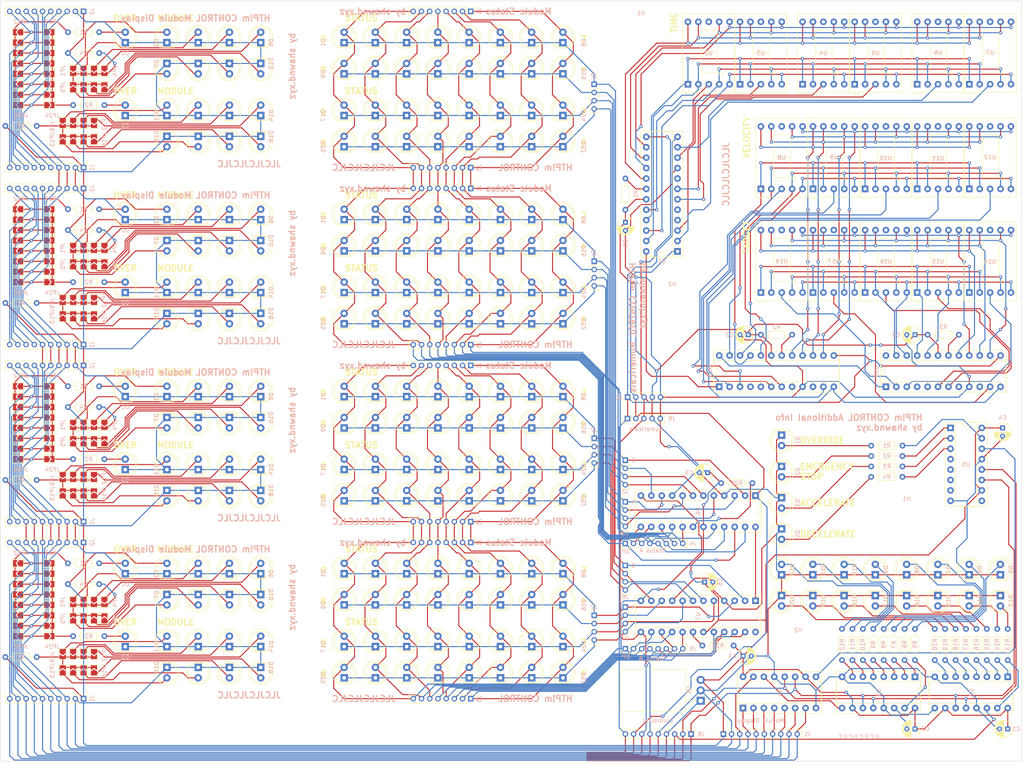
<source format=kicad_pcb>
(kicad_pcb (version 20221018) (generator pcbnew)
  (title_block (title "HTP!m CONTROL Masterplan") (date "2023-10-07") (rev "1") (company "shawnd.xyz") (comment 2 "ultimately wire out at the end.") (comment 3 "This masterplan just combines all the HTP!m CONTROL PCBs into one to see how they"))
  (layers (0 "F.Cu" signal) (31 "B.Cu" signal) (34 "B.Paste" user) (35 "F.Paste" user) (36 "B.SilkS" user "B.Silkscreen") (37 "F.SilkS" user "F.Silkscreen") (38 "B.Mask" user) (39 "F.Mask" user) (44 "Edge.Cuts" user))
  (net 0 "")
  (footprint "Jumper:SolderJumper-2_P1.3mm_Open_TrianglePad1.0x1.5mm" (layer "F.Cu") (at 98.335 193.04)
    (fp_text reference "JP19" hide)
    (fp_text value "SolderJumper_2_Bridged" hide)
  )
  (footprint "Resistor_THT:R_Axial_DIN0204_L3.6mm_D1.6mm_P7.62mm_Horizontal" (layer "F.Cu") (at 104.14 119.38)
    (fp_text reference "R2")
    (fp_text value "10kΩ")
  )
  (footprint "Capacitor_THT:CP_Radial_D4.0mm_P2.00mm" (layer "F.Cu") (at 267.438 210.576)
    (fp_text reference "C3")
    (fp_text value "22μF")
  )
  (footprint "LED_THT:LED_D5.0mm" (layer "F.Cu") (at 185.42 68.58 90)
    (fp_text reference "D11" hide)
    (fp_text value "LED" hide)
  )
  (footprint "Jumper:SolderJumper-2_P1.3mm_Open_TrianglePad1.0x1.5mm" (layer "F.Cu") (at 109.22 71.845 90)
    (fp_text reference "JP7" hide)
    (fp_text value "SolderJumper_2_Bridged" hide)
  )
  (footprint "Jumper:SolderJumper-2_P1.3mm_Open_TrianglePad1.0x1.5mm" (layer "F.Cu") (at 101.6 123.735 -90)
    (fp_text reference "JP9")
    (fp_text value "SolderJumper_2_Bridged" hide)
  )
  (footprint "Jumper:SolderJumper-2_P1.3mm_Open_TrianglePad1.0x1.5mm" (layer "F.Cu") (at 106.68 166.915 -90)
    (fp_text reference "JP11" hide)
    (fp_text value "SolderJumper_2_Bridged" hide)
  )
  (footprint "LED_THT:LED_D5.0mm" (layer "F.Cu") (at 134.62 121.92 90)
    (fp_text reference "D12" hide)
    (fp_text value "BLUE" hide)
  )
  (footprint "LED_THT:LED_D5.0mm" (layer "F.Cu") (at 215.92 172.72 90)
    (fp_text reference "D31" hide)
    (fp_text value "LED" hide)
  )
  (footprint "Resistor_THT:R_Axial_DIN0204_L3.6mm_D1.6mm_P7.62mm_Horizontal" (layer "F.Cu") (at 87.63 124.46)
    (fp_text reference "R3")
    (fp_text value "10kΩ")
  )
  (footprint "LED_THT:LED_D5.0mm" (layer "F.Cu") (at 215.92 190.5 90)
    (fp_text reference "D7" hide)
    (fp_text value "LED" hide)
  )
  (footprint "Jumper:SolderJumper-2_P1.3mm_Open_TrianglePad1.0x1.5mm" (layer "F.Cu") (at 104.14 84.545 90)
    (fp_text reference "JP14" hide)
    (fp_text value "SolderJumper_2_Bridged" hide)
  )
  (footprint "LED_THT:LED_D5.0mm" (layer "F.Cu") (at 142.24 109.22 -90)
    (fp_text reference "D9" hide)
    (fp_text value "BLUE" hide)
  )
  (footprint "LED_THT:LED_D5.0mm" (layer "F.Cu") (at 170.18 68.58 90)
    (fp_text reference "D9")
    (fp_text value "LED" hide)
  )
  (footprint "Jumper:SolderJumper-2_P1.3mm_Open_TrianglePad1.0x1.5mm" (layer "F.Cu") (at 111.76 67.855 -90)
    (fp_text reference "JP4")
    (fp_text value "SolderJumper_2_Bridged" hide)
  )
  (footprint "Jumper:SolderJumper-2_P1.3mm_Open_TrianglePad1.0x1.5mm" (layer "F.Cu") (at 90.715 111.76 180)
    (fp_text reference "JP28" hide)
    (fp_text value "SolderJumper_2_Bridged" hide)
  )
  (footprint "Jumper:SolderJumper-2_P1.3mm_Open_TrianglePad1.0x1.5mm" (layer "F.Cu") (at 106.68 123.735 -90)
    (fp_text reference "JP11" hide)
    (fp_text value "SolderJumper_2_Bridged" hide)
  )
  (footprint "LED_THT:LED_D5.0mm" (layer "F.Cu") (at 193.04 60.96 90)
    (fp_text reference "D4" hide)
    (fp_text value "LED" hide)
  )
  (footprint "Jumper:SolderJumper-2_P1.3mm_Open_TrianglePad1.0x1.5mm" (layer "F.Cu") (at 109.22 111.035 -90)
    (fp_text reference "JP3" hide)
    (fp_text value "SolderJumper_2_Bridged" hide)
  )
  (footprint "MountingHole:MountingHole_2.5mm" (layer "F.Cu") (at 250.19 123.3125)
    (fp_text reference "H2")
    (fp_text value "MountingHole")
  )
  (footprint "Jumper:SolderJumper-2_P1.3mm_Open_TrianglePad1.0x1.5mm" (layer "F.Cu") (at 90.715 109.22 180)
    (fp_text reference "JP29" hide)
    (fp_text value "SolderJumper_2_Bridged" hide)
  )
  (footprint "Resistor_THT:R_Axial_DIN0204_L3.6mm_D1.6mm_P7.62mm_Horizontal" (layer "F.Cu") (at 309.338 211.582 90)
    (fp_text reference "R5")
    (fp_text value "680Ω" hide)
  )
  (footprint "Jumper:SolderJumper-2_P1.3mm_Open_TrianglePad1.0x1.5mm" (layer "F.Cu") (at 106.68 201.385 90)
    (fp_text reference "JP6" hide)
    (fp_text value "SolderJumper_2_Bridged" hide)
  )
  (footprint "MountingHole:MountingHole_2.5mm" (layer "F.Cu") (at 157.48 139.7)
    (fp_text reference "H1" hide)
    (fp_text value "MountingHole" hide)
  )
  (footprint "Connector_PinHeader_2.00mm:PinHeader_1x04_P2.00mm_Vertical" (layer "F.Cu") (at 231.16 200.66)
    (fp_text reference "J2")
    (fp_text value "Conn_01x04_Socket" hide)
  )
  (footprint "Connector_PinHeader_2.00mm:PinHeader_1x08_P2.00mm_Vertical" (layer "F.Cu") (at 201.06 96.52 -90)
    (fp_text reference "J1")
    (fp_text value "Conn_01x08_Socket" hide)
  )
  (footprint "LED_THT:LED_D5.0mm" (layer "F.Cu") (at 149.86 78.74 90)
    (fp_text reference "D14")
    (fp_text value "BLUE" hide)
  )
  (footprint "Connector_PinHeader_2.00mm:PinHeader_1x04_P2.00mm_Vertical" (layer "F.Cu") (at 238.726 198.644)
    (fp_text reference "J7")
    (fp_text value "Conn_01x04_Socket" hide)
  )
  (footprint "LED_THT:LED_D5.0mm" (layer "F.Cu") (at 134.62 109.22 -90)
    (fp_text reference "D8" hide)
    (fp_text value "BLUE" hide)
  )
  (footprint "LED_THT:LED_D5.0mm" (layer "F.Cu") (at 215.9 68.58 90)
    (fp_text reference "D15" hide)
    (fp_text value "LED" hide)
  )
  (footprint "Resistor_THT:R_Axial_DIN0204_L3.6mm_D1.6mm_P7.62mm_Horizontal" (layer "F.Cu") (at 321.784 211.582 90)
    (fp_text reference "R17")
    (fp_text value "680Ω" hide)
  )
  (footprint "LED_THT:LED_D5.0mm" (layer "F.Cu") (at 223.54 154.94 90)
    (fp_text reference "D16")
    (fp_text value "LED" hide)
  )
  (footprint "LED_THT:LED_D5.0mm" (layer "F.Cu") (at 223.54 172.72 90)
    (fp_text reference "D32")
    (fp_text value "LED" hide)
  )
  (footprint "Resistor_THT:R_Axial_DIN0204_L3.6mm_D1.6mm_P7.62mm_Horizontal" (layer "F.Cu") (at 306.798 211.582 90)
    (fp_text reference "R6")
    (fp_text value "680Ω" hide)
  )
  (footprint "LED_THT:LED_D5.0mm" (layer "F.Cu") (at 223.54 208.28 90)
    (fp_text reference "D24")
    (fp_text value "LED" hide)
  )
  (footprint "LED_THT:LED_D5.0mm" (layer "F.Cu") (at 127 165.1 90)
    (fp_text reference "D11")
    (fp_text value "BLUE" hide)
  )
  (footprint "MountingHole:MountingHole_2.5mm" (layer "F.Cu") (at 127 220.98)
    (fp_text reference "H2" hide)
    (fp_text value "MountingHole" hide)
  )
  (footprint "Jumper:SolderJumper-2_P1.3mm_Open_TrianglePad1.0x1.5mm" (layer "F.Cu") (at 98.335 63.5)
    (fp_text reference "JP19" hide)
    (fp_text value "SolderJumper_2_Bridged" hide)
  )
  (footprint "Connector_PinHeader_2.00mm:PinHeader_1x05_P2.00mm_Vertical" (layer "F.Cu") (at 239.266 152.654 90)
    (fp_text reference "J9")
    (fp_text value "Conn_01x05_Socket" hide)
  )
  (footprint "Jumper:SolderJumper-2_P1.3mm_Open_TrianglePad1.0x1.5mm" (layer "F.Cu") (at 90.715 200.66 180)
    (fp_text reference "JP27" hide)
    (fp_text value "SolderJumper_2_Bridged" hide)
  )
  (footprint "Resistor_THT:R_Axial_DIN0204_L3.6mm_D1.6mm_P7.62mm_Horizontal" (layer "F.Cu") (at 306.29 166.878 180)
    (fp_text reference "R4")
    (fp_text value "680Ω" hide)
  )
  (footprint "Jumper:SolderJumper-2_P1.3mm_Open_TrianglePad1.0x1.5mm" (layer "F.Cu") (at 111.76 158.205 90)
    (fp_text reference "JP8")
    (fp_text value "SolderJumper_2_Bridged" hide)
  )
  (footprint "LED_THT:LED_D5.0mm" (layer "F.Cu") (at 127 121.92 90)
    (fp_text reference "D11")
    (fp_text value "BLUE" hide)
  )
  (footprint "Display_7Segment:D1X8K" (layer "F.Cu") (at 254 71.12 90)
    (fp_text reference "U2")
    (fp_text value "D168K")
  )
  (footprint "LED_THT:LED_D5.0mm" (layer "F.Cu") (at 215.92 104.14 90)
    (fp_text reference "D7" hide)
    (fp_text value "LED" hide)
  )
  (footprint "LED_THT:LED_D5.0mm" (layer "F.Cu") (at 208.3 165.1 90)
    (fp_text reference "D22" hide)
    (fp_text value "LED" hide)
  )
  (footprint "LED_THT:LED_D5.0mm" (layer "F.Cu") (at 127 78.74 90)
    (fp_text reference "D11")
    (fp_text value "BLUE" hide)
  )
  (footprint "LED_THT:LED_D5.0mm" (layer "F.Cu") (at 170.2 147.32 90)
    (fp_text reference "D1")
    (fp_text value "LED" hide)
  )
  (footprint "LED_THT:LED_D5.0mm" (layer "F.Cu") (at 170.2 154.94 90)
    (fp_text reference "D9")
    (fp_text value "LED" hide)
  )
  (footprint "LED_THT:LED_D5.0mm" (layer "F.Cu") (at 127 208.28 90)
    (fp_text reference "D11")
    (fp_text value "BLUE" hide)
  )
  (footprint "Jumper:SolderJumper-2_P1.3mm_Open_TrianglePad1.0x1.5mm" (layer "F.Cu") (at 90.715 66.04 180)
    (fp_text reference "JP29" hide)
    (fp_text value "SolderJumper_2_Bridged" hide)
  )
  (footprint "Capacitor_THT:CP_Radial_D4.0mm_P2.00mm" (layer "F.Cu") (at 331.954 228.356 180)
    (fp_text reference "C1")
    (fp_text value "22μF")
  )
  (footprint "LED_THT:LED_D5.0mm" (layer "F.Cu") (at 208.3 190.5 90)
    (fp_text reference "D6" hide)
    (fp_text value "LED" hide)
  )
  (footprint "Jumper:SolderJumper-2_P1.3mm_Open_TrianglePad1.0x1.5mm" (layer "F.Cu") (at 98.335 116.84)
    (fp_text reference "JP23" hide)
    (fp_text value "SolderJumper_2_Bridged" hide)
  )
  (footprint "LED_THT:LED_D5.0mm" (layer "F.Cu") (at 284.446 190.754 90)
    (fp_text reference "D11")
    (fp_text value "YELLOW" hide)
  )
  (footprint "LED_THT:LED_D5.0mm" (layer "F.Cu") (at 116.84 60.96 90)
    (fp_text reference "D1")
    (fp_text value "RED" hide)
  )
  (footprint "Connector_PinHeader_2.00mm:PinHeader_1x05_P2.00mm_Vertical" (layer "F.Cu") (at 239.3 147.4425 90)
    (fp_text reference "J1")
    (fp_text value "Conn_01x05_Socket" hide)
  )
  (footprint "Jumper:SolderJumper-2_P1.3mm_Open_TrianglePad1.0x1.5mm" (layer "F.Cu") (at 90.715 187.96 180)
    (fp_text reference "JP32")
    (fp_text value "SolderJumper_2_Bridged" hide)
  )
  (footprint "LED_THT:LED_D5.0mm" (layer "F.Cu") (at 149.86 165.1 90)
    (fp_text reference "D14")
    (fp_text value "BLUE" hide)
  )
  (footprint "LED_THT:LED_D5.0mm" (layer "F.Cu") (at 185.44 129.54 90)
    (fp_text reference "D27" hide)
    (fp_text value "LED" hide)
  )
  (footprint "Jumper:SolderJumper-2_P1.3mm_Open_TrianglePad1.0x1.5mm" (layer "F.Cu") (at 106.68 71.845 90)
    (fp_text reference "JP6" hide)
    (fp_text value "SolderJumper_2_Bridged" hide)
  )
  (footprint "LED_THT:LED_D5.0mm" (layer "F.Cu") (at 170.2 172.72 90)
    (fp_text reference "D25")
    (fp_text value "LED" hide)
  )
  (footprint "LED_THT:LED_D5.0mm" (layer "F.Cu") (at 193.06 190.5 90)
    (fp_text reference "D4" hide)
    (fp_text value "LED" hide)
  )
  (footprint "LED_THT:LED_D5.0mm" (layer "F.Cu") (at 127 60.96 90)
    (fp_text reference "D3")
    (fp_text value "BLUE" hide)
  )
  (footprint "LED_THT:LED_D5.0mm" (layer "F.Cu") (at 185.44 104.14 90)
    (fp_text reference "D3" hide)
    (fp_text value "LED" hide)
  )
  (footprint "LED_THT:LED_D5.0mm" (layer "F.Cu") (at 177.82 129.54 90)
    (fp_text reference "D26" hide)
    (fp_text value "LED" hide)
  )
  (footprint "Package_DIP:DIP-24_W7.62mm_Socket" (layer "F.Cu") (at 261.62 144.9025 90)
    (fp_text reference "U13")
    (fp_text value "MAX7219")
  )
  (footprint "LED_THT:LED_D5.0mm" (layer "F.Cu") (at 223.54 190.5 90)
    (fp_text reference "D8")
    (fp_text value "LED" hide)
  )
  (footprint "LED_THT:LED_D5.0mm" (layer "F.Cu") (at 185.44 215.9 90)
    (fp_text reference "D27" hide)
    (fp_text value "LED" hide)
  )
  (footprint "LED_THT:LED_D5.0mm" (layer "F.Cu") (at 208.3 172.72 90)
    (fp_text reference "D30" hide)
    (fp_text value "LED" hide)
  )
  (footprint "Display_7Segment:D1X8K" (layer "F.Cu") (at 297.18 121.92 90)
    (fp_text reference "U16")
    (fp_text value "D168K")
  )
  (footprint "LED_THT:LED_D5.0mm" (layer "F.Cu") (at 223.54 111.76 90)
    (fp_text reference "D16")
    (fp_text value "LED" hide)
  )
  (footprint "LED_THT:LED_D5.0mm" (layer "F.Cu") (at 142.24 121.92 90)
    (fp_text reference "D13" hide)
    (fp_text value "BLUE" hide)
  )
  (footprint "LED_THT:LED_D5.0mm" (layer "F.Cu") (at 116.84 121.92 90)
    (fp_text reference "D2")
    (fp_text value "RED" hide)
  )
  (footprint "LED_THT:LED_D5.0mm" (layer "F.Cu") (at 127 147.32 90)
    (fp_text reference "D3")
    (fp_text value "BLUE" hide)
  )
  (footprint "Jumper:SolderJumper-2_P1.3mm_Open_TrianglePad1.0x1.5mm" (layer "F.Cu") (at 111.76 197.395 -90)
    (fp_text reference "JP4")
    (fp_text value "SolderJumper_2_Bridged" hide)
  )
  (footprint "LED_THT:LED_D5.0mm" (layer "F.Cu") (at 142.24 127 -90)
    (fp_text reference "D17" hide)
    (fp_text value "BLUE" hide)
  )
  (footprint "Jumper:SolderJumper-2_P1.3mm_Open_TrianglePad1.0x1.5mm" (layer "F.Cu") (at 90.715 195.58 180)
    (fp_text reference "JP29" hide)
    (fp_text value "SolderJumper_2_Bridged" hide)
  )
  (footprint "Display_7Segment:D1X8K" (layer "F.Cu") (at 322.58 121.92 90)
    (fp_text reference "U14")
    (fp_text value "D168K")
  )
  (footprint "Jumper:SolderJumper-2_P1.3mm_Open_TrianglePad1.0x1.5mm" (layer "F.Cu") (at 106.68 115.025 90)
    (fp_text reference "JP6" hide)
    (fp_text value "SolderJumper_2_Bridged" hide)
  )
  (footprint "Capacitor_THT:CP_Radial_D4.0mm_P2.00mm" (layer "F.Cu") (at 238.76 104.8025 -90)
    (fp_text reference "C1")
    (fp_text value "10μF")
  )
  (footprint "Package_DIP:DIP-24_W7.62mm_Socket" (layer "F.Cu") (at 302.26 144.9025 90)
    (fp_text reference "U18")
    (fp_text value "MAX7219")
  )
  (footprint "Display_7Segment:D1X8K" (layer "F.Cu") (at 266.7 71.12 90)
    (fp_text reference "U3")
    (fp_text value "D168K")
  )
  (footprint "Jumper:SolderJumper-2_P1.3mm_Open_TrianglePad1.0x1.5mm" (layer "F.Cu") (at 90.715 76.2 180)
    (fp_text reference "JP25")
    (fp_text value "SolderJumper_2_Bridged" hide)
  )
  (footprint "Display_7Segment:D1X8K" (layer "F.Cu") (at 294.64 71.12 90)
    (fp_text reference "U5")
    (fp_text value "D168K")
  )
  (footprint "LED_THT:LED_D5.0mm" (layer "F.Cu") (at 193.04 78.74 90)
    (fp_text reference "D20" hide)
    (fp_text value "LED" hide)
  )
  (footprint "LED_THT:LED_D5.0mm" (layer "F.Cu") (at 134.62 152.4 -90)
    (fp_text reference "D8" hide)
    (fp_text value "BLUE" hide)
  )
  (footprint "LED_THT:LED_D5.0mm" (layer "F.Cu") (at 208.3 147.32 90)
    (fp_text reference "D6" hide)
    (fp_text value "LED" hide)
  )
  (footprint "Jumper:SolderJumper-2_P1.3mm_Open_TrianglePad1.0x1.5mm" (layer "F.Cu") (at 90.715 147.32 180)
    (fp_text reference "JP31" hide)
    (fp_text value "SolderJumper_2_Bridged" hide)
  )
  (footprint "Jumper:SolderJumper-2_P1.3mm_Open_TrianglePad1.0x1.5mm" (layer "F.Cu") (at 104.14 201.385 90)
    (fp_text reference "JP5")
    (fp_text value "SolderJumper_2_Bridged" hide)
  )
  (footprint "Resistor_THT:R_Axial_DIN0204_L3.6mm_D1.6mm_P7.62mm_Horizontal" (layer "F.Cu") (at 102.87 106.68)
    (fp_text reference "R4")
    (fp_text value "10kΩ")
  )
  (footprint "LED_THT:LED_D5.0mm" (layer "F.Cu") (at 134.62 127 -90)
    (fp_text reference "D16" hide)
    (fp_text value "BLUE" hide)
  )
  (footprint "Resistor_THT:R_Axial_DIN0204_L3.6mm_D1.6mm_P7.62mm_Horizontal" (layer "F.Cu") (at 319.244 211.582 90)
    (fp_text reference "R18")
    (fp_text value "680Ω" hide)
  )
  (footprint "LED_THT:LED_D5.0mm" (layer "F.Cu") (at 208.28 68.58 90)
    (fp_text reference "D14" hide)
    (fp_text value "LED" hide)
  )
  (footprint "Package_DIP:DIP-16_W7.62mm_Socket" (layer "F.Cu") (at 267.428 223.266 90)
    (fp_text reference "U4")
    (fp_text value "74HC595")
  )
  (footprint "LED_THT:LED_D5.0mm" (layer "F.Cu") (at 177.8 78.74 90)
    (fp_text reference "D18" hide)
    (fp_text value "LED" hide)
  )
  (footprint "Jumper:SolderJumper-2_P1.3mm_Open_TrianglePad1.0x1.5mm" (layer "F.Cu") (at 98.335 106.68)
    (fp_text reference "JP19" hide)
    (fp_text value "SolderJumper_2_Bridged" hide)
  )
  (footprint "Capacitor_THT:CP_Radial_D4.0mm_P2.00mm" (layer "F.Cu") (at 268.7 132.2025 180)
    (fp_text reference "C2")
    (fp_text value "10μF")
  )
  (footprint "Jumper:SolderJumper-2_P1.3mm_Open_TrianglePad1.0x1.5mm" (layer "F.Cu") (at 104.14 210.095 -90)
    (fp_text reference "JP10" hide)
    (fp_text value "SolderJumper_2_Bridged" hide)
  )
  (footprint "Connector_PinHeader_2.00mm:PinHeader_1x10_P2.00mm_Vertical" (layer "F.Cu") (at 106.68 96.52 -90)
    (fp_text reference "J2")
    (fp_text value "Conn_01x10_Socket" hide)
  )
  (footprint "LED_THT:LED_D5.0mm" (layer "F.Cu") (at 223.54 121.92 90)
    (fp_text reference "D24")
    (fp_text value "LED" hide)
  )
  (footprint "MountingHole:MountingHole_2.5mm" (layer "F.Cu") (at 242.57 57.2725)
    (fp_text reference "H1")
    (fp_text value "MountingHole")
  )
  (footprint "LED_THT:LED_D5.0mm" (layer "F.Cu") (at 134.62 66.04 -90)
    (fp_text reference "D8" hide)
    (fp_text value "BLUE" hide)
  )
  (footprint "Jumper:SolderJumper-2_P1.3mm_Open_TrianglePad1.0x1.5mm" (layer "F.Cu") (at 104.14 115.025 90)
    (fp_text reference "JP5")
    (fp_text value "SolderJumper_2_Bridged" hide)
  )
  (footprint "Jumper:SolderJumper-2_P1.3mm_Open_TrianglePad1.0x1.5mm" (layer "F.Cu") (at 90.715 190.5 180)
    (fp_text reference "JP31" hide)
    (fp_text value "SolderJumper_2_Bridged" hide)
  )
  (footprint "Connector_PinHeader_2.00mm:PinHeader_1x08_P2.00mm_Vertical" (layer "F.Cu") (at 238.726 208.804 90)
    (fp_text reference "J5")
    (fp_text value "Conn_01x08_Socket" hide)
  )
  (footprint "Resistor_THT:R_Axial_DIN0204_L3.6mm_D1.6mm_P7.62mm_Horizontal" (layer "F.Cu") (at 314.164 211.582 90)
    (fp_text reference "R20")
    (fp_text value "680Ω" hide)
  )
  (footprint "LED_THT:LED_D5.0mm" (layer "F.Cu") (at 185.44 208.28 90)
    (fp_text reference "D19" hide)
    (fp_text value "LED" hide)
  )
  (footprint "Resistor_THT:R_Axial_DIN0204_L3.6mm_D1.6mm_P7.62mm_Horizontal" (layer "F.Cu") (at 265.142 208.026 180)
    (fp_text reference "R22")
    (fp_text value "20kΩ" hide)
  )
  (footprint "LED_THT:LED_D5.0mm" (layer "F.Cu") (at 127 83.82 -90)
    (fp_text reference "D15")
    (fp_text value "BLUE" hide)
  )
  (footprint "Jumper:SolderJumper-2_P1.3mm_Open_TrianglePad1.0x1.5mm" (layer "F.Cu") (at 90.715 104.14 180)
    (fp_text reference "JP31" hide)
    (fp_text value "SolderJumper_2_Bridged" hide)
  )
  (footprint "Resistor_THT:R_Axial_DIN0204_L3.6mm_D1.6mm_P7.62mm_Horizontal" (layer "F.Cu") (at 262.094 168.402)
    (fp_text reference "R21")
    (fp_text value "20kΩ" hide)
  )
  (footprint "LED_THT:LED_D5.0mm" (layer "F.Cu") (at 215.92 198.12 90)
    (fp_text reference "D15" hide)
    (fp_text value "LED" hide)
  )
  (footprint "Jumper:SolderJumper-2_P1.3mm_Open_TrianglePad1.0x1.5mm" (layer "F.Cu") (at 98.335 73.66)
    (fp_text reference "JP23" hide)
    (fp_text value "SolderJumper_2_Bridged" hide)
  )
  (footprint "MountingHole:MountingHole_2.5mm" (layer "F.Cu") (at 127 134.62)
    (fp_text reference "H2" hide)
    (fp_text value "MountingHole" hide)
  )
  (footprint "Connector_PinHeader_2.00mm:PinHeader_1x04_P2.00mm_Vertical" (layer "F.Cu") (at 231.16 114.3)
    (fp_text reference "J2")
    (fp_text value "Conn_01x04_Socket" hide)
  )
  (footprint "Jumper:SolderJumper-2_P1.3mm_Open_TrianglePad1.0x1.5mm" (layer "F.Cu") (at 90.715 101.6 180)
    (fp_text reference "JP32")
    (fp_text value "SolderJumper_2_Bridged" hide)
  )
  (footprint "Display_7Segment:D1X8K" (layer "F.Cu") (at 284.48 121.92 90)
    (fp_text reference "U17")
    (fp_text value "D168K")
  )
  (footprint "Jumper:SolderJumper-2_P1.3mm_Open_TrianglePad1.0x1.5mm" (layer "F.Cu") (at 98.335 66.04)
    (fp_text reference "JP20" hide)
    (fp_text value "SolderJumper_2_Bridged" hide)
  )
  (footprint "Connector_PinHeader_2.00mm:PinHeader_1x08_P2.00mm_Vertical" (layer "F.Cu") (at 201.04 91.44 -90)
    (fp_text reference "J3")
    (fp_text value "Conn_01x08_Socket" hide)
  )
  (footprint "LED_THT:LED_D5.0mm" (layer "F.Cu") (at 276.826 156.713 -90)
    (fp_text reference "D1")
    (fp_text value "RED")
  )
  (footprint "Jumper:SolderJumper-2_P1.3mm_Open_TrianglePad1.0x1.5mm" (layer "F.Cu") (at 90.715 154.94 180)
    (fp_text reference "JP28" hide)
    (fp_text value "SolderJumper_2_Bridged" hide)
  )
  (footprint "Resistor_THT:R_Axial_DIN0204_L3.6mm_D1.6mm_P7.62mm_Horizontal" (layer "F.Cu") (at 324.324 211.582 90)
    (fp_text reference "R16")
    (fp_text value "680Ω" hide)
  )
  (footprint "Jumper:SolderJumper-2_P1.3mm_Open_TrianglePad1.0x1.5mm" (layer "F.Cu") (at 104.14 197.395 -90)
    (fp_text reference "JP1")
    (fp_text value "SolderJumper_2_Bridged" hide)
  )
  (footprint "LED_THT:LED_D5.0mm" (layer "F.Cu") (at 200.66 60.96 90)
    (fp_text reference "D5" hide)
    (fp_text value "LED" hide)
  )
  (footprint "Resistor_THT:R_Axial_DIN0204_L3.6mm_D1.6mm_P7.62mm_Horizontal" (layer "F.Cu") (at 87.63 210.82)
    (fp_text reference "R3")
    (fp_text value "10kΩ")
  )
  (footprint "Jumper:SolderJumper-2_P1.3mm_Open_TrianglePad1.0x1.5mm" (layer "F.Cu") (at 106.68 84.545 90)
    (fp_text reference "JP15" hide)
    (fp_text value "SolderJumper_2_Bridged" hide)
  )
  (footprint "Resistor_THT:R_Axial_DIN0204_L3.6mm_D1.6mm_P7.62mm_Horizontal" (layer "F.Cu") (at 102.87 144.78)
    (fp_text reference "R1")
    (fp_text value "10kΩ")
  )
  (footprint "Jumper:SolderJumper-2_P1.3mm_Open_TrianglePad1.0x1.5mm" (layer "F.Cu") (at 109.22 170.905 90)
    (fp_text reference "JP16")
    (fp_text value "SolderJumper_2_Bridged" hide)
  )
  (footprint "LED_THT:LED_D5.0mm" (layer "F.Cu") (at 215.92 147.32 90)
    (fp_text reference "D7" hide)
    (fp_text value "LED" hide)
  )
  (footprint "Jumper:SolderJumper-2_P1.3mm_Open_TrianglePad1.0x1.5mm" (layer "F.Cu") (at 98.335 203.2)
    (fp_text reference "JP23" hide)
    (fp_text value "SolderJumper_2_Bridged" hide)
  )
  (footprint "Package_DIP:DIP-24_W7.62mm_Socket" (layer "F.Cu") (at 270.476 171.45 -90)
    (fp_text reference "U6")
    (fp_text value "MAX7219")
  )
  (footprint "MountingHole:MountingHole_2.5mm" (layer "F.Cu") (at 165.1 53.34)
    (fp_text reference "H1" hide)
    (fp_text value "MountingHole" hide)
  )
  (footprint "Jumper:SolderJumper-2_P1.3mm_Open_TrianglePad1.0x1.5mm" (layer "F.Cu") (at 109.22 123.735 -90)
    (fp_text reference "JP12")
    (fp_text value "SolderJumper_2_Bridged" hide)
  )
  (footprint "LED_THT:LED_D5.0mm" (layer "F.Cu") (at 149.86 60.96 90)
    (fp_text reference "D6")
    (fp_text value "BLUE" hide)
  )
  (footprint "Connector_PinHeader_2.00mm:PinHeader_1x08_P2.00mm_Vertical" (layer "F.Cu") (at 201.06 182.88 -90)
    (fp_text reference "J1")
    (fp_text value "Conn_01x08_Socket" hide)
  )
  (footprint "Package_DIP:DIP-24_W7.62mm_Socket" (layer "F.Cu") (at 251.46 111.8825 180)
    (fp_text reference "U1")
    (fp_text value "MAX7219")
  )
  (footprint "LED_THT:LED_D5.0mm" (layer "F.Cu") (at 170.18 60.96 90)
    (fp_text reference "D1")
    (fp_text value "LED" hide)
  )
  (footprint "LED_THT:LED_D5.0mm" (layer "F.Cu") (at 116.84 147.32 90)
    (fp_text reference "D1")
    (fp_text value "RED" hide)
  )
  (footprint "LED_THT:LED_D5.0mm" (layer "F.Cu") (at 170.2 104.14 90)
    (fp_text reference "D1")
    (fp_text value "LED" hide)
  )
  (footprint "Resistor_THT:R_Axial_DIN0204_L3.6mm_D1.6mm_P7.62mm_Horizontal" (layer "F.Cu") (at 271.78 132.2025)
    (fp_text reference "R2")
    (fp_text value "15kΩ")
  )
  (footprint "Jumper:SolderJumper-2_P1.3mm_Open_TrianglePad1.0x1.5mm" (layer "F.Cu") (at 98.335 147.32)
    (fp_text reference "JP18" hide)
    (fp_text value "SolderJumper_2_Bridged" hide)
  )
  (footprint "Display_7Segment:D1X8K" (layer "F.Cu") (at 322.58 71.12 90)
    (fp_text reference "U7")
    (fp_text value "D168K")
  )
  (footprint "Resistor_THT:R_Axial_DIN0204_L3.6mm_D1.6mm_P7.62mm_Horizontal" (layer "F.Cu") (at 104.14 205.74)
    (fp_text reference "R2")
    (fp_text value "10kΩ")
  )
  (footprint "LED_THT:LED_D5.0mm" (layer "F.Cu") (at 127 195.58 -90)
    (fp_text reference "D7")
    (fp_text value "BLUE" hide)
  )
  (footprint "Jumper:SolderJumper-2_P1.3mm_Open_TrianglePad1.0x1.5mm" (layer "F.Cu") (at 98.335 58.42)
    (fp_text reference "JP17")
    (fp_text value "SolderJumper_2_Bridged" hide)
  )
  (footprint "Connector_PinHeader_2.00mm:PinHeader_1x08_P2.00mm_Vertical" (layer "F.Cu") (at 201.06 139.7 -90)
    (fp_text reference "J1")
    (fp_text value "Conn_01x08_Socket" hide)
  )
  (footprint "Jumper:SolderJumper-2_P1.3mm_Open_TrianglePad1.0x1.5mm" (layer "F.Cu") (at 90.715 68.58 180)
    (fp_text reference "JP28" hide)
    (fp_text value "SolderJumper_2_Bridged" hide)
  )
  (footprint "LED_THT:LED_D5.0mm" (layer "F.Cu") (at 177.82 147.32 90)
    (fp_text reference "D2" hide)
    (fp_text value "LED" hide)
  )
  (footprint "LED_THT:LED_D5.0mm" (layer "F.Cu") (at 177.82 104.14 90)
    (fp_text reference "D2" hide)
    (fp_text value "LED" hide)
  )
  (footprint "LED_THT:LED_D5.0mm" (layer "F.Cu") (at 200.68 121.92 90)
    (fp_text reference "D21" hide)
    (fp_text value "LED" hide)
  )
  (footprint "LED_THT:LED_D5.0mm" (layer "F.Cu") (at 223.54 165.1 90)
    (fp_text reference "D24")
    (fp_text value "LED" hide)
  )
  (footprint "LED_THT:LED_D5.0mm" (layer "F.Cu") (at 170.18 78.74 90)
    (fp_text reference "D17")
    (fp_text value "LED" hide)
  )
  (footprint "LED_THT:LED_D5.0mm" (layer "F.Cu") (at 215.92 154.94 90)
    (fp_text reference "D15" hide)
    (fp_text value "LED" hide)
  )
  (footprint "LED_THT:LED_D5.0mm" (layer "F.Cu") (at 185.44 198.12 90)
    (fp_text reference "D11" hide)
    (fp_text value "LED" hide)
  )
  (footprint "Connector_PinHeader_2.00mm:PinHeader_1x08_P2.00mm_Vertical" (layer "F.Cu") (at 201.04 53.34 -90)
    (fp_text reference "J1")
    (fp_text value "Conn_01x08_Socket" hide)
  )
  (footprint "Connector_PinHeader_2.00mm:PinHeader_1x08_P2.00mm_Vertical" (layer "F.Cu") (at 201.06 134.62 -90)
    (fp_text reference "J3")
    (fp_text value "Conn_01x08_Socket" hide)
  )
  (footprint "LED_THT:LED_D5.0mm" (layer "F.Cu") (at 215.92 215.9 90)
    (fp_text reference "D31" hide)
    (fp_text value "LED" hide)
  )
  (footprint "Jumper:SolderJumper-2_P1.3mm_Open_TrianglePad1.0x1.5mm" (layer "F.Cu") (at 98.335 160.02)
    (fp_text reference "JP23" hide)
    (fp_text value "SolderJumper_2_Bridged" hide)
  )
  (footprint "LED_THT:LED_D5.0mm" (layer "F.Cu") (at 116.84 190.5 90)
    (fp_text reference "D1")
    (fp_text value "RED" hide)
  )
  (footprint "Jumper:SolderJumper-2_P1.3mm_Open_TrianglePad1.0x1.5mm" (layer "F.Cu") (at 104.14 80.555 -90)
    (fp_text reference "JP10" hide)
    (fp_text value "SolderJumper_2_Bridged" hide)
  )
  (footprint "LED_THT:LED_D5.0mm" (layer "F.Cu") (at 177.82 111.76 90)
    (fp_text reference "D10" hide)
    (fp_text value "LED" hide)
  )
  (footprint "LED_THT:LED_D5.0mm" (layer "F.Cu") (at 208.3 104.14 90)
    (fp_text reference "D6" hide)
    (fp_text value "LED" hide)
  )
  (footprint "LED_THT:LED_D5.0mm" (layer "F.Cu") (at 200.68 172.72 90)
    (fp_text reference "D29" hide)
    (fp_text value "LED" hide)
  )
  (footprint "LED_THT:LED_D5.0mm" (layer "F.Cu") (at 127 170.18 -90)
    (fp_text reference "D15")
    (fp_text value "BLUE" hide)
  )
  (footprint "Resistor_THT:R_Axial_DIN0204_L3.6mm_D1.6mm_P7.62mm_Horizontal" (layer "F.Cu") (at 326.864 211.582 90)
    (fp_text reference "R15")
    (fp_text value "680Ω" hide)
  )
  (footprint "LED_THT:LED_D5.0mm" (layer "F.Cu") (at 149.86 195.58 -90)
    (fp_text reference "D10")
    (fp_text value "BLUE" hide)
  )
  (footprint "LED_THT:LED_D5.0mm" (layer "F.Cu") (at 177.82 190.5 90)
    (fp_text reference "D2" hide)
    (fp_text value "LED" hide)
  )
  (footprint "LED_THT:LED_D5.0mm" (layer "F.Cu") (at 208.3 154.94 90)
    (fp_text reference "D14" hide)
    (fp_text value "LED" hide)
  )
  (footprint "MountingHole:MountingHole_2.5mm" (layer "F.Cu") (at 157.48 53.34)
    (fp_text reference "H1" hide)
    (fp_text value "MountingHole" hide)
  )
  (footprint "Jumper:SolderJumper-2_P1.3mm_Open_TrianglePad1.0x1.5mm" (layer "F.Cu") (at 109.22 210.095 -90)
    (fp_text reference "JP12")
    (fp_text value "SolderJumper_2_Bridged" hide)
  )
  (footprint "LED_THT:LED_D5.0mm" (layer "F.Cu") (at 330.166 190.754 90)
    (fp_text reference "D5")
    (fp_text value "YELLOW" hide)
  )
  (footprint "LED_THT:LED_D5.0mm" (layer "F.Cu") (at 170.18 86.36 90)
    (fp_text reference "D25")
    (fp_text value "LED" hide)
  )
  (footprint "Resistor_THT:R_Axial_DIN0204_L3.6mm_D1.6mm_P7.62mm_Horizontal" (layer "F.Cu") (at 312.42 132.2025)
    (fp_text reference "R3")
    (fp_text value "15kΩ")
  )
  (footprint "Display_7Segment:D1X8K" (layer "F.Cu") (at 271.78 121.92 90)
    (fp_text reference "U19")
    (fp_text value "D168K")
  )
  (footprint "LED_THT:LED_D5.0mm" (layer "F.Cu") (at 134.62 165.1 90)
    (fp_text reference "D12" hide)
    (fp_text value "BLUE" hide)
  )
  (footprint "Connector_PinHeader_2.00mm:PinHeader_1x08_P2.00mm_Vertical" (layer "F.Cu") (at 238.726 183.134 90)
    (fp_text reference "J4")
    (fp_text value "Conn_01x08_Socket" hide)
  )
  (footprint "Connector_PinHeader_2.00mm:PinHeader_1x10_P2.00mm_Vertical" (layer "F.Cu") (at 106.68 91.44 -90)
    (fp_text reference "J1")
    (fp_text value "Conn_01x10_Socket" hide)
  )
  (footprint "Jumper:SolderJumper-2_P1.3mm_Open_TrianglePad1.0x1.5mm" (layer "F.Cu") (at 98.335 198.12)
    (fp_text reference "JP21" hide)
    (fp_text value "SolderJumper_2_Bridged" hide)
  )
  (footprint "Jumper:SolderJumper-2_P1.3mm_Open_TrianglePad1.0x1.5mm" (layer "F.Cu") (at 106.68 158.205 90)
    (fp_text reference "JP6" hide)
    (fp_text value "SolderJumper_2_Bridged" hide)
  )
  (footprint "Jumper:SolderJumper-2_P1.3mm_Open_TrianglePad1.0x1.5mm" (layer "F.Cu") (at 101.6 214.085 90)
    (fp_text reference "JP13")
    (fp_text value "SolderJumper_2_Bridged" hide)
  )
  (footprint "LED_THT:LED_D5.0mm" (layer "F.Cu") (at 142.24 78.74 90)
    (fp_text reference "D13" hide)
    (fp_text value "BLUE" hide)
  )
  (footprint "Resistor_THT:R_Axial_DIN0204_L3.6mm_D1.6mm_P7.62mm_Horizontal" (layer "F.Cu") (at 102.87 187.96)
    (fp_text reference "R1")
    (fp_text value "10kΩ")
  )
  (footprint "LED_THT:LED_D5.0mm" (layer "F.Cu") (at 200.68 215.9 90)
    (fp_text reference "D29" hide)
    (fp_text value "LED" hide)
  )
  (footprint "LED_THT:LED_D5.0mm" (layer "F.Cu") (at 200.68 129.54 90)
    (fp_text reference "D29" hide)
    (fp_text value "LED" hide)
  )
  (footprint "LED_THT:LED_D5.0mm" (layer "F.Cu") (at 142.24 165.1 90)
    (fp_text reference "D13" hide)
    (fp_text value "BLUE" hide)
  )
  (footprint "LED_THT:LED_D5.0mm" (layer "F.Cu") (at 142.24 60.96 90)
    (fp_text reference "D5" hide)
    (fp_text value "BLUE" hide)
  )
  (footprint "Jumper:SolderJumper-2_P1.3mm_Open_TrianglePad1.0x1.5mm" (layer "F.Cu") (at 98.335 119.38)
    (fp_text reference "JP24")
    (fp_text value "SolderJumper_2_Bridged" hide)
  )
  (footprint "LED_THT:LED_D5.0mm" (layer "F.Cu") (at 223.54 129.54 90)
    (fp_text reference "D32")
    (fp_text value "LED" hide)
  )
  (footprint "Resistor_THT:R_Axial_DIN0204_L3.6mm_D1.6mm_P7.62mm_Horizontal" (layer "F.Cu") (at 291.558 211.582 90)
    (fp_text reference "R12")
    (fp_text value "680Ω" hide)
  )
  (footprint "LED_THT:LED_D5.0mm" (layer "F.Cu") (at 177.8 60.96 90)
    (fp_text reference "D2" hide)
    (fp_text value "LED" hide)
  )
  (footprint "Jumper:SolderJumper-2_P1.3mm_Open_TrianglePad1.0x1.5mm" (layer "F.Cu") (at 90.715 152.4 180)
    (fp_text reference "JP29" hide)
    (fp_text value "SolderJumper_2_Bridged" hide)
  )
  (footprint "Connector_PinHeader_2.00mm:PinHeader_1x04_P2.00mm_Vertical" (layer "F.Cu") (at 231.14 71.12)
    (fp_text reference "J2")
    (fp_text value "Conn_01x04_Socket" hide)
  )
  (footprint "LED_THT:LED_D5.0mm" (layer "F.Cu") (at 185.44 172.72 90)
    (fp_text reference "D27" hide)
    (fp_text value "LED" hide)
  )
  (footprint "Display_7Segment:D1X8K" (layer "F.Cu") (at 297.18 96.6425 90)
    (fp_text reference "U10")
    (fp_text value "D168K")
  )
  (footprint "LED_THT:LED_D5.0mm" (layer "F.Cu") (at 170.2 111.76 90)
    (fp_text reference "D9")
    (fp_text value "LED" hide)
  )
  (footprint "Jumper:SolderJumper-2_P1.3mm_Open_TrianglePad1.0x1.5mm" (layer "F.Cu") (at 90.715 193.04 180)
    (fp_text reference "JP30" hide)
    (fp_text value "SolderJumper_2_Bridged" hide)
  )
  (footprint "LED_THT:LED_D5.0mm" (layer "F.Cu") (at 149.86 190.5 90)
    (fp_text reference "D6")
    (fp_text value "BLUE" hide)
  )
  (footprint "Jumper:SolderJumper-2_P1.3mm_Open_TrianglePad1.0x1.5mm" (layer "F.Cu") (at 111.76 71.845 90)
    (fp_text reference "JP8")
    (fp_text value "SolderJumper_2_Bridged" hide)
  )
  (footprint "LED_THT:LED_D5.0mm" (layer "F.Cu") (at 223.54 147.32 90)
    (fp_text reference "D8")
    (fp_text value "LED" hide)
  )
  (footprint "LED_THT:LED_D5.0mm" (layer "F.Cu") (at 142.24 213.36 -90)
    (fp_text reference "D17" hide)
    (fp_text value "BLUE" hide)
  )
  (footprint "MountingHole:MountingHole_2.5mm" (layer "F.Cu") (at 127 177.8)
    (fp_text reference "H2" hide)
    (fp_text value "MountingHole" hide)
  )
  (footprint "LED_THT:LED_D5.0mm" (layer "F.Cu") (at 208.3 129.54 90)
    (fp_text reference "D30" hide)
    (fp_text value "LED" hide)
  )
  (footprint "LED_THT:LED_D5.0mm" (layer "F.Cu") (at 149.86 83.82 -90)
    (fp_text reference "D18")
    (fp_text value "BLUE" hide)
  )
  (footprint "Jumper:SolderJumper-2_P1.3mm_Open_TrianglePad1.0x1.5mm" (layer "F.Cu") (at 98.335 104.14)
    (fp_text reference "JP18" hide)
    (fp_text value "SolderJumper_2_Bridged" hide)
  )
  (footprint "LED_THT:LED_D5.0mm" (layer "F.Cu") (at 276.826 171.953 -90)
    (fp_text reference "D3")
    (fp_text value "GREEN")
  )
  (footprint "LED_THT:LED_D5.0mm" (layer "F.Cu") (at 127 127 -90)
    (fp_text reference "D15")
    (fp_text value "BLUE" hide)
  )
  (footprint "LED_THT:LED_D5.0mm" (layer "F.Cu") (at 330.166 195.834 -90)
    (fp_text reference "D13")
    (fp_text value "YELLOW" hide)
  )
  (footprint "LED_THT:LED_D5.0mm" (layer "F.Cu") (at 200.68 104.14 90)
    (fp_text reference "D5" hide)
    (fp_text value "LED" hide)
  )
  (footprint "LED_THT:LED_D5.0mm" (layer "F.Cu") (at 322.546 195.834 -90)
    (fp_text reference "D14")
    (fp_text value "YELLOW" hide)
  )
  (footprint "Jumper:SolderJumper-2_P1.3mm_Open_TrianglePad1.0x1.5mm" (layer "F.Cu") (at 98.335 71.12)
    (fp_text reference "JP22" hide)
    (fp_text value "SolderJumper_2_Bridged" hide)
  )
  (footprint "LED_THT:LED_D5.0mm" (layer "F.Cu") (at 149.86 213.36 -90)
    (fp_text reference "D18")
    (fp_text value "BLUE" hide)
  )
  (footprint "Resistor_THT:R_Axial_DIN0204_L3.6mm_D1.6mm_P7.62mm_Horizontal" (layer "F.Cu") (at 299.178 211.582 90)
    (fp_text reference "R9")
    (fp_text value "680Ω" hide)
  )
  (footprint "LED_THT:LED_D5.0mm" (layer "F.Cu") (at 292.066 195.834 -90)
    (fp_text reference "D18")
    (fp_text value "YELLOW" hide)
  )
  (footprint "Jumper:SolderJumper-2_P1.3mm_Open_TrianglePad1.0x1.5mm" (layer "F.Cu") (at 104.14 111.035 -90)
    (fp_text reference "JP1")
    (fp_text value "SolderJumper_2_Bridged" hide)
  )
  (footprint "LED_THT:LED_D5.0mm" (layer "F.Cu") (at 215.9 60.96 90)
    (fp_text reference "D7" hide)
    (fp_text value "LED" hide)
  )
  (footprint "Capacitor_THT:CP_Radial_D4.0mm_P2.00mm" (layer "F.Cu") (at 258.792 165.862 180)
    (fp_text reference "C5")
    (fp_text value "10μF")
  )
  (footprint "LED_THT:LED_D5.0mm" (layer "F.Cu") (at 223.52 86.36 90)
    (fp_text reference "D32")
    (fp_text value "LED" hide)
  )
  (footprint "Resistor_THT:R_Axial_DIN0204_L3.6mm_D1.6mm_P7.62mm_Horizontal" (layer "F.Cu") (at 87.63 167.64)
    (fp_text reference "R3")
    (fp_text value "10kΩ")
  )
  (footprint "LED_THT:LED_D5.0mm" (layer "F.Cu") (at 307.306 195.834 -90)
    (fp_text reference "D16")
    (fp_text value "YELLOW" hide)
  )
  (footprint "Jumper:SolderJumper-2_P1.3mm_Open_TrianglePad1.0x1.5mm" (layer "F.Cu") (at 98.335 76.2)
    (fp_text reference "JP24")
    (fp_text value "SolderJumper_2_Bridged" hide)
  )
  (footprint "Connector_PinHeader_2.00mm:PinHeader_1x08_P2.00mm_Vertical" (layer "F.Cu") (at 201.06 220.98 -90)
    (fp_text reference "J3")
    (fp_text value "Conn_01x08_Socket" hide)
  )
  (footprint "Jumper:SolderJumper-2_P1.3mm_Open_TrianglePad1.0x1.5mm" (layer "F.Cu") (at 98.335 157.48)
    (fp_text reference "JP22" hide)
    (fp_text value "SolderJumper_2_Bridged" hide)
  )
  (footprint "Jumper:SolderJumper-2_P1.3mm_Open_TrianglePad1.0x1.5mm" (layer "F.Cu") (at 109.22 127.725 90)
    (fp_text reference "JP16")
    (fp_text value "SolderJumper_2_Bridged" hide)
  )
  (footprint "LED_THT:LED_D5.0mm" (layer "F.Cu") (at 208.28 78.74 90)
    (fp_text reference "D22" hide)
    (fp_text value "LED" hide)
  )
  (footprint "LED_THT:LED_D5.0mm" (layer "F.Cu") (at 142.24 190.5 90)
    (fp_text reference "D5" hide)
    (fp_text value "BLUE" hide)
  )
  (footprint "Resistor_THT:R_Axial_DIN0204_L3.6mm_D1.6mm_P7.62mm_Horizontal" (layer "F.Cu") (at 331.944 211.582 90)
    (fp_text reference "R13")
    (fp_text value "680Ω" hide)
  )
  (footprint "Jumper:SolderJumper-2_P1.3mm_Open_TrianglePad1.0x1.5mm" (layer "F.Cu") (at 106.68 127.725 90)
    (fp_text reference "JP15" hide)
    (fp_text value "SolderJumper_2_Bridged" hide)
  )
  (footprint "LED_THT:LED_D5.0mm" (layer "F.Cu") (at 215.92 165.1 90)
    (fp_text reference "D23" hide)
    (fp_text value "LED" hide)
  )
  (footprint "LED_THT:LED_D5.0mm" (layer "F.Cu") (at 292.066 190.754 90)
    (fp_text reference "D10")
    (fp_text value "YELLOW" hide)
  )
  (footprint "LED_THT:LED_D5.0mm" (layer "F.Cu") (at 223.54 104.14 90)
    (fp_text reference "D8")
    (fp_text value "LED" hide)
  )
  (footprint "LED_THT:LED_D5.0mm" (layer "F.Cu") (at 200.66 86.36 90)
    (fp_text reference "D29" hide)
    (fp_text value "LED" hide)
  )
  (footprint "LED_THT:LED_D5.0mm" (layer "F.Cu") (at 134.62 208.28 90)
    (fp_text reference "D12" hide)
    (fp_text value "BLUE" hide)
  )
  (footprint "LED_THT:LED_D5.0mm" (layer "F.Cu") (at 177.82 154.94 90)
    (fp_text reference "D10" hide)
    (fp_text value "LED" hide)
  )
  (footprint "Jumper:SolderJumper-2_P1.3mm_Open_TrianglePad1.0x1.5mm" (layer "F.Cu") (at 90.715 116.84 180)
    (fp_text reference "JP26" hide)
    (fp_text value "SolderJumper_2_Bridged" hide)
  )
  (footprint "LED_THT:LED_D5.0mm" (layer "F.Cu") (at 149.86 109.22 -90)
    (fp_text reference "D10")
    (fp_text value "BLUE" hide)
  )
  (footprint "MountingHole:MountingHole_2.5mm" (layer "F.Cu") (at 165.12 182.88)
    (fp_text reference "H1" hide)
    (fp_text value "MountingHole" hide)
  )
  (footprint "Jumper:SolderJumper-2_P1.3mm_Open_TrianglePad1.0x1.5mm" (layer "F.Cu") (at 109.22 154.215 -90)
    (fp_text reference "JP3" hide)
    (fp_text value "SolderJumper_2_Bridged" hide)
  )
  (footprint "LED_THT:LED_D5.0mm" (layer "F.Cu") (at 149.86 152.4 -90)
    (fp_text reference "D10")
    (fp_text value "BLUE" hide)
  )
  (footprint "LED_THT:LED_D5.0mm" (layer "F.Cu") (at 177.82 215.9 90)
    (fp_text reference "D26" hide)
    (fp_text value "LED" hide)
  )
  (footprint "Connector_PinHeader_2.00mm:PinHeader_1x10_P2.00mm_Vertical" (layer "F.Cu") (at 106.68 134.62 -90)
    (fp_text reference "J1")
    (fp_text value "Conn_01x10_Socket" hide)
  )
  (footprint "LED_THT:LED_D5.0mm" (layer "F.Cu") (at 193.06 172.72 90)
    (fp_text reference "D28" hide)
    (fp_text value "LED" hide)
  )
  (footprint "Resistor_THT:R_Axial_DIN0204_L3.6mm_D1.6mm_P7.62mm_Horizontal" (layer "F.Cu") (at 306.29 164.338 180)
    (fp_text reference "R3")
    (fp_text value "680Ω" hide)
  )
  (footprint "LED_THT:LED_D5.0mm" (layer "F.Cu") (at 200.66 68.58 90)
    (fp_text reference "D13" hide)
    (fp_text value "LED" hide)
  )
  (footprint "Jumper:SolderJumper-2_P1.3mm_Open_TrianglePad1.0x1.5mm" (layer "F.Cu") (at 90.715 58.42 180)
    (fp_text reference "JP32")
    (fp_text value "SolderJumper_2_Bridged" hide)
  )
  (footprint "LED_THT:LED_D5.0mm" (layer "F.Cu") (at 170.2 208.28 90)
    (fp_text reference "D17")
    (fp_text value "LED" hide)
  )
  (footprint "Jumper:SolderJumper-2_P1.3mm_Open_TrianglePad1.0x1.5mm" (layer "F.Cu") (at 109.22 197.395 -90)
    (fp_text reference "JP3" hide)
    (fp_text value "SolderJumper_2_Bridged" hide)
  )
  (footprint "LED_THT:LED_D5.0mm" (layer "F.Cu") (at 177.82 165.1 90)
    (fp_text reference "D18" hide)
    (fp_text value "LED" hide)
  )
  (footprint "Jumper:SolderJumper-2_P1.3mm_Open_TrianglePad1.0x1.5mm" (layer "F.Cu") (at 90.715 144.78 180)
    (fp_text reference "JP32")
    (fp_text value "SolderJumper_2_Bridged" hide)
  )
  (footprint "LED_THT:LED_D5.0mm" (layer "F.Cu") (at 127 213.36 -90)
    (fp_text reference "D15")
    (fp_text value "BLUE" hide)
  )
  (footprint "LED_THT:LED_D5.0mm" (layer "F.Cu") (at 215.92 129.54 90)
    (fp_text reference "D31" hide)
    (fp_text value "LED" hide)
  )
  (footprint "LED_THT:LED_D5.0mm" (layer "F.Cu") (at 142.24 66.04 -90)
    (fp_text reference "D9" hide)
    (fp_text value "BLUE" hide)
  )
  (footprint "MountingHole:MountingHole_2.5mm" (layer "F.Cu") (at 165.12 96.52)
    (fp_text reference "H1" hide)
    (fp_text value "MountingHole" hide)
  )
  (footprint "Resistor_THT:R_Axial_DIN0204_L3.6mm_D1.6mm_P7.62mm_Horizontal" (layer "F.Cu") (at 102.87 101.6)
    (fp_text reference "R1")
    (fp_text value "10kΩ")
  )
  (footprint "Resistor_THT:R_Axial_DIN0204_L3.6mm_D1.6mm_P7.62mm_Horizontal" (layer "F.Cu") (at 87.63 81.28)
    (fp_text reference "R3")
    (fp_text value "10kΩ")
  )
  (footprint "LED_THT:LED_D5.0mm" (layer "F.Cu") (at 142.24 152.4 -90)
    (fp_text reference "D9" hide)
    (fp_text value "BLUE" hide)
  )
  (footprint "LED_THT:LED_D5.0mm" (layer "F.Cu") (at 134.62 147.32 90)
    (fp_text reference "D4" hide)
    (fp_text value "BLUE" hide)
  )
  (footprint "LED_THT:LED_D5.0mm" (layer "F.Cu") (at 170.2 198.12 90)
    (fp_text reference "D9")
    (fp_text value "LED" hide)
  )
  (footprint "Display_7Segment:D1X8K" (layer "F.Cu") (at 309.88 121.92 90)
    (fp_text reference "U15")
    (fp_text value "D168K")
  )
  (footprint "Jumper:SolderJumper-2_P1.3mm_Open_TrianglePad1.0x1.5mm" (layer "F.Cu") (at 90.715 149.86 180)
    (fp_text reference "JP30" hide)
    (fp_text value "SolderJumper_2_Bridged" hide)
  )
  (footprint "Display_7Segment:D1X8K" (layer "F.Cu") (at 309.88 71.12 90)
    (fp_text reference "U6")
    (fp_text value "D168K")
  )
  (footprint "Jumper:SolderJumper-2_P1.3mm_Open_TrianglePad1.0x1.5mm" (layer "F.Cu") (at 98.335 152.4)
    (fp_text reference "JP20" hide)
    (fp_text value "SolderJumper_2_Bridged" hide)
  )
  (footprint "LED_THT:LED_D5.0mm" (layer "F.Cu") (at 200.68 165.1 90)
    (fp_text reference "D21" hide)
    (fp_text value "LED" hide)
  )
  (footprint "Package_DIP:DIP-16_W7.62mm_Socket" (layer "F.Cu") (at 309.348 215.656 -90)
    (fp_text reference "U3")
    (fp_text value "74HC595")
  )
  (footprint "Package_DIP:DIP-24_W7.62mm_Socket" (layer "F.Cu") (at 270.476 197.104 -90)
    (fp_text reference "U7")
    (fp_text value "MAX7219")
  )
  (footprint "Connector_PinHeader_2.00mm:PinHeader_1x04_P2.00mm_Vertical" (layer "F.Cu") (at 238.726 172.974)
    (fp_text reference "J3")
    (fp_text value "Conn_01x04_Socket" hide)
  )
  (footprint "LED_THT:LED_D5.0mm" (layer "F.Cu") (at 200.68 154.94 90)
    (fp_text reference "D13" hide)
    (fp_text value "LED" hide)
  )
  (footprint "LED_THT:LED_D5.0mm" (layer "F.Cu") (at 322.546 190.754 90)
    (fp_text reference "D6")
    (fp_text value "YELLOW" hide)
  )
  (footprint "Display_7Segment:D1X8K" (layer "F.Cu") (at 284.48 96.6425 90)
    (fp_text reference "U9")
    (fp_text value "D168K")
  )
  (footprint "LED_THT:LED_D5.0mm" (layer "F.Cu") (at 307.306 190.754 90)
    (fp_text reference "D8")
    (fp_text value "YELLOW" hide)
  )
  (footprint "Resistor_THT:R_Axial_DIN0204_L3.6mm_D1.6mm_P7.62mm_Horizontal" (layer "F.Cu") (at 102.87 193.04)
    (fp_text reference "R4")
    (fp_text value "10kΩ")
  )
  (footprint "Resistor_THT:R_Axial_DIN0204_L3.6mm_D1.6mm_P7.62mm_Horizontal" (layer "F.Cu") (at 238.76 101.7225 90)
    (fp_text reference "R1")
    (fp_text value "15kΩ")
  )
  (footprint "LED_THT:LED_D5.0mm" (layer "F.Cu") (at 127 152.4 -90)
    (fp_text reference "D7")
    (fp_text value "BLUE" hide)
  )
  (footprint "Jumper:SolderJumper-2_P1.3mm_Open_TrianglePad1.0x1.5mm" (layer "F.Cu") (at 90.715 114.3 180)
    (fp_text reference "JP27" hide)
    (fp_text value "SolderJumper_2_Bridged" hide)
  )
  (footprint "Jumper:SolderJumper-2_P1.3mm_Open_TrianglePad1.0x1.5mm" (layer "F.Cu") (at 90.715 63.5 180)
    (fp_text reference "JP30" hide)
    (fp_text value "SolderJumper_2_Bridged" hide)
  )
  (footprint "Jumper:SolderJumper-2_P1.3mm_Open_TrianglePad1.0x1.5mm" (layer "F.Cu") (at 90.715 60.96 180)
    (fp_text reference "JP31" hide)
    (fp_text value "SolderJumper_2_Bridged" hide)
  )
  (footprint "Jumper:SolderJumper-2_P1.3mm_Open_TrianglePad1.0x1.5mm" (layer "F.Cu") (at 98.335 162.56)
    (fp_text reference "JP24")
    (fp_text value "SolderJumper_2_Bridged" hide)
  )
  (footprint "LED_THT:LED_D5.0mm" (layer "F.Cu") (at 177.8 86.36 90)
    (fp_text reference "D26" hide)
    (fp_text value "LED" hide)
  )
  (footprint "Jumper:SolderJumper-2_P1.3mm_Open_TrianglePad1.0x1.5mm" (layer "F.Cu") (at 101.6 210.095 -90)
    (fp_text reference "JP9")
    (fp_text value "SolderJumper_2_Bridged" hide)
  )
  (footprint "LED_THT:LED_D5.0mm" (layer "F.Cu") (at 208.3 215.9 90)
    (fp_text reference "D30" hide)
    (fp_text value "LED" hide)
  )
  (footprint "LED_THT:LED_D5.0mm" (layer "F.Cu") (at 142.24 83.82 -90)
    (fp_text reference "D17" hide)
    (fp_text value "BLUE" hide)
  )
  (footprint "Jumper:SolderJumper-2_P1.3mm_Open_TrianglePad1.0x1.5mm" (layer "F.Cu") (at 106.68 111.035 -90)
    (fp_text reference "JP2" hide)
    (fp_text value "SolderJumper_2_Bridged" hide)
  )
  (footprint "LED_THT:LED_D5.0mm" (layer "F.Cu") (at 149.86 127 -90)
    (fp_text reference "D18")
    (fp_text value "BLUE" hide)
  )
  (footprint "Display_7Segment:D1X8K" (layer "F.Cu") (at 271.78 96.6425 90)
    (fp_text reference "U8")
    (fp_text value "D168K")
  )
  (footprint "LED_THT:LED_D5.0mm" (layer "F.Cu") (at 215.9 78.74 90)
    (fp_text reference "D23" hide)
    (fp_text value "LED" hide)
  )
  (footprint "LED_THT:LED_D5.0mm" (layer "F.Cu") (at 223.52 78.74 90)
    (fp_text reference "D24")
    (fp_text value "LED" hide)
  )
  (footprint "Package_DIP:DIP-16_W7.62mm_Socket" (layer "F.Cu") (at 331.954 215.656 -90)
    (fp_text reference "U2")
    (fp_text value "74HC595")
  )
  (footprint "LED_THT:LED_D5.0mm" (layer "F.Cu") (at 177.82 208.28 90)
    (fp_text reference "D18" hide)
    (fp_text value "LED" hide)
  )
  (footprint "MountingHole:MountingHole_2.5mm" (layer "F.Cu") (at 231.16 177.8)
    (fp_text reference "H2" hide)
    (fp_text value "MountingHole" hide)
  )
  (footprint "Jumper:SolderJumper-2_P1.3mm_Open_TrianglePad1.0x1.5mm" (layer "F.Cu") (at 104.14 71.845 90)
    (fp_text reference "JP5")
    (fp_text value "SolderJumper_2_Bridged" hide)
  )
  (footprint "Jumper:SolderJumper-2_P1.3mm_Open_TrianglePad1.0x1.5mm" (layer "F.Cu") (at 109.22 115.025 90)
    (fp_text reference "JP7" hide)
    (fp_text value "SolderJumper_2_Bridged" hide)
  )
  (footprint "LED_THT:LED_D5.0mm" (layer "F.Cu") (at 284.446 195.834 -90)
    (fp_text reference "D19")
    (fp_text value "YELLOW" hide)
  )
  (footprint "Jumper:SolderJumper-2_P1.3mm_Open_TrianglePad1.0x1.5mm" (layer "F.Cu") (at 98.335 144.78)
    (fp_text reference "JP17")
    (fp_text value "SolderJumper_2_Bridged" hide)
  )
  (footprint "Jumper:SolderJumper-2_P1.3mm_Open_TrianglePad1.0x1.5mm" (layer "F.Cu") (at 101.6 80.555 -90)
    (fp_text reference "JP9")
    (fp_text value "SolderJumper_2_Bridged" hide)
  )
  (footprint "Resistor_THT:R_Axial_DIN0204_L3.6mm_D1.6mm_P7.62mm_Horizontal" (layer "F.Cu") (at 301.718 211.582 90)
    (fp_text reference "R8")
    (fp_text value "680Ω" hide)
  )
  (footprint "LED_THT:LED_D5.0mm" (layer "F.Cu") (at 134.62 195.58 -90)
    (fp_text reference "D8" hide)
    (fp_text value "BLUE" hide)
  )
  (footprint "LED_THT:LED_D5.0mm" (layer "F.Cu") (at 299.686 195.834 -90)
    (fp_text reference "D17")
    (fp_text value "YELLOW" hide)
  )
  (footprint "LED_THT:LED_D5.0mm" (layer "F.Cu") (at 127 190.5 90)
    (fp_text reference "D3")
    (fp_text value "BLUE" hide)
  )
  (footprint "Resistor_THT:R_Axial_DIN0204_L3.6mm_D1.6mm_P7.62mm_Horizontal" (layer "F.Cu") (at 316.704 211.582 90)
    (fp_text reference "R19")
    (fp_text value "680Ω" hide)
  )
  (footprint "LED_THT:LED_D5.0mm" (layer "F.Cu") (at 134.62 60.96 90)
    (fp_text reference "D4" hide)
    (fp_text value "BLUE" hide)
  )
  (footprint "LED_THT:LED_D5.0mm" (layer "F.Cu") (at 200.68 190.5 90)
    (fp_text reference "D5" hide)
    (fp_text value "LED" hide)
  )
  (footprint "Display_7Segment:D1X8K" (layer "F.Cu") (at 322.58 96.6425 90)
    (fp_text reference "U12")
    (fp_text value "D168K")
  )
  (footprint "Jumper:SolderJumper-2_P1.3mm_Open_TrianglePad1.0x1.5mm" (layer "F.Cu") (at 109.22 158.205 90)
    (fp_text reference "JP7" hide)
    (fp_text value "SolderJumper_2_Bridged" hide)
  )
  (footprint "Resistor_THT:R_Axial_DIN0204_L3.6mm_D1.6mm_P7.62mm_Horizontal" (layer "F.Cu") (at 296.638 211.582 90)
    (fp_text reference "R10")
    (fp_text value "680Ω" hide)
  )
  (footprint "LED_THT:LED_D5.0mm" (layer "F.Cu") (at 142.24 195.58 -90)
    (fp_text reference "D9" hide)
    (fp_text value "BLUE" hide)
  )
  (footprint "Jumper:SolderJumper-2_P1.3mm_Open_TrianglePad1.0x1.5mm" (layer "F.Cu") (at 98.335 101.6)
    (fp_text reference "JP17")
    (fp_text value "SolderJumper_2_Bridged" hide)
  )
  (footprint "Jumper:SolderJumper-2_P1.3mm_Open_TrianglePad1.0x1.5mm" (layer "F.Cu") (at 104.14 170.905 90)
    (fp_text reference "JP14" hide)
    (fp_text value "SolderJumper_2_Bridged" hide)
  )
  (footprint "Jumper:SolderJumper-2_P1.3mm_Open_TrianglePad1.0x1.5mm" (layer "F.Cu") (at 106.68 197.395 -90)
    (fp_text reference "JP2" hide)
    (fp_text value "SolderJumper_2_Bridged" hide)
  )
  (footprint "LED_THT:LED_D5.0mm" (layer "F.Cu") (at 116.84 208.28 90)
    (fp_text reference "D2")
    (fp_text value "RED" hide)
  )
  (footprint "Capacitor_THT:CP_Radial_D4.0mm_P2.00mm" (layer "F.Cu") (at 309.348 228.356 180)
    (fp_text reference "C2")
    (fp_text value "22μF")
  )
  (footprint "LED_THT:LED_D5.0mm" (layer "F.Cu") (at 177.8 68.58 90)
    (fp_text reference "D10" hide)
    (fp_text value "LED" hide)
  )
  (footprint "Jumper:SolderJumper-2_P1.3mm_Open_TrianglePad1.0x1.5mm" (layer "F.Cu") (at 98.335 60.96)
    (fp_text reference "JP18" hide)
    (fp_text value "SolderJumper_2_Bridged" hide)
  )
  (footprint "LED_THT:LED_D5.0mm" (layer "F.Cu") (at 193.06 154.94 90)
    (fp_text reference "D12" hide)
    (fp_text value "LED" hide)
  )
  (footprint "LED_THT:LED_D5.0mm" (layer "F.Cu") (at 193.06 208.28 90)
    (fp_text reference "D20" hide)
    (fp_text value "LED" hide)
  )
  (footprint "MountingHole:MountingHole_2.5mm" (layer "F.Cu") (at 165.12 139.7)
    (fp_text reference "H1" hide)
    (fp_text value "MountingHole" hide)
  )
  (footprint "Jumper:SolderJumper-2_P1.3mm_Open_TrianglePad1.0x1.5mm" (layer "F.Cu") (at 101.6 170.905 90)
    (fp_text reference "JP13")
    (fp_text value "SolderJumper_2_Bridged" hide)
  )
  (footprint "Jumper:SolderJumper-2_P1.3mm_Open_TrianglePad1.0x1.5mm" (layer "F.Cu") (at 109.22 214.085 90)
    (fp_text reference "JP16")
    (fp_text value "SolderJumper_2_Bridged" hide)
  )
  (footprint "Connector_PinHeader_2.00mm:PinHeader_1x10_P2.00mm_Vertical" (layer "F.Cu") (at 106.68 177.8 -90)
    (fp_text reference "J1")
    (fp_text value "Conn_01x10_Socket" hide)
  )
  (footprint "LED_THT:LED_D5.0mm" (layer "F.Cu") (at 215.92 121.92 90)
    (fp_text reference "D23" hide)
    (fp_text value "LED" hide)
  )
  (footprint "Resistor_THT:R_Axial_DIN0204_L3.6mm_D1.6mm_P7.62mm_Horizontal" (layer "F.Cu") (at 306.29 161.798 180)
    (fp_text reference "R2")
    (fp_text value "680Ω" hide)
  )
  (footprint "LED_THT:LED_D5.0mm" (layer "F.Cu") (at 185.42 60.96 90)
    (fp_text reference "D3" hide)
    (fp_text value "LED" hide)
  )
  (footprint "LED_THT:LED_D5.0mm" (layer "F.Cu") (at 116.84 78.74 90)
    (fp_text reference "D2")
    (fp_text value "RED" hide)
  )
  (footprint "Jumper:SolderJumper-2_P1.3mm_Open_TrianglePad1.0x1.5mm" (layer "F.Cu") (at 111.76 201.385 90)
    (fp_text reference "JP8")
    (fp_text value "SolderJumper_2_Bridged" hide)
  )
  (footprint "Connector_PinHeader_2.00mm:PinHeader_1x10_P2.00mm_Vertical" (layer "F.Cu") (at 106.68 220.98 -90)
    (fp_text reference "J1")
    (fp_text value "Conn_01x10_Socket" hide)
  )
  (footprint "MountingHole:MountingHole_2.5mm" (layer "F.Cu") (at 157.48 182.88)
    (fp_text reference "H1" hide)
    (fp_text value "MountingHole" hide)
  )
  (footprint "Resistor_THT:R_Axial_DIN0204_L3.6mm_D1.6mm_P7.62mm_Horizontal" (layer "F.Cu") (at 104.14 76.2)
    (fp_text reference "R2")
    (fp_text value "10kΩ")
  )
  (footprint "Connector_PinHeader_2.00mm:PinHeader_1x04_P2.00mm_Vertical" (layer "F.Cu") (at 238.726 162.814)
    (fp_text reference "J2")
    (fp_text value "Conn_01x04_Socket" hide)
  )
  (footprint "LED_THT:LED_D5.0mm" (layer "F.Cu") (at 142.24 170.18 -90)
    (fp_text reference "D17" hide)
    (fp_text value "BLUE" hide)
  )
  (footprint "LED_THT:LED_D5.0mm" (layer "F.Cu") (at 223.52 60.96 90)
    (fp_text reference "D8")
    (fp_text value "LED" hide)
  )
  (footprint "Resistor_THT:R_Axial_DIN0204_L3.6mm_D1.6mm_P7.62mm_Horizontal" (layer "F.Cu") (at 329.404 211.582 90)
    (fp_text reference "R14")
    (fp_text value "680Ω" hide)
  )
  (footprint "MountingHole:MountingHole_2.5mm" (layer "F.Cu") (at 231.16 220.98)
    (fp_text reference "H2" hide)
    (fp_text value "MountingHole" hide)
  )
  (footprint "Jumper:SolderJumper-2_P1.3mm_Open_TrianglePad1.0x1.5mm" (layer "F.Cu") (at 111.76 111.035 -90)
    (fp_text reference "JP4")
    (fp_text value "SolderJumper_2_Bridged" hide)
  )
  (footprint "LED_THT:LED_D5.0mm" (layer "F.Cu") (at 134.62 104.14 90)
    (fp_text reference "D4" hide)
    (fp_text value "BLUE" hide)
  )
  (footprint "Capacitor_THT:CP_Radial_D4.0mm_P2.00mm" (layer "F.Cu") (at 330.708 154.94 -90)
    (fp_text reference "C4")
    (fp_text value "22μF")
  )
  (footprint "Jumper:SolderJumper-2_P1.3mm_Open_TrianglePad1.0x1.5mm" (layer "F.Cu") (at 106.68 170.905 90)
    (fp_text reference "JP15" hide)
    (fp_text value "SolderJumper_2_Bridged" hide)
  )
  (footprint "Resistor_THT:R_Axial_DIN0204_L3.6mm_D1.6mm_P7.62mm_Horizontal" (layer "F.Cu") (at 306.29 159.258 180)
    (fp_text reference "R1")
    (fp_text value "680Ω" hide)
  )
  (footprint "LED_THT:LED_D5.0mm" (layer "F.Cu") (at 299.686 190.754 90)
    (fp_text reference "D9")
    (fp_text value "YELLOW" hide)
  )
  (footprint "Connector_PinHeader_2.00mm:PinHeader_1x04_P2.00mm_Vertical" (layer "F.Cu") (at 238.726 188.484)
    (fp_text reference "J6")
    (fp_text value "Conn_01x04_Socket" hide)
  )
  (footprint "LED_THT:LED_D5.0mm" (layer "F.Cu") (at 314.926 195.834 -90)
    (fp_text reference "D15")
    (fp_text value "YELLOW" hide)
  )
  (footprint "LED_THT:LED_D5.0mm" (layer "F.Cu") (at 208.3 198.12 90)
    (fp_text reference "D14" hide)
    (fp_text value "LED" hide)
  )
  (footprint "LED_THT:LED_D5.0mm" (layer "F.Cu") (at 134.62 83.82 -90)
    (fp_text reference "D16" hide)
    (fp_text value "BLUE" hide)
  )
  (footprint "Jumper:SolderJumper-2_P1.3mm_Open_TrianglePad1.0x1.5mm" (layer "F.Cu") (at 90.715 198.12 180)
    (fp_text reference "JP28" hide)
    (fp_text value "SolderJumper_2_Bridged" hide)
  )
  (footprint "Jumper:SolderJumper-2_P1.3mm_Open_TrianglePad1.0x1.5mm" (layer "F.Cu") (at 98.335 190.5)
    (fp_text reference "JP18" hide)
    (fp_text value "SolderJumper_2_Bridged" hide)
  )
  (footprint "LED_THT:LED_D5.0mm" (layer "F.Cu") (at 142.24 208.28 90)
    (fp_text reference "D13" hide)
    (fp_text value "BLUE" hide)
  )
  (footprint "LED_THT:LED_D5.0mm" (layer "F.Cu") (at 185.42 86.36 90)
    (fp_text reference "D27" hide)
    (fp_text value "LED" hide)
  )
  (footprint "Jumper:SolderJumper-2_P1.3mm_Open_TrianglePad1.0x1.5mm" (layer "F.Cu") (at 98.335 195.58)
    (fp_text reference "JP20" hide)
    (fp_text value "SolderJumper_2_Bridged" hide)
  )
  (footprint "Jumper:SolderJumper-2_P1.3mm_Open_TrianglePad1.0x1.5mm" (layer "F.Cu") (at 90.715 119.38 180)
    (fp_text reference "JP25")
    (fp_text value "SolderJumper_2_Bridged" hide)
  )
  (footprint "LED_THT:LED_D5.0mm" (layer "F.Cu") (at 170.2 129.54 90)
    (fp_text reference "D25")
    (fp_text value "LED" hide)
  )
  (footprint "LED_THT:LED_D5.0mm" (layer "F.Cu") (at 142.24 104.14 90)
    (fp_text reference "D5" hide)
    (fp_text value "BLUE" hide)
  )
  (footprint "LED_THT:LED_D5.0mm" (layer "F.Cu") (at 170.2 215.9 90)
    (fp_text reference "D25")
    (fp_text value "LED" hide)
  )
  (footprint "Jumper:SolderJumper-2_P1.3mm_Open_TrianglePad1.0x1.5mm" (layer "F.Cu") (at 90.715 71.12 180)
    (fp_text reference "JP27" hide)
    (fp_text value "SolderJumper_2_Bridged" hide)
  )
  (footprint "LED_THT:LED_D5.0mm" (layer "F.Cu") (at 149.86 121.92 90)
    (fp_text reference "D14")
    (fp_text value "BLUE" hide)
  )
  (footprint "Jumper:SolderJumper-2_P1.3mm_Open_TrianglePad1.0x1.5mm" (layer "F.Cu") (at 109.22 67.855 -90)
    (fp_text reference "JP3" hide)
    (fp_text value "SolderJumper_2_Bridged" hide)
  )
  (footprint "LED_THT:LED_D5.0mm" (layer "F.Cu") (at 170.2 121.92 90)
    (fp_text reference "D17")
    (fp_text value "LED" hide)
  )
  (footprint "Jumper:SolderJumper-2_P1.3mm_Open_TrianglePad1.0x1.5mm" (layer "F.Cu") (at 104.14 127.725 90)
    (fp_text reference "JP14" hide)
    (fp_text value "SolderJumper_2_Bridged" hide)
  )
  (footprint "Jumper:SolderJumper-2_P1.3mm_Open_TrianglePad1.0x1.5mm" (layer "F.Cu") (at 104.14 158.205 90)
    (fp_text reference "JP5")
    (fp_text value "SolderJumper_2_Bridged" hide)
  )
  (footprint "Jumper:SolderJumper-2_P1.3mm_Open_TrianglePad1.0x1.5mm" (layer "F.Cu") (at 90.715 73.66 180)
    (fp_text reference "JP26" hide)
    (fp_text value "SolderJumper_2_Bridged" hide)
  )
  (footprint "LED_THT:LED_D5.0mm" (layer "F.Cu") (at 177.82 198.12 90)
    (fp_text reference "D10" hide)
    (fp_text value "LED" hide)
  )
  (footprint "LED_THT:LED_D5.0mm" (layer "F.Cu") (at 177.82 121.92 90)
    (fp_text reference "D18" hide)
    (fp_text value "LED" hide)
  )
  (footprint "Resistor_THT:R_Axial_DIN0204_L3.6mm_D1.6mm_P7.62mm_Horizontal" (layer "F.Cu") (at 304.258 211.582 90)
    (fp_text reference "R7")
    (fp_text value "680Ω" hide)
  )
  (footprint "Jumper:SolderJumper-2_P1.3mm_Open_TrianglePad1.0x1.5mm" (layer "F.Cu") (at 106.68 67.855 -90)
    (fp_text reference "JP2" hide)
    (fp_text value "SolderJumper_2_Bridged" hide)
  )
  (footprint "Connector_PinHeader_2.00mm:PinHeader_1x04_P2.00mm_Vertical" (layer "F.Cu") (at 231.16 157.48)
    (fp_text reference "J2")
    (fp_text value "Conn_01x04_Socket" hide)
  )
  (footprint "Jumper:SolderJumper-2_P1.3mm_Open_TrianglePad1.0x1.5mm" (layer "F.Cu") (at 98.335 149.86)
    (fp_text reference "JP19" hide)
    (fp_text value "SolderJumper_2_Bridged" hide)
  )
  (footprint "Jumper:SolderJumper-2_P1.3mm_Open_TrianglePad1.0x1.5mm" (layer "F.Cu") (at 106.68 80.555 -90)
    (fp_text reference "JP11" hide)
    (fp_text value "SolderJumper_2_Bridged" hide)
  )
  (footprint "LED_THT:LED_D5.0mm" (layer "F.Cu") (at 193.06 215.9 90)
    (fp_text reference "D28" hide)
    (fp_text value "LED" hide)
  )
  (footprint "LED_THT:LED_D5.0mm" (layer "F.Cu") (at 200.66 78.74 90)
    (fp_text reference "D21" hide)
    (fp_text value "LED" hide)
  )
  (footprint "Connector_PinHeader_2.00mm:PinHeader_1x10_P2.00mm_Vertical" (layer "F.Cu") (at 106.68 182.88 -90)
    (fp_text reference "J2")
    (fp_text value "Conn_01x10_Socket" hide)
  )
  (footprint "LED_THT:LED_D5.0mm" (layer "F.Cu") (at 223.52 68.58 90)
    (fp_text reference "D16")
    (fp_text value "LED" hide)
  )
  (footprint "Jumper:SolderJumper-2_P1.3mm_Open_TrianglePad1.0x1.5mm" (layer "F.Cu") (at 111.76 115.025 90)
    (fp_text reference "JP8")
    (fp_text value "SolderJumper_2_Bridged" hide)
  )
  (footprint "LED_THT:LED_D5.0mm" (layer "F.Cu") (at 314.926 190.754 90)
    (fp_text reference "D7")
    (fp_text value "YELLOW" hide)
  )
  (footprint "LED_THT:LED_D5.0mm" (layer "F.Cu") (at 134.62 78.74 90)
    (fp_text reference "D12" hide)
    (fp_text value "BLUE" hide)
  )
  (footprint "LED_THT:LED_D5.0mm" (layer "F.Cu") (at 134.62 190.5 90)
    (fp_text reference "D4" hide)
    (fp_text value "BLUE" hide)
  )
  (footprint "LED_THT:LED_D5.0mm" (layer "F.Cu") (at 177.82 172.72 90)
    (fp_text reference "D26" hide)
    (fp_text value "LED" hide)
  )
  (footprint "Jumper:SolderJumper-2_P1.3mm_Open_TrianglePad1.0x1.5mm" (layer "F.Cu") (at 101.6 127.725 90)
    (fp_text reference "JP13")
    (fp_text value "SolderJumper_2_Bridged" hide)
  )
  (footprint "Jumper:SolderJumper-2_P1.3mm_Open_TrianglePad1.0x1.5mm" (layer "F.Cu") (at 98.335 109.22)
    (fp_text reference "JP20" hide)
    (fp_text value "SolderJumper_2_Bridged" hide)
  )
  (footprint "LED_THT:LED_D5.0mm" (layer "F.Cu") (at 276.826 179.573 -90)
    (fp_text reference "D4")
    (fp_text value "YELLOW")
  )
  (footprint "LED_THT:LED_D5.0mm" (layer "F.Cu") (at 116.84 104.14 90)
    (fp_text reference "D1")
    (fp_text value "RED" hide)
  )
  (footprint "LED_THT:LED_D5.0mm" (layer "F.Cu") (at 200.68 198.12 90)
    (fp_text reference "D13" hide)
    (fp_text value "LED" hide)
  )
  (footprint "LED_THT:LED_D5.0mm" (layer "F.Cu") (at 223.54 215.9 90)
    (fp_text reference "D32")
    (fp_text value "LED" hide)
  )
  (footprint "Jumper:SolderJumper-2_P1.3mm_Open_TrianglePad1.0x1.5mm" (layer "F.Cu") (at 104.14 67.855 -90)
    (fp_text reference "JP1")
    (fp_text value "SolderJumper_2_Bridged" hide)
  )
  (footprint "Jumper:SolderJumper-2_P1.3mm_Open_TrianglePad1.0x1.5mm" (layer "F.Cu") (at 98.335 68.58)
    (fp_text reference "JP21" hide)
    (fp_text value "SolderJumper_2_Bridged" hide)
  )
  (footprint "Jumper:SolderJumper-2_P1.3mm_Open_TrianglePad1.0x1.5mm" (layer "F.Cu") (at 90.715 205.74 180)
    (fp_text reference "JP25")
    (fp_text value "SolderJumper_2_Bridged" hide)
  )
  (footprint "LED_THT:LED_D5.0mm" (layer "F.Cu") (at 208.3 111.76 90)
    (fp_text reference "D14" hide)
    (fp_text value "LED" hide)
  )
  (footprint "LED_THT:LED_D5.0mm" (layer "F.Cu") (at 149.86 66.04 -90)
    (fp_text reference "D10")
    (fp_text value "BLUE" hide)
  )
  (footprint "MountingHole:MountingHole_2.5mm" (layer "F.Cu") (at 280.89 207.772)
    (fp_text reference "H2")
    (fp_text value "MountingHole")
  )
  (footprint "Resistor_THT:R_Axial_DIN0204_L3.6mm_D1.6mm_P7.62mm_Horizontal" (layer "F.Cu") (at 104.14 162.56)
    (fp_text reference "R2")
    (fp_text value "10kΩ")
  )
  (footprint "LED_THT:LED_D5.0mm" (layer "F.Cu") (at 208.3 121.92 90)
    (fp_text reference "D22" hide)
    (fp_text value "LED" hide)
  )
  (footprint "Jumper:SolderJumper-2_P1.3mm_Open_TrianglePad1.0x1.5mm" (layer "F.Cu") (at 109.22 84.545 90)
    (fp_text reference "JP16")
    (fp_text value "SolderJumper_2_Bridged" hide)
  )
  (footprint "Display_7Segment:D1X8K" (layer "F.Cu") (at 281.94 71.12 90)
    (fp_text reference "U4")
    (fp_text value "D168K")
  )
  (footprint "LED_THT:LED_D5.0mm" (layer "F.Cu") (at 200.68 111.76 90)
    (fp_text reference "D13" hide)
    (fp_text value "LED" hide)
  )
  (footprint "LED_THT:LED_D5.0mm" (layer "F.Cu") (at 185.44 111.76 90)
    (fp_text reference "D11" hide)
    (fp_text value "LED" hide)
  )
  (footprint "LED_THT:LED_D5.0mm" (layer "F.Cu") (at 149.86 147.32 90)
    (fp_text reference "D6")
    (fp_text value "BLUE" hide)
  )
  (footprint "LED_THT:LED_D5.0mm" (layer "F.Cu") (at 193.06 147.32 90)
    (fp_text reference "D4" hide)
    (fp_text value "LED" hide)
  )
  (footprint "Jumper:SolderJumper-2_P1.3mm_Open_TrianglePad1.0x1.5mm" (layer "F.Cu") (at 106.68 214.085 90)
    (fp_text reference "JP15" hide)
    (fp_text value "SolderJumper_2_Bridged" hide)
  )
  (footprint "LED_THT:LED_D5.0mm" (layer "F.Cu") (at 193.06 165.1 90)
    (fp_text reference "D20" hide)
    (fp_text value "LED" hide)
  )
  (footprint "Jumper:SolderJumper-2_P1.3mm_Open_TrianglePad1.0x1.5mm" (layer "F.Cu") (at 98.335 205.74)
    (fp_text reference "JP24")
    (fp_text value "SolderJumper_2_Bridged" hide)
  )
  (footprint "Resistor_THT:R_Axial_DIN0204_L3.6mm_D1.6mm_P7.62mm_Horizontal" (layer "F.Cu") (at 102.87 63.5)
    (fp_text reference "R4")
    (fp_text value "10kΩ")
  )
  (footprint "MountingHole:MountingHole_2.5mm" (layer "F.Cu") (at 231.16 134.62)
    (fp_text reference "H2" hide)
    (fp_text value "MountingHole" hide)
  )
  (footprint "Jumper:SolderJumper-2_P1.3mm_Open_TrianglePad1.0x1.5mm" (layer "F.Cu") (at 98.335 200.66)
    (fp_text reference "JP22" hide)
    (fp_text value "SolderJumper_2_Bridged" hide)
  )
  (footprint "LED_THT:LED_D5.0mm" (layer "F.Cu") (at 193.06 121.92 90)
    (fp_text reference "D20" hide)
    (fp_text value "LED" hide)
  )
  (footprint "Jumper:SolderJumper-2_P1.3mm_Open_TrianglePad1.0x1.5mm" (layer "F.Cu") (at 90.715 106.68 180)
    (fp_text reference "JP30" hide)
    (fp_text value "SolderJumper_2_Bridged" hide)
  )
  (footprint "Jumper:SolderJumper-2_P1.3mm_Open_TrianglePad1.0x1.5mm" (layer "F.Cu") (at 90.715 203.2 180)
    (fp_text reference "JP26" hide)
    (fp_text value "SolderJumper_2_Bridged" hide)
  )
  (footprint "Resistor_THT:R_Axial_DIN0204_L3.6mm_D1.6mm_P7.62mm_Horizontal" (layer "F.Cu") (at 102.87 58.42)
    (fp_text reference "R1")
    (fp_text value "10kΩ")
  )
  (footprint "Capacitor_THT:CP_Radial_D4.0mm_P2.00mm" (layer "F.Cu") (at 309.34 132.2025 180)
    (fp_text reference "C3")
    (fp_text value "10μF")
  )
  (footprint "LED_THT:LED_D5.0mm" (layer "F.Cu") (at 215.92 208.28 90)
    (fp_text reference "D23" hide)
    (fp_text value "LED" hide)
  )
  (footprint "Connector_PinHeader_2.00mm:PinHeader_1x10_P2.00mm_Vertical" (layer "F.Cu") (at 262.636 229.616 90)
    (fp_text reference "J1")
    (fp_text value "Conn_01x10_Socket" hide)
  )
  (footprint "LED_THT:LED_D5.0mm" (layer "F.Cu") (at 208.28 86.36 90)
    (fp_text reference "D30" hide)
    (fp_text value "LED" hide)
  )
  (footprint "LED_THT:LED_D5.0mm" (layer "F.Cu") (at 127 104.14 90)
    (fp_text reference "D3")
    (fp_text value "BLUE" hide)
  )
  (footprint "LED_THT:LED_D5.0mm" (layer "F.Cu") (at 185.44 190.5 90)
    (fp_text reference "D3" hide)
    (fp_text value "LED" hide)
  )
  (footprint "Jumper:SolderJumper-2_P1.3mm_Open_TrianglePad1.0x1.5mm" (layer "F.Cu") (at 101.6 166.915 -90)
    (fp_text reference "JP9")
    (fp_text value "SolderJumper_2_Bridged" hide)
  )
  (footprint "Jumper:SolderJumper-2_P1.3mm_Open_TrianglePad1.0x1.5mm" (layer "F.Cu") (at 109.22 201.385 90)
    (fp_text reference "JP7" hide)
    (fp_text value "SolderJumper_2_Bridged" hide)
  )
  (footprint "LED_THT:LED_D5.0mm" (layer "F.Cu") (at 116.84 165.1 90)
    (fp_text reference "D2")
    (fp_text value "RED" hide)
  )
  (footprint "LED_THT:LED_D5.0mm" (layer "F.Cu") (at 193.06 198.12 90)
    (fp_text reference "D12" hide)
    (fp_text value "LED" hide)
  )
  (footprint "Connector_PinHeader_2.00mm:PinHeader_1x08_P2.00mm_Vertical" (layer "F.Cu") (at 201.06 177.8 -90)
    (fp_text reference "J3")
    (fp_text value "Conn_01x08_Socket" hide)
  )
  (footprint "LED_THT:LED_D5.0mm" (layer "F.Cu") (at 185.44 121.92 90)
    (fp_text reference "D19" hide)
    (fp_text value "LED" hide)
  )
  (footprint "LED_THT:LED_D5.0mm" (layer "F.Cu") (at 223.54 198.12 90)
    (fp_text reference "D16")
    (fp_text value "LED" hide)
  )
  (footprint "LED_THT:LED_D5.0mm" (layer "F.Cu") (at 142.24 147.32 90)
    (fp_text reference "D5" hide)
    (fp_text value "BLUE" hide)
  )
  (footprint "MountingHole:MountingHole_2.5mm" (layer "F.Cu") (at 231.14 91.44)
    (fp_text reference "H2" hide)
    (fp_text value "MountingHole" hide)
  )
  (footprint "Display_7Segment:D1X8K" (layer "F.Cu") (at 309.88 96.6425 90)
    (fp_text reference "U11")
    (fp_text value "D168K")
  )
  (footprint "LED_THT:LED_D5.0mm" (layer "F.Cu") (at 200.68 147.32 90)
    (fp_text reference "D5" hide)
    (fp_text value "LED" hide)
  )
  (footprint "MountingHole:MountingHole_2.5mm" (layer "F.Cu") (at 307.306 175.768)
    (fp_text reference "H1")
    (fp_text value "MountingHole")
  )
  (footprint "Jumper:SolderJumper-2_P1.3mm_Open_TrianglePad1.0x1.5mm" (layer "F.Cu") (at 104.14 214.085 90)
    (fp_text reference "JP14" hide)
    (fp_text value "SolderJumper_2_Bridged" hide)
  )
  (footprint "LED_THT:LED_D5.0mm" (layer "F.Cu") (at 276.826 190.754 90)
    (fp_text reference "D12")
    (fp_text value "YELLOW" hide)
  )
  (footprint "Jumper:SolderJumper-2_P1.3mm_Open_TrianglePad1.0x1.5mm" (layer "F.Cu") (at 101.6 84.545 90)
    (fp_text reference "JP13")
    (fp_text value "SolderJumper_2_Bridged" hide)
  )
  (footprint "LED_THT:LED_D5.0mm" (layer "F.Cu") (at 149.86 170.18 -90)
    (fp_text reference "D18")
    (fp_text value "BLUE" hide)
  )
  (footprint "Jumper:SolderJumper-2_P1.3mm_Open_TrianglePad1.0x1.5mm" (layer "F.Cu") (at 90.715 157.48 180)
    (fp_text reference "JP27" hide)
    (fp_text value "SolderJumper_2_Bridged" hide)
  )
  (footprint "LED_THT:LED_D5.0mm" (layer "F.Cu") (at 127 66.04 -90)
    (fp_text reference "D7")
    (fp_text value "BLUE" hide)
  )
  (footprint "Jumper:SolderJumper-2_P1.3mm_Open_TrianglePad1.0x1.5mm" (layer "F.Cu") (at 109.22 80.555 -90)
    (fp_text reference "JP12")
    (fp_text value "SolderJumper_2_Bridged" hide)
  )
  (footprint "LED_THT:LED_D5.0mm" (layer "F.Cu") (at 170.2 190.5 90)
    (fp_text reference "D1")
    (fp_text value "LED" hide)
  )
  (footprint "LED_THT:LED_D5.0mm" (layer "F.Cu") (at 193.06 129.54 90)
    (fp_text reference "D28" hide)
    (fp_text value "LED" hide)
  )
  (footprint "LED_THT:LED_D5.0mm" (layer "F.Cu") (at 208.28 60.96 90)
    (fp_text reference "D6" hide)
    (fp_text value "LED" hide)
  )
  (footprint "Connector_PinHeader_2.00mm:PinHeader_1x09_P2.00mm_Vertical" (layer "F.Cu") (at 254.758 229.616 -90)
    (fp_text reference "J8")
    (fp_text value "Conn_01x08_Socket" hide)
  )
  (footprint "Jumper:SolderJumper-2_P1.3mm_Open_TrianglePad1.0x1.5mm" (layer "F.Cu") (at 109.22 166.915 -90)
    (fp_text reference "JP12")
    (fp_text value "SolderJumper_2_Bridged" hide)
  )
  (footprint "LED_THT:LED_D5.0mm" (layer "F.Cu") (at 193.04 86.36 90)
    (fp_text reference "D28" hide)
    (fp_text value "LED" hide)
  )
  (footprint "Connector_PinHeader_2.00mm:PinHeader_1x10_P2.00mm_Vertical" (layer "F.Cu") (at 106.68 53.34 -90)
    (fp_text reference "J2")
    (fp_text value "Conn_01x10_Socket" hide)
  )
  (footprint "LED_THT:LED_D5.0mm" (layer "F.Cu") (at 149.86 104.14 90)
    (fp_text reference "D6")
    (fp_text value "BLUE" hide)
  )
  (footprint "LED_THT:LED_D5.0mm" (layer "F.Cu") (at 127 109.22 -90)
    (fp_text reference "D7")
    (fp_text value "BLUE" hide)
  )
  (footprint "LED_THT:LED_D5.0mm" (layer "F.Cu") (at 149.86 208.28 90)
    (fp_text reference "D14")
    (fp_text value "BLUE" hide)
  )
  (footprint "Capacitor_THT:CP_Radial_D4.0mm_P2.00mm" (layer "F.Cu") (at 258.073401 192.532)
    (fp_text reference "C6")
    (fp_text value "10μF")
  )
  (footprint "Jumper:SolderJumper-2_P1.3mm_Open_TrianglePad1.0x1.5mm" (layer "F.Cu") (at 106.68 154.215 -90)
    (fp_text reference "JP2" hide)
    (fp_text value "SolderJumper_2_Bridged" hide)
  )
  (footprint "LED_THT:LED_D5.0mm" (layer "F.Cu") (at 215.9 86.36 90)
    (fp_text reference "D31" hide)
    (fp_text value "LED" hide)
  )
  (footprint "Connector_PinHeader_2.00mm:PinHeader_1x10_P2.00mm_Vertical" (layer "F.Cu") (at 106.68 139.7 -90)
    (fp_text reference "J2")
    (fp_text value "Conn_01x10_Socket" hide)
  )
  (footprint "Jumper:SolderJumper-2_P1.3mm_Open_TrianglePad1.0x1.5mm" (layer "F.Cu") (at 104.14 123.735 -90)
    (fp_text reference "JP10" hide)
    (fp_text value "SolderJumper_2_Bridged" hide)
  )
  (footprint "LED_THT:LED_D5.0mm" (layer "F.Cu") (at 185.44 165.1 90)
    (fp_text reference "D19" hide)
    (fp_text value "LED" hide)
  )
  (footprint "Jumper:SolderJumper-2_P1.3mm_Open_TrianglePad1.0x1.5mm" (layer "F.Cu") (at 104.14 166.915 -90)
    (fp_text reference "JP10" hide)
    (fp_text value "SolderJumper_2_Bridged" hide)
  )
  (footprint "LED_THT:LED_D5.0mm" (layer "F.Cu") (at 185.44 154.94 90)
    (fp_text reference "D11" hide)
    (fp_text value "LED" hide)
  )
  (footprint "MountingHole:MountingHole_2.5mm" (layer "F.Cu") (at 157.48 96.52)
    (fp_text reference "H1" hide)
    (fp_text value "MountingHole" hide)
  )
  (footprint "LED_THT:LED_D5.0mm" (layer "F.Cu") (at 193.04 68.58 90)
    (fp_text reference "D12" hide)
    (fp_text value "LED" hide)
  )
  (footprint "Jumper:SolderJumper-2_P1.3mm_Open_TrianglePad1.0x1.5mm" (layer "F.Cu") (at 90.715 162.56 180)
    (fp_text reference "JP25")
    (fp_text value "SolderJumper_2_Bridged" hide)
  )
  (footprint "Jumper:SolderJumper-2_P1.3mm_Open_TrianglePad1.0x1.5mm" (layer "F.Cu") (at 90.715 160.02 180)
    (fp_text reference "JP26" hide)
    (fp_text value "SolderJumper_2_Bridged" hide)
  )
  (footprint "LED_THT:LED_D5.0mm" (layer "F.Cu") (at 276.826 164.333 -90)
    (fp_text reference "D2")
    (fp_text value "RED")
  )
  (footprint "LED_THT:LED_D5.0mm" (layer "F.Cu") (at 200.68 208.28 90)
    (fp_text reference "D21" hide)
    (fp_text value "LED" hide)
  )
  (footprint "LED_THT:LED_D5.0mm" (layer "F.Cu") (at 276.826 195.834 -90)
    (fp_text reference "D20")
    (fp_text value "YELLOW" hide)
  )
  (footprint "Jumper:SolderJumper-2_P1.3mm_Open_TrianglePad1.0x1.5mm" (layer "F.Cu") (at 111.76 154.215 -90)
    (fp_text reference "JP4")
    (fp_text value "SolderJumper_2_Bridged" hide)
  )
  (footprint "LED_THT:LED_D5.0mm" (layer "F.Cu") (at 185.44 147.32 90)
    (fp_text reference "D3" hide)
    (fp_text value "LED" hide)
  )
  (footprint "Jumper:SolderJumper-2_P1.3mm_Open_TrianglePad1.0x1.5mm" (layer "F.Cu") (at 98.335 111.76)
    (fp_text reference "JP21" hide)
    (fp_text value "SolderJumper_2_Bridged" hide)
  )
  (footprint "LED_THT:LED_D5.0mm" (layer "F.Cu") (at 134.62 170.18 -90)
    (fp_text reference "D16" hide)
    (fp_text value "BLUE" hide)
  )
  (footprint "Resistor_THT:R_Axial_DIN0204_L3.6mm_D1.6mm_P7.62mm_Horizontal" (layer "F.Cu") (at 294.098 211.582 90)
    (fp_text reference "R11")
    (fp_text value "680Ω" hide)
  )
  (footprint "LED_THT:LED_D5.0mm" (layer "F.Cu") (at 208.3 208.28 90)
    (fp_text reference "D22" hide)
    (fp_text value "LED" hide)
  )
  (footprint "Jumper:SolderJumper-2_P1.3mm_Open_TrianglePad1.0x1.5mm" (layer "F.Cu") (at 106.68 210.095 -90)
    (fp_text reference "JP11" hide)
    (fp_text value "SolderJumper_2_Bridged" hide)
  )
  (footprint "LED_THT:LED_D5.0mm" (layer "F.Cu") (at 215.92 111.76 90)
    (fp_text reference "D15" hide)
    (fp_text value "LED" hide)
  )
  (footprint "Jumper:SolderJumper-2_P1.3mm_Open_TrianglePad1.0x1.5mm" (layer "F.Cu") (at 98.335 154.94)
    (fp_text reference "JP21" hide)
    (fp_text value "SolderJumper_2_Bridged" hide)
  )
  (footprint "Package_DIP:DIP-16_W7.62mm_Socket" (layer "F.Cu") (at 318.008 154.94)
    (fp_text reference "U5")
    (fp_text value "74HC595")
  )
  (footprint "LED_THT:LED_D5.0mm" (layer "F.Cu") (at 185.42 78.74 90)
    (fp_text reference "D19" hide)
    (fp_text value "LED" hide)
  )
  (footprint "LED_THT:LED_D5.0mm" (layer "F.Cu") (at 193.06 111.76 90)
    (fp_text reference "D12" hide)
    (fp_text value "LED" hide)
  )
  (footprint "Jumper:SolderJumper-2_P1.3mm_Open_TrianglePad1.0x1.5mm" (layer "F.Cu") (at 98.335 187.96)
    (fp_text reference "JP17")
    (fp_text value "SolderJumper_2_Bridged" hide)
  )
  (footprint "Package_TO_SOT_THT:TO-220-3_Horizontal_TabDown" (layer "F.Cu") (at 257.1 221.488 90)
    (fp_text reference "U1")
    (fp_text value "L7805")
  )
  (footprint "LED_THT:LED_D5.0mm" (layer "F.Cu") (at 193.06 104.14 90)
    (fp_text reference "D4" hide)
    (fp_text value "LED" hide)
  )
  (footprint "LED_THT:LED_D5.0mm" (layer "F.Cu") (at 134.62 213.36 -90)
    (fp_text reference "D16" hide)
    (fp_text value "BLUE" hide)
  )
  (footprint "Jumper:SolderJumper-2_P1.3mm_Open_TrianglePad1.0x1.5mm" (layer "F.Cu") (at 104.14 154.215 -90)
    (fp_text reference "JP1")
    (fp_text value "SolderJumper_2_Bridged" hide)
  )
  (footprint "MountingHole:MountingHole_2.5mm" (layer "F.Cu") (at 127 91.44)
    (fp_text reference "H2" hide)
    (fp_text value "MountingHole" hide)
  )
  (footprint "Jumper:SolderJumper-2_P1.3mm_Open_TrianglePad1.0x1.5mm" (layer "F.Cu") (at 98.335 114.3)
    (fp_text reference "JP22" hide)
    (fp_text value "SolderJumper_2_Bridged" hide)
  )
  (footprint "Resistor_THT:R_Axial_DIN0204_L3.6mm_D1.6mm_P7.62mm_Horizontal" (layer "F.Cu") (at 102.87 149.86)
    (fp_text reference "R4")
    (fp_text value "10kΩ")
  )
  (footprint "LED_THT:LED_D5.0mm" (layer "F.Cu") (at 170.2 165.1 90)
    (fp_text reference "D17")
    (fp_text value "LED" hide)
  )
  (gr_rect (start 86.36 50.8) (end 335.28 236.22) (stroke (width 0.1)) (fill none) (layer "Edge.Cuts"))
  (gr_text "Controller" (at 246.696 226.314) (layer "B.SilkS") (effects (font (size 1 1)) (justify mirror)))
  (gr_text "JLCJLCJLCJLC" (at 154.94 220.98) (layer "B.SilkS") (effects (font (size 1.5 1.5) (thickness 0.3) bold) (justify left bottom mirror)))
  (gr_text "JLCJLCJLCJLC" (at 182.9 177.8) (layer "B.SilkS") (effects (font (size 1.5 1.5) (thickness 0.3) bold) (justify left mirror)))
  (gr_text "JLCJLCJLCJLC" (at 182.9 220.98) (layer "B.SilkS") (effects (font (size 1.5 1.5) (thickness 0.3) bold) (justify left mirror)))
  (gr_text "Module Status" (at 221 96.52) (layer "B.SilkS") (effects (font (size 1.5 1.5) (thickness 0.3) bold) (justify left mirror)))
  (gr_text "DP" (at 239.996 211.344) (layer "B.SilkS") (effects (font (size 1 1)) (justify left bottom mirror)))
  (gr_text "HTP!m CONTROL Additional Info\nby shawnd.xyz" (at 311.37 155.702) (layer "B.SilkS") (effects (font (size 1.5 1.5) (thickness 0.3) bold) (justify left bottom mirror)))
  (gr_text "by shawnd.xyz" (at 185.44 139.7) (layer "B.SilkS") (effects (font (size 1.5 1.5) (thickness 0.3) bold) (justify left mirror)))
  (gr_text "JLCJLCJLCJLC" (at 154.94 134.62) (layer "B.SilkS") (effects (font (size 1.5 1.5) (thickness 0.3) bold) (justify left bottom mirror)))
  (gr_text "by shawnd.xyz" (at 185.44 96.52) (layer "B.SilkS") (effects (font (size 1.5 1.5) (thickness 0.3) bold) (justify left mirror)))
  (gr_text "Module Status" (at 221 182.88) (layer "B.SilkS") (effects (font (size 1.5 1.5) (thickness 0.3) bold) (justify left mirror)))
  (gr_text "JLCJLCJLCJLC" (at 300.956 230.886) (layer "B.SilkS") (effects (font (size 1 1)) (justify left bottom mirror)))
  (gr_text "by shawnd.xyz" (at 185.44 182.88) (layer "B.SilkS") (effects (font (size 1.5 1.5) (thickness 0.3) bold) (justify left mirror)))
  (gr_text "Module Display" (at 271.746 226.314) (layer "B.SilkS") (effects (font (size 1 1)) (justify mirror)))
  (gr_text "Status A" (at 248.632 185.42) (layer "B.SilkS") (effects (font (size 1 1)) (justify left bottom mirror)))
  (gr_text "by shawnd.xyz" (at 157.48 58.42 90) (layer "B.SilkS") (effects (font (size 1.5 1.5) (thickness 0.3) bold) (justify left mirror)))
  (gr_text "HTP!m CONTROL Module Display" (at 152.4 142.24) (layer "B.SilkS") (effects (font (size 1.5 1.5) (thickness 0.3) bold) (justify left bottom mirror)))
  (gr_text "HTP!m CONTROL Numericals\nby shawnd.xyz" (at 243.84 114.4225 90) (layer "B.SilkS") (effects (font (size 1.5 1.5) (thickness 0.3) bold) (justify left bottom mirror)))
  (gr_text "JLCJLCJLCJLC" (at 182.9 134.62) (layer "B.SilkS") (effects (font (size 1.5 1.5) (thickness 0.3) bold) (justify left mirror)))
  (gr_text "Status B" (at 248.632 211.836) (layer "B.SilkS") (effects (font (size 1 1)) (justify left bottom mirror)))
  (gr_text "HTP!m CONTROL Module Display" (at 152.4 55.88) (layer "B.SilkS") (effects (font (size 1.5 1.5) (thickness 0.3) bold) (justify left bottom mirror)))
  (gr_text "4" (at 241.266 198.644) (layer "B.SilkS") (effects (font (size 1 1)) (justify left mirror)))
  (gr_text "by shawnd.xyz" (at 157.48 187.96 90) (layer "B.SilkS") (effects (font (size 1.5 1.5) (thickness 0.3) bold) (justify left mirror)))
  (gr_text "0" (at 241.266 162.814) (layer "B.SilkS") (effects (font (size 1 1)) (justify left mirror)))
  (gr_text "HTP!m CONTROL Module Display" (at 152.4 185.42) (layer "B.SilkS") (effects (font (size 1.5 1.5) (thickness 0.3) bold) (justify left bottom mirror)))
  (gr_text "0" (at 241.266 188.484) (layer "B.SilkS") (effects (font (size 1 1)) (justify left mirror)))
  (gr_text "HTP!m CONTROL" (at 226.08 220.98) (layer "B.SilkS") (effects (font (size 1.5 1.5) (thickness 0.3) bold) (justify left mirror)))
  (gr_text "JLCJLCJLCJLC" (at 182.88 91.44) (layer "B.SilkS") (effects (font (size 1.5 1.5) (thickness 0.3) bold) (justify left mirror)))
  (gr_text "HTP!m CONTROL Module Display" (at 152.4 99.06) (layer "B.SilkS") (effects (font (size 1.5 1.5) (thickness 0.3) bold) (justify left bottom mirror)))
  (gr_text "HTP!m CONTROL" (at 226.08 134.62) (layer "B.SilkS") (effects (font (size 1.5 1.5) (thickness 0.3) bold) (justify left mirror)))
  (gr_text "JLCJLCJLCJLC" (at 154.94 91.44) (layer "B.SilkS") (effects (font (size 1.5 1.5) (thickness 0.3) bold) (justify left bottom mirror)))
  (gr_text "JLCJLCJLCJLC" (at 154.94 177.8) (layer "B.SilkS") (effects (font (size 1.5 1.5) (thickness 0.3) bold) (justify left bottom mirror)))
  (gr_text "HTP!m CONTROL" (at 226.06 91.44) (layer "B.SilkS") (effects (font (size 1.5 1.5) (thickness 0.3) bold) (justify left mirror)))
  (gr_text "Module Status" (at 221 139.7) (layer "B.SilkS") (effects (font (size 1.5 1.5) (thickness 0.3) bold) (justify left mirror)))
  (gr_text "HTP!m CONTROL" (at 226.08 177.8) (layer "B.SilkS") (effects (font (size 1.5 1.5) (thickness 0.3) bold) (justify left mirror)))
  (gr_text "4" (at 241.266 172.974) (layer "B.SilkS") (effects (font (size 1 1)) (justify left mirror)))
  (gr_text "Module Status" (at 220.98 53.34) (layer "B.SilkS") (effects (font (size 1.5 1.5) (thickness 0.3) bold) (justify left mirror)))
  (gr_text "JLCJLCJLCJLC" (at 264.16 85.2125 90) (layer "B.SilkS") (effects (font (size 1.5 1.5) (thickness 0.3) bold) (justify left bottom mirror)))
  (gr_text "Numericals" (at 243.806 155.194) (layer "B.SilkS") (effects (font (size 1 1)) (justify mirror)))
  (gr_text "by shawnd.xyz" (at 157.48 144.78 90) (layer "B.SilkS") (effects (font (size 1.5 1.5) (thickness 0.3) bold) (justify left mirror)))
  (gr_text "DP" (at 239.996 185.674) (layer "B.SilkS") (effects (font (size 1 1)) (justify left bottom mirror)))
  (gr_text "by shawnd.xyz" (at 185.42 53.34) (layer "B.SilkS") (effects (font (size 1.5 1.5) (thickness 0.3) bold) (justify left mirror)))
  (gr_text "by shawnd.xyz" (at 157.48 101.6 90) (layer "B.SilkS") (effects (font (size 1.5 1.5) (thickness 0.3) bold) (justify left mirror)))
  (gr_text "7" (at 228.62 165.1) (layer "F.SilkS") (effects (font (size 1.5 1.5) (thickness 0.3) bold) (justify bottom)))
  (gr_text "0" (at 165.12 121.92) (layer "F.SilkS") (effects (font (size 1.5 1.5) (thickness 0.3) bold) (justify bottom)))
  (gr_text "MODULE" (at 124.46 116.84) (layer "F.SilkS") (effects (font (size 1.5 1.5) (thickness 0.3) bold) (justify left bottom)))
  (gr_text "8" (at 165.12 154.94) (layer "F.SilkS") (effects (font (size 1.5 1.5) (thickness 0.3) bold) (justify bottom)))
  (gr_text "STATUS" (at 170.2 99.06) (layer "F.SilkS") (effects (font (size 1.5 1.5) (thickness 0.3) bold) (justify left bottom)))
  (gr_text "7" (at 228.62 121.92) (layer "F.SilkS") (effects (font (size 1.5 1.5) (thickness 0.3) bold) (justify bottom)))
  (gr_text "F" (at 228.6 68.58) (layer "F.SilkS") (effects (font (size 1.5 1.5) (thickness 0.3) bold) (justify bottom)))
  (gr_text "0" (at 165.12 165.1) (layer "F.SilkS") (effects (font (size 1.5 1.5) (thickness 0.3) bold) (justify bottom)))
  (gr_text "0" (at 165.12 190.5) (layer "F.SilkS") (effects (font (size 1.5 1.5) (thickness 0.3) bold) (justify bottom)))
  (gr_text "F" (at 228.62 111.76) (layer "F.SilkS") (effects (font (size 1.5 1.5) (thickness 0.3) bold) (justify bottom)))
  (gr_text "0" (at 165.1 78.74) (layer "F.SilkS") (effects (font (size 1.5 1.5) (thickness 0.3) bold) (justify bottom)))
  (gr_text "OVER" (at 116.84 203.2) (layer "F.SilkS") (effects (font (size 1.5 1.5) (thickness 0.3) bold) (justify bottom)))
  (gr_text "7" (at 228.6 60.96) (layer "F.SilkS") (effects (font (size 1.5 1.5) (thickness 0.3) bold) (justify bottom)))
  (gr_text "F" (at 228.62 198.12) (layer "F.SilkS") (effects (font (size 1.5 1.5) (thickness 0.3) bold) (justify bottom)))
  (gr_text "7" (at 228.62 104.14) (layer "F.SilkS") (effects (font (size 1.5 1.5) (thickness 0.3) bold) (justify bottom)))
  (gr_text "8" (at 165.12 172.72) (layer "F.SilkS") (effects (font (size 1.5 1.5) (thickness 0.3) bold) (justify bottom)))
  (gr_text "0" (at 165.12 147.32) (layer "F.SilkS") (effects (font (size 1.5 1.5) (thickness 0.3) bold) (justify bottom)))
  (gr_text "7" (at 228.6 78.74) (layer "F.SilkS") (effects (font (size 1.5 1.5) (thickness 0.3) bold) (justify bottom)))
  (gr_text "F" (at 228.6 86.36) (layer "F.SilkS") (effects (font (size 1.5 1.5) (thickness 0.3) bold) (justify bottom)))
  (gr_text "STATUS" (at 170.18 73.66) (layer "F.SilkS") (effects (font (size 1.5 1.5) (thickness 0.3) bold) (justify left bottom)))
  (gr_text "8" (at 165.1 86.36) (layer "F.SilkS") (effects (font (size 1.5 1.5) (thickness 0.3) bold) (justify bottom)))
  (gr_text "STATUS" (at 170.2 142.24) (layer "F.SilkS") (effects (font (size 1.5 1.5) (thickness 0.3) bold) (justify left bottom)))
  (gr_text "MODULE" (at 124.46 142.24) (layer "F.SilkS") (effects (font (size 1.5 1.5) (thickness 0.3) bold) (justify left bottom)))
  (gr_text "F" (at 228.62 172.72) (layer "F.SilkS") (effects (font (size 1.5 1.5) (thickness 0.3) bold) (justify bottom)))
  (gr_text "MODULE" (at 124.46 185.42) (layer "F.SilkS") (effects (font (size 1.5 1.5) (thickness 0.3) bold) (justify left bottom)))
  (gr_text "ACCELERATE" (at 281.144 173.228) (layer "F.SilkS") (effects (font (size 1.5 1.5) (thickness 0.3) bold) (justify left)))
  (gr_text "MODULE" (at 124.46 203.2) (layer "F.SilkS") (effects (font (size 1.5 1.5) (thickness 0.3) bold) (justify left bottom)))
  (gr_text "8" (at 165.12 111.76) (layer "F.SilkS") (effects (font (size 1.5 1.5) (thickness 0.3) bold) (justify bottom)))
  (gr_text "0" (at 165.12 104.14) (layer "F.SilkS") (effects (font (size 1.5 1.5) (thickness 0.3) bold) (justify bottom)))
  (gr_text "8" (at 165.12 215.9) (layer "F.SilkS") (effects (font (size 1.5 1.5) (thickness 0.3) bold) (justify bottom)))
  (gr_text "OVER" (at 116.84 160.02) (layer "F.SilkS") (effects (font (size 1.5 1.5) (thickness 0.3) bold) (justify bottom)))
  (gr_text "MODULE" (at 124.46 55.88) (layer "F.SilkS") (effects (font (size 1.5 1.5) (thickness 0.3) bold) (justify left bottom)))
  (gr_text "MODULE" (at 124.46 73.66) (layer "F.SilkS") (effects (font (size 1.5 1.5) (thickness 0.3) bold) (justify left bottom)))
  (gr_text "F" (at 228.62 215.9) (layer "F.SilkS") (effects (font (size 1.5 1.5) (thickness 0.3) bold) (justify bottom)))
  (gr_text "8" (at 165.12 198.12) (layer "F.SilkS") (effects (font (size 1.5 1.5) (thickness 0.3) bold) (justify bottom)))
  (gr_text "DECELERATE" (at 281.144 180.848) (layer "F.SilkS") (effects (font (size 1.5 1.5) (thickness 0.3) bold) (justify left)))
  (gr_text "7" (at 228.62 208.28) (layer "F.SilkS") (effects (font (size 1.5 1.5) (thickness 0.3) bold) (justify bottom)))
  (gr_text "8" (at 165.12 129.54) (layer "F.SilkS") (effects (font (size 1.5 1.5) (thickness 0.3) bold) (justify bottom)))
  (gr_text "MODULE" (at 124.46 99.06) (layer "F.SilkS") (effects (font (size 1.5 1.5) (thickness 0.3) bold) (justify left bottom)))
  (gr_text "EMERGENCY\nSTOP" (at 281.144 165.608) (layer "F.SilkS") (effects (font (size 1.5 1.5) (thickness 0.3) bold) (justify left)))
  (gr_text "STATUS" (at 170.2 185.42) (layer "F.SilkS") (effects (font (size 1.5 1.5) (thickness 0.3) bold) (justify left bottom)))
  (gr_text "0" (at 165.12 208.28) (layer "F.SilkS") (effects (font (size 1.5 1.5) (thickness 0.3) bold) (justify bottom)))
  (gr_text "0" (at 165.1 60.96) (layer "F.SilkS") (effects (font (size 1.5 1.5) (thickness 0.3) bold) (justify bottom)))
  (gr_text "F" (at 228.62 129.54) (layer "F.SilkS") (effects (font (size 1.5 1.5) (thickness 0.3) bold) (justify bottom)))
  (gr_text "F" (at 228.62 154.94) (layer "F.SilkS") (effects (font (size 1.5 1.5) (thickness 0.3) bold) (justify bottom)))
  (gr_text "TARGET" (at 269.24 104.2625 90) (layer "F.SilkS") (effects (font (size 1.5 1.5) (thickness 0.3) bold) (justify right bottom)))
  (gr_text "OVER" (at 116.84 142.24) (layer "F.SilkS") (effects (font (size 1.5 1.5) (thickness 0.3) bold) (justify bottom)))
  (gr_text "OVER" (at 116.84 116.84) (layer "F.SilkS") (effects (font (size 1.5 1.5) (thickness 0.3) bold) (justify bottom)))
  (gr_text "TIME" (at 251.46 53.4625 90) (layer "F.SilkS") (effects (font (size 1.5 1.5) (thickness 0.3) bold) (justify right bottom)))
  (gr_text "OVER" (at 116.84 55.88) (layer "F.SilkS") (effects (font (size 1.5 1.5) (thickness 0.3) bold) (justify bottom)))
  (gr_text "OVER" (at 116.84 73.66) (layer "F.SilkS") (effects (font (size 1.5 1.5) (thickness 0.3) bold) (justify bottom)))
  (gr_text "STATUS" (at 170.2 116.84) (layer "F.SilkS") (effects (font (size 1.5 1.5) (thickness 0.3) bold) (justify left bottom)))
  (gr_text "STATUS" (at 170.2 160.02) (layer "F.SilkS") (effects (font (size 1.5 1.5) (thickness 0.3) bold) (justify left bottom)))
  (gr_text "STATUS" (at 170.2 203.2) (layer "F.SilkS") (effects (font (size 1.5 1.5) (thickness 0.3) bold) (justify left bottom)))
  (gr_text "STATUS" (at 170.18 55.88) (layer "F.SilkS") (effects (font (size 1.5 1.5) (thickness 0.3) bold) (justify left bottom)))
  (gr_text "7" (at 228.62 147.32) (layer "F.SilkS") (effects (font (size 1.5 1.5) (thickness 0.3) bold) (justify bottom)))
  (gr_text "OVERRIDE" (at 281.144 157.988) (layer "F.SilkS") (effects (font (size 1.5 1.5) (thickness 0.3) bold) (justify left)))
  (gr_text "MODULE" (at 124.46 160.02) (layer "F.SilkS") (effects (font (size 1.5 1.5) (thickness 0.3) bold) (justify left bottom)))
  (gr_text "OVER" (at 116.84 185.42) (layer "F.SilkS") (effects (font (size 1.5 1.5) (thickness 0.3) bold) (justify bottom)))
  (gr_text "OVER" (at 116.84 99.06) (layer "F.SilkS") (effects (font (size 1.5 1.5) (thickness 0.3) bold) (justify bottom)))
  (gr_text "VELOCITY" (at 269.24 78.8625 90) (layer "F.SilkS") (effects (font (size 1.5 1.5) (thickness 0.3) bold) (justify right bottom)))
  (gr_text "7" (at 228.62 190.5) (layer "F.SilkS") (effects (font (size 1.5 1.5) (thickness 0.3) bold) (justify bottom)))
  (gr_text "8" (at 165.1 68.58) (layer "F.SilkS") (effects (font (size 1.5 1.5) (thickness 0.3) bold) (justify bottom)))
  (segment (start 254 142.3625) (end 256.54 144.9025) (width 0.25) (layer "F.Cu") (net 0))
  (segment (start 212.91 55.43) (end 201.13 55.43) (width 0.25) (layer "F.Cu") (net 0))
  (segment (start 317.5 81.4025) (end 317.5 83.9425) (width 0.25) (layer "F.Cu") (net 0))
  (segment (start 257.326 185.233604) (end 257.326 181.61) (width 0.25) (layer "F.Cu") (net 0))
  (segment (start 265.65 219.964) (end 265.65 227.868) (width 0.25) (layer "F.Cu") (net 0))
  (segment (start 116.84 152.4) (end 119.345 149.895) (width 0.25) (layer "F.Cu") (net 0))
  (segment (start 185.44 119.38) (end 187.98 121.92) (width 0.25) (layer "F.Cu") (net 0))
  (segment (start 208.3 170.18) (end 206.102316 170.18) (width 0.25) (layer "F.Cu") (net 0))
  (segment (start 330.2 81.4025) (end 330.2 83.9425) (width 0.25) (layer "F.Cu") (net 0))
  (segment (start 97.61 114.3) (end 93.98 114.3) (width 0.25) (layer "F.Cu") (net 0))
  (segment (start 104.14 202.11) (end 105.865 203.835) (width 0.25) (layer "F.Cu") (net 0))
  (segment (start 319.244 220.218) (end 330.674 220.218) (width 0.25) (layer "F.Cu") (net 0))
  (segment (start 330.42 167.64) (end 325.628 167.64) (width 0.25) (layer "F.Cu") (net 0))
  (segment (start 199.6 185.42) (end 197.06 182.88) (width 0.25) (layer "F.Cu") (net 0))
  (segment (start 241.266 152.654) (end 241.266 147.4765) (width 0.25) (layer "F.Cu") (net 0))
  (segment (start 309.88 61.0825) (end 309.88 55.88) (width 0.25) (layer "F.Cu") (net 0))
  (segment (start 252.726 183.134) (end 252.726 179.1) (width 0.25) (layer "F.Cu") (net 0))
  (segment (start 109.67 142.24) (end 116.84 142.24) (width 0.25) (layer "F.Cu") (net 0))
  (segment (start 256.651 180.935) (end 256.651 177.945) (width 0.25) (layer "F.Cu") (net 0))
  (segment (start 299.72 106.68) (end 299.72 110.49) (width 0.25) (layer "F.Cu") (net 0))
  (segment (start 294.64 142.3625) (end 294.64 144.9025) (width 0.25) (layer "F.Cu") (net 0))
  (segment (start 273.05 134.7425) (end 273.05 138.5525) (width 0.25) (layer "F.Cu") (net 0))
  (segment (start 210.82 81.28) (end 208.28 83.82) (width 0.25) (layer "F.Cu") (net 0))
  (segment (start 114.58038 104.14) (end 115.80538 105.365) (width 0.25) (layer "F.Cu") (net 0))
  (segment (start 287.02 71.12) (end 284.3575 73.7825) (width 0.25) (layer "F.Cu") (net 0))
  (segment (start 117.74 112.116016) (end 117.74 109.592792) (width 0.25) (layer "F.Cu") (net 0))
  (segment (start 297.18 81.4025) (end 297.18 86.4825) (width 0.25) (layer "F.Cu") (net 0))
  (segment (start 223.54 101.6) (end 226.08 104.14) (width 0.25) (layer "F.Cu") (net 0))
  (segment (start 111.76 210.82) (end 144.78 210.82) (width 0.25) (layer "F.Cu") (net 0))
  (segment (start 257.81 73.7825) (end 255.72 75.8725) (width 0.25) (layer "F.Cu") (net 0))
  (segment (start 245.076 196.834) (end 245.076 197.104) (width 0.25) (layer "F.Cu") (net 0))
  (segment (start 290.83 101.7225) (end 290.83 114.4225) (width 0.25) (layer "F.Cu") (net 0))
  (segment (start 190.52 111.76) (end 190.52 116.84) (width 0.25) (layer "F.Cu") (net 0))
  (segment (start 323.816 230.886) (end 252.028 230.886) (width 0.25) (layer "F.Cu") (net 0))
  (segment (start 282.668 226.822) (end 280.636 228.854) (width 0.25) (layer "F.Cu") (net 0))
  (segment (start 175.26 73.66) (end 177.8 76.2) (width 0.25) (layer "F.Cu") (net 0))
  (segment (start 138.06 125.36) (end 142.24 129.54) (width 0.25) (layer "F.Cu") (net 0))
  (segment (start 309.88 90.2925) (end 322.58 90.2925) (width 0.25) (layer "F.Cu") (net 0))
  (segment (start 327.88 198.374) (end 322.546 198.374) (width 0.25) (layer "F.Cu") (net 0))
  (segment (start 112.51 111.76) (end 111.76 111.76) (width 0.25) (layer "F.Cu") (net 0))
  (segment (start 218.44 81.28) (end 215.9 83.82) (width 0.25) (layer "F.Cu") (net 0))
  (segment (start 193.06 205.74) (end 195.6 208.28) (width 0.25) (layer "F.Cu") (net 0))
  (segment (start 333.526 217.366) (end 333.526 184.716) (width 0.25) (layer "F.Cu") (net 0))
  (segment (start 275.048 223.266) (end 275.048 228.442) (width 0.25) (layer "F.Cu") (net 0))
  (segment (start 273.016 204.998) (end 267.438 210.576) (width 0.25) (layer "F.Cu") (net 0))
  (segment (start 193.06 109.22) (end 190.52 111.76) (width 0.25) (layer "F.Cu") (net 0))
  (segment (start 138.025 105.815) (end 142.24 101.6) (width 0.25) (layer "F.Cu") (net 0))
  (segment (start 277.588 215.646) (end 277.588 218.44) (width 0.25) (layer "F.Cu") (net 0))
  (segment (start 195.6 193.04) (end 193.06 195.58) (width 0.25) (layer "F.Cu") (net 0))
  (segment (start 145.195 149.445) (end 149.86 144.78) (width 0.25) (layer "F.Cu") (net 0))
  (segment (start 297.18 115.57) (end 309.88 115.57) (width 0.25) (layer "F.Cu") (net 0))
  (segment (start 113.85 173.17) (end 115.52007 171.49993) (width 0.25) (layer "F.Cu") (net 0))
  (segment (start 283.933 166.873) (end 276.826 166.873) (width 0.25) (layer "F.Cu") (net 0))
  (segment (start 203.22 132.08) (end 202.77 132.53) (width 0.25) (layer "F.Cu") (net 0))
  (segment (start 200.68 144.78) (end 203.22 147.32) (width 0.25) (layer "F.Cu") (net 0))
  (segment (start 199.06 91.46) (end 199.04 91.44) (width 0.25) (layer "F.Cu") (net 0))
  (segment (start 113.85 129.99) (end 115.52007 128.31993) (width 0.25) (layer "F.Cu") (net 0))
  (segment (start 208.3 162.56) (end 210.84 165.1) (width 0.25) (layer "F.Cu") (net 0))
  (segment (start 92.68 182.88) (end 92.68 177.8) (width 0.25) (layer "F.Cu") (net 0))
  (segment (start 299.72 81.4025) (end 299.72 85.2125) (width 0.25) (layer "F.Cu") (net 0))
  (segment (start 210.84 210.82) (end 208.3 213.36) (width 0.25) (layer "F.Cu") (net 0))
  (segment (start 215.92 213.36) (end 210.84 218.44) (width 0.25) (layer "F.Cu") (net 0))
  (segment (start 116.84 66.04) (end 119.345 63.535) (width 0.25) (layer "F.Cu") (net 0))
  (segment (start 282.668 223.266) (end 282.668 226.822) (width 0.25) (layer "F.Cu") (net 0))
  (segment (start 208.3 127) (end 206.102316 127) (width 0.25) (layer "F.Cu") (net 0))
  (segment (start 292.1 92.8325) (end 304.8 92.8325) (width 0.25) (layer "F.Cu") (net 0))
  (segment (start 258.538 204.724) (end 257.776 204.724) (width 0.25) (layer "F.Cu") (net 0))
  (segment (start 110.49 144.78) (end 116.84 144.78) (width 0.25) (layer "F.Cu") (net 0))
  (segment (start 117.29 68.426396) (end 117.29 66.226396) (width 0.25) (layer "F.Cu") (net 0))
  (segment (start 105.865 117.475) (end 113.665 117.475) (width 0.25) (layer "F.Cu") (net 0))
  (segment (start 97.61 195.58) (end 93.98 195.58) (width 0.25) (layer "F.Cu") (net 0))
  (segment (start 257.268 224.028) (end 254.982 224.028) (width 0.25) (layer "F.Cu") (net 0))
  (segment (start 302.26 67.4325) (end 317.5 67.4325) (width 0.25) (layer "F.Cu") (net 0))
  (segment (start 93.98 63.5) (end 97.61 63.5) (width 0.25) (layer "F.Cu") (net 0))
  (segment (start 276.826 156.713) (end 275.601 157.938) (width 0.25) (layer "F.Cu") (net 0))
  (segment (start 261.62 58.5425) (end 257.905 62.2575) (width 0.25) (layer "F.Cu") (net 0))
  (segment (start 199.06 177.8) (end 199.06 182.88) (width 0.25) (layer "F.Cu") (net 0))
  (segment (start 235.204 164.084) (end 235.204 190.962) (width 0.25) (layer "F.Cu") (net 0))
  (segment (start 107.955 203.385) (end 112.831016 203.385) (width 0.25) (layer "F.Cu") (net 0))
  (segment (start 110.045 202.935) (end 112.64462 202.935) (width 0.25) (layer "F.Cu") (net 0))
  (segment (start 296.648 214.132) (end 294.098 211.582) (width 0.25) (layer "F.Cu") (net 0))
  (segment (start 107.13 58.42) (end 109.67 55.88) (width 0.25) (layer "F.Cu") (net 0))
  (segment (start 119.717792 107.615) (end 129.54 107.615) (width 0.25) (layer "F.Cu") (net 0))
  (segment (start 313.99 201.248) (end 292.146 201.248) (width 0.25) (layer "F.Cu") (net 0))
  (segment (start 109.22 167.64) (end 101.6 167.64) (width 0.25) (layer "F.Cu") (net 0))
  (segment (start 231.16 161.48) (end 235.14 161.48) (width 0.25) (layer "F.Cu") (net 0))
  (segment (start 111.76 167.64) (end 144.78 167.64) (width 0.25) (layer "F.Cu") (net 0))
  (segment (start 290.83 127.1225) (end 290.83 128.3925) (width 0.25) (layer "F.Cu") (net 0))
  (segment (start 268.952 174.244) (end 266.158 177.038) (width 0.25) (layer "F.Cu") (net 0))
  (segment (start 193.06 162.56) (end 195.6 165.1) (width 0.25) (layer "F.Cu") (net 0))
  (segment (start 106.68 146.05) (end 102.87 149.86) (width 0.25) (layer "F.Cu") (net 0))
  (segment (start 133.685 111.76) (end 134.62 111.76) (width 0.25) (layer "F.Cu") (net 0))
  (segment (start 119.38 154.94) (end 127 154.94) (width 0.25) (layer "F.Cu") (net 0))
  (segment (start 132.08 215.9) (end 134.62 215.9) (width 0.25) (layer "F.Cu") (net 0))
  (segment (start 103.91007 87.58007) (end 125.77993 87.58007) (width 0.25) (layer "F.Cu") (net 0))
  (segment (start 276.831 174.498) (end 276.826 174.493) (width 0.25) (layer "F.Cu") (net 0))
  (segment (start 260.721396 74.6825) (end 256.99 78.413896) (width 0.25) (layer "F.Cu") (net 0))
  (segment (start 322.58 144.9025) (end 322.58 142.3625) (width 0.25) (layer "F.Cu") (net 0))
  (segment (start 201.15 98.61) (end 199.06 96.52) (width 0.25) (layer "F.Cu") (net 0))
  (segment (start 280.67 139.8225) (end 281.94 141.0925) (width 0.25) (layer "F.Cu") (net 0))
  (segment (start 295.876 225.044) (end 294.108 223.276) (width 0.25) (layer "F.Cu") (net 0))
  (segment (start 109.22 128.45) (end 109.97 128.45) (width 0.25) (layer "F.Cu") (net 0))
  (segment (start 325.12 81.4025) (end 325.12 85.2125) (width 0.25) (layer "F.Cu") (net 0))
  (segment (start 144.78 210.82) (end 149.86 205.74) (width 0.25) (layer "F.Cu") (net 0))
  (segment (start 125.685 207.055) (end 127 205.74) (width 0.25) (layer "F.Cu") (net 0))
  (segment (start 167.66 111.76) (end 167.66 116.84) (width 0.25) (layer "F.Cu") (net 0))
  (segment (start 309.348 214.132) (end 306.798 211.582) (width 0.25) (layer "F.Cu") (net 0))
  (segment (start 190.52 198.12) (end 190.52 203.2) (width 0.25) (layer "F.Cu") (net 0))
  (segment (start 201.15 132.53) (end 199.06 134.62) (width 0.25) (layer "F.Cu") (net 0))
  (segment (start 113.51 211.27) (end 145.23 211.27) (width 0.25) (layer "F.Cu") (net 0))
  (segment (start 137.61 210.37) (end 142.24 205.74) (width 0.25) (layer "F.Cu") (net 0))
  (segment (start 330.2 137.2825) (end 327.66 139.8225) (width 0.25) (layer "F.Cu") (net 0))
  (segment (start 115.80538 191.725) (end 130.855 191.725) (width 0.25) (layer "F.Cu") (net 0))
  (segment (start 274.32 81.4025) (end 274.32 85.2125) (width 0.25) (layer "F.Cu") (net 0))
  (segment (start 247.745 62.2575) (end 241.3 68.7025) (width 0.25) (layer "F.Cu") (net 0))
  (segment (start 252.758 235.557) (end 252.476 235.839) (width 0.25) (layer "F.Cu") (net 0))
  (segment (start 117.29 152.586396) (end 119.531396 150.345) (width 0.25) (layer "F.Cu") (net 0))
  (segment (start 256.54 55.88) (end 256.54 59.8125) (width 0.25) (layer "F.Cu") (net 0))
  (segment (start 91.44 198.12) (end 93.98 198.12) (width 0.25) (layer "F.Cu") (net 0))
  (segment (start 240.03 102.9925) (end 242.57 100.4525) (width 0.25) (layer "F.Cu") (net 0))
  (segment (start 188.52 185.42) (end 191.06 182.88) (width 0.25) (layer "F.Cu") (net 0))
  (segment (start 256.54 59.8125) (end 256.54 59.867195) (width 0.25) (layer "F.Cu") (net 0))
  (segment (start 109.22 214.81) (end 109.97 214.81) (width 0.25) (layer "F.Cu") (net 0))
  (segment (start 138.025 192.175) (end 142.24 187.96) (width 0.25) (layer "F.Cu") (net 0))
  (segment (start 117.29 195.766396) (end 119.531396 193.525) (width 0.25) (layer "F.Cu") (net 0))
  (segment (start 252.028 230.886) (end 250.758 229.616) (width 0.25) (layer "F.Cu") (net 0))
  (segment (start 185.42 76.2) (end 187.96 78.74) (width 0.25) (layer "F.Cu") (net 0))
  (segment (start 93.98 58.42) (end 97.61 58.42) (width 0.25) (layer "F.Cu") (net 0))
  (segment (start 197.58 55.88) (end 195.04 53.34) (width 0.25) (layer "F.Cu") (net 0))
  (segment (start 215.9 58.42) (end 212.91 55.43) (width 0.25) (layer "F.Cu") (net 0))
  (segment (start 105.865 203.835) (end 113.665 203.835) (width 0.25) (layer "F.Cu") (net 0))
  (segment (start 324.3 126.3025) (end 325.12 127.1225) (width 0.25) (layer "F.Cu") (net 0))
  (segment (start 238.726 168.814) (end 252.6 168.814) (width 0.25) (layer "F.Cu") (net 0))
  (segment (start 236.71 202.66) (end 238.726 200.644) (width 0.25) (layer "F.Cu") (net 0))
  (segment (start 109.97 214.81) (end 113.51 211.27) (width 0.25) (layer "F.Cu") (net 0))
  (segment (start 223.52 76.2) (end 226.06 78.74) (width 0.25) (layer "F.Cu") (net 0))
  (segment (start 234.6 163.48) (end 235.204 164.084) (width 0.25) (layer "F.Cu") (net 0))
  (segment (start 312.64 185.928) (end 275.302 185.928) (width 0.25) (layer "F.Cu") (net 0))
  (segment (start 293.37 128.3925) (end 288.29 133.4725) (width 0.25) (layer "F.Cu") (net 0))
  (segment (start 106.68 128.45) (end 107.77 129.54) (width 0.25) (layer "F.Cu") (net 0))
  (segment (start 172.74 147.32) (end 172.74 149.86) (width 0.25) (layer "F.Cu") (net 0))
  (segment (start 206.102316 170.18) (end 201.022316 175.26) (width 0.25) (layer "F.Cu") (net 0))
  (segment (start 290.83 148.7125) (end 244.57 148.7125) (width 0.25) (layer "F.Cu") (net 0))
  (segment (start 93.98 190.5) (end 91.44 190.5) (width 0.25) (layer "F.Cu") (net 0))
  (segment (start 193.06 101.6) (end 193.06 96.52) (width 0.25) (layer "F.Cu") (net 0))
  (segment (start 309.592 164.338) (end 306.29 164.338) (width 0.25) (layer "F.Cu") (net 0))
  (segment (start 182.88 68.58) (end 182.88 73.66) (width 0.25) (layer "F.Cu") (net 0))
  (segment (start 276.826 164.333) (end 275.601 165.558) (width 0.25) (layer "F.Cu") (net 0))
  (segment (start 220.98 73.66) (end 223.52 76.2) (width 0.25) (layer "F.Cu") (net 0))
  (segment (start 185.42 83.82) (end 191.04 89.44) (width 0.25) (layer "F.Cu") (net 0))
  (segment (start 103.91007 217.12007) (end 125.77993 217.12007) (width 0.25) (layer "F.Cu") (net 0))
  (segment (start 107.955 160.205) (end 112.831016 160.205) (width 0.25) (layer "F.Cu") (net 0))
  (segment (start 309.348 228.356) (end 311.634 228.356) (width 0.25) (layer "F.Cu") (net 0))
  (segment (start 284.48 55.88) (end 284.48 59.8125) (width 0.25) (layer "F.Cu") (net 0))
  (segment (start 200.68 187.96) (end 198.14 185.42) (width 0.25) (layer "F.Cu") (net 0))
  (segment (start 236.22 158.115) (end 236.22 185.978) (width 0.25) (layer "F.Cu") (net 0))
  (segment (start 276.826 179.573) (end 272 184.399) (width 0.25) (layer "F.Cu") (net 0))
  (segment (start 292.1 106.68) (end 292.1 109.22) (width 0.25) (layer "F.Cu") (net 0))
  (segment (start 187.98 165.1) (end 187.98 167.64) (width 0.25) (layer "F.Cu") (net 0))
  (segment (start 170.18 91.44) (end 187.04 91.44) (width 0.25) (layer "F.Cu") (net 0))
  (segment (start 105.68 129.99) (end 113.85 129.99) (width 0.25) (layer "F.Cu") (net 0))
  (segment (start 95.25 167.64) (end 101.6 167.64) (width 0.25) (layer "F.Cu") (net 0))
  (segment (start 170.2 134.62) (end 187.06 134.62) (width 0.25) (layer "F.Cu") (net 0))
  (segment (start 130.855 62.185) (end 134.62 58.42) (width 0.25) (layer "F.Cu") (net 0))
  (segment (start 238.506 234.061) (end 229.362 234.061) (width 0.25) (layer "F.Cu") (net 0))
  (segment (start 87.63 81.28) (end 95.25 88.9) (width 0.25) (layer "F.Cu") (net 0))
  (segment (start 93.98 195.58) (end 91.44 195.58) (width 0.25) (layer "F.Cu") (net 0))
  (segment (start 201.002316 88.9) (end 199.58 88.9) (width 0.25) (layer "F.Cu") (net 0))
  (segment (start 105.865 74.295) (end 113.665 74.295) (width 0.25) (layer "F.Cu") (net 0))
  (segment (start 206.082316 83.82) (end 201.002316 88.9) (width 0.25) (layer "F.Cu") (net 0))
  (segment (start 272 184.399) (end 272 197.866) (width 0.25) (layer "F.Cu") (net 0))
  (segment (start 274.32 142.3625) (end 276.86 144.9025) (width 0.25) (layer "F.Cu") (net 0))
  (segment (start 100.33 55.88) (end 91.44 55.88) (width 0.25) (layer "F.Cu") (net 0))
  (segment (start 177.82 170.18) (end 184.444922 176.804922) (width 0.25) (layer "F.Cu") (net 0))
  (segment (start 236.71 204.66) (end 238.726 202.644) (width 0.25) (layer "F.Cu") (net 0))
  (segment (start 111.946396 78.29) (end 114.036396 80.38) (width 0.25) (layer "F.Cu") (net 0))
  (segment (start 172.74 167.64) (end 170.2 170.18) (width 0.25) (layer "F.Cu") (net 0))
  (segment (start 117.74 155.296016) (end 117.74 152.772792) (width 0.25) (layer "F.Cu") (net 0))
  (segment (start 115.52007 85.13993) (end 130.85993 85.13993) (width 0.25) (layer "F.Cu") (net 0))
  (segment (start 331.944 200.152) (end 330.166 198.374) (width 0.25) (layer "F.Cu") (net 0))
  (segment (start 273.05 143.6325) (end 274.32 144.9025) (width 0.25) (layer "F.Cu") (net 0))
  (segment (start 167.66 203.2) (end 170.2 205.74) (width 0.25) (layer "F.Cu") (net 0))
  (segment (start 97.61 71.12) (end 93.98 71.12) (width 0.25) (layer "F.Cu") (net 0))
  (segment (start 223.54 187.96) (end 226.08 190.5) (width 0.25) (layer "F.Cu") (net 0))
  (segment (start 109.22 153.49) (end 113.715 148.995) (width 0.25) (layer "F.Cu") (net 0))
  (segment (start 312.42 55.88) (end 312.42 59.8125) (width 0.25) (layer "F.Cu") (net 0))
  (segment (start 266.811 205.849) (end 267.936 204.724) (width 0.25) (layer "F.Cu") (net 0))
  (segment (start 114.448198 201.131422) (end 114.448198 200.808198) (width 0.25) (layer "F.Cu") (net 0))
  (segment (start 265.396 185.928) (end 265.396 179.07) (width 0.25) (layer "F.Cu") (net 0))
  (segment (start 277.588 227.902) (end 276.636 228.854) (width 0.25) (layer "F.Cu") (net 0))
  (segment (start 97.61 190.5) (end 93.98 190.5) (width 0.25) (layer "F.Cu") (net 0))
  (segment (start 201.04 96.5) (end 201.06 96.52) (width 0.25) (layer "F.Cu") (net 0))
  (segment (start 177.8 58.42) (end 180.34 55.88) (width 0.25) (layer "F.Cu") (net 0))
  (segment (start 195.6 149.86) (end 193.06 152.4) (width 0.25) (layer "F.Cu") (net 0))
  (segment (start 107.77 129.54) (end 111.76 129.54) (width 0.25) (layer "F.Cu") (net 0))
  (segment (start 269.221736 168.894264) (end 269.221736 173.974264) (width 0.25) (layer "F.Cu") (net 0))
  (segment (start 170.2 101.6) (end 175.28 96.52) (width 0.25) (layer "F.Cu") (net 0))
  (segment (start 327.66 139.8225) (end 300.99 139.8225) (width 0.25) (layer "F.Cu") (net 0))
  (segment (start 306.808 214.132) (end 304.258 211.582) (width 0.25) (layer "F.Cu") (net 0))
  (segment (start 321.53 174.278) (end 321.53 177.038) (width 0.25) (layer "F.Cu") (net 0))
  (segment (start 187.98 104.14) (end 187.98 106.68) (width 0.25) (layer "F.Cu") (net 0))
  (segment (start 193.04 83.82) (end 194.265 85.045) (width 0.25) (layer "F.Cu") (net 0))
  (segment (start 215.92 152.4) (end 213.38 154.94) (width 0.25) (layer "F.Cu") (net 0))
  (segment (start 330.2 106.68) (end 330.2 109.22) (width 0.25) (layer "F.Cu") (net 0))
  (segment (start 194.265 85.045) (end 194.265 90.215) (width 0.25) (layer "F.Cu") (net 0))
  (segment (start 316.45 157.48) (end 309.592 164.338) (width 0.25) (layer "F.Cu") (net 0))
  (segment (start 309.88 81.4025) (end 309.88 86.4825) (width 0.25) (layer "F.Cu") (net 0))
  (segment (start 117.74 68.936016) (end 117.74 66.412792) (width 0.25) (layer "F.Cu") (net 0))
  (segment (start 284.48 86.4825) (end 284.48 87.7525) (width 0.25) (layer "F.Cu") (net 0))
  (segment (start 107.58 149.86) (end 110.12 147.32) (width 0.25) (layer "F.Cu") (net 0))
  (segment (start 320.04 68.7025) (end 304.8 68.7025) (width 0.25) (layer "F.Cu") (net 0))
  (segment (start 272.508 215.646) (end 278.35 221.488) (width 0.25) (layer "F.Cu") (net 0))
  (segment (start 274.636 228.854) (end 274.636 229.616) (width 0.25) (layer "F.Cu") (net 0))
  (segment (start 91.44 55.88) (end 89.99 57.33) (width 0.25) (layer "F.Cu") (net 0))
  (segment (start 256.651 177.945) (end 251.426 172.72) (width 0.25) (layer "F.Cu") (net 0))
  (segment (start 269.303896 74.2325) (end 259.266396 74.2325) (width 0.25) (layer "F.Cu") (net 0))
  (segment (start 130.855 105.365) (end 134.62 101.6) (width 0.25) (layer "F.Cu") (net 0))
  (segment (start 200.68 205.74) (end 203.22 208.28) (width 0.25) (layer "F.Cu") (net 0))
  (segment (start 89.99 58.42) (end 89.99 76.2) (width 0.25) (layer "F.Cu") (net 0))
  (segment (start 267.97 133.4725) (end 271.78 133.4725) (width 0.25) (layer "F.Cu") (net 0))
  (segment (start 218.46 104.14) (end 218.46 106.68) (width 0.25) (layer "F.Cu") (net 0))
  (segment (start 238.726 162.814) (end 259.3 162.814) (width 0.25) (layer "F.Cu") (net 0))
  (segment (start 325.628 154.94) (end 330.708 154.94) (width 0.25) (layer "F.Cu") (net 0))
  (segment (start 116.84 99.06) (end 119.38 101.6) (width 0.25) (layer "F.Cu") (net 0))
  (segment (start 97.61 162.56) (end 93.98 162.56) (width 0.25) (layer "F.Cu") (net 0))
  (segment (start 206.102316 213.36) (end 201.022316 218.44) (width 0.25) (layer "F.Cu") (net 0))
  (segment (start 325.12 55.88) (end 325.12 59.8125) (width 0.25) (layer "F.Cu") (net 0))
  (segment (start 223.54 187.96) (end 218.46 182.88) (width 0.25) (layer "F.Cu") (net 0))
  (segment (start 294.108 215.656) (end 294.108 214.132) (width 0.25) (layer "F.Cu") (net 0))
  (segment (start 172.72 78.74) (end 172.72 81.28) (width 0.25) (layer "F.Cu") (net 0))
  (segment (start 203.22 147.32) (end 203.22 149.86) (width 0.25) (layer "F.Cu") (net 0))
  (segment (start 200.66 76.2) (end 203.2 78.74) (width 0.25) (layer "F.Cu") (net 0))
  (segment (start 170.18 58.42) (end 172.72 60.96) (width 0.25) (layer "F.Cu") (net 0))
  (segment (start 270.476 197.104) (end 270.476 179.07) (width 0.25) (layer "F.Cu") (net 0))
  (segment (start 201.06 182.88) (end 201.06 177.8) (width 0.25) (layer "F.Cu") (net 0))
  (segment (start 189.06 96.52) (end 189.06 91.46) (width 0.25) (layer "F.Cu") (net 0))
  (segment (start 111.76 119.38) (end 116.84 119.38) (width 0.25) (layer "F.Cu") (net 0))
  (segment (start 145.195 106.265) (end 149.86 101.6) (width 0.25) (layer "F.Cu") (net 0))
  (segment (start 199.6 99.06) (end 197.06 96.52) (width 0.25) (layer "F.Cu") (net 0))
  (segment (start 197.6 142.24) (end 195.06 139.7) (width 0.25) (layer "F.Cu") (net 0))
  (segment (start 332.74 81.4025) (end 332.74 82.6725) (width 0.25) (layer "F.Cu") (net 0))
  (segment (start 267.438 210.322) (end 265.142 208.026) (width 0.25) (layer "F.Cu") (net 0))
  (segment (start 258.073401 192.532) (end 258.073401 192.957797) (width 0.25) (layer "F.Cu") (net 0))
  (segment (start 330.674 220.98) (end 333.976 217.678) (width 0.25) (layer "F.Cu") (net 0))
  (segment (start 330.708 157.48) (end 330.708 156.94) (width 0.25) (layer "F.Cu") (net 0))
  (segment (start 245.266 152.654) (end 245.266 147.4765) (width 0.25) (layer "F.Cu") (net 0))
  (segment (start 316.08 200.798) (end 299.062 200.798) (width 0.25) (layer "F.Cu") (net 0))
  (segment (start 187.96 81.28) (end 185.42 83.82) (width 0.25) (layer "F.Cu") (net 0))
  (segment (start 208.28 76.2) (end 210.82 78.74) (width 0.25) (layer "F.Cu") (net 0))
  (segment (start 281.94 130.9325) (end 280.67 129.6625) (width 0.25) (layer "F.Cu") (net 0))
  (segment (start 198.14 203.2) (end 200.68 205.74) (width 0.25) (layer "F.Cu") (net 0))
  (segment (start 247.65 63.6225) (end 243.84 67.4325) (width 0.25) (layer "F.Cu") (net 0))
  (segment (start 110.045 159.755) (end 112.64462 159.755) (width 0.25) (layer "F.Cu") (net 0))
  (segment (start 110.31 166.19) (end 111.76 167.64) (width 0.25) (layer "F.Cu") (net 0))
  (segment (start 269.24 108.0725) (end 269.24 124.5825) (width 0.25) (layer "F.Cu") (net 0))
  (segment (start 271.78 104.2625) (end 269.24 106.8025) (width 0.25) (layer "F.Cu") (net 0))
  (segment (start 306.232 200.348) (end 304.258 198.374) (width 0.25) (layer "F.Cu") (net 0))
  (segment (start 212.93 98.61) (end 201.15 98.61) (width 0.25) (layer "F.Cu") (net 0))
  (segment (start 115.94 82.18) (end 138.06 82.18) (width 0.25) (layer "F.Cu") (net 0))
  (segment (start 109.97 171.63) (end 113.51 168.09) (width 0.25) (layer "F.Cu") (net 0))
  (segment (start 170.2 220.98) (end 187.06 220.98) (width 0.25) (layer "F.Cu") (net 0))
  (segment (start 279.4 118.11) (end 292.1 118.11) (width 0.25) (layer "F.Cu") (net 0))
  (segment (start 281.94 96.6425) (end 274.32 104.2625) (width 0.25) (layer "F.Cu") (net 0))
  (segment (start 194.285 219.755) (end 193.06 220.98) (width 0.25) (layer "F.Cu") (net 0))
  (segment (start 250.19 95.3725) (end 250.19 92.8325) (width 0.25) (layer "F.Cu") (net 0))
  (segment (start 113.51 124.91) (end 145.23 124.91) (width 0.25) (layer "F.Cu") (net 0))
  (segment (start 322.58 55.88) (end 322.58 61.0825) (width 0.25) (layer "F.Cu") (net 0))
  (segment (start 195.6 210.82) (end 193.06 213.36) (width 0.25) (layer "F.Cu") (net 0))
  (segment (start 257.905 62.2575) (end 247.745 62.2575) (width 0.25) (layer "F.Cu") (net 0))
  (segment (start 257.1 216.408) (end 261.606 216.408) (width 0.25) (layer "F.Cu") (net 0))
  (segment (start 223.54 144.78) (end 226.08 147.32) (width 0.25) (layer "F.Cu") (net 0))
  (segment (start 111.76 76.2) (end 116.84 76.2) (width 0.25) (layer "F.Cu") (net 0))
  (segment (start 201.15 184.97) (end 199.06 182.88) (width 0.25) (layer "F.Cu") (net 0))
  (segment (start 213.38 203.2) (end 215.92 205.74) (width 0.25) (layer "F.Cu") (net 0))
  (segment (start 119.345 149.895) (end 144.815 149.895) (width 0.25) (layer "F.Cu") (net 0))
  (segment (start 312.42 66.1625) (end 297.18 66.1625) (width 0.25) (layer "F.Cu") (net 0))
  (segment (start 109.67 55.88) (end 116.84 55.88) (width 0.25) (layer "F.Cu") (net 0))
  (segment (start 97.61 157.48) (end 93.98 157.48) (width 0.25) (layer "F.Cu") (net 0))
  (segment (start 177.8 76.2) (end 180.34 78.74) (width 0.25) (layer "F.Cu") (net 0))
  (segment (start 199.06 96.52) (end 199.06 91.46) (width 0.25) (layer "F.Cu") (net 0))
  (segment (start 106.68 77.84) (end 107.005 77.515) (width 0.25) (layer "F.Cu") (net 0))
  (segment (start 110.49 58.42) (end 116.84 58.42) (width 0.25) (layer "F.Cu") (net 0))
  (segment (start 89.99 144.78) (end 89.99 162.56) (width 0.25) (layer "F.Cu") (net 0))
  (segment (start 144.815 106.715) (end 149.86 111.76) (width 0.25) (layer "F.Cu") (net 0))
  (segment (start 93.98 104.14) (end 91.44 104.14) (width 0.25) (layer "F.Cu") (net 0))
  (segment (start 187.98 210.82) (end 185.44 213.36) (width 0.25) (layer "F.Cu") (net 0))
  (segment (start 175.28 96.52) (end 187.06 96.52) (width 0.25) (layer "F.Cu") (net 0))
  (segment (start 185.44 162.56) (end 187.98 165.1) (width 0.25) (layer "F.Cu") (net 0))
  (segment (start 193.06 152.4) (end 190.52 154.94) (width 0.25) (layer "F.Cu") (net 0))
  (segment (start 137.645 107.165) (end 142.24 111.76) (width 0.25) (layer "F.Cu") (net 0))
  (segment (start 254.758 235.716) (end 254.379 236.095) (width 0.25) (layer "F.Cu") (net 0))
  (segment (start 91.44 111.76) (end 93.98 111.76) (width 0.25) (layer "F.Cu") (net 0))
  (segment (start 256.54 76.958896) (end 256.54 95.3725) (width 0.25) (layer "F.Cu") (net 0))
  (segment (start 226.06 63.5) (end 223.52 66.04) (width 0.25) (layer "F.Cu") (net 0))
  (segment (start 116.84 197.78) (end 116.84 195.58) (width 0.25) (layer "F.Cu") (net 0))
  (segment (start 107.77 86.36) (end 111.76 86.36) (width 0.25) (layer "F.Cu") (net 0))
  (segment (start 202.77 175.71) (end 201.15 175.71) (width 0.25) (layer "F.Cu") (net 0))
  (segment (start 116.84 68.24) (end 116.84 66.04) (width 0.25) (layer "F.Cu") (net 0))
  (segment (start 95.25 132.08) (end 104.14 132.08) (width 0.25) (layer "F.Cu") (net 0))
  (segment (start 208.3 101.6) (end 210.84 104.14) (width 0.25) (layer "F.Cu") (net 0))
  (segment (start 276.636 228.854) (end 276.636 229.616) (width 0.25) (layer "F.Cu") (net 0))
  (segment (start 325.12 106.68) (end 325.12 110.49) (width 0.25) (layer "F.Cu") (net 0))
  (segment (start 285.23 201.698) (end 281.906 198.374) (width 0.25) (layer "F.Cu") (net 0))
  (segment (start 271.78 133.4725) (end 273.05 134.7425) (width 0.25) (layer "F.Cu") (net 0))
  (segment (start 331.47 129.6625) (end 330.2 130.9325) (width 0.25) (layer "F.Cu") (net 0))
  (segment (start 177.82 162.56) (end 180.36 165.1) (width 0.25) (layer "F.Cu") (net 0))
  (segment (start 114.448198 157.628198) (end 117.29 154.786396) (width 0.25) (layer "F.Cu") (net 0))
  (segment (start 185.44 205.74) (end 187.98 208.28) (width 0.25) (layer "F.Cu") (net 0))
  (segment (start 115.52007 128.31993) (end 130.85993 128.31993) (width 0.25) (layer "F.Cu") (net 0))
  (segment (start 187.98 149.86) (end 185.44 152.4) (width 0.25) (layer "F.Cu") (net 0))
  (segment (start 185.44 127) (end 191.06 132.62) (width 0.25) (layer "F.Cu") (net 0))
  (segment (start 326.864 203.962) (end 322.8 199.898) (width 0.25) (layer "F.Cu") (net 0))
  (segment (start 213.38 160.02) (end 215.92 162.56) (width 0.25) (layer "F.Cu") (net 0))
  (segment (start 250.758 235.271) (end 250.444 235.585) (width 0.25) (layer "F.Cu") (net 0))
  (segment (start 175.26 68.58) (end 175.26 73.66) (width 0.25) (layer "F.Cu") (net 0))
  (segment (start 113.665 160.655) (end 119.38 154.94) (width 0.25) (layer "F.Cu") (net 0))
  (segment (start 314.96 121.92) (end 314.96 123.3125) (width 0.25) (layer "F.Cu") (net 0))
  (segment (start 262.636 221.944) (end 262.636 229.616) (width 0.25) (layer "F.Cu") (net 0))
  (segment (start 294.64 64.8925) (end 309.88 64.8925) (width 0.25) (layer "F.Cu") (net 0))
  (segment (start 309.34 132.2025) (end 312.42 132.2025) (width 0.25) (layer "F.Cu") (net 0))
  (segment (start 172.72 60.96) (end 172.72 63.5) (width 0.25) (layer "F.Cu") (net 0))
  (segment (start 323.85 148.7125) (end 327.66 144.9025) (width 0.25) (layer "F.Cu") (net 0))
  (segment (start 203.22 124.46) (end 200.68 127) (width 0.25) (layer "F.Cu") (net 0))
  (segment (start 114.036396 209.92) (end 130.44 209.92) (width 0.25) (layer "F.Cu") (net 0))
  (segment (start 215.9 66.04) (end 213.36 68.58) (width 0.25) (layer "F.Cu") (net 0))
  (segment (start 198.14 142.24) (end 197.6 142.24) (width 0.25) (layer "F.Cu") (net 0))
  (segment (start 180.34 81.28) (end 177.8 83.82) (width 0.25) (layer "F.Cu") (net 0))
  (segment (start 304.268 214.132) (end 301.718 211.582) (width 0.25) (layer "F.Cu") (net 0))
  (segment (start 106.68 202.11) (end 107.955 203.385) (width 0.25) (layer "F.Cu") (net 0))
  (segment (start 266.7 132.2025) (end 267.97 133.4725) (width 0.25) (layer "F.Cu") (net 0))
  (segment (start 255.27 139.8225) (end 261.62 139.8225) (width 0.25) (layer "F.Cu") (net 0))
  (segment (start 248.43 210.508) (end 259.740396 210.508) (width 0.25) (layer "F.Cu") (net 0))
  (segment (start 182.9 111.76) (end 182.9 116.84) (width 0.25) (layer "F.Cu") (net 0))
  (segment (start 104.68 182.88) (end 104.68 177.8) (width 0.25) (layer "F.Cu") (net 0))
  (segment (start 271.78 132.2025) (end 274.32 134.7425) (width 0.25) (layer "F.Cu") (net 0))
  (segment (start 304.8 106.68) (end 304.8 109.22) (width 0.25) (layer "F.Cu") (net 0))
  (segment (start 104.14 79.83) (end 105.68 78.29) (width 0.25) (layer "F.Cu") (net 0))
  (segment (start 210.84 175.26) (end 203.22 175.26) (width 0.25) (layer "F.Cu") (net 0))
  (segment (start 223.54 119.38) (end 226.08 121.92) (width 0.25) (layer "F.Cu") (net 0))
  (segment (start 193.06 144.78) (end 193.06 139.7) (width 0.25) (layer "F.Cu") (net 0))
  (segment (start 246.38 235.077) (end 229.362 235.077) (width 0.25) (layer "F.Cu") (net 0))
  (segment (start 95.25 124.46) (end 101.6 124.46) (width 0.25) (layer "F.Cu") (net 0))
  (segment (start 235.585 157.48) (end 236.22 158.115) (width 0.25) (layer "F.Cu") (net 0))
  (segment (start 100.33 185.42) (end 91.44 185.42) (width 0.25) (layer "F.Cu") (net 0))
  (segment (start 267.97 125.8525) (end 269.24 127.1225) (width 0.25) (layer "F.Cu") (net 0))
  (segment (start 321.784 220.98) (end 330.674 220.98) (width 0.25) (layer "F.Cu") (net 0))
  (segment (start 130.855 191.725) (end 134.62 187.96) (width 0.25) (layer "F.Cu") (net 0))
  (segment (start 212.93 141.79) (end 201.15 141.79) (width 0.25) (layer "F.Cu") (net 0))
  (segment (start 281.652 220.218) (end 296.638 220.218) (width 0.25) (layer "F.Cu") (net 0))
  (segment (start 221 111.76) (end 221 116.84) (width 0.25) (layer "F.Cu") (net 0))
  (segment (start 269.490292 74.6825) (end 260.721396 74.6825) (width 0.25) (layer "F.Cu") (net 0))
  (segment (start 292.1 83.9425) (end 292.1 87.7525) (width 0.25) (layer "F.Cu") (net 0))
  (segment (start 256.54 144.9025) (end 261.62 144.9025) (width 0.25) (layer "F.Cu") (net 0))
  (segment (start 267.438 215.636) (end 267.428 215.646) (width 0.25) (layer "F.Cu") (net 0))
  (segment (start 167.66 198.12) (end 167.66 203.2) (width 0.25) (layer "F.Cu") (net 0))
  (segment (start 255.236 205.74) (end 255.236 204.724) (width 0.25) (layer "F.Cu") (net 0))
  (segment (start 180.36 106.68) (end 177.82 109.22) (width 0.25) (layer "F.Cu") (net 0))
  (segment (start 194.285 176.575) (end 193.06 177.8) (width 0.25) (layer "F.Cu") (net 0))
  (segment (start 267.97 104.2625) (end 265.43 106.8025) (width 0.25) (layer "F.Cu") (net 0))
  (segment (start 91.44 63.5) (end 93.98 63.5) (width 0.25) (layer "F.Cu") (net 0))
  (segment (start 242.57 68.7025) (end 242.57 81.4025) (width 0.25) (layer "F.Cu") (net 0))
  (segment (start 93.98 114.3) (end 91.44 114.3) (width 0.25) (layer "F.Cu") (net 0))
  (segment (start 208.28 83.82) (end 206.082316 83.82) (width 0.25) (layer "F.Cu") (net 0))
  (segment (start 332.74 94.1025) (end 320.04 94.1025) (width 0.25) (layer "F.Cu") (net 0))
  (segment (start 177.82 195.58) (end 175.28 198.12) (width 0.25) (layer "F.Cu") (net 0))
  (segment (start 254 61.0825) (end 254 55.88) (width 0.25) (layer "F.Cu") (net 0))
  (segment (start 177.82 213.36) (end 184.444922 219.984922) (width 0.25) (layer "F.Cu") (net 0))
  (segment (start 93.98 162.56) (end 91.44 162.56) (width 0.25) (layer "F.Cu") (net 0))
  (segment (start 240.726 183.134) (end 244.79 179.07) (width 0.25) (layer "F.Cu") (net 0))
  (segment (start 93.98 116.84) (end 97.61 116.84) (width 0.25) (layer "F.Cu") (net 0))
  (segment (start 314.164 203.962) (end 311.9 201.698) (width 0.25) (layer "F.Cu") (net 0))
  (segment (start 104.14 132.08) (end 106.68 134.62) (width 0.25) (layer "F.Cu") (net 0))
  (segment (start 106.68 166.19) (end 107.77 165.1) (width 0.25) (layer "F.Cu") (net 0))
  (segment (start 199.58 55.88) (end 197.04 53.34) (width 0.25) (layer "F.Cu") (net 0))
  (segment (start 262.89 141.0925) (end 266.7 141.0925) (width 0.25) (layer "F.Cu") (net 0))
  (segment (start 223.54 162.56) (end 226.08 165.1) (width 0.25) (layer "F.Cu") (net 0))
  (segment (start 269.24 106.8025) (end 269.24 108.0725) (width 0.25) (layer "F.Cu") (net 0))
  (segment (start 97.61 147.32) (end 93.98 147.32) (width 0.25) (layer "F.Cu") (net 0))
  (segment (start 115.80538 62.185) (end 130.855 62.185) (width 0.25) (layer "F.Cu") (net 0))
  (segment (start 215.92 127) (end 210.84 132.08) (width 0.25) (layer "F.Cu") (net 0))
  (segment (start 215.92 170.18) (end 210.84 175.26) (width 0.25) (layer "F.Cu") (net 0))
  (segment (start 242.758 229.616) (end 242.758 234.127) (width 0.25) (layer "F.Cu") (net 0))
  (segment (start 283.21 134.7425) (end 281.94 133.4725) (width 0.25) (layer "F.Cu") (net 0))
  (segment (start 203.22 121.92) (end 203.22 124.46) (width 0.25) (layer "F.Cu") (net 0))
  (segment (start 107.13 150.5) (end 107.13 144.78) (width 0.25) (layer "F.Cu") (net 0))
  (segment (start 177.82 127) (end 184.444922 133.624922) (width 0.25) (layer "F.Cu") (net 0))
  (segment (start 218.44 60.96) (end 218.44 63.5) (width 0.25) (layer "F.Cu") (net 0))
  (segment (start 106.68 207.38) (end 107.005 207.055) (width 0.25) (layer "F.Cu") (net 0))
  (segment (start 304.8 68.7025) (end 292.1 68.7025) (width 0.25) (layer "F.Cu") (net 0))
  (segment (start 187.98 190.5) (end 187.98 193.04) (width 0.25) (layer "F.Cu") (net 0))
  (segment (start 208.3 187.96) (end 210.84 190.5) (width 0.25) (layer "F.Cu") (net 0))
  (segment (start 240.03 105.5325) (end 240.03 102.9925) (width 0.25) (layer "F.Cu") (net 0))
  (segment (start 188.044922 90.444922) (end 189.04 91.44) (width 0.25) (layer "F.Cu") (net 0))
  (segment (start 107.005 77.515) (end 125.685 77.515) (width 0.25) (layer "F.Cu") (net 0))
  (segment (start 221 160.02) (end 223.54 162.56) (width 0.25) (layer "F.Cu") (net 0))
  (segment (start 254 61.0825) (end 246.38 61.0825) (width 0.25) (layer "F.Cu") (net 0))
  (segment (start 144.815 149.895) (end 149.86 154.94) (width 0.25) (layer "F.Cu") (net 0))
  (segment (start 172.74 208.28) (end 172.74 210.82) (width 0.25) (layer "F.Cu") (net 0))
  (segment (start 115.805 63.085) (end 145.195 63.085) (width 0.25) (layer "F.Cu") (net 0))
  (segment (start 292.146 201.248) (end 289.272 198.374) (width 0.25) (layer "F.Cu") (net 0))
  (segment (start 271.78 90.2925) (end 284.48 90.2925) (width 0.25) (layer "F.Cu") (net 0))
  (segment (start 114.448198 200.808198) (end 117.29 197.966396) (width 0.25) (layer "F.Cu") (net 0))
  (segment (start 130.44 80.38) (end 134.62 76.2) (width 0.25) (layer "F.Cu") (net 0))
  (segment (start 331.02 141.0925) (end 318.77 141.0925) (width 0.25) (layer "F.Cu") (net 0))
  (segment (start 175.28 116.84) (end 177.82 119.38) (width 0.25) (layer "F.Cu") (net 0))
  (segment (start 104.14 218.44) (end 106.68 220.98) (width 0.25) (layer "F.Cu") (net 0))
  (segment (start 273.016 188.214) (end 273.016 201.93) (width 0.25) (layer "F.Cu") (net 0))
  (segment (start 238.76 94.1025) (end 241.3 96.6425) (width 0.25) (layer "F.Cu") (net 0))
  (segment (start 93.98 66.04) (end 91.44 66.04) (width 0.25) (layer "F.Cu") (net 0))
  (segment (start 113.85 80.83) (end 137.61 80.83) (width 0.25) (layer "F.Cu") (net 0))
  (segment (start 91.44 154.94) (end 93.98 154.94) (width 0.25) (layer "F.Cu") (net 0))
  (segment (start 200.68 127) (end 195.06 132.62) (width 0.25) (layer "F.Cu") (net 0))
  (segment (start 167.66 116.84) (end 170.2 119.38) (width 0.25) (layer "F.Cu") (net 0))
  (segment (start 167.66 160.02) (end 170.2 162.56) (width 0.25) (layer "F.Cu") (net 0))
  (segment (start 117.74 109.592792) (end 119.717792 107.615) (width 0.25) (layer "F.Cu") (net 0))
  (segment (start 111.76 158.93) (end 112.51 158.93) (width 0.25) (layer "F.Cu") (net 0))
  (segment (start 117.29 197.966396) (end 117.29 195.766396) (width 0.25) (layer "F.Cu") (net 0))
  (segment (start 109.22 209.37) (end 110.31 209.37) (width 0.25) (layer "F.Cu") (net 0))
  (segment (start 324.07 168.622) (end 325.628 170.18) (width 0.25) (layer "F.Cu") (net 0))
  (segment (start 320.04 57.2725) (end 320.04 55.88) (width 0.25) (layer "F.Cu") (net 0))
  (segment (start 111.76 198.12) (end 104.14 198.12) (width 0.25) (layer "F.Cu") (net 0))
  (segment (start 114.036396 80.38) (end 130.44 80.38) (width 0.25) (layer "F.Cu") (net 0))
  (segment (start 218.46 210.82) (end 215.92 213.36) (width 0.25) (layer "F.Cu") (net 0))
  (segment (start 287.02 106.68) (end 287.02 110.49) (width 0.25) (layer "F.Cu") (net 0))
  (segment (start 223.52 66.04) (end 220.98 68.58) (width 0.25) (layer "F.Cu") (net 0))
  (segment (start 279.4 147.4425) (end 247.3 147.4425) (width 0.25) (layer "F.Cu") (net 0))
  (segment (start 115.805 192.625) (end 145.195 192.625) (width 0.25) (layer "F.Cu") (net 0))
  (segment (start 297.18 55.88) (end 297.18 59.8125) (width 0.25) (layer "F.Cu") (net 0))
  (segment (start 93.98 106.68) (end 97.61 106.68) (width 0.25) (layer "F.Cu") (net 0))
  (segment (start 177.82 101.6) (end 180.36 104.14) (width 0.25) (layer "F.Cu") (net 0))
  (segment (start 330.674 220.218) (end 333.526 217.366) (width 0.25) (layer "F.Cu") (net 0))
  (segment (start 100.68 96.52) (end 100.68 91.44) (width 0.25) (layer "F.Cu") (net 0))
  (segment (start 235.14 161.48) (end 235.585 161.925) (width 0.25) (layer "F.Cu") (net 0))
  (segment (start 110.31 209.37) (end 111.76 210.82) (width 0.25) (layer "F.Cu") (net 0))
  (segment (start 252.726 179.1) (end 252.696 179.07) (width 0.25) (layer "F.Cu") (net 0))
  (segment (start 271.78 71.12) (end 269.1175 73.7825) (width 0.25) (layer "F.Cu") (net 0))
  (segment (start 271.78 102.9925) (end 269.24 105.5325) (width 0.25) (layer "F.Cu") (net 0))
  (segment (start 111.76 208.28) (end 113.85 210.37) (width 0.25) (layer "F.Cu") (net 0))
  (segment (start 91.44 58.42) (end 93.98 58.42) (width 0.25) (layer "F.Cu") (net 0))
  (segment (start 106.68 214.81) (end 107.77 215.9) (width 0.25) (layer "F.Cu") (net 0))
  (segment (start 316.45 154.94) (end 309.592 161.798) (width 0.25) (layer "F.Cu") (net 0))
  (segment (start 91.44 185.42) (end 89.99 186.87) (width 0.25) (layer "F.Cu") (net 0))
  (segment (start 250.19 92.8325) (end 251.46 91.5625) (width 0.25) (layer "F.Cu") (net 0))
  (segment (start 195.6 167.64) (end 193.06 170.18) (width 0.25) (layer "F.Cu") (net 0))
  (segment (start 292.1 127.1225) (end 294.64 127.1225) (width 0.25) (layer "F.Cu") (net 0))
  (segment (start 111.76 205.74) (end 116.84 205.74) (width 0.25) (layer "F.Cu") (net 0))
  (segment (start 91.44 187.96) (end 93.98 187.96) (width 0.25) (layer "F.Cu") (net 0))
  (segment (start 104.14 196.67) (end 107.13 193.68) (width 0.25) (layer "F.Cu") (net 0))
  (segment (start 119.717792 64.435) (end 129.54 64.435) (width 0.25) (layer "F.Cu") (net 0))
  (segment (start 99.06 76.2) (end 99.06 58.42) (width 0.25) (layer "F.Cu") (net 0))
  (segment (start 145.195 192.625) (end 149.86 187.96) (width 0.25) (layer "F.Cu") (net 0))
  (segment (start 110.045 116.575) (end 112.64462 116.575) (width 0.25) (layer "F.Cu") (net 0))
  (segment (start 213.38 198.12) (end 213.38 203.2) (width 0.25) (layer "F.Cu") (net 0))
  (segment (start 203.2 81.28) (end 200.66 83.82) (width 0.25) (layer "F.Cu") (net 0))
  (segment (start 247.3 152.62) (end 247.266 152.654) (width 0.25) (layer "F.Cu") (net 0))
  (segment (start 297.18 90.2925) (end 309.88 90.2925) (width 0.25) (layer "F.Cu") (net 0))
  (segment (start 193.06 101.6) (end 195.6 104.14) (width 0.25) (layer "F.Cu") (net 0))
  (segment (start 223.54 144.78) (end 218.46 139.7) (width 0.25) (layer "F.Cu") (net 0))
  (segment (start 187.06 177.8) (end 187.06 182.88) (width 0.25) (layer "F.Cu") (net 0))
  (segment (start 242.758 234.127) (end 242.316 234.569) (width 0.25) (layer "F.Cu") (net 0))
  (segment (start 91.44 193.04) (end 93.98 193.04) (width 0.25) (layer "F.Cu") (net 0))
  (segment (start 218.46 167.64) (end 215.92 170.18) (width 0.25) (layer "F.Cu") (net 0))
  (segment (start 106.68 139.7) (end 106.68 146.05) (width 0.25) (layer "F.Cu") (net 0))
  (segment (start 89.99 186.87) (end 89.99 187.96) (width 0.25) (layer "F.Cu") (net 0))
  (segment (start 170.2 127) (end 167.66 129.54) (width 0.25) (layer "F.Cu") (net 0))
  (segment (start 187.04 96.5) (end 187.06 96.52) (width 0.25) (layer "F.Cu") (net 0))
  (segment (start 111.76 72.57) (end 112.51 72.57) (width 0.25) (layer "F.Cu") (net 0))
  (segment (start 200.68 213.36) (end 195.06 218.98) (width 0.25) (layer "F.Cu") (net 0))
  (segment (start 112.51 198.12) (end 111.76 198.12) (width 0.25) (layer "F.Cu") (net 0))
  (segment (start 294.64 81.4025) (end 294.64 82.6725) (width 0.25) (layer "F.Cu") (net 0))
  (segment (start 119.717792 150.795) (end 129.54 150.795) (width 0.25) (layer "F.Cu") (net 0))
  (segment (start 238.76 90.2925) (end 242.57 94.1025) (width 0.25) (layer "F.Cu") (net 0))
  (segment (start 180.36 147.32) (end 180.36 149.86) (width 0.25) (layer "F.Cu") (net 0))
  (segment (start 187.96 60.96) (end 187.96 63.5) (width 0.25) (layer "F.Cu") (net 0))
  (segment (start 106.68 134.62) (end 106.68 139.7) (width 0.25) (layer "F.Cu") (net 0))
  (segment (start 109.22 202.11) (end 110.045 202.935) (width 0.25) (layer "F.Cu") (net 0))
  (segment (start 218.46 121.92) (end 218.46 124.46) (width 0.25) (layer "F.Cu") (net 0))
  (segment (start 99.06 162.56) (end 99.06 144.78) (width 0.25) (layer "F.Cu") (net 0))
  (segment (start 119.38 68.58) (end 127 68.58) (width 0.25) (layer "F.Cu") (net 0))
  (segment (start 180.34 63.5) (end 177.8 66.04) (width 0.25) (layer "F.Cu") (net 0))
  (segment (start 317.5 92.8325) (end 330.2 92.8325) (width 0.25) (layer "F.Cu") (net 0))
  (segment (start 236.22 185.978) (end 238.726 188.484) (width 0.25) (layer "F.Cu") (net 0))
  (segment (start 188.064922 133.624922) (end 189.06 134.62) (width 0.25) (layer "F.Cu") (net 0))
  (segment (start 119.531396 193.525) (end 137.645 193.525) (width 0.25) (layer "F.Cu") (net 0))
  (segment (start 114.3 196.33) (end 112.51 198.12) (width 0.25) (layer "F.Cu") (net 0))
  (segment (start 193.06 182.88) (end 193.06 177.8) (width 0.25) (layer "F.Cu") (net 0))
  (segment (start 170.2 162.56) (end 172.74 165.1) (width 0.25) (layer "F.Cu") (net 0))
  (segment (start 132.08 172.72) (end 134.62 172.72) (width 0.25) (layer "F.Cu") (net 0))
  (segment (start 195.58 60.96) (end 195.58 63.5) (width 0.25) (layer "F.Cu") (net 0))
  (segment (start 107.005 120.695) (end 125.685 120.695) (width 0.25) (layer "F.Cu") (net 0))
  (segment (start 248.726 208.804) (end 249.98 210.058) (width 0.25) (layer "F.Cu") (net 0))
  (segment (start 101.6 214.81) (end 103.91007 217.12007) (width 0.25) (layer "F.Cu") (net 0))
  (segment (start 264.16 57.2725) (end 257.81 63.6225) (width 0.25) (layer "F.Cu") (net 0))
  (segment (start 144.815 193.075) (end 149.86 198.12) (width 0.25) (layer "F.Cu") (net 0))
  (segment (start 331.47 125.8525) (end 331.47 129.6625) (width 0.25) (layer "F.Cu") (net 0))
  (segment (start 145.23 168.09) (end 149.86 172.72) (width 0.25) (layer "F.Cu") (net 0))
  (segment (start 107.13 187.96) (end 109.67 185.42) (width 0.25) (layer "F.Cu") (net 0))
  (segment (start 226.08 106.68) (end 223.54 109.22) (width 0.25) (layer "F.Cu") (net 0))
  (segment (start 101.6 210.82) (end 101.6 213.36) (width 0.25) (layer "F.Cu") (net 0))
  (segment (start 119.38 101.6) (end 127 101.6) (width 0.25) (layer "F.Cu") (net 0))
  (segment (start 129.54 150.795) (end 133.685 154.94) (width 0.25) (layer "F.Cu") (net 0))
  (segment (start 258.073401 192.957797) (end 261.441 196.325396) (width 0.25) (layer "F.Cu") (net 0))
  (segment (start 185.44 170.18) (end 191.06 175.8) (width 0.25) (layer "F.Cu") (net 0))
  (segment (start 195.06 218.98) (end 195.06 220.98) (width 0.25) (layer "F.Cu") (net 0))
  (segment (start 195.58 78.74) (end 195.58 81.28) (width 0.25) (layer "F.Cu") (net 0))
  (segment (start 170.2 144.78) (end 172.74 147.32) (width 0.25) (layer "F.Cu") (net 0))
  (segment (start 246.38 61.0825) (end 238.76 68.7025) (width 0.25) (layer "F.Cu") (net 0))
  (segment (start 259.266396 74.2325) (end 256.54 76.958896) (width 0.25) (layer "F.Cu") (net 0))
  (segment (start 298.45 134.7425) (end 283.21 134.7425) (width 0.25) (layer "F.Cu") (net 0))
  (segment (start 180.34 55.88) (end 186.5 55.88) (width 0.25) (layer "F.Cu") (net 0))
  (segment (start 276.86 137.2825) (end 276.86 134.7425) (width 0.25) (layer "F.Cu") (net 0))
  (segment (start 112.51 115.75) (end 116.84 111.42) (width 0.25) (layer "F.Cu") (net 0))
  (segment (start 129.54 193.975) (end 133.685 198.12) (width 0.25) (layer "F.Cu") (net 0))
  (segment (start 205.76 185.42) (end 199.6 185.42) (width 0.25) (layer "F.Cu") (net 0))
  (segment (start 289.272 198.374) (end 284.446 198.374) (width 0.25) (layer "F.Cu") (net 0))
  (segment (start 191.06 218.98) (end 191.06 220.98) (width 0.25) (layer "F.Cu") (net 0))
  (segment (start 292.1 118.11) (end 304.8 118.11) (width 0.25) (layer "F.Cu") (net 0))
  (segment (start 106.68 209.37) (end 107.77 208.28) (width 0.25) (layer "F.Cu") (net 0))
  (segment (start 113.51 81.73) (end 145.23 81.73) (width 0.25) (layer "F.Cu") (net 0))
  (segment (start 97.61 119.38) (end 93.98 119.38) (width 0.25) (layer "F.Cu") (net 0))
  (segment (start 119.38 144.78) (end 127 144.78) (width 0.25) (layer "F.Cu") (net 0))
  (segment (start 197.6 99.06) (end 195.06 96.52) (width 0.25) (layer "F.Cu") (net 0))
  (segment (start 107.77 121.92) (end 111.76 121.92) (width 0.25) (layer "F.Cu") (net 0))
  (segment (start 267.438 210.576) (end 267.438 210.322) (width 0.25) (layer "F.Cu") (net 0))
  (segment (start 254.599695 61.8075) (end 246.925 61.8075) (width 0.25) (layer "F.Cu") (net 0))
  (segment (start 260.766 209.482396) (end 260.766 207.450396) (width 0.25) (layer "F.Cu") (net 0))
  (segment (start 177.82 119.38) (end 180.36 121.92) (width 0.25) (layer "F.Cu") (net 0))
  (segment (start 107.58 109.41) (end 107.58 106.68) (width 0.25) (layer "F.Cu") (net 0))
  (segment (start 269.24 127.1225) (end 270.51 127.1225) (width 0.25) (layer "F.Cu") (net 0))
  (segment (start 170.2 152.4) (end 167.66 154.94) (width 0.25) (layer "F.Cu") (net 0))
  (segment (start 210.82 63.5) (end 208.28 66.04) (width 0.25) (layer "F.Cu") (net 0))
  (segment (start 223.54 213.36) (end 215.92 220.98) (width 0.25) (layer "F.Cu") (net 0))
  (segment (start 276.826 195.834) (end 273.524 199.136) (width 0.25) (layer "F.Cu") (net 0))
  (segment (start 280.128 215.646) (end 280.128 218.694) (width 0.25) (layer "F.Cu") (net 0))
  (segment (start 270.51 129.6625) (end 268.7 131.4725) (width 0.25) (layer "F.Cu") (net 0))
  (segment (start 177.82 144.78) (end 180.36 142.24) (width 0.25) (layer "F.Cu") (net 0))
  (segment (start 218.44 78.74) (end 218.44 81.28) (width 0.25) (layer "F.Cu") (net 0))
  (segment (start 306.8 134.7425) (end 304.8 134.7425) (width 0.25) (layer "F.Cu") (net 0))
  (segment (start 188.52 142.24) (end 191.06 139.7) (width 0.25) (layer "F.Cu") (net 0))
  (segment (start 242.536 204.724) (end 240.758 206.502) (width 0.25) (layer "F.Cu") (net 0))
  (segment (start 113.715 62.635) (end 138.025 62.635) (width 0.25) (layer "F.Cu") (net 0))
  (segment (start 104.14 123.01) (end 105.68 121.47) (width 0.25) (layer "F.Cu") (net 0))
  (segment (start 93.98 154.94) (end 97.61 154.94) (width 0.25) (layer "F.Cu") (net 0))
  (segment (start 191.04 89.44) (end 191.04 91.44) (width 0.25) (layer "F.Cu") (net 0))
  (segment (start 283.21 125.8525) (end 283.21 130.9325) (width 0.25) (layer "F.Cu") (net 0))
  (segment (start 283.938 174.498) (end 283.933 174.493) (width 0.25) (layer "F.Cu") (net 0))
  (segment (start 203.22 208.28) (end 203.22 210.82) (width 0.25) (layer "F.Cu") (net 0))
  (segment (start 107.77 208.28) (end 111.76 208.28) (width 0.25) (layer "F.Cu") (net 0))
  (segment (start 267.438 210.576) (end 267.438 215.636) (width 0.25) (layer "F.Cu") (net 0))
  (segment (start 105.865 160.655) (end 113.665 160.655) (width 0.25) (layer "F.Cu") (net 0))
  (segment (start 93.98 60.96) (end 91.44 60.96) (width 0.25) (layer "F.Cu") (net 0))
  (segment (start 271.78 81.4025) (end 271.78 86.4825) (width 0.25) (layer "F.Cu") (net 0))
  (segment (start 333.976 168.402) (end 330.674 165.1) (width 0.25) (layer "F.Cu") (net 0))
  (segment (start 238.218 206.502) (end 237.456 205.74) (width 0.25) (layer "F.Cu") (net 0))
  (segment (start 109.22 67.13) (end 113.715 62.635) (width 0.25) (layer "F.Cu") (net 0))
  (segment (start 246.38 101.7225) (end 243.84 101.7225) (width 0.25) (layer "F.Cu") (net 0))
  (segment (start 106.68 153.49) (end 107.58 152.59) (width 0.25) (layer "F.Cu") (net 0))
  (segment (start 215.9 83.82) (end 210.82 88.9) (width 0.25) (layer "F.Cu") (net 0))
  (segment (start 238.76 68.7025) (end 238.76 90.2925) (width 0.25) (layer "F.Cu") (net 0))
  (segment (start 200.68 119.38) (end 203.22 121.92) (width 0.25) (layer "F.Cu") (net 0))
  (segment (start 107.58 195.77) (end 107.58 193.04) (width 0.25) (layer "F.Cu") (net 0))
  (segment (start 91.44 68.58) (end 93.98 68.58) (width 0.25) (layer "F.Cu") (net 0))
  (segment (start 274.32 139.8225) (end 280.67 139.8225) (width 0.25) (layer "F.Cu") (net 0))
  (segment (start 198.12 73.66) (end 200.66 76.2) (width 0.25) (layer "F.Cu") (net 0))
  (segment (start 307.34 81.4025) (end 307.34 82.6725) (width 0.25) (layer "F.Cu") (net 0))
  (segment (start 317.5 137.2825) (end 317.5 134.7425) (width 0.25) (layer "F.Cu") (net 0))
  (segment (start 93.98 187.96) (end 97.61 187.96) (width 0.25) (layer "F.Cu") (net 0))
  (segment (start 110.31 123.01) (end 111.76 124.46) (width 0.25) (layer "F.Cu") (net 0))
  (segment (start 195.04 96.5) (end 195.06 96.52) (width 0.25) (layer "F.Cu") (net 0))
  (segment (start 299.188 215.656) (end 299.188 214.132) (width 0.25) (layer "F.Cu") (net 0))
  (segment (start 138.06 168.54) (end 142.24 172.72) (width 0.25) (layer "F.Cu") (net 0))
  (segment (start 312.132 198.374) (end 307.306 198.374) (width 0.25) (layer "F.Cu") (net 0))
  (segment (start 274.32 102.9925) (end 271.78 102.9925) (width 0.25) (layer "F.Cu") (net 0))
  (segment (start 115.80538 105.365) (end 130.855 105.365) (width 0.25) (layer "F.Cu") (net 0))
  (segment (start 285.75 125.8525) (end 285.75 132.2025) (width 0.25) (layer "F.Cu") (net 0))
  (segment (start 145.23 211.27) (end 149.86 215.9) (width 0.25) (layer "F.Cu") (net 0))
  (segment (start 274.32 67.4325) (end 289.56 67.4325) (width 0.25) (layer "F.Cu") (net 0))
  (segment (start 231.16 206.66) (end 236.71 206.66) (width 0.25) (layer "F.Cu") (net 0))
  (segment (start 200.66 58.42) (end 203.2 60.96) (width 0.25) (layer "F.Cu") (net 0))
  (segment (start 267.43 130.9325) (end 256.54 130.9325) (width 0.25) (layer "F.Cu") (net 0))
  (segment (start 104.14 110.31) (end 107.13 107.32) (width 0.25) (layer "F.Cu") (net 0))
  (segment (start 167.64 88.9) (end 170.18 91.44) (width 0.25) (layer "F.Cu") (net 0))
  (segment (start 289.56 58.5425) (end 289.56 55.88) (width 0.25) (layer "F.Cu") (net 0))
  (segment (start 277.588 223.266) (end 277.588 227.902) (width 0.25) (layer "F.Cu") (net 0))
  (segment (start 104.14 128.45) (end 105.68 129.99) (width 0.25) (layer "F.Cu") (net 0))
  (segment (start 195.06 132.62) (end 195.06 134.62) (width 0.25) (layer "F.Cu") (net 0))
  (segment (start 238.726 198.644) (end 256.776 198.644) (width 0.25) (layer "F.Cu") (net 0))
  (segment (start 325.628 170.18) (end 321.53 174.278) (width 0.25) (layer "F.Cu") (net 0))
  (segment (start 201.022316 218.44) (end 199.6 218.44) (width 0.25) (layer "F.Cu") (net 0))
  (segment (start 208.3 187.96) (end 205.76 185.42) (width 0.25) (layer "F.Cu") (net 0))
  (segment (start 255.27 85.2125) (end 251.46 89.0225) (width 0.25) (layer "F.Cu") (net 0))
  (segment (start 167.64 68.58) (end 167.64 73.66) (width 0.25) (layer "F.Cu") (net 0))
  (segment (start 279.4 106.68) (end 279.4 109.22) (width 0.25) (layer "F.Cu") (net 0))
  (segment (start 113.51 168.09) (end 145.23 168.09) (width 0.25) (layer "F.Cu") (net 0))
  (segment (start 170.2 205.74) (end 172.74 208.28) (width 0.25) (layer "F.Cu") (net 0))
  (segment (start 276.86 55.88) (end 276.86 57.2725) (width 0.25) (layer "F.Cu") (net 0))
  (segment (start 240.03 68.7025) (end 240.03 86.4825) (width 0.25) (layer "F.Cu") (net 0))
  (segment (start 95.25 88.9) (end 104.14 88.9) (width 0.25) (layer "F.Cu") (net 0))
  (segment (start 193.06 144.78) (end 195.6 147.32) (width 0.25) (layer "F.Cu") (net 0))
  (segment (start 332.74 140.456104) (end 331.653604 141.5425) (width 0.25) (layer "F.Cu") (net 0))
  (segment (start 297.18 106.68) (end 297.18 111.76) (width 0.25) (layer "F.Cu") (net 0))
  (segment (start 187.98 106.68) (end 185.44 109.22) (width 0.25) (layer "F.Cu") (net 0))
  (segment (start 238.726 190.484) (end 245.076 196.834) (width 0.25) (layer "F.Cu") (net 0))
  (segment (start 193.04 58.42) (end 195.58 60.96) (width 0.25) (layer "F.Cu") (net 0))
  (segment (start 91.44 203.2) (end 93.98 203.2) (width 0.25) (layer "F.Cu") (net 0))
  (segment (start 261.441 196.325396) (end 261.441 201.821) (width 0.25) (layer "F.Cu") (net 0))
  (segment (start 105.68 173.17) (end 113.85 173.17) (width 0.25) (layer "F.Cu") (net 0))
  (segment (start 186.52 99.06) (end 189.06 96.52) (width 0.25) (layer "F.Cu") (net 0))
  (segment (start 129.54 107.615) (end 133.685 111.76) (width 0.25) (layer "F.Cu") (net 0))
  (segment (start 280.128 220.98) (end 299.178 220.98) (width 0.25) (layer "F.Cu") (net 0))
  (segment (start 215.9 76.2) (end 218.44 78.74) (width 0.25) (layer "F.Cu") (net 0))
  (segment (start 254.379 236.095) (end 229.362 236.095) (width 0.25) (layer "F.Cu") (net 0))
  (segment (start 125.77993 173.94007) (end 127 172.72) (width 0.25) (layer "F.Cu") (net 0))
  (segment (start 106.68 79.83) (end 107.77 78.74) (width 0.25) (layer "F.Cu") (net 0))
  (segment (start 302.26 121.92) (end 302.26 124.5825) (width 0.25) (layer "F.Cu") (net 0))
  (segment (start 226.06 81.28) (end 223.52 83.82) (width 0.25) (layer "F.Cu") (net 0))
  (segment (start 187.98 124.46) (end 185.44 127) (width 0.25) (layer "F.Cu") (net 0))
  (segment (start 290.552 223.276) (end 291.568 223.276) (width 0.25) (layer "F.Cu") (net 0))
  (segment (start 294.64 61.0825) (end 294.64 55.88) (width 0.25) (layer "F.Cu") (net 0))
  (segment (start 170.2 144.78) (end 175.28 139.7) (width 0.25) (layer "F.Cu") (net 0))
  (segment (start 288.29 133.4725) (end 283.21 133.4725) (width 0.25) (layer "F.Cu") (net 0))
  (segment (start 180.36 104.14) (end 180.36 106.68) (width 0.25) (layer "F.Cu") (net 0))
  (segment (start 302.26 148.7125) (end 323.85 148.7125) (width 0.25) (layer "F.Cu") (net 0))
  (segment (start 125.77993 217.12007) (end 127 215.9) (width 0.25) (layer "F.Cu") (net 0))
  (segment (start 297.18 66.1625) (end 284.48 66.1625) (width 0.25) (layer "F.Cu") (net 0))
  (segment (start 249.98 210.058) (end 259.554 210.058) (width 0.25) (layer "F.Cu") (net 0))
  (segment (start 294.098 164.338) (end 283.938 174.498) (width 0.25) (layer "F.Cu") (net 0))
  (segment (start 242.57 89.0225) (end 243.84 89.0225) (width 0.25) (layer "F.Cu") (net 0))
  (segment (start 114.036396 166.74) (end 130.44 166.74) (width 0.25) (layer "F.Cu") (net 0))
  (segment (start 317.5 125.8525) (end 325.12 125.8525) (width 0.25) (layer "F.Cu") (net 0))
  (segment (start 180.36 210.82) (end 177.82 213.36) (width 0.25) (layer "F.Cu") (net 0))
  (segment (start 292.1 55.88) (end 292.1 57.2725) (width 0.25) (layer "F.Cu") (net 0))
  (segment (start 259.808 202.184) (end 260.316 201.676) (width 0.25) (layer "F.Cu") (net 0))
  (segment (start 325.12 116.84) (end 312.42 116.84) (width 0.25) (layer "F.Cu") (net 0))
  (segment (start 195.6 165.1) (end 195.6 167.64) (width 0.25) (layer "F.Cu") (net 0))
  (segment (start 107.58 63.5) (end 110.12 60.96) (width 0.25) (layer "F.Cu") (net 0))
  (segment (start 180.36 185.42) (end 186.52 185.42) (width 0.25) (layer "F.Cu") (net 0))
  (segment (start 119.38 58.42) (end 127 58.42) (width 0.25) (layer "F.Cu") (net 0))
  (segment (start 95.25 175.26) (end 104.14 175.26) (width 0.25) (layer "F.Cu") (net 0))
  (segment (start 274.32 96.6425) (end 274.32 99.1825) (width 0.25) (layer "F.Cu") (net 0))
  (segment (start 193.06 96.52) (end 193.06 91.46) (width 0.25) (layer "F.Cu") (net 0))
  (segment (start 260.073401 192.532) (end 259.148401 191.607) (width 0.25) (layer "F.Cu") (net 0))
  (segment (start 296.638 220.218) (end 319.244 220.218) (width 0.25) (layer "F.Cu") (net 0))
  (segment (start 270.636 228.854) (end 270.636 229.616) (width 0.25) (layer "F.Cu") (net 0))
  (segment (start 287.02 85.2125) (end 287.02 87.7525) (width 0.25) (layer "F.Cu") (net 0))
  (segment (start 250.758 229.616) (end 250.758 235.271) (width 0.25) (layer "F.Cu") (net 0))
  (segment (start 111.76 196.67) (end 115.805 192.625) (width 0.25) (layer "F.Cu") (net 0))
  (segment (start 195.04 89.44) (end 195.04 91.44) (width 0.25) (layer "F.Cu") (net 0))
  (segment (start 329.404 199.898) (end 327.88 198.374) (width 0.25) (layer "F.Cu") (net 0))
  (segment (start 272.508 164.846) (end 272.508 169.418) (width 0.25) (layer "F.Cu") (net 0))
  (segment (start 294.64 144.9025) (end 290.83 148.7125) (width 0.25) (layer "F.Cu") (net 0))
  (segment (start 218.46 124.46) (end 215.92 127) (width 0.25) (layer "F.Cu") (net 0))
  (segment (start 246.726 208.804) (end 248.43 210.508) (width 0.25) (layer "F.Cu") (net 0))
  (segment (start 252.758 229.616) (end 252.758 235.557) (width 0.25) (layer "F.Cu") (net 0))
  (segment (start 114.448198 114.448198) (end 117.29 111.606396) (width 0.25) (layer "F.Cu") (net 0))
  (segment (start 304.8 134.7425) (end 300.99 134.7425) (width 0.25) (layer "F.Cu") (net 0))
  (segment (start 102.87 58.42) (end 100.33 55.88) (width 0.25) (layer "F.Cu") (net 0))
  (segment (start 325.12 125.8525) (end 327.66 128.3925) (width 0.25) (layer "F.Cu") (net 0))
  (segment (start 299.062 200.798) (end 296.638 198.374) (width 0.25) (layer "F.Cu") (net 0))
  (segment (start 109.22 72.57) (end 110.045 73.395) (width 0.25) (layer "F.Cu") (net 0))
  (segment (start 208.3 205.74) (end 210.84 208.28) (width 0.25) (layer "F.Cu") (net 0))
  (segment (start 195.6 104.14) (end 195.6 106.68) (width 0.25) (layer "F.Cu") (net 0))
  (segment (start 97.61 205.74) (end 93.98 205.74) (width 0.25) (layer "F.Cu") (net 0))
  (segment (start 101.6 123.01) (end 103.59 121.02) (width 0.25) (layer "F.Cu") (net 0))
  (segment (start 210.84 121.92) (end 210.84 124.46) (width 0.25) (layer "F.Cu") (net 0))
  (segment (start 258.792 165.862) (end 259.554 165.862) (width 0.25) (layer "F.Cu") (net 0))
  (segment (start 289.56 67.4325) (end 302.26 67.4325) (width 0.25) (layer "F.Cu") (net 0))
  (segment (start 106.68 110.31) (end 107.58 109.41) (width 0.25) (layer "F.Cu") (net 0))
  (segment (start 198.14 160.02) (end 200.68 162.56) (width 0.25) (layer "F.Cu") (net 0))
  (segment (start 292.1 81.4025) (end 292.1 83.9425) (width 0.25) (layer "F.Cu") (net 0))
  (segment (start 111.76 154.94) (end 104.14 154.94) (width 0.25) (layer "F.Cu") (net 0))
  (segment (start 114.3 153.15) (end 112.51 154.94) (width 0.25) (layer "F.Cu") (net 0))
  (segment (start 260.316 209.296) (end 260.316 207.264) (width 0.25) (layer "F.Cu") (net 0))
  (segment (start 104.14 209.37) (end 105.68 207.83) (width 0.25) (layer "F.Cu") (net 0))
  (segment (start 269.24 66.1625) (end 256.54 66.1625) (width 0.25) (layer "F.Cu") (net 0))
  (segment (start 180.34 78.74) (end 180.34 81.28) (width 0.25) (layer "F.Cu") (net 0))
  (segment (start 104.14 166.19) (end 105.68 164.65) (width 0.25) (layer "F.Cu") (net 0))
  (segment (start 268.7 131.4725) (end 268.7 132.2025) (width 0.25) (layer "F.Cu") (net 0))
  (segment (start 104.14 67.13) (end 107.13 64.14) (width 0.25) (layer "F.Cu") (net 0))
  (segment (start 208.3 195.58) (end 205.76 198.12) (width 0.25) (layer "F.Cu") (net 0))
  (segment (start 95.25 81.28) (end 101.6 81.28) (width 0.25) (layer "F.Cu") (net 0))
  (segment (start 182.9 203.2) (end 185.44 205.74) (width 0.25) (layer "F.Cu") (net 0))
  (segment (start 205.76 99.06) (end 199.6 99.06) (width 0.25) (layer "F.Cu") (net 0))
  (segment (start 112.831016 117.025) (end 117.74 112.116016) (width 0.25) (layer "F.Cu") (net 0))
  (segment (start 309.34 132.2025) (end 306.8 134.7425) (width 0.25) (layer "F.Cu") (net 0))
  (segment (start 137.645 150.345) (end 142.24 154.94) (width 0.25) (layer "F.Cu") (net 0))
  (segment (start 172.74 193.04) (end 170.2 195.58) (width 0.25) (layer "F.Cu") (net 0))
  (segment (start 298.45 138.5525) (end 294.64 142.3625) (width 0.25) (layer "F.Cu") (net 0))
  (segment (start 103.91007 130.76007) (end 125.77993 130.76007) (width 0.25) (layer "F.Cu") (net 0))
  (segment (start 218.46 139.7) (end 201.06 139.7) (width 0.25) (layer "F.Cu") (net 0))
  (segment (start 109.22 210.82) (end 101.6 210.82) (width 0.25) (layer "F.Cu") (net 0))
  (segment (start 187.98 99.06) (end 188.52 99.06) (width 0.25) (layer "F.Cu") (net 0))
  (segment (start 203.2 88.9) (end 202.75 89.35) (width 0.25) (layer "F.Cu") (net 0))
  (segment (start 254.982 224.028) (end 252.758 226.252) (width 0.25) (layer "F.Cu") (net 0))
  (segment (start 110.12 60.96) (end 114.58038 60.96) (width 0.25) (layer "F.Cu") (net 0))
  (segment (start 185.44 187.96) (end 187.98 190.5) (width 0.25) (layer "F.Cu") (net 0))
  (segment (start 185.44 213.36) (end 191.06 218.98) (width 0.25) (layer "F.Cu") (net 0))
  (segment (start 269.714 168.402) (end 269.221736 168.894264) (width 0.25) (layer "F.Cu") (net 0))
  (segment (start 257.776 185.42) (end 257.776 179.07) (width 0.25) (layer "F.Cu") (net 0))
  (segment (start 237.456 182.59438) (end 238.94838 181.102) (width 0.25) (layer "F.Cu") (net 0))
  (segment (start 213.36 68.58) (end 213.36 73.66) (width 0.25) (layer "F.Cu") (net 0))
  (segment (start 193.06 170.18) (end 194.285 171.405) (width 0.25) (layer "F.Cu") (net 0))
  (segment (start 237.49 116.9625) (end 237.49 106.0725) (width 0.25) (layer "F.Cu") (net 0))
  (segment (start 312.42 81.4025) (end 312.42 85.2125) (width 0.25) (layer "F.Cu") (net 0))
  (segment (start 170.2 170.18) (end 167.66 172.72) (width 0.25) (layer "F.Cu") (net 0))
  (segment (start 170.2 101.6) (end 172.74 104.14) (width 0.25) (layer "F.Cu") (net 0))
  (segment (start 218.46 106.68) (end 215.92 109.22) (width 0.25) (layer "F.Cu") (net 0))
  (segment (start 203.22 106.68) (end 200.68 109.22) (width 0.25) (layer "F.Cu") (net 0))
  (segment (start 102.68 177.8) (end 102.68 182.88) (width 0.25) (layer "F.Cu") (net 0))
  (segment (start 287.02 116.84) (end 274.32 116.84) (width 0.25) (layer "F.Cu") (net 0))
  (segment (start 223.54 101.6) (end 218.46 96.52) (width 0.25) (layer "F.Cu") (net 0))
  (segment (start 285.75 101.7225) (end 285.75 114.4225) (width 0.25) (layer "F.Cu") (net 0))
  (segment (start 215.92 187.96) (end 218.46 190.5) (width 0.25) (layer "F.Cu") (net 0))
  (segment (start 293.37 101.7225) (end 293.37 114.4225) (width 0.25) (layer "F.Cu") (net 0))
  (segment (start 320.04 106.68) (end 320.04 107.95) (width 0.25) (layer "F.Cu") (net 0))
  (segment (start 101.6 128.45) (end 103.91007 130.76007) (width 0.25) (layer "F.Cu") (net 0))
  (segment (start 317.5 106.68) (end 317.5 109.22) (width 0.25) (layer "F.Cu") (net 0))
  (segment (start 109.67 185.42) (end 116.84 185.42) (width 0.25) (layer "F.Cu") (net 0))
  (segment (start 243.84 141.0925) (end 245.11 142.3625) (width 0.25) (layer "F.Cu") (net 0))
  (segment (start 115.94 125.36) (end 138.06 125.36) (width 0.25) (layer "F.Cu") (net 0))
  (segment (start 203.22 104.14) (end 203.22 106.68) (width 0.25) (layer "F.Cu") (net 0))
  (segment (start 317.5 67.4325) (end 330.2 67.4325) (width 0.25) (layer "F.Cu") (net 0))
  (segment (start 188.52 99.06) (end 191.06 96.52) (width 0.25) (layer "F.Cu") (net 0))
  (segment (start 203.22 210.82) (end 200.68 213.36) (width 0.25) (layer "F.Cu") (net 0))
  (segment (start 106.68 177.8) (end 106.68 182.88) (width 0.25) (layer "F.Cu") (net 0))
  (segment (start 284.48 115.57) (end 297.18 115.57) (width 0.25) (layer "F.Cu") (net 0))
  (segment (start 238.758 233.809) (end 238.506 234.061) (width 0.25) (layer "F.Cu") (net 0))
  (segment (start 104.14 114.3) (end 111.76 114.3) (width 0.25) (layer "F.Cu") (net 0))
  (segment (start 328.642 226.06) (end 323.816 230.886) (width 0.25) (layer "F.Cu") (net 0))
  (segment (start 116.84 154.6) (end 116.84 152.4) (width 0.25) (layer "F.Cu") (net 0))
  (segment (start 193.06 195.58) (end 190.52 198.12) (width 0.25) (layer "F.Cu") (net 0))
  (segment (start 95.25 218.44) (end 104.14 218.44) (width 0.25) (layer "F.Cu") (net 0))
  (segment (start 177.82 205.74) (end 180.36 208.28) (width 0.25) (layer "F.Cu") (net 0))
  (segment (start 107.58 66.23) (end 107.58 63.5) (width 0.25) (layer "F.Cu") (net 0))
  (segment (start 89.99 143.69) (end 89.99 144.78) (width 0.25) (layer "F.Cu") (net 0))
  (segment (start 138.06 211.72) (end 142.24 215.9) (width 0.25) (layer "F.Cu") (net 0))
  (segment (start 307.34 106.68) (end 307.34 107.95) (width 0.25) (layer "F.Cu") (net 0))
  (segment (start 235.204 190.962) (end 238.726 194.484) (width 0.25) (layer "F.Cu") (net 0))
  (segment (start 107.13 107.32) (end 107.13 101.6) (width 0.25) (layer "F.Cu") (net 0))
  (segment (start 304.8 81.4025) (end 304.8 83.9425) (width 0.25) (layer "F.Cu") (net 0))
  (segment (start 290.83 128.3925) (end 287.02 132.2025) (width 0.25) (layer "F.Cu") (net 0))
  (segment (start 250.444 235.585) (end 229.362 235.585) (width 0.25) (layer "F.Cu") (net 0))
  (segment (start 241.3 96.6425) (end 243.84 96.6425) (width 0.25) (layer "F.Cu") (net 0))
  (segment (start 111.76 124.46) (end 144.78 124.46) (width 0.25) (layer "F.Cu") (net 0))
  (segment (start 199.6 142.24) (end 197.06 139.7) (width 0.25) (layer "F.Cu") (net 0))
  (segment (start 111.946396 121.47) (end 114.036396 123.56) (width 0.25) (layer "F.Cu") (net 0))
  (segment (start 284.48 106.68) (end 284.48 111.76) (width 0.25) (layer "F.Cu") (net 0))
  (segment (start 201.022316 175.26) (end 199.6 175.26) (width 0.25) (layer "F.Cu") (net 0))
  (segment (start 96.68 139.7) (end 96.68 134.62) (width 0.25) (layer "F.Cu") (net 0))
  (segment (start 107.77 78.74) (end 111.76 78.74) (width 0.25) (layer "F.Cu") (net 0))
  (segment (start 195.58 81.28) (end 193.04 83.82) (width 0.25) (layer "F.Cu") (net 0))
  (segment (start 316.45 160.02) (end 309.592 166.878) (width 0.25) (layer "F.Cu") (net 0))
  (segment (start 210.84 208.28) (end 210.84 210.82) (width 0.25) (layer "F.Cu") (net 0))
  (segment (start 202.75 89.35) (end 201.13 89.35) (width 0.25) (layer "F.Cu") (net 0))
  (segment (start 241.3 68.7025) (end 241.3 83.9425) (width 0.25) (layer "F.Cu") (net 0))
  (segment (start 294.64 127.1225) (end 299.72 132.2025) (width 0.25) (layer "F.Cu") (net 0))
  (segment (start 215.9 91.44) (end 201.04 91.44) (width 0.25) (layer "F.Cu") (net 0))
  (segment (start 332.29 136.198896) (end 332.29 139.8225) (width 0.25) (layer "F.Cu") (net 0))
  (segment (start 189.06 182.88) (end 189.06 177.8) (width 0.25) (layer "F.Cu") (net 0))
  (segment (start 195.6 190.5) (end 195.6 193.04) (width 0.25) (layer "F.Cu") (net 0))
  (segment (start 189.06 91.46) (end 189.04 91.44) (width 0.25) (layer "F.Cu") (net 0))
  (segment (start 170.2 195.58) (end 167.66 198.12) (width 0.25) (layer "F.Cu") (net 0))
  (segment (start 137.61 124.01) (end 142.24 119.38) (width 0.25) (layer "F.Cu") (net 0))
  (segment (start 117.74 152.772792) (end 119.717792 150.795) (width 0.25) (layer "F.Cu") (net 0))
  (segment (start 112.51 158.93) (end 116.84 154.6) (width 0.25) (layer "F.Cu") (net 0))
  (segment (start 320.04 119.38) (end 307.34 119.38) (width 0.25) (layer "F.Cu") (net 0))
  (segment (start 248.378 159.512) (end 247.266 158.4) (width 0.25) (layer "F.Cu") (net 0))
  (segment (start 269.753896 73.7825) (end 269.303896 74.2325) (width 0.25) (layer "F.Cu") (net 0))
  (segment (start 144.78 81.28) (end 149.86 76.2) (width 0.25) (layer "F.Cu") (net 0))
  (segment (start 299.188 214.132) (end 296.638 211.582) (width 0.25) (layer "F.Cu") (net 0))
  (segment (start 281.94 141.0925) (end 281.94 144.9025) (width 0.25) (layer "F.Cu") (net 0))
  (segment (start 242.57 146.7125) (end 243.3 147.4425) (width 0.25) (layer "F.Cu") (net 0))
  (segment (start 104.14 88.9) (end 106.68 91.44) (width 0.25) (layer "F.Cu") (net 0))
  (segment (start 111.76 86.36) (end 115.94 82.18) (width 0.25) (layer "F.Cu") (net 0))
  (segment (start 320.86 141.5425) (end 317.5 144.9025) (width 0.25) (layer "F.Cu") (net 0))
  (segment (start 97.61 200.66) (end 93.98 200.66) (width 0.25) (layer "F.Cu") (net 0))
  (segment (start 125.685 77.515) (end 127 76.2) (width 0.25) (layer "F.Cu") (net 0))
  (segment (start 256.54 141.0925) (end 257.81 141.0925) (width 0.25) (layer "F.Cu") (net 0))
  (segment (start 106.68 102.87) (end 102.87 106.68) (width 0.25) (layer "F.Cu") (net 0))
  (segment (start 110.045 73.395) (end 112.64462 73.395) (width 0.25) (layer "F.Cu") (net 0))
  (segment (start 125.77993 87.58007) (end 127 86.36) (width 0.25) (layer "F.Cu") (net 0))
  (segment (start 252.6 168.814) (end 255.236 171.45) (width 0.25) (layer "F.Cu") (net 0))
  (segment (start 281.94 81.4025) (end 281.94 82.6725) (width 0.25) (layer "F.Cu") (net 0))
  (segment (start 208.28 58.42) (end 205.74 55.88) (width 0.25) (layer "F.Cu") (net 0))
  (segment (start 103.59 164.2) (end 106.68 164.2) (width 0.25) (layer "F.Cu") (net 0))
  (segment (start 104.14 157.48) (end 111.76 157.48) (width 0.25) (layer "F.Cu") (net 0))
  (segment (start 187.98 193.04) (end 185.44 195.58) (width 0.25) (layer "F.Cu") (net 0))
  (segment (start 93.98 198.12) (end 97.61 198.12) (width 0.25) (layer "F.Cu") (net 0))
  (segment (start 107.77 172.72) (end 111.76 172.72) (width 0.25) (layer "F.Cu") (net 0))
  (segment (start 237.49 106.0725) (end 238.76 104.8025) (width 0.25) (layer "F.Cu") (net 0))
  (segment (start 205.76 203.2) (end 208.3 205.74) (width 0.25) (layer "F.Cu") (net 0))
  (segment (start 177.82 109.22) (end 175.28 111.76) (width 0.25) (layer "F.Cu") (net 0))
  (segment (start 185.44 101.6) (end 187.98 104.14) (width 0.25) (layer "F.Cu") (net 0))
  (segment (start 197.06 96.52) (end 197.06 91.46) (width 0.25) (layer "F.Cu") (net 0))
  (segment (start 132.08 129.54) (end 134.62 129.54) (width 0.25) (layer "F.Cu") (net 0))
  (segment (start 91.44 106.68) (end 93.98 106.68) (width 0.25) (layer "F.Cu") (net 0))
  (segment (start 170.18 83.82) (end 167.64 86.36) (width 0.25) (layer "F.Cu") (net 0))
  (segment (start 332.74 68.7025) (end 320.04 68.7025) (width 0.25) (layer "F.Cu") (net 0))
  (segment (start 261.441 201.821) (end 272.907 201.821) (width 0.25) (layer "F.Cu") (net 0))
  (segment (start 320.04 113.1525) (end 321.31 114.4225) (width 0.25) (layer "F.Cu") (net 0))
  (segment (start 320.26 199.898) (end 313.656 199.898) (width 0.25) (layer "F.Cu") (net 0))
  (segment (start 201.15 141.79) (end 199.06 139.7) (width 0.25) (layer "F.Cu") (net 0))
  (segment (start 200.68 101.6) (end 203.22 104.14) (width 0.25) (layer "F.Cu") (net 0))
  (segment (start 218.46 147.32) (end 218.46 149.86) (width 0.25) (layer "F.Cu") (net 0))
  (segment (start 242.316 234.569) (end 229.362 234.569) (width 0.25) (layer "F.Cu") (net 0))
  (segment (start 265.65 227.868) (end 266.636 228.854) (width 0.25) (layer "F.Cu") (net 0))
  (segment (start 172.74 210.82) (end 170.2 213.36) (width 0.25) (layer "F.Cu") (net 0))
  (segment (start 241.3 99.1825) (end 243.84 99.1825) (width 0.25) (layer "F.Cu") (net 0))
  (segment (start 180.36 167.64) (end 177.82 170.18) (width 0.25) (layer "F.Cu") (net 0))
  (segment (start 201.022316 132.08) (end 199.6 132.08) (width 0.25) (layer "F.Cu") (net 0))
  (segment (start 198.12 68.58) (end 198.12 73.66) (width 0.25) (layer "F.Cu") (net 0))
  (segment (start 109.22 171.63) (end 109.97 171.63) (width 0.25) (layer "F.Cu") (net 0))
  (segment (start 111.76 111.76) (end 104.14 111.76) (width 0.25) (layer "F.Cu") (net 0))
  (segment (start 200.66 83.82) (end 195.04 89.44) (width 0.25) (layer "F.Cu") (net 0))
  (segment (start 175.28 154.94) (end 175.28 160.02) (width 0.25) (layer "F.Cu") (net 0))
  (segment (start 226.08 167.64) (end 223.54 170.18) (width 0.25) (layer "F.Cu") (net 0))
  (segment (start 185.44 144.78) (end 187.98 142.24) (width 0.25) (layer "F.Cu") (net 0))
  (segment (start 195.6 106.68) (end 193.06 109.22) (width 0.25) (layer "F.Cu") (net 0))
  (segment (start 239.3 147.4425) (end 239.3 152.62) (width 0.25) (layer "F.Cu") (net 0))
  (segment (start 87.63 167.64) (end 95.25 175.26) (width 0.25) (layer "F.Cu") (net 0))
  (segment (start 243.84 111.8825) (end 243.84 141.0925) (width 0.25) (layer "F.Cu") (net 0))
  (segment (start 333.526 184.716) (end 332.198 183.388) (width 0.25) (layer "F.Cu") (net 0))
  (segment (start 190.52 154.94) (end 190.52 160.02) (width 0.25) (layer "F.Cu") (net 0))
  (segment (start 201.13 89.35) (end 199.04 91.44) (width 0.25) (layer "F.Cu") (net 0))
  (segment (start 104.14 68.58) (end 104.14 71.12) (width 0.25) (layer "F.Cu") (net 0))
  (segment (start 193.04 76.2) (end 195.58 78.74) (width 0.25) (layer "F.Cu") (net 0))
  (segment (start 215.92 162.56) (end 218.46 165.1) (width 0.25) (layer "F.Cu") (net 0))
  (segment (start 144.815 63.535) (end 149.86 68.58) (width 0.25) (layer "F.Cu") (net 0))
  (segment (start 269.24 105.5325) (end 267.97 106.8025) (width 0.25) (layer "F.Cu") (net 0))
  (segment (start 210.84 190.5) (end 210.84 193.04) (width 0.25) (layer "F.Cu") (net 0))
  (segment (start 125.685 163.875) (end 127 162.56) (width 0.25) (layer "F.Cu") (net 0))
  (segment (start 221 116.84) (end 223.54 119.38) (width 0.25) (layer "F.Cu") (net 0))
  (segment (start 111.76 121.92) (end 113.85 124.01) (width 0.25) (layer "F.Cu") (net 0))
  (segment (start 240.03 86.4825) (end 242.57 89.0225) (width 0.25) (layer "F.Cu") (net 0))
  (segment (start 306.808 215.656) (end 306.808 214.132) (width 0.25) (layer "F.Cu") (net 0))
  (segment (start 110.31 79.83) (end 111.76 81.28) (width 0.25) (layer "F.Cu") (net 0))
  (segment (start 167.66 154.94) (end 167.66 160.02) (width 0.25) (layer "F.Cu") (net 0))
  (segment (start 294.108 214.132) (end 291.558 211.582) (width 0.25) (layer "F.Cu") (net 0))
  (segment (start 261.606 216.408) (end 267.438 210.576) (width 0.25) (layer "F.Cu") (net 0))
  (segment (start 257.326 181.61) (end 256.651 180.935) (width 0.25) (layer "F.Cu") (net 0))
  (segment (start 114.3 152.4) (end 114.3 153.15) (width 0.25) (layer "F.Cu") (net 0))
  (segment (start 111.76 215.9) (end 115.94 211.72) (width 0.25) (layer "F.Cu") (net 0))
  (segment (start 238.726 202.644) (end 239.186 202.184) (width 0.25) (layer "F.Cu") (net 0))
  (segment (start 109.22 196.67) (end 113.715 192.175) (width 0.25) (layer "F.Cu") (net 0))
  (segment (start 170.2 213.36) (end 167.66 215.9) (width 0.25) (layer "F.Cu") (net 0))
  (segment (start 101.6 209.37) (end 103.59 207.38) (width 0.25) (layer "F.Cu") (net 0))
  (segment (start 109.22 158.93) (end 110.045 159.755) (width 0.25) (layer "F.Cu") (net 0))
  (segment (start 223.52 58.42) (end 218.44 53.34) (width 0.25) (layer "F.Cu") (net 0))
  (segment (start 281.94 133.4725) (end 281.94 130.9325) (width 0.25) (layer "F.Cu") (net 0))
  (segment (start 332.198 183.388) (end 332.198 169.418) (width 0.25) (layer "F.Cu") (net 0))
  (segment (start 104.14 198.12) (end 104.14 200.66) (width 0.25) (layer "F.Cu") (net 0))
  (segment (start 255.72 75.8725) (end 255.72 85.398896) (width 0.25) (layer "F.Cu") (net 0))
  (segment (start 203.22 165.1) (end 203.22 167.64) (width 0.25) (layer "F.Cu") (net 0))
  (segment (start 243.726 212.772) (end 243.726 205.914) (width 0.25) (layer "F.Cu") (net 0))
  (segment (start 177.8 83.82) (end 184.424922 90.444922) (width 0.25) (layer "F.Cu") (net 0))
  (segment (start 112.831016 203.385) (end 117.74 198.476016) (width 0.25) (layer "F.Cu") (net 0))
  (segment (start 116.84 55.88) (end 119.38 58.42) (width 0.25) (layer "F.Cu") (net 0))
  (segment (start 102.87 187.96) (end 100.33 185.42) (width 0.25) (layer "F.Cu") (net 0))
  (segment (start 267.97 114.4225) (end 267.97 125.8525) (width 0.25) (layer "F.Cu") (net 0))
  (segment (start 278.35 221.488) (end 288.764 221.488) (width 0.25) (layer "F.Cu") (net 0))
  (segment (start 185.42 58.42) (end 187.96 55.88) (width 0.25) (layer "F.Cu") (net 0))
  (segment (start 220.98 68.58) (end 220.98 73.66) (width 0.25) (layer "F.Cu") (net 0))
  (segment (start 332.74 136.0125) (end 332.74 140.456104) (width 0.25) (layer "F.Cu") (net 0))
  (segment (start 296.648 215.656) (end 296.648 214.132) (width 0.25) (layer "F.Cu") (net 0))
  (segment (start 261.441 201.821) (end 258.538 204.724) (width 0.25) (layer "F.Cu") (net 0))
  (segment (start 289.018 161.798) (end 283.938 166.878) (width 0.25) (layer "F.Cu") (net 0))
  (segment (start 93.98 157.48) (end 91.44 157.48) (width 0.25) (layer "F.Cu") (net 0))
  (segment (start 107.58 106.68) (end 110.12 104.14) (width 0.25) (layer "F.Cu") (net 0))
  (segment (start 113.85 210.37) (end 137.61 210.37) (width 0.25) (layer "F.Cu") (net 0))
  (segment (start 101.6 170.18) (end 109.22 170.18) (width 0.25) (layer "F.Cu") (net 0))
  (segment (start 113.665 117.475) (end 119.38 111.76) (width 0.25) (layer "F.Cu") (net 0))
  (segment (start 186.5 55.88) (end 189.04 53.34) (width 0.25) (layer "F.Cu") (net 0))
  (segment (start 226.08 147.32) (end 226.08 149.86) (width 0.25) (layer "F.Cu") (net 0))
  (segment (start 93.98 76.2) (end 91.44 76.2) (width 0.25) (layer "F.Cu") (net 0))
  (segment (start 249.23 175.424) (end 250.664 173.99) (width 0.25) (layer "F.Cu") (net 0))
  (segment (start 200.68 101.6) (end 198.14 99.06) (width 0.25) (layer "F.Cu") (net 0))
  (segment (start 182.9 198.12) (end 182.9 203.2) (width 0.25) (layer "F.Cu") (net 0))
  (segment (start 101.6 166.19) (end 103.59 164.2) (width 0.25) (layer "F.Cu") (net 0))
  (segment (start 243.3 152.62) (end 243.266 152.654) (width 0.25) (layer "F.Cu") (net 0))
  (segment (start 100.68 139.7) (end 100.68 134.62) (width 0.25) (layer "F.Cu") (net 0))
  (segment (start 130.85993 214.67993) (end 132.08 215.9) (width 0.25) (layer "F.Cu") (net 0))
  (segment (start 177.82 187.96) (end 180.36 185.42) (width 0.25) (layer "F.Cu") (net 0))
  (segment (start 100.68 182.88) (end 100.68 177.8) (width 0.25) (layer "F.Cu") (net 0))
  (segment (start 325.12 66.1625) (end 312.42 66.1625) (width 0.25) (layer "F.Cu") (net 0))
  (segment (start 298.67 159.258) (end 276.831 159.258) (width 0.25) (layer "F.Cu") (net 0))
  (segment (start 193.06 187.96) (end 193.06 182.88) (width 0.25) (layer "F.Cu") (net 0))
  (segment (start 194.265 90.215) (end 193.04 91.44) (width 0.25) (layer "F.Cu") (net 0))
  (segment (start 318.482 225.044) (end 316.714 223.276) (width 0.25) (layer "F.Cu") (net 0))
  (segment (start 144.78 124.46) (end 149.86 119.38) (width 0.25) (layer "F.Cu") (net 0))
  (segment (start 309.348 215.656) (end 309.348 214.132) (width 0.25) (layer "F.Cu") (net 0))
  (segment (start 231.16 163.48) (end 234.6 163.48) (width 0.25) (layer "F.Cu") (net 0))
  (segment (start 321.31 129.6625) (end 322.58 130.9325) (width 0.25) (layer "F.Cu") (net 0))
  (segment (start 325.12 129.028896) (end 332.29 136.198896) (width 0.25) (layer "F.Cu") (net 0))
  (segment (start 114.58038 147.32) (end 115.80538 148.545) (width 0.25) (layer "F.Cu") (net 0))
  (segment (start 213.38 116.84) (end 215.92 119.38) (width 0.25) (layer "F.Cu") (net 0))
  (segment (start 170.18 66.04) (end 167.64 68.58) (width 0.25) (layer "F.Cu") (net 0))
  (segment (start 215.92 205.74) (end 218.46 208.28) (width 0.25) (layer "F.Cu") (net 0))
  (segment (start 89.99 57.33) (end 89.99 58.42) (width 0.25) (layer "F.Cu") (net 0))
  (segment (start 208.3 119.38) (end 210.84 121.92) (width 0.25) (layer "F.Cu") (net 0))
  (segment (start 237.456 182.59438) (end 237.456 158.464) (width 0.25) (layer "F.Cu") (net 0))
  (segment (start 112.51 202.11) (end 116.84 197.78) (width 0.25) (layer "F.Cu") (net 0))
  (segment (start 106.68 72.57) (end 107.955 73.845) (width 0.25) (layer "F.Cu") (net 0))
  (segment (start 302.26 124.5825) (end 303.98 126.3025) (width 0.25) (layer "F.Cu") (net 0))
  (segment (start 245.11 100.4525) (end 250.19 95.3725) (width 0.25) (layer "F.Cu") (net 0))
  (segment (start 111.76 202.11) (end 112.51 202.11) (width 0.25) (layer "F.Cu") (net 0))
  (segment (start 190.5 73.66) (end 193.04 76.2) (width 0.25) (layer "F.Cu") (net 0))
  (segment (start 101.6 213.36) (end 109.22 213.36) (width 0.25) (layer "F.Cu") (net 0))
  (segment (start 243.84 83.9425) (end 248.92 83.9425) (width 0.25) (layer "F.Cu") (net 0))
  (segment (start 223.52 58.42) (end 226.06 60.96) (width 0.25) (layer "F.Cu") (net 0))
  (segment (start 330.2 55.88) (end 330.2 58.5425) (width 0.25) (layer "F.Cu") (net 0))
  (segment (start 105.68 86.81) (end 113.85 86.81) (width 0.25) (layer "F.Cu") (net 0))
  (segment (start 105.68 207.83) (end 111.946396 207.83) (width 0.25) (layer "F.Cu") (net 0))
  (segment (start 267.428 223.266) (end 267.428 227.646) (width 0.25) (layer "F.Cu") (net 0))
  (segment (start 269.221736 173.974264) (end 268.952 174.244) (width 0.25) (layer "F.Cu") (net 0))
  (segment (start 238.726 166.814) (end 253.14 166.814) (width 0.25) (layer "F.Cu") (net 0))
  (segment (start 99.06 119.38) (end 99.06 101.6) (width 0.25) (layer "F.Cu") (net 0))
  (segment (start 113.85 216.35) (end 115.52007 214.67993) (width 0.25) (layer "F.Cu") (net 0))
  (segment (start 275.601 170.728) (end 276.826 171.953) (width 0.25) (layer "F.Cu") (net 0))
  (segment (start 205.74 55.88) (end 199.58 55.88) (width 0.25) (layer "F.Cu") (net 0))
  (segment (start 304.258 198.374) (end 299.686 198.374) (width 0.25) (layer "F.Cu") (net 0))
  (segment (start 130.44 123.56) (end 134.62 119.38) (width 0.25) (layer "F.Cu") (net 0))
  (segment (start 215.92 134.62) (end 201.06 134.62) (width 0.25) (layer "F.Cu") (net 0))
  (segment (start 175.28 182.88) (end 187.06 182.88) (width 0.25) (layer "F.Cu") (net 0))
  (segment (start 113.85 167.19) (end 137.61 167.19) (width 0.25) (layer "F.Cu") (net 0))
  (segment (start 280.128 227.362) (end 278.636 228.854) (width 0.25) (layer "F.Cu") (net 0))
  (segment (start 180.36 190.5) (end 180.36 193.04) (width 0.25) (layer "F.Cu") (net 0))
  (segment (start 93.98 111.76) (end 97.61 111.76) (width 0.25) (layer "F.Cu") (net 0))
  (segment (start 114.58038 190.5) (end 115.80538 191.725) (width 0.25) (layer "F.Cu") (net 0))
  (segment (start 208.3 101.6) (end 205.76 99.06) (width 0.25) (layer "F.Cu") (net 0))
  (segment (start 244.57 148.7125) (end 243.3 147.4425) (width 0.25) (layer "F.Cu") (net 0))
  (segment (start 246.758 234.699) (end 246.38 235.077) (width 0.25) (layer "F.Cu") (net 0))
  (segment (start 215.92 220.98) (end 201.06 220.98) (width 0.25) (layer "F.Cu") (net 0))
  (segment (start 301.728 215.656) (end 301.728 214.132) (width 0.25) (layer "F.Cu") (net 0))
  (segment (start 106.68 91.44) (end 106.68 96.52) (width 0.25) (layer "F.Cu") (net 0))
  (segment (start 177.82 101.6) (end 180.36 99.06) (width 0.25) (layer "F.Cu") (net 0))
  (segment (start 270.73 199.136) (end 264.888 199.136) (width 0.25) (layer "F.Cu") (net 0))
  (segment (start 185.42 58.42) (end 187.96 60.96) (width 0.25) (layer "F.Cu") (net 0))
  (segment (start 261.62 139.8225) (end 262.89 141.0925) (width 0.25) (layer "F.Cu") (net 0))
  (segment (start 273.524 199.136) (end 273.524 210.566) (width 0.25) (layer "F.Cu") (net 0))
  (segment (start 104.14 158.93) (end 105.865 160.655) (width 0.25) (layer "F.Cu") (net 0))
  (segment (start 91.44 116.84) (end 93.98 116.84) (width 0.25) (layer "F.Cu") (net 0))
  (segment (start 280.128 218.694) (end 281.652 220.218) (width 0.25) (layer "F.Cu") (net 0))
  (segment (start 111.946396 207.83) (end 114.036396 209.92) (width 0.25) (layer "F.Cu") (net 0))
  (segment (start 193.04 58.42) (end 193.04 53.34) (width 0.25) (layer "F.Cu") (net 0))
  (segment (start 202.77 132.53) (end 201.15 132.53) (width 0.25) (layer "F.Cu") (net 0))
  (segment (start 257.776 173.736) (end 257.776 179.07) (width 0.25) (layer "F.Cu") (net 0))
  (segment (start 223.54 152.4) (end 221 154.94) (width 0.25) (layer "F.Cu") (net 0))
  (segment (start 172.74 190.5) (end 172.74 193.04) (width 0.25) (layer "F.Cu") (net 0))
  (segment (start 200.66 66.04) (end 198.12 68.58) (width 0.25) (layer "F.Cu") (net 0))
  (segment (start 276.86 134.7425) (end 279.4 132.2025) (width 0.25) (layer "F.Cu") (net 0))
  (segment (start 106.68 158.93) (end 107.955 160.205) (width 0.25) (layer "F.Cu") (net 0))
  (segment (start 279.4 92.8325) (end 292.1 92.8325) (width 0.25) (layer "F.Cu") (net 0))
  (segment (start 185.44 187.96) (end 187.98 185.42) (width 0.25) (layer "F.Cu") (net 0))
  (segment (start 111.76 81.28) (end 144.78 81.28) (width 0.25) (layer "F.Cu") (net 0))
  (segment (start 331.954 223.276) (end 330.186 225.044) (width 0.25) (layer "F.Cu") (net 0))
  (segment (start 218.46 96.52) (end 201.06 96.52) (width 0.25) (layer "F.Cu") (net 0))
  (segment (start 244.758 234.413) (end 244.348 234.823) (width 0.25) (layer "F.Cu") (net 0))
  (segment (start 317.5 58.5425) (end 317.5 55.88) (width 0.25) (layer "F.Cu") (net 0))
  (segment (start 87.63 124.46) (end 95.25 132.08) (width 0.25) (layer "F.Cu") (net 0))
  (segment (start 256.54 130.9325) (end 246.38 141.0925) (width 0.25) (layer "F.Cu") (net 0))
  (segment (start 190.52 160.02) (end 193.06 162.56) (width 0.25) (layer "F.Cu") (net 0))
  (segment (start 114.036396 123.56) (end 130.44 123.56) (width 0.25) (layer "F.Cu") (net 0))
  (segment (start 271.78 115.57) (end 284.48 115.57) (width 0.25) (layer "F.Cu") (net 0))
  (segment (start 239.3 152.62) (end 239.266 152.654) (width 0.25) (layer "F.Cu") (net 0))
  (segment (start 194.285 133.395) (end 193.06 134.62) (width 0.25) (layer "F.Cu") (net 0))
  (segment (start 115.805 149.445) (end 145.195 149.445) (width 0.25) (layer "F.Cu") (net 0))
  (segment (start 205.76 142.24) (end 199.6 142.24) (width 0.25) (layer "F.Cu") (net 0))
  (segment (start 226.06 60.96) (end 226.06 63.5) (width 0.25) (layer "F.Cu") (net 0))
  (segment (start 213.36 73.66) (end 215.9 76.2) (width 0.25) (layer "F.Cu") (net 0))
  (segment (start 198.14 198.12) (end 198.14 203.2) (width 0.25) (layer "F.Cu") (net 0))
  (segment (start 241.3 83.9425) (end 243.84 86.4825) (width 0.25) (layer "F.Cu") (net 0))
  (segment (start 294.64 119.38) (end 281.94 119.38) (width 0.25) (layer "F.Cu") (net 0))
  (segment (start 101.6 83.82) (end 109.22 83.82) (width 0.25) (layer "F.Cu") (net 0))
  (segment (start 112.51 72.57) (end 116.84 68.24) (width 0.25) (layer "F.Cu") (net 0))
  (segment (start 266.7 61.0825) (end 266.7 55.88) (width 0.25) (layer "F.Cu") (net 0))
  (segment (start 283.21 101.7225) (end 283.21 114.4225) (width 0.25) (layer "F.Cu") (net 0))
  (segment (start 260.073401 194.321401) (end 262.856 197.104) (width 0.25) (layer "F.Cu") (net 0))
  (segment (start 254.728 188.468) (end 257.776 185.42) (width 0.25) (layer "F.Cu") (net 0))
  (segment (start 170.2 119.38) (end 172.74 121.92) (width 0.25) (layer "F.Cu") (net 0))
  (segment (start 119.531396 63.985) (end 137.645 63.985) (width 0.25) (layer "F.Cu") (net 0))
  (segment (start 125.685 120.695) (end 127 119.38) (width 0.25) (layer "F.Cu") (net 0))
  (segment (start 106.68 59.69) (end 102.87 63.5) (width 0.25) (layer "F.Cu") (net 0))
  (segment (start 107.955 73.845) (end 112.831016 73.845) (width 0.25) (layer "F.Cu") (net 0))
  (segment (start 104.14 214.81) (end 105.68 216.35) (width 0.25) (layer "F.Cu") (net 0))
  (segment (start 320.04 107.95) (end 320.04 113.1525) (width 0.25) (layer "F.Cu") (net 0))
  (segment (start 104.14 153.49) (end 107.13 150.5) (width 0.25) (layer "F.Cu") (net 0))
  (segment (start 111.76 68.58) (end 104.14 68.58) (width 0.25) (layer "F.Cu") (net 0))
  (segment (start 94.68 177.8) (end 94.68 182.88) (width 0.25) (layer "F.Cu") (net 0))
  (segment (start 103.59 121.02) (end 106.68 121.02) (width 0.25) (layer "F.Cu") (net 0))
  (segment (start 180.36 99.06) (end 186.52 99.06) (width 0.25) (layer "F.Cu") (net 0))
  (segment (start 321.784 199.898) (end 320.26 198.374) (width 0.25) (layer "F.Cu") (net 0))
  (segment (start 246.378 174.974) (end 247.616 173.736) (width 0.25) (layer "F.Cu") (net 0))
  (segment (start 331.653604 141.5425) (end 320.86 141.5425) (width 0.25) (layer "F.Cu") (net 0))
  (segment (start 105.68 121.47) (end 111.946396 121.47) (width 0.25) (layer "F.Cu") (net 0))
  (segment (start 106.68 53.34) (end 106.68 59.69) (width 0.25) (layer "F.Cu") (net 0))
  (segment (start 97.61 76.2) (end 93.98 76.2) (width 0.25) (layer "F.Cu") (net 0))
  (segment (start 191.06 175.8) (end 191.06 177.8) (width 0.25) (layer "F.Cu") (net 0))
  (segment (start 129.54 64.435) (end 133.685 68.58) (width 0.25) (layer "F.Cu") (net 0))
  (segment (start 273.016 201.93) (end 273.016 204.998) (width 0.25) (layer "F.Cu") (net 0))
  (segment (start 238.726 174.974) (end 246.378 174.974) (width 0.25) (layer "F.Cu") (net 0))
  (segment (start 223.54 170.18) (end 215.92 177.8) (width 0.25) (layer "F.Cu") (net 0))
  (segment (start 193.06 91.46) (end 193.04 91.44) (width 0.25) (layer "F.Cu") (net 0))
  (segment (start 321.784 203.962) (end 318.17 200.348) (width 0.25) (layer "F.Cu") (net 0))
  (segment (start 104.68 139.7) (end 104.68 134.62) (width 0.25) (layer "F.Cu") (net 0))
  (segment (start 106.68 121.02) (end 107.005 120.695) (width 0.25) (layer "F.Cu") (net 0))
  (segment (start 271.78 132.2025) (end 268.7 132.2025) (width 0.25) (layer "F.Cu") (net 0))
  (segment (start 114.448198 71.268198) (end 117.29 68.426396) (width 0.25) (layer "F.Cu") (net 0))
  (segment (start 210.84 149.86) (end 208.3 152.4) (width 0.25) (layer "F.Cu") (net 0))
  (segment (start 243.84 67.4325) (end 242.57 68.7025) (width 0.25) (layer "F.Cu") (net 0))
  (segment (start 187.98 147.32) (end 187.98 149.86) (width 0.25) (layer "F.Cu") (net 0))
  (segment (start 172.72 63.5) (end 170.18 66.04) (width 0.25) (layer "F.Cu") (net 0))
  (segment (start 172.74 104.14) (end 172.74 106.68) (width 0.25) (layer "F.Cu") (net 0))
  (segment (start 203.22 167.64) (end 200.68 170.18) (width 0.25) (layer "F.Cu") (net 0))
  (segment (start 317.5 134.7425) (end 320.04 132.2025) (width 0.25) (layer "F.Cu") (net 0))
  (segment (start 325.628 154.94) (end 324.07 156.498) (width 0.25) (layer "F.Cu") (net 0))
  (segment (start 254 87.118896) (end 254 104.2625) (width 0.25) (layer "F.Cu") (net 0))
  (segment (start 309.88 115.57) (end 322.58 115.57) (width 0.25) (layer "F.Cu") (net 0))
  (segment (start 237.456 158.464) (end 243.266 152.654) (width 0.25) (layer "F.Cu") (net 0))
  (segment (start 208.28 66.04) (end 205.74 68.58) (width 0.25) (layer "F.Cu") (net 0))
  (segment (start 93.98 68.58) (end 97.61 68.58) (width 0.25) (layer "F.Cu") (net 0))
  (segment (start 104.14 175.26) (end 106.68 177.8) (width 0.25) (layer "F.Cu") (net 0))
  (segment (start 200.68 144.78) (end 198.14 142.24) (width 0.25) (layer "F.Cu") (net 0))
  (segment (start 256.792 165.862) (end 262.38 171.45) (width 0.25) (layer "F.Cu") (net 0))
  (segment (start 113.665 203.835) (end 119.38 198.12) (width 0.25) (layer "F.Cu") (net 0))
  (segment (start 238.94838 181.102) (end 240.504 181.102) (width 0.25) (layer "F.Cu") (net 0))
  (segment (start 259.554 210.058) (end 260.316 209.296) (width 0.25) (layer "F.Cu") (net 0))
  (segment (start 320.26 198.374) (end 314.926 198.374) (width 0.25) (layer "F.Cu") (net 0))
  (segment (start 251.426 172.72) (end 243.806 172.72) (width 0.25) (layer "F.Cu") (net 0))
  (segment (start 215.92 119.38) (end 218.46 121.92) (width 0.25) (layer "F.Cu") (net 0))
  (segment (start 330.166 190.754) (end 276.826 190.754) (width 0.25) (layer "F.Cu") (net 0))
  (segment (start 197.6 185.42) (end 195.06 182.88) (width 0.25) (layer "F.Cu") (net 0))
  (segment (start 185.44 109.22) (end 182.9 111.76) (width 0.25) (layer "F.Cu") (net 0))
  (segment (start 102.68 91.44) (end 102.68 96.52) (width 0.25) (layer "F.Cu") (net 0))
  (segment (start 193.06 187.96) (end 195.6 190.5) (width 0.25) (layer "F.Cu") (net 0))
  (segment (start 208.3 144.78) (end 210.84 147.32) (width 0.25) (layer "F.Cu") (net 0))
  (segment (start 269.206 213.868) (end 280.89 213.868) (width 0.25) (layer "F.Cu") (net 0))
  (segment (start 115.805 106.265) (end 145.195 106.265) (width 0.25) (layer "F.Cu") (net 0))
  (segment (start 97.61 109.22) (end 93.98 109.22) (width 0.25) (layer "F.Cu") (net 0))
  (segment (start 102.87 101.6) (end 100.33 99.06) (width 0.25) (layer "F.Cu") (net 0))
  (segment (start 104.14 205.74) (end 99.06 205.74) (width 0.25) (layer "F.Cu") (net 0))
  (segment (start 330.186 225.044) (end 318.482 225.044) (width 0.25) (layer "F.Cu") (net 0))
  (segment (start 101.6 124.46) (end 101.6 127) (width 0.25) (layer "F.Cu") (net 0))
  (segment (start 243.806 212.852) (end 243.726 212.772) (width 0.25) (layer "F.Cu") (net 0))
  (segment (start 332.74 106.68) (end 332.74 107.95) (width 0.25) (layer "F.Cu") (net 0))
  (segment (start 195.6 147.32) (end 195.6 149.86) (width 0.25) (layer "F.Cu") (net 0))
  (segment (start 112.51 68.58) (end 111.76 68.58) (width 0.25) (layer "F.Cu") (net 0))
  (segment (start 172.74 165.1) (end 172.74 167.64) (width 0.25) (layer "F.Cu") (net 0))
  (segment (start 111.76 165.1) (end 113.85 167.19) (width 0.25) (layer "F.Cu") (net 0))
  (segment (start 279.4 96.6425) (end 279.4 97.9125) (width 0.25) (layer "F.Cu") (net 0))
  (segment (start 199.6 175.26) (end 197.06 177.8) (width 0.25) (layer "F.Cu") (net 0))
  (segment (start 112.831016 73.845) (end 117.74 68.936016) (width 0.25) (layer "F.Cu") (net 0))
  (segment (start 89.99 101.6) (end 89.99 119.38) (width 0.25) (layer "F.Cu") (net 0))
  (segment (start 238.758 229.616) (end 238.758 233.809) (width 0.25) (layer "F.Cu") (net 0))
  (segment (start 257.81 63.6225) (end 256.54 63.6225) (width 0.25) (layer "F.Cu") (net 0))
  (segment (start 272.508 169.418) (end 270.476 171.45) (width 0.25) (layer "F.Cu") (net 0))
  (segment (start 208.3 213.36) (end 206.102316 213.36) (width 0.25) (layer "F.Cu") (net 0))
  (segment (start 274.32 99.1825) (end 266.7 106.8025) (width 0.25) (layer "F.Cu") (net 0))
  (segment (start 264.888 199.136) (end 262.856 197.104) (width 0.25) (layer "F.Cu") (net 0))
  (segment (start 187.98 142.24) (end 188.52 142.24) (width 0.25) (layer "F.Cu") (net 0))
  (segment (start 226.08 104.14) (end 226.08 106.68) (width 0.25) (layer "F.Cu") (net 0))
  (segment (start 296.638 198.374) (end 292.066 198.374) (width 0.25) (layer "F.Cu") (net 0))
  (segment (start 91.44 101.6) (end 93.98 101.6) (width 0.25) (layer "F.Cu") (net 0))
  (segment (start 91.44 149.86) (end 93.98 149.86) (width 0.25) (layer "F.Cu") (net 0))
  (segment (start 226.08 208.28) (end 226.08 210.82) (width 0.25) (layer "F.Cu") (net 0))
  (segment (start 255.27 74.93) (end 255.27 85.2125) (width 0.25) (layer "F.Cu") (net 0))
  (segment (start 195.6 208.28) (end 195.6 210.82) (width 0.25) (layer "F.Cu") (net 0))
  (segment (start 281.94 64.8925) (end 294.64 64.8925) (width 0.25) (layer "F.Cu") (net 0))
  (segment (start 272.508 223.266) (end 272.508 228.726) (width 0.25) (layer "F.Cu") (net 0))
  (segment (start 275.601 178.348) (end 276.826 179.573) (width 0.25) (layer "F.Cu") (net 0))
  (segment (start 218.46 182.88) (end 201.06 182.88) (width 0.25) (layer "F.Cu") (net 0))
  (segment (start 276.826 195.834) (end 276.826 190.754) (width 0.25) (layer "F.Cu") (net 0))
  (segment (start 113.85 124.01) (end 137.61 124.01) (width 0.25) (layer "F.Cu") (net 0))
  (segment (start 117.74 198.476016) (end 117.74 195.952792) (width 0.25) (layer "F.Cu") (net 0))
  (segment (start 269.968 215.646) (end 265.65 219.964) (width 0.25) (layer "F.Cu") (net 0))
  (segment (start 269.1175 73.7825) (end 257.81 73.7825) (width 0.25) (layer "F.Cu") (net 0))
  (segment (start 117.29 111.606396) (end 117.29 109.406396) (width 0.25) (layer "F.Cu") (net 0))
  (segment (start 112.64462 202.935) (end 114.448198 201.131422) (width 0.25) (layer "F.Cu") (net 0))
  (segment (start 276.831 159.258) (end 276.826 159.253) (width 0.25) (layer "F.Cu") (net 0))
  (segment (start 256.776 198.644) (end 259.046 200.914) (width 0.25) (layer "F.Cu") (net 0))
  (segment (start 198.14 99.06) (end 197.6 99.06) (width 0.25) (layer "F.Cu") (net 0))
  (segment (start 283.933 174.493) (end 276.826 174.493) (width 0.25) (layer "F.Cu") (net 0))
  (segment (start 104.14 111.76) (end 104.14 114.3) (width 0.25) (layer "F.Cu") (net 0))
  (segment (start 280.67 129.6625) (end 270.51 129.6625) (width 0.25) (layer "F.Cu") (net 0))
  (segment (start 109.22 81.28) (end 101.6 81.28) (width 0.25) (layer "F.Cu") (net 0))
  (segment (start 202.77 218.89) (end 201.15 218.89) (width 0.25) (layer "F.Cu") (net 0))
  (segment (start 245.076 225.298) (end 247.87 225.298) (width 0.25) (layer "F.Cu") (net 0))
  (segment (start 107.77 165.1) (end 111.76 165.1) (width 0.25) (layer "F.Cu") (net 0))
  (segment (start 175.28 198.12) (end 175.28 203.2) (width 0.25) (layer "F.Cu") (net 0))
  (segment (start 284.48 81.4025) (end 284.48 86.4825) (width 0.25) (layer "F.Cu") (net 0))
  (segment (start 167.66 175.26) (end 170.2 177.8) (width 0.25) (layer "F.Cu") (net 0))
  (segment (start 180.36 149.86) (end 177.82 152.4) (width 0.25) (layer "F.Cu") (net 0))
  (segment (start 208.28 58.42) (end 210.82 60.96) (width 0.25) (layer "F.Cu") (net 0))
  (segment (start 93.98 205.74) (end 91.44 205.74) (width 0.25) (layer "F.Cu") (net 0))
  (segment (start 191.06 177.8) (end 191.06 182.88) (width 0.25) (layer "F.Cu") (net 0))
  (segment (start 107.955 117.025) (end 112.831016 117.025) (width 0.25) (layer "F.Cu") (net 0))
  (segment (start 289.56 121.92) (end 289.56 124.5825) (width 0.25) (layer "F.Cu") (net 0))
  (segment (start 256.54 95.3725) (end 256.54 96.6425) (width 0.25) (layer "F.Cu") (net 0))
  (segment (start 203.2 63.5) (end 200.66 66.04) (width 0.25) (layer "F.Cu") (net 0))
  (segment (start 332.29 139.8225) (end 331.02 141.0925) (width 0.25) (layer "F.Cu") (net 0))
  (segment (start 175.26 53.34) (end 187.04 53.34) (width 0.25) (layer "F.Cu") (net 0))
  (segment (start 102.68 134.62) (end 102.68 139.7) (width 0.25) (layer "F.Cu") (net 0))
  (segment (start 109.22 124.46) (end 101.6 124.46) (width 0.25) (layer "F.Cu") (net 0))
  (segment (start 105.68 164.65) (end 111.946396 164.65) (width 0.25) (layer "F.Cu") (net 0))
  (segment (start 327.66 130.9325) (end 332.74 136.0125) (width 0.25) (layer "F.Cu") (net 0))
  (segment (start 117.29 66.226396) (end 119.531396 63.985) (width 0.25) (layer "F.Cu") (net 0))
  (segment (start 247.266 158.4) (end 247.266 152.654) (width 0.25) (layer "F.Cu") (net 0))
  (segment (start 254.758 227.046) (end 254.758 229.616) (width 0.25) (layer "F.Cu") (net 0))
  (segment (start 119.345 63.535) (end 144.815 63.535) (width 0.25) (layer "F.Cu") (net 0))
  (segment (start 231.16 159.48) (end 235.426 159.48) (width 0.25) (layer "F.Cu") (net 0))
  (segment (start 213.38 111.76) (end 213.38 116.84) (width 0.25) (layer "F.Cu") (net 0))
  (segment (start 226.08 165.1) (end 226.08 167.64) (width 0.25) (layer "F.Cu") (net 0))
  (segment (start 106.68 85.27) (end 107.77 86.36) (width 0.25) (layer "F.Cu") (net 0))
  (segment (start 107.005 163.875) (end 125.685 163.875) (width 0.25) (layer "F.Cu") (net 0))
  (segment (start 100.33 99.06) (end 91.44 99.06) (width 0.25) (layer "F.Cu") (net 0))
  (segment (start 226.08 124.46) (end 223.54 127) (width 0.25) (layer "F.Cu") (net 0))
  (segment (start 231.16 202.66) (end 236.71 202.66) (width 0.25) (layer "F.Cu") (net 0))
  (segment (start 116.84 195.58) (end 119.345 193.075) (width 0.25) (layer "F.Cu") (net 0))
  (segment (start 235.966 160.02) (end 235.966 187.724) (width 0.25) (layer "F.Cu") (net 0))
  (segment (start 113.715 192.175) (end 138.025 192.175) (width 0.25) (layer "F.Cu") (net 0))
  (segment (start 322.58 106.68) (end 322.58 111.76) (width 0.25) (layer "F.Cu") (net 0))
  (segment (start 226.08 210.82) (end 223.54 213.36) (width 0.25) (layer "F.Cu") (net 0))
  (segment (start 195.04 91.44) (end 195.04 96.5) (width 0.25) (layer "F.Cu") (net 0))
  (segment (start 287.02 81.4025) (end 287.02 85.2125) (width 0.25) (layer "F.Cu") (net 0))
  (segment (start 130.44 209.92) (end 134.62 205.74) (width 0.25) (layer "F.Cu") (net 0))
  (segment (start 93.98 109.22) (end 91.44 109.22) (width 0.25) (layer "F.Cu") (net 0))
  (segment (start 116.84 142.24) (end 119.38 144.78) (width 0.25) (layer "F.Cu") (net 0))
  (segment (start 274.32 58.5425) (end 274.32 55.88) (width 0.25) (layer "F.Cu") (net 0))
  (segment (start 93.98 73.66) (end 97.61 73.66) (width 0.25) (layer "F.Cu") (net 0))
  (segment (start 330.674 165.1) (end 325.628 165.1) (width 0.25) (layer "F.Cu") (net 0))
  (segment (start 304.268 215.656) (end 304.268 214.132) (width 0.25) (layer "F.Cu") (net 0))
  (segment (start 99.06 205.74) (end 99.06 187.96) (width 0.25) (layer "F.Cu") (net 0))
  (segment (start 145.23 124.91) (end 149.86 129.54) (width 0.25) (layer "F.Cu") (net 0))
  (segment (start 119.531396 150.345) (end 137.645 150.345) (width 0.25) (layer "F.Cu") (net 0))
  (segment (start 184.424922 90.444922) (end 188.044922 90.444922) (width 0.25) (layer "F.Cu") (net 0))
  (segment (start 330.166 195.834) (end 276.826 195.834) (width 0.25) (layer "F.Cu") (net 0))
  (segment (start 111.76 172.72) (end 115.94 168.54) (width 0.25) (layer "F.Cu") (net 0))
  (segment (start 266.636 228.854) (end 266.636 229.616) (width 0.25) (layer "F.Cu") (net 0))
  (segment (start 332.198 169.418) (end 330.42 167.64) (width 0.25) (layer "F.Cu") (net 0))
  (segment (start 193.06 119.38) (end 195.6 121.92) (width 0.25) (layer "F.Cu") (net 0))
  (segment (start 210.82 88.9) (end 203.2 88.9) (width 0.25) (layer "F.Cu") (net 0))
  (segment (start 244.348 234.823) (end 229.362 234.823) (width 0.25) (layer "F.Cu") (net 0))
  (segment (start 115.94 168.54) (end 138.06 168.54) (width 0.25) (layer "F.Cu") (net 0))
  (segment (start 287.02 87.7525) (end 285.75 89.0225) (width 0.25) (layer "F.Cu") (net 0))
  (segment (start 119.38 198.12) (end 127 198.12) (width 0.25) (layer "F.Cu") (net 0))
  (segment (start 218.44 63.5) (end 215.9 66.04) (width 0.25) (layer "F.Cu") (net 0))
  (segment (start 318.77 141.0925) (end 314.96 144.9025) (width 0.25) (layer "F.Cu") (net 0))
  (segment (start 117.29 154.786396) (end 117.29 152.586396) (width 0.25) (layer "F.Cu") (net 0))
  (segment (start 199.6 218.44) (end 197.06 220.98) (width 0.25) (layer "F.Cu") (net 0))
  (segment (start 275.601 165.558) (end 275.601 170.728) (width 0.25) (layer "F.Cu") (net 0))
  (segment (start 311.634 228.356) (end 316.714 223.276) (width 0.25) (layer "F.Cu") (net 0))
  (segment (start 93.98 160.02) (end 97.61 160.02) (width 0.25) (layer "F.Cu") (net 0))
  (segment (start 106.68 123.01) (end 107.77 121.92) (width 0.25) (layer "F.Cu") (net 0))
  (segment (start 314.96 134.7425) (end 314.96 137.2825) (width 0.25) (layer "F.Cu") (net 0))
  (segment (start 311.878 218.186) (end 311.878 214.122) (width 0.25) (layer "F.Cu") (net 0))
  (segment (start 309.592 166.878) (end 306.29 166.878) (width 0.25) (layer "F.Cu") (net 0))
  (segment (start 138.06 82.18) (end 142.24 86.36) (width 0.25) (layer "F.Cu") (net 0))
  (segment (start 167.66 132.08) (end 170.2 134.62) (width 0.25) (layer "F.Cu") (net 0))
  (segment (start 103.59 207.38) (end 106.68 207.38) (width 0.25) (layer "F.Cu") (net 0))
  (segment (start 186.52 185.42) (end 189.06 182.88) (width 0.25) (layer "F.Cu") (net 0))
  (segment (start 324.324 203.962) (end 320.26 199.898) (width 0.25) (layer "F.Cu") (net 0))
  (segment (start 186.52 142.24) (end 189.06 139.7) (width 0.25) (layer "F.Cu") (net 0))
  (segment (start 194.285 214.585) (end 194.285 219.755) (width 0.25) (layer "F.Cu") (net 0))
  (segment (start 288.764 221.488) (end 290.552 223.276) (width 0.25) (layer "F.Cu") (net 0))
  (segment (start 287.02 91.5625) (end 274.32 91.5625) (width 0.25) (layer "F.Cu") (net 0))
  (segment (start 91.44 73.66) (end 93.98 73.66) (width 0.25) (layer "F.Cu") (net 0))
  (segment (start 112.831016 160.205) (end 117.74 155.296016) (width 0.25) (layer "F.Cu") (net 0))
  (segment (start 304.8 118.11) (end 317.5 118.11) (width 0.25) (layer "F.Cu") (net 0))
  (segment (start 109.67 99.06) (end 116.84 99.06) (width 0.25) (layer "F.Cu") (net 0))
  (segment (start 208.3 152.4) (end 205.76 154.94) (width 0.25) (layer "F.Cu") (net 0))
  (segment (start 256.99 78.413896) (end 256.99 94.5525) (width 0.25) (layer "F.Cu") (net 0))
  (segment (start 304.8 55.88) (end 304.8 57.2725) (width 0.25) (layer "F.Cu") (net 0))
  (segment (start 109.22 166.19) (end 110.31 166.19) (width 0.25) (layer "F.Cu") (net 0))
  (segment (start 299.72 132.2025) (end 299.72 146.1725) (width 0.25) (layer "F.Cu") (net 0))
  (segment (start 318.008 160.02) (end 316.45 160.02) (width 0.25) (layer "F.Cu") (net 0))
  (segment (start 215.92 101.6) (end 212.93 98.61) (width 0.25) (layer "F.Cu") (net 0))
  (segment (start 112.64462 116.575) (end 114.448198 114.771422) (width 0.25) (layer "F.Cu") (net 0))
  (segment (start 294.64 87.7525) (end 293.37 89.0225) (width 0.25) (layer "F.Cu") (net 0))
  (segment (start 210.84 167.64) (end 208.3 170.18) (width 0.25) (layer "F.Cu") (net 0))
  (segment (start 237.456 205.74) (end 237.456 182.59438) (width 0.25) (layer "F.Cu") (net 0))
  (segment (start 332.74 55.88) (end 332.74 57.2725) (width 0.25) (layer "F.Cu") (net 0))
  (segment (start 91.44 142.24) (end 89.99 143.69) (width 0.25) (layer "F.Cu") (net 0))
  (segment (start 110.12 147.32) (end 114.58038 147.32) (width 0.25) (layer "F.Cu") (net 0))
  (segment (start 269.968 223.266) (end 269.968 228.186) (width 0.25) (layer "F.Cu") (net 0))
  (segment (start 112.51 154.94) (end 111.76 154.94) (width 0.25) (layer "F.Cu") (net 0))
  (segment (start 246.758 229.616) (end 246.758 234.699) (width 0.25) (layer "F.Cu") (net 0))
  (segment (start 240.758 229.616) (end 240.758 233.968) (width 0.25) (layer "F.Cu") (net 0))
  (segment (start 177.82 187.96) (end 180.36 190.5) (width 0.25) (layer "F.Cu") (net 0))
  (segment (start 109.22 79.83) (end 110.31 79.83) (width 0.25) (layer "F.Cu") (net 0))
  (segment (start 197.06 182.88) (end 197.06 177.8) (width 0.25) (layer "F.Cu") (net 0))
  (segment (start 104.14 162.56) (end 99.06 162.56) (width 0.25) (layer "F.Cu") (net 0))
  (segment (start 187.96 63.5) (end 185.42 66.04) (width 0.25) (layer "F.Cu") (net 0))
  (segment (start 107.58 193.04) (end 110.12 190.5) (width 0.25) (layer "F.Cu") (net 0))
  (segment (start 259.554 165.862) (end 262.094 168.402) (width 0.25) (layer "F.Cu") (net 0))
  (segment (start 238.726 178.974) (end 242.276 175.424) (width 0.25) (layer "F.Cu") (net 0))
  (segment (start 243.806 172.72) (end 242.536 171.45) (width 0.25) (layer "F.Cu") (net 0))
  (segment (start 223.54 195.58) (end 221 198.12) (width 0.25) (layer "F.Cu") (net 0))
  (segment (start 331.944 203.962) (end 331.944 200.152) (width 0.25) (layer "F.Cu") (net 0))
  (segment (start 264.16 55.88) (end 264.16 57.2725) (width 0.25) (layer "F.Cu") (net 0))
  (segment (start 252.696 204.724) (end 252.696 208.774) (width 0.25) (layer "F.Cu") (net 0))
  (segment (start 106.68 196.67) (end 107.58 195.77) (width 0.25) (layer "F.Cu") (net 0))
  (segment (start 247.3 147.4425) (end 247.3 152.62) (width 0.25) (layer "F.Cu") (net 0))
  (segment (start 188.064922 219.984922) (end 189.06 220.98) (width 0.25) (layer "F.Cu") (net 0))
  (segment (start 180.36 208.28) (end 180.36 210.82) (width 0.25) (layer "F.Cu") (net 0))
  (segment (start 97.61 104.14) (end 93.98 104.14) (width 0.25) (layer "F.Cu") (net 0))
  (segment (start 281.94 106.68) (end 281.94 107.95) (width 0.25) (layer "F.Cu") (net 0))
  (segment (start 114.58038 60.96) (end 115.80538 62.185) (width 0.25) (layer "F.Cu") (net 0))
  (segment (start 218.46 149.86) (end 215.92 152.4) (width 0.25) (layer "F.Cu") (net 0))
  (segment (start 187.98 185.42) (end 188.52 185.42) (width 0.25) (layer "F.Cu") (net 0))
  (segment (start 309.348 228.356) (end 309.348 223.276) (width 0.25) (layer "F.Cu") (net 0))
  (segment (start 260.766 207.450396) (end 262.367396 205.849) (width 0.25) (layer "F.Cu") (net 0))
  (segment (start 104.14 154.94) (end 104.14 157.48) (width 0.25) (layer "F.Cu") (net 0))
  (segment (start 245.266 147.4765) (end 245.3 147.4425) (width 0.25) (layer "F.Cu") (net 0))
  (segment (start 319.244 203.962) (end 316.08 200.798) (width 0.25) (layer "F.Cu") (net 0))
  (segment (start 266.7 106.8025) (end 266.7 120.7725) (width 0.25) (layer "F.Cu") (net 0))
  (segment (start 210.84 104.14) (end 210.84 106.68) (width 0.25) (layer "F.Cu") (net 0))
  (segment (start 272.508 228.726) (end 272.636 228.854) (width 0.25) (layer "F.Cu") (net 0))
  (segment (start 190.5 68.58) (end 190.5 73.66) (width 0.25) (layer "F.Cu") (net 0))
  (segment (start 254.728 190.246) (end 254.728 188.468) (width 0.25) (layer "F.Cu") (net 0))
  (segment (start 255.72 85.398896) (end 254 87.118896) (width 0.25) (layer "F.Cu") (net 0))
  (segment (start 223.54 127) (end 215.92 134.62) (width 0.25) (layer "F.Cu") (net 0))
  (segment (start 117.74 66.412792) (end 119.717792 64.435) (width 0.25) (layer "F.Cu") (net 0))
  (segment (start 145.195 63.085) (end 149.86 58.42) (width 0.25) (layer "F.Cu") (net 0))
  (segment (start 109.22 110.31) (end 113.715 105.815) (width 0.25) (layer "F.Cu") (net 0))
  (segment (start 190.52 116.84) (end 193.06 119.38) (width 0.25) (layer "F.Cu") (net 0))
  (segment (start 218.46 193.04) (end 215.92 195.58) (width 0.25) (layer "F.Cu") (net 0))
  (segment (start 317.5 118.11) (end 330.2 118.11) (width 0.25) (layer "F.Cu") (net 0))
  (segment (start 203.22 149.86) (end 200.68 152.4) (width 0.25) (layer "F.Cu") (net 0))
  (segment (start 104.14 171.63) (end 105.68 173.17) (width 0.25) (layer "F.Cu") (net 0))
  (segment (start 279.4 81.4025) (end 279.4 83.9425) (width 0.25) (layer "F.Cu") (net 0))
  (segment (start 294.64 82.6725) (end 294.64 87.7525) (width 0.25) (layer "F.Cu") (net 0))
  (segment (start 117.74 195.952792) (end 119.717792 193.975) (width 0.25) (layer "F.Cu") (net 0))
  (segment (start 242.276 175.424) (end 249.23 175.424) (width 0.25) (layer "F.Cu") (net 0))
  (segment (start 268.7 132.2025) (end 267.43 130.9325) (width 0.25) (layer "F.Cu") (net 0))
  (segment (start 240.504 181.102) (end 242.536 179.07) (width 0.25) (layer "F.Cu") (net 0))
  (segment (start 184.444922 133.624922) (end 188.064922 133.624922) (width 0.25) (layer "F.Cu") (net 0))
  (segment (start 286.478 219.456) (end 282.668 215.646) (width 0.25) (layer "F.Cu") (net 0))
  (segment (start 167.66 172.72) (end 167.66 175.26) (width 0.25) (layer "F.Cu") (net 0))
  (segment (start 245.11 142.3625) (end 254 142.3625) (width 0.25) (layer "F.Cu") (net 0))
  (segment (start 111.76 129.54) (end 115.94 125.36) (width 0.25) (layer "F.Cu") (net 0))
  (segment (start 175.28 139.7) (end 187.06 139.7) (width 0.25) (layer "F.Cu") (net 0))
  (segment (start 97.61 152.4) (end 93.98 152.4) (width 0.25) (layer "F.Cu") (net 0))
  (segment (start 320.04 94.1025) (end 307.34 94.1025) (width 0.25) (layer "F.Cu") (net 0))
  (segment (start 144.78 167.64) (end 149.86 162.56) (width 0.25) (layer "F.Cu") (net 0))
  (segment (start 117.29 109.406396) (end 119.531396 107.165) (width 0.25) (layer "F.Cu") (net 0))
  (segment (start 177.8 66.04) (end 175.26 68.58) (width 0.25) (layer "F.Cu") (net 0))
  (segment (start 241.266 147.4765) (end 241.3 147.4425) (width 0.25) (layer "F.Cu") (net 0))
  (segment (start 187.98 208.28) (end 187.98 210.82) (width 0.25) (layer "F.Cu") (net 0))
  (segment (start 275.048 228.442) (end 274.636 228.854) (width 0.25) (layer "F.Cu") (net 0))
  (segment (start 208.3 144.78) (end 205.76 142.24) (width 0.25) (layer "F.Cu") (net 0))
  (segment (start 132.08 86.36) (end 134.62 86.36) (width 0.25) (layer "F.Cu") (net 0))
  (segment (start 175.28 160.02) (end 177.82 162.56) (width 0.25) (layer "F.Cu") (net 0))
  (segment (start 107.13 144.78) (end 109.67 142.24) (width 0.25) (layer "F.Cu") (net 0))
  (segment (start 307.34 119.38) (end 294.64 119.38) (width 0.25) (layer "F.Cu") (net 0))
  (segment (start 270.51 127.1225) (end 271.78 128.3925) (width 0.25) (layer "F.Cu") (net 0))
  (segment (start 167.64 73.66) (end 170.18 76.2) (width 0.25) (layer "F.Cu") (net 0))
  (segment (start 187.98 167.64) (end 185.44 170.18) (width 0.25) (layer "F.Cu") (net 0))
  (segment (start 167.66 215.9) (end 167.66 218.44) (width 0.25) (layer "F.Cu") (net 0))
  (segment (start 180.34 60.96) (end 180.34 63.5) (width 0.25) (layer "F.Cu") (net 0))
  (segment (start 185.44 152.4) (end 182.9 154.94) (width 0.25) (layer "F.Cu") (net 0))
  (segment (start 182.9 160.02) (end 185.44 162.56) (width 0.25) (layer "F.Cu") (net 0))
  (segment (start 254 104.2625) (end 251.46 106.8025) (width 0.25) (layer "F.Cu") (net 0))
  (segment (start 318.008 154.94) (end 316.45 154.94) (width 0.25) (layer "F.Cu") (net 0))
  (segment (start 107.58 152.59) (end 107.58 149.86) (width 0.25) (layer "F.Cu") (net 0))
  (segment (start 203.22 175.26) (end 202.77 175.71) (width 0.25) (layer "F.Cu") (net 0))
  (segment (start 226.08 149.86) (end 223.54 152.4) (width 0.25) (layer "F.Cu") (net 0))
  (segment (start 180.36 193.04) (end 177.82 195.58) (width 0.25) (layer "F.Cu") (net 0))
  (segment (start 203.22 193.04) (end 200.68 195.58) (width 0.25) (layer "F.Cu") (net 0))
  (segment (start 104.68 96.52) (end 104.68 91.44) (width 0.25) (layer "F.Cu") (net 0))
  (segment (start 297.18 137.2825) (end 289.56 137.2825) (width 0.25) (layer "F.Cu") (net 0))
  (segment (start 201.15 218.89) (end 199.06 220.98) (width 0.25) (layer "F.Cu") (net 0))
  (segment (start 281.94 144.9025) (end 279.4 147.4425) (width 0.25) (layer "F.Cu") (net 0))
  (segment (start 299.178 220.98) (end 321.784 220.98) (width 0.25) (layer "F.Cu") (net 0))
  (segment (start 271.78 100.4525) (end 267.97 104.2625) (width 0.25) (layer "F.Cu") (net 0))
  (segment (start 284.48 66.1625) (end 269.24 66.1625) (width 0.25) (layer "F.Cu") (net 0))
  (segment (start 327.66 128.3925) (end 327.66 130.9325) (width 0.25) (layer "F.Cu") (net 0))
  (segment (start 247.616 180.024) (end 247.616 179.07) (width 0.25) (layer "F.Cu") (net 0))
  (segment (start 260.316 176.022) (end 260.316 171.45) (width 0.25) (layer "F.Cu") (net 0))
  (segment (start 137.645 63.985) (end 142.24 68.58) (width 0.25) (layer "F.Cu") (net 0))
  (segment (start 274.32 134.7425) (end 274.32 137.2825) (width 0.25) (layer "F.Cu") (net 0))
  (segment (start 210.82 60.96) (end 210.82 63.5) (width 0.25) (layer "F.Cu") (net 0))
  (segment (start 111.76 153.49) (end 115.805 149.445) (width 0.25) (layer "F.Cu") (net 0))
  (segment (start 218.46 208.28) (end 218.46 210.82) (width 0.25) (layer "F.Cu") (net 0))
  (segment (start 201.13 55.43) (end 199.04 53.34) (width 0.25) (layer "F.Cu") (net 0))
  (segment (start 303.98 126.3025) (end 324.3 126.3025) (width 0.25) (layer "F.Cu") (net 0))
  (segment (start 119.345 193.075) (end 144.815 193.075) (width 0.25) (layer "F.Cu") (net 0))
  (segment (start 289.56 124.5825) (end 292.1 127.1225) (width 0.25) (layer "F.Cu") (net 0))
  (segment (start 259.3 162.814) (end 267.936 171.45) (width 0.25) (layer "F.Cu") (net 0))
  (segment (start 284.3575 73.7825) (end 269.753896 73.7825) (width 0.25) (layer "F.Cu") (net 0))
  (segment (start 256.99 94.5525) (end 257.81 95.3725) (width 0.25) (layer "F.Cu") (net 0))
  (segment (start 255.653 191.607) (end 250.156 197.104) (width 0.25) (layer "F.Cu") (net 0))
  (segment (start 235.426 159.48) (end 235.966 160.02) (width 0.25) (layer "F.Cu") (net 0))
  (segment (start 101.6 167.64) (end 101.6 170.18) (width 0.25) (layer "F.Cu") (net 0))
  (segment (start 312.42 106.68) (end 312.42 110.49) (width 0.25) (layer "F.Cu") (net 0))
  (segment (start 197.06 91.46) (end 197.04 91.44) (width 0.25) (layer "F.Cu") (net 0))
  (segment (start 97.61 60.96) (end 93.98 60.96) (width 0.25) (layer "F.Cu") (net 0))
  (segment (start 98.68 134.62) (end 98.68 139.7) (width 0.25) (layer "F.Cu") (net 0))
  (segment (start 267.428 215.646) (end 269.206 213.868) (width 0.25) (layer "F.Cu") (net 0))
  (segment (start 133.685 68.58) (end 134.62 68.58) (width 0.25) (layer "F.Cu") (net 0))
  (segment (start 107.13 64.14) (end 107.13 58.42) (width 0.25) (layer "F.Cu") (net 0))
  (segment (start 248.249604 194.31) (end 257.326 185.233604) (width 0.25) (layer "F.Cu") (net 0))
  (segment (start 238.76 101.7225) (end 241.3 99.1825) (width 0.25) (layer "F.Cu") (net 0))
  (segment (start 205.76 111.76) (end 205.76 116.84) (width 0.25) (layer "F.Cu") (net 0))
  (segment (start 298.67 161.798) (end 289.018 161.798) (width 0.25) (layer "F.Cu") (net 0))
  (segment (start 215.92 144.78) (end 218.46 147.32) (width 0.25) (layer "F.Cu") (net 0))
  (segment (start 298.45 138.5525) (end 297.18 137.2825) (width 0.25) (layer "F.Cu") (net 0))
  (segment (start 93.98 119.38) (end 91.44 119.38) (width 0.25) (layer "F.Cu") (net 0))
  (segment (start 180.36 121.92) (end 180.36 124.46) (width 0.25) (layer "F.Cu") (net 0))
  (segment (start 110.49 101.6) (end 116.84 101.6) (width 0.25) (layer "F.Cu") (net 0))
  (segment (start 247.616 205.694) (end 247.616 204.724) (width 0.25) (layer "F.Cu") (net 0))
  (segment (start 184.444922 219.984922) (end 188.064922 219.984922) (width 0.25) (layer "F.Cu") (net 0))
  (segment (start 267.428 227.646) (end 268.636 228.854) (width 0.25) (layer "F.Cu") (net 0))
  (segment (start 299.72 116.84) (end 287.02 116.84) (width 0.25) (layer "F.Cu") (net 0))
  (segment (start 185.44 101.6) (end 187.98 99.06) (width 0.25) (layer "F.Cu") (net 0))
  (segment (start 107.005 207.055) (end 125.685 207.055) (width 0.25) (layer "F.Cu") (net 0))
  (segment (start 188.064922 176.804922) (end 189.06 177.8) (width 0.25) (layer "F.Cu") (net 0))
  (segment (start 256.76 225.044) (end 254.758 227.046) (width 0.25) (layer "F.Cu") (net 0))
  (segment (start 114.448198 71.591422) (end 114.448198 71.268198) (width 0.25) (layer "F.Cu") (net 0))
  (segment (start 210.82 78.74) (end 210.82 81.28) (width 0.25) (layer "F.Cu") (net 0))
  (segment (start 279.4 97.9125) (end 274.32 102.9925) (width 0.25) (layer "F.Cu") (net 0))
  (segment (start 115.94 211.72) (end 138.06 211.72) (width 0.25) (layer "F.Cu") (net 0))
  (segment (start 193.06 127) (end 194.285 128.225) (width 0.25) (layer "F.Cu") (net 0))
  (segment (start 185.42 66.04) (end 182.88 68.58) (width 0.25) (layer "F.Cu") (net 0))
  (segment (start 210.84 193.04) (end 208.3 195.58) (width 0.25) (layer "F.Cu") (net 0))
  (segment (start 109.97 128.45) (end 113.51 124.91) (width 0.25) (layer "F.Cu") (net 0))
  (segment (start 210.84 106.68) (end 208.3 109.22) (width 0.25) (layer "F.Cu") (net 0))
  (segment (start 200.68 162.56) (end 203.22 165.1) (width 0.25) (layer "F.Cu") (net 0))
  (segment (start 260.073401 192.532) (end 260.073401 194.321401) (width 0.25) (layer "F.Cu") (net 0))
  (segment (start 198.14 111.76) (end 198.14 116.84) (width 0.25) (layer "F.Cu") (net 0))
  (segment (start 240.411 234.315) (end 229.362 234.315) (width 0.25) (layer "F.Cu") (net 0))
  (segment (start 240.03 119.5025) (end 237.49 116.9625) (width 0.25) (layer "F.Cu") (net 0))
  (segment (start 106.68 182.88) (end 106.68 189.23) (width 0.25) (layer "F.Cu") (net 0))
  (segment (start 115.52007 171.49993) (end 130.85993 171.49993) (width 0.25) (layer "F.Cu") (net 0))
  (segment (start 271.78 96.6425) (end 271.78 100.4525) (width 0.25) (layer "F.Cu") (net 0))
  (segment (start 280.128 223.266) (end 280.128 227.362) (width 0.25) (layer "F.Cu") (net 0))
  (segment (start 137.61 167.19) (end 142.24 162.56) (width 0.25) (layer "F.Cu") (net 0))
  (segment (start 110.12 190.5) (end 114.58038 190.5) (width 0.25) (layer "F.Cu") (net 0))
  (segment (start 106.68 96.52) (end 106.68 102.87) (width 0.25) (layer "F.Cu") (net 0))
  (segment (start 104.14 119.38) (end 99.06 119.38) (width 0.25) (layer "F.Cu") (net 0))
  (segment (start 106.68 171.63) (end 107.77 172.72) (width 0.25) (layer "F.Cu") (net 0))
  (segment (start 212.93 184.97) (end 201.15 184.97) (width 0.25) (layer "F.Cu") (net 0))
  (segment (start 247.65 106.8025) (end 243.84 106.8025) (width 0.25) (layer "F.Cu") (net 0))
  (segment (start 91.44 144.78) (end 93.98 144.78) (width 0.25) (layer "F.Cu") (net 0))
  (segment (start 260.316 220.98) (end 257.268 224.028) (width 0.25) (layer "F.Cu") (net 0))
  (segment (start 257.1 216.408) (end 262.636 221.944) (width 0.25) (layer "F.Cu") (net 0))
  (segment (start 130.85993 85.13993) (end 132.08 86.36) (width 0.25) (layer "F.Cu") (net 0))
  (segment (start 104.14 200.66) (end 111.76 200.66) (width 0.25) (layer "F.Cu") (net 0))
  (segment (start 102.87 144.78) (end 100.33 142.24) (width 0.25) (layer "F.Cu") (net 0))
  (segment (start 292.574 219.456) (end 286.478 219.456) (width 0.25) (layer "F.Cu") (net 0))
  (segment (start 248.412 235.331) (end 229.362 235.331) (width 0.25) (layer "F.Cu") (net 0))
  (segment (start 185.44 195.58) (end 182.9 198.12) (width 0.25) (layer "F.Cu") (net 0))
  (segment (start 195.06 175.8) (end 195.06 177.8) (width 0.25) (layer "F.Cu") (net 0))
  (segment (start 203.2 60.96) (end 203.2 63.5) (width 0.25) (layer "F.Cu") (net 0))
  (segment (start 177.8 58.42) (end 180.34 60.96) (width 0.25) (layer "F.Cu") (net 0))
  (segment (start 111.76 162.56) (end 116.84 162.56) (width 0.25) (layer "F.Cu") (net 0))
  (segment (start 109.22 123.01) (end 110.31 123.01) (width 0.25) (layer "F.Cu") (net 0))
  (segment (start 205.76 116.84) (end 208.3 119.38) (width 0.25) (layer "F.Cu") (net 0))
  (segment (start 116.84 185.42) (end 119.38 187.96) (width 0.25) (layer "F.Cu") (net 0))
  (segment (start 256.54 59.867195) (end 254.599695 61.8075) (width 0.25) (layer "F.Cu") (net 0))
  (segment (start 269.968 228.186) (end 270.636 228.854) (width 0.25) (layer "F.Cu") (net 0))
  (segment (start 198.12 55.88) (end 197.58 55.88) (width 0.25) (layer "F.Cu") (net 0))
  (segment (start 277.588 218.44) (end 280.128 220.98) (width 0.25) (layer "F.Cu") (net 0))
  (segment (start 252.758 226.252) (end 252.758 229.616) (width 0.25) (layer "F.Cu") (net 0))
  (segment (start 182.88 73.66) (end 185.42 76.2) (width 0.25) (layer "F.Cu") (net 0))
  (segment (start 248.758 234.985) (end 248.412 235.331) (width 0.25) (layer "F.Cu") (net 0))
  (segment (start 272.636 228.854) (end 272.636 229.616) (width 0.25) (layer "F.Cu") (net 0))
  (segment (start 114.3 109.22) (end 114.3 109.97) (width 0.25) (layer "F.Cu") (net 0))
  (segment (start 259.046 151.384) (end 272.508 164.846) (width 0.25) (layer "F.Cu") (net 0))
  (segment (start 309.88 64.8925) (end 322.58 64.8925) (width 0.25) (layer "F.Cu") (net 0))
  (segment (start 96.68 182.88) (end 96.68 177.8) (width 0.25) (layer "F.Cu") (net 0))
  (segment (start 262.38 171.45) (end 262.856 171.45) (width 0.25) (layer "F.Cu") (net 0))
  (segment (start 226.08 193.04) (end 223.54 195.58) (width 0.25) (layer "F.Cu") (net 0))
  (segment (start 103.59 77.84) (end 106.68 77.84) (width 0.25) (layer "F.Cu") (net 0))
  (segment (start 205.74 73.66) (end 208.28 76.2) (width 0.25) (layer "F.Cu") (net 0))
  (segment (start 299.72 71.12) (end 296.6075 74.2325) (width 0.25) (layer "F.Cu") (net 0))
  (segment (start 292.1 68.7025) (end 276.86 68.7025) (width 0.25) (layer "F.Cu") (net 0))
  (segment (start 119.38 111.76) (end 127 111.76) (width 0.25) (layer "F.Cu") (net 0))
  (segment (start 205.76 198.12) (end 205.76 203.2) (width 0.25) (layer "F.Cu") (net 0))
  (segment (start 275.601 157.938) (end 275.601 163.108) (width 0.25) (layer "F.Cu") (net 0))
  (segment (start 112.64462 73.395) (end 114.448198 71.591422) (width 0.25) (layer "F.Cu") (net 0))
  (segment (start 119.531396 107.165) (end 137.645 107.165) (width 0.25) (layer "F.Cu") (net 0))
  (segment (start 200.68 152.4) (end 198.14 154.94) (width 0.25) (layer "F.Cu") (net 0))
  (segment (start 213.38 154.94) (end 213.38 160.02) (width 0.25) (layer "F.Cu") (net 0))
  (segment (start 239.186 202.184) (end 259.808 202.184) (width 0.25) (layer "F.Cu") (net 0))
  (segment (start 252.696 208.774) (end 252.726 208.804) (width 0.25) (layer "F.Cu") (net 0))
  (segment (start 304.8 92.8325) (end 317.5 92.8325) (width 0.25) (layer "F.Cu") (net 0))
  (segment (start 250.726 183.134) (end 247.616 180.024) (width 0.25) (layer "F.Cu") (net 0))
  (segment (start 322.58 81.4025) (end 322.58 86.4825) (width 0.25) (layer "F.Cu") (net 0))
  (segment (start 296.6075 74.2325) (end 269.940292 74.2325) (width 0.25) (layer "F.Cu") (net 0))
  (segment (start 221 198.12) (end 221 203.2) (width 0.25) (layer "F.Cu") (net 0))
  (segment (start 236.71 206.66) (end 238.726 204.644) (width 0.25) (layer "F.Cu") (net 0))
  (segment (start 203.22 190.5) (end 203.22 193.04) (width 0.25) (layer "F.Cu") (net 0))
  (segment (start 113.85 86.81) (end 115.52007 85.13993) (width 0.25) (layer "F.Cu") (net 0))
  (segment (start 242.57 100.4525) (end 245.11 100.4525) (width 0.25) (layer "F.Cu") (net 0))
  (segment (start 187.96 78.74) (end 187.96 81.28) (width 0.25) (layer "F.Cu") (net 0))
  (segment (start 284.48 90.2925) (end 297.18 90.2925) (width 0.25) (layer "F.Cu") (net 0))
  (segment (start 301.728 214.132) (end 299.178 211.582) (width 0.25) (layer "F.Cu") (net 0))
  (segment (start 321.53 177.038) (end 312.64 185.928) (width 0.25) (layer "F.Cu") (net 0))
  (segment (start 258.284 225.044) (end 256.76 225.044) (width 0.25) (layer "F.Cu") (net 0))
  (segment (start 114.448198 157.951422) (end 114.448198 157.628198) (width 0.25) (layer "F.Cu") (net 0))
  (segment (start 218.46 190.5) (end 218.46 193.04) (width 0.25) (layer "F.Cu") (net 0))
  (segment (start 280.89 213.868) (end 282.668 215.646) (width 0.25) (layer "F.Cu") (net 0))
  (segment (start 175.28 203.2) (end 177.82 205.74) (width 0.25) (layer "F.Cu") (net 0))
  (segment (start 223.52 83.82) (end 215.9 91.44) (width 0.25) (layer "F.Cu") (net 0))
  (segment (start 257.522 208.026) (end 255.236 205.74) (width 0.25) (layer "F.Cu") (net 0))
  (segment (start 177.82 144.78) (end 180.36 147.32) (width 0.25) (layer "F.Cu") (net 0))
  (segment (start 180.36 142.24) (end 186.52 142.24) (width 0.25) (layer "F.Cu") (net 0))
  (segment (start 185.44 144.78) (end 187.98 147.32) (width 0.25) (layer "F.Cu") (net 0))
  (segment (start 133.685 198.12) (end 134.62 198.12) (width 0.25) (layer "F.Cu") (net 0))
  (segment (start 281.906 198.374) (end 276.826 198.374) (width 0.25) (layer "F.Cu") (net 0))
  (segment (start 218.44 53.34) (end 201.04 53.34) (width 0.25) (layer "F.Cu") (net 0))
  (segment (start 93.98 149.86) (end 97.61 149.86) (width 0.25) (layer "F.Cu") (net 0))
  (segment (start 193.06 213.36) (end 194.285 214.585) (width 0.25) (layer "F.Cu") (net 0))
  (segment (start 106.68 164.2) (end 107.005 163.875) (width 0.25) (layer "F.Cu") (net 0))
  (segment (start 226.06 78.74) (end 226.06 81.28) (width 0.25) (layer "F.Cu") (net 0))
  (segment (start 309.348 223.276) (end 307.58 225.044) (width 0.25) (layer "F.Cu") (net 0))
  (segment (start 331.954 228.356) (end 331.954 223.276) (width 0.25) (layer "F.Cu") (net 0))
  (segment (start 235.966 187.724) (end 238.726 190.484) (width 0.25) (layer "F.Cu") (net 0))
  (segment (start 259.08 71.12) (end 255.27 74.93) (width 0.25) (layer "F.Cu") (net 0))
  (segment (start 240.758 229.616) (end 245.076 225.298) (width 0.25) (layer "F.Cu") (net 0))
  (segment (start 114.3 195.58) (end 114.3 196.33) (width 0.25) (layer "F.Cu") (net 0))
  (segment (start 312.42 116.84) (end 299.72 116.84) (width 0.25) (layer "F.Cu") (net 0))
  (segment (start 332.74 119.38) (end 320.04 119.38) (width 0.25) (layer "F.Cu") (net 0))
  (segment (start 238.76 106.8025) (end 240.03 105.5325) (width 0.25) (layer "F.Cu") (net 0))
  (segment (start 119.345 106.715) (end 144.815 106.715) (width 0.25) (layer "F.Cu") (net 0))
  (segment (start 299.72 146.1725) (end 302.26 148.7125) (width 0.25) (layer "F.Cu") (net 0))
  (segment (start 93.98 144.78) (end 97.61 144.78) (width 0.25) (layer "F.Cu") (net 0))
  (segment (start 215.92 144.78) (end 212.93 141.79) (width 0.25) (layer "F.Cu") (net 0))
  (segment (start 298.67 166.878) (end 283.435 182.113) (width 0.25) (layer "F.Cu") (net 0))
  (segment (start 114.3 66.04) (end 114.3 66.79) (width 0.25) (layer "F.Cu") (net 0))
  (segment (start 89.99 187.96) (end 89.99 205.74) (width 0.25) (layer "F.Cu") (net 0))
  (segment (start 195.6 124.46) (end 193.06 127) (width 0.25) (layer "F.Cu") (net 0))
  (segment (start 244.79 179.07) (end 245.076 179.07) (width 0.25) (layer "F.Cu") (net 0))
  (segment (start 109.22 85.27) (end 109.97 85.27) (width 0.25) (layer "F.Cu") (net 0))
  (segment (start 184.444922 176.804922) (end 188.064922 176.804922) (width 0.25) (layer "F.Cu") (net 0))
  (segment (start 210.84 165.1) (end 210.84 167.64) (width 0.25) (layer "F.Cu") (net 0))
  (segment (start 138.025 148.995) (end 142.24 144.78) (width 0.25) (layer "F.Cu") (net 0))
  (segment (start 190.52 203.2) (end 193.06 205.74) (width 0.25) (layer "F.Cu") (net 0))
  (segment (start 215.92 109.22) (end 213.38 111.76) (width 0.25) (layer "F.Cu") (net 0))
  (segment (start 130.855 148.545) (end 134.62 144.78) (width 0.25) (layer "F.Cu") (net 0))
  (segment (start 210.84 147.32) (end 210.84 149.86) (width 0.25) (layer "F.Cu") (net 0))
  (segment (start 93.98 152.4) (end 91.44 152.4) (width 0.25) (layer "F.Cu") (net 0))
  (segment (start 223.54 109.22) (end 221 111.76) (width 0.25) (layer "F.Cu") (net 0))
  (segment (start 199.6 132.08) (end 197.06 134.62) (width 0.25) (layer "F.Cu") (net 0))
  (segment (start 205.74 68.58) (end 205.74 73.66) (width 0.25) (layer "F.Cu") (net 0))
  (segment (start 244.758 229.616) (end 244.758 234.413) (width 0.25) (layer "F.Cu") (net 0))
  (segment (start 246.854 194.31) (end 248.249604 194.31) (width 0.25) (layer "F.Cu") (net 0))
  (segment (start 283.938 166.878) (end 283.933 166.873) (width 0.25) (layer "F.Cu") (net 0))
  (segment (start 268.636 228.854) (end 268.636 229.616) (width 0.25) (layer "F.Cu") (net 0))
  (segment (start 264.126 187.198) (end 265.396 185.928) (width 0.25) (layer "F.Cu") (net 0))
  (segment (start 200.68 195.58) (end 198.14 198.12) (width 0.25) (layer "F.Cu") (net 0))
  (segment (start 236.71 200.66) (end 238.726 198.644) (width 0.25) (layer "F.Cu") (net 0))
  (segment (start 231.16 157.48) (end 235.585 157.48) (width 0.25) (layer "F.Cu") (net 0))
  (segment (start 195.58 63.5) (end 193.04 66.04) (width 0.25) (layer "F.Cu") (net 0))
  (segment (start 260.316 207.264) (end 262.856 204.724) (width 0.25) (layer "F.Cu") (net 0))
  (segment (start 170.18 76.2) (end 172.72 78.74) (width 0.25) (layer "F.Cu") (net 0))
  (segment (start 203.22 218.44) (end 202.77 218.89) (width 0.25) (layer "F.Cu") (net 0))
  (segment (start 241.3 119.5025) (end 240.03 119.5025) (width 0.25) (layer "F.Cu") (net 0))
  (segment (start 269.940292 74.2325) (end 269.490292 74.6825) (width 0.25) (layer "F.Cu") (net 0))
  (segment (start 133.685 154.94) (end 134.62 154.94) (width 0.25) (layer "F.Cu") (net 0))
  (segment (start 318.008 157.48) (end 316.45 157.48) (width 0.25) (layer "F.Cu") (net 0))
  (segment (start 257.81 95.3725) (end 257.81 99.1825) (width 0.25) (layer "F.Cu") (net 0))
  (segment (start 93.98 147.32) (end 91.44 147.32) (width 0.25) (layer "F.Cu") (net 0))
  (segment (start 226.08 190.5) (end 226.08 193.04) (width 0.25) (layer "F.Cu") (net 0))
  (segment (start 107.13 193.68) (end 107.13 187.96) (width 0.25) (layer "F.Cu") (net 0))
  (segment (start 180.36 165.1) (end 180.36 167.64) (width 0.25) (layer "F.Cu") (net 0))
  (segment (start 170.2 177.8) (end 187.06 177.8) (width 0.25) (layer "F.Cu") (net 0))
  (segment (start 104.14 76.2) (end 99.06 76.2) (width 0.25) (layer "F.Cu") (net 0))
  (segment (start 145.23 81.73) (end 149.86 86.36) (width 0.25) (layer "F.Cu") (net 0))
  (segment (start 198.14 154.94) (end 198.14 160.02) (width 0.25) (layer "F.Cu") (net 0))
  (segment (start 242.57 94.1025) (end 243.84 94.1025) (width 0.25) (layer "F.Cu") (net 0))
  (segment (start 205.76 160.02) (end 208.3 162.56) (width 0.25) (layer "F.Cu") (net 0))
  (segment (start 93.98 101.6) (end 97.61 101.6) (width 0.25) (layer "F.Cu") (net 0))
  (segment (start 97.61 66.04) (end 93.98 66.04) (width 0.25) (layer "F.Cu") (net 0))
  (segment (start 201.04 91.44) (end 201.04 96.5) (width 0.25) (layer "F.Cu") (net 0))
  (segment (start 195.6 121.92) (end 195.6 124.46) (width 0.25) (layer "F.Cu") (net 0))
  (segment (start 260.824 187.198) (end 264.126 187.198) (width 0.25) (layer "F.Cu") (net 0))
  (segment (start 215.9 58.42) (end 218.44 60.96) (width 0.25) (layer "F.Cu") (net 0))
  (segment (start 191.06 132.62) (end 191.06 134.62) (width 0.25) (layer "F.Cu") (net 0))
  (segment (start 101.6 85.27) (end 103.91007 87.58007) (width 0.25) (layer "F.Cu") (net 0))
  (segment (start 206.102316 127) (end 201.022316 132.08) (width 0.25) (layer "F.Cu") (net 0))
  (segment (start 170.18 58.42) (end 175.26 53.34) (width 0.25) (layer "F.Cu") (net 0))
  (segment (start 138.025 62.635) (end 142.24 58.42) (width 0.25) (layer "F.Cu") (net 0))
  (segment (start 200.68 187.96) (end 203.22 190.5) (width 0.25) (layer "F.Cu") (net 0))
  (segment (start 188.5 55.88) (end 191.04 53.34) (width 0.25) (layer "F.Cu") (net 0))
  (segment (start 105.68 216.35) (end 113.85 216.35) (width 0.25) (layer "F.Cu") (net 0))
  (segment (start 91.44 160.02) (end 93.98 160.02) (width 0.25) (layer "F.Cu") (net 0))
  (segment (start 112.64462 159.755) (end 114.448198 157.951422) (width 0.25) (layer "F.Cu") (net 0))
  (segment (start 105.68 78.29) (end 111.946396 78.29) (width 0.25) (layer "F.Cu") (net 0))
  (segment (start 180.36 124.46) (end 177.82 127) (width 0.25) (layer "F.Cu") (net 0))
  (segment (start 103.91007 173.94007) (end 125.77993 173.94007) (width 0.25) (layer "F.Cu") (net 0))
  (segment (start 210.84 218.44) (end 203.22 218.44) (width 0.25) (layer "F.Cu") (net 0))
  (segment (start 104.14 71.12) (end 111.76 71.12) (width 0.25) (layer "F.Cu") (net 0))
  (segment (start 250.726 208.804) (end 247.616 205.694) (width 0.25) (layer "F.Cu") (net 0))
  (segment (start 111.76 78.74) (end 113.85 80.83) (width 0.25) (layer "F.Cu") (net 0))
  (segment (start 238.76 106.8025) (end 238.76 115.6925) (width 0.25) (layer "F.Cu") (net 0))
  (segment (start 254 64.8925) (end 266.7 64.8925) (width 0.25) (layer "F.Cu") (net 0))
  (segment (start 242.57 114.4225) (end 242.57 146.7125) (width 0.25) (layer "F.Cu") (net 0))
  (segment (start 238.76 104.8025) (end 238.76 101.7225) (width 0.25) (layer "F.Cu") (net 0))
  (segment (start 271.78 106.68) (end 271.78 111.76) (width 0.25) (layer "F.Cu") (net 0))
  (segment (start 272.907 201.821) (end 273.016 201.93) (width 0.25) (layer "F.Cu") (net 0))
  (segment (start 111.76 110.31) (end 115.805 106.265) (width 0.25) (layer "F.Cu") (net 0))
  (segment (start 275.601 163.108) (end 276.826 164.333) (width 0.25) (layer "F.Cu") (net 0))
  (segment (start 114.3 109.97) (end 112.51 111.76) (width 0.25) (layer "F.Cu") (net 0))
  (segment (start 199.58 88.9) (end 197.04 91.44) (width 0.25) (layer "F.Cu") (net 0))
  (segment (start 198.14 185.42) (end 197.6 185.42) (width 0.25) (layer "F.Cu") (net 0))
  (segment (start 226.08 121.92) (end 226.08 124.46) (width 0.25) (layer "F.Cu") (net 0))
  (segment (start 324.07 156.498) (end 324.07 168.622) (width 0.25) (layer "F.Cu") (net 0))
  (segment (start 254.758 229.616) (end 254.758 235.716) (width 0.25) (layer "F.Cu") (net 0))
  (segment (start 266.7 64.8925) (end 281.94 64.8925) (width 0.25) (layer "F.Cu") (net 0))
  (segment (start 215.92 101.6) (end 218.46 104.14) (width 0.25) (layer "F.Cu") (net 0))
  (segment (start 201.15 175.71) (end 199.06 177.8) (width 0.25) (layer "F.Cu") (net 0))
  (segment (start 215.92 187.96) (end 212.93 184.97) (width 0.25) (layer "F.Cu") (net 0))
  (segment (start 115.52007 214.67993) (end 130.85993 214.67993) (width 0.25) (layer "F.Cu") (net 0))
  (segment (start 107.77 215.9) (end 111.76 215.9) (width 0.25) (layer "F.Cu") (net 0))
  (segment (start 98.68 177.8) (end 98.68 182.88) (width 0.25) (layer "F.Cu") (net 0))
  (segment (start 276.826 171.953) (end 275.601 173.178) (width 0.25) (layer "F.Cu") (net 0))
  (segment (start 170.2 187.96) (end 175.28 182.88) (width 0.25) (layer "F.Cu") (net 0))
  (segment (start 87.63 210.82) (end 95.25 218.44) (width 0.25) (layer "F.Cu") (net 0))
  (segment (start 333.976 217.678) (end 333.976 168.402) (width 0.25) (layer "F.Cu") (net 0))
  (segment (start 177.82 152.4) (end 175.28 154.94) (width 0.25) (layer "F.Cu") (net 0))
  (segment (start 114.448198 114.771422) (end 114.448198 114.448198) (width 0.25) (layer "F.Cu") (net 0))
  (segment (start 320.04 81.4025) (end 320.04 82.6725) (width 0.25) (layer "F.Cu") (net 0))
  (segment (start 172.72 81.28) (end 170.18 83.82) (width 0.25) (layer "F.Cu") (net 0))
  (segment (start 311.9 201.698) (end 285.23 201.698) (width 0.25) (layer "F.Cu") (net 0))
  (segment (start 325.12 91.5625) (end 312.42 91.5625) (width 0.25) (layer "F.Cu") (net 0))
  (segment (start 316.704 203.962) (end 313.99 201.248) (width 0.25) (layer "F.Cu") (net 0))
  (segment (start 198.14 116.84) (end 200.68 119.38) (width 0.25) (layer "F.Cu") (net 0))
  (segment (start 187.98 121.92) (end 187.98 124.46) (width 0.25) (layer "F.Cu") (net 0))
  (segment (start 130.85993 171.49993) (end 132.08 172.72) (width 0.25) (layer "F.Cu") (net 0))
  (segment (start 210.84 124.46) (end 208.3 127) (width 0.25) (layer "F.Cu") (net 0))
  (segment (start 294.64 106.68) (end 294.64 107.95) (width 0.25) (layer "F.Cu") (net 0))
  (segment (start 322.8 199.898) (end 321.784 199.898) (width 0.25) (layer "F.Cu") (net 0))
  (segment (start 119.38 187.96) (end 127 187.96) (width 0.25) (layer "F.Cu") (net 0))
  (segment (start 259.148401 191.607) (end 255.653 191.607) (width 0.25) (layer "F.Cu") (net 0))
  (segment (start 298.67 164.338) (end 294.098 164.338) (width 0.25) (layer "F.Cu") (net 0))
  (segment (start 312.42 132.2025) (end 314.96 134.7425) (width 0.25) (layer "F.Cu") (net 0))
  (segment (start 299.72 91.5625) (end 287.02 91.5625) (width 0.25) (layer "F.Cu") (net 0))
  (segment (start 240.758 206.502) (end 238.218 206.502) (width 0.25) (layer "F.Cu") (net 0))
  (segment (start 172.74 106.68) (end 170.2 109.22) (width 0.25) (layer "F.Cu") (net 0))
  (segment (start 106.68 189.23) (end 102.87 193.04) (width 0.25) (layer "F.Cu") (net 0))
  (segment (start 137.645 193.525) (end 142.24 198.12) (width 0.25) (layer "F.Cu") (net 0))
  (segment (start 283.435 182.113) (end 276.826 182.113) (width 0.25) (layer "F.Cu") (net 0))
  (segment (start 167.66 129.54) (end 167.66 132.08) (width 0.25) (layer "F.Cu") (net 0))
  (segment (start 318.17 200.348) (end 306.232 200.348) (width 0.25) (layer "F.Cu") (net 0))
  (segment (start 93.98 71.12) (end 91.44 71.12) (width 0.25) (layer "F.Cu") (net 0))
  (segment (start 113.665 74.295) (end 119.38 68.58) (width 0.25) (layer "F.Cu") (net 0))
  (segment (start 302.26 58.5425) (end 302.26 55.88) (width 0.25) (layer "F.Cu") (net 0))
  (segment (start 284.48 87.7525) (end 283.21 89.0225) (width 0.25) (layer "F.Cu") (net 0))
  (segment (start 256.54 63.6225) (end 247.65 63.6225) (width 0.25) (layer "F.Cu") (net 0))
  (segment (start 243.3 147.4425) (end 243.3 152.62) (width 0.25) (layer "F.Cu") (net 0))
  (segment (start 313.656 199.898) (end 312.132 198.374) (width 0.25) (layer "F.Cu") (net 0))
  (segment (start 110.49 187.96) (end 116.84 187.96) (width 0.25) (layer "F.Cu") (net 0))
  (segment (start 265.43 120.7725) (end 265.43 129.6625) (width 0.25) (layer "F.Cu") (net 0))
  (segment (start 246.925 61.8075) (end 240.03 68.7025) (width 0.25) (layer "F.Cu") (net 0))
  (segment (start 252.476 235.839) (end 229.362 235.839) (width 0.25) (layer "F.Cu") (net 0))
  (segment (start 101.6 127) (end 109.22 127) (width 0.25) (layer "F.Cu") (net 0))
  (segment (start 100.33 142.24) (end 91.44 142.24) (width 0.25) (layer "F.Cu") (net 0))
  (segment (start 110.12 104.14) (end 114.58038 104.14) (width 0.25) (layer "F.Cu") (net 0))
  (segment (start 235.585 161.925) (end 235.585 189.343) (width 0.25) (layer "F.Cu") (net 0))
  (segment (start 221 154.94) (end 221 160.02) (width 0.25) (layer "F.Cu") (net 0))
  (segment (start 272 197.866) (end 270.73 199.136) (width 0.25) (layer "F.Cu") (net 0))
  (segment (start 89.99 100.51) (end 89.99 101.6) (width 0.25) (layer "F.Cu") (net 0))
  (segment (start 93.98 193.04) (end 97.61 193.04) (width 0.25) (layer "F.Cu") (net 0))
  (segment (start 273.05 138.5525) (end 274.32 139.8225) (width 0.25) (layer "F.Cu") (net 0))
  (segment (start 200.66 58.42) (end 198.12 55.88) (width 0.25) (layer "F.Cu") (net 0))
  (segment (start 195.06 177.8) (end 195.06 182.88) (width 0.25) (layer "F.Cu") (net 0))
  (segment (start 106.68 115.75) (end 107.955 117.025) (width 0.25) (layer "F.Cu") (net 0))
  (segment (start 104.14 85.27) (end 105.68 86.81) (width 0.25) (layer "F.Cu") (net 0))
  (segment (start 309.88 106.68) (end 309.88 111.76) (width 0.25) (layer "F.Cu") (net 0))
  (segment (start 267.97 106.8025) (end 267.97 114.4225) (width 0.25) (layer "F.Cu") (net 0))
  (segment (start 137.61 80.83) (end 142.24 76.2) (width 0.25) (layer "F.Cu") (net 0))
  (segment (start 238.76 115.6925) (end 241.3 118.2325) (width 0.25) (layer "F.Cu") (net 0))
  (segment (start 259.08 142.3625) (end 274.32 142.3625) (width 0.25) (layer "F.Cu") (net 0))
  (segment (start 172.74 149.86) (end 170.2 152.4) (width 0.25) (layer "F.Cu") (net 0))
  (segment (start 182.9 116.84) (end 185.44 119.38) (width 0.25) (layer "F.Cu") (net 0))
  (segment (start 200.68 170.18) (end 195.06 175.8) (width 0.25) (layer "F.Cu") (net 0))
  (segment (start 187.96 55.88) (end 188.5 55.88) (width 0.25) (layer "F.Cu") (net 0))
  (segment (start 107.13 101.6) (end 109.67 99.06) (width 0.25) (layer "F.Cu") (net 0))
  (segment (start 231.16 204.66) (end 236.71 204.66) (width 0.25) (layer "F.Cu") (net 0))
  (segment (start 208.3 109.22) (end 205.76 111.76) (width 0.25) (layer "F.Cu") (net 0))
  (segment (start 259.740396 210.508) (end 260.766 209.482396) (width 0.25) (layer "F.Cu") (net 0))
  (segment (start 325.12 127.1225) (end 325.12 129.028896) (width 0.25) (layer "F.Cu") (net 0))
  (segment (start 280.636 228.854) (end 280.636 229.616) (width 0.25) (layer "F.Cu") (net 0))
  (segment (start 242.536 151.384) (end 259.046 151.384) (width 0.25) (layer "F.Cu") (net 0))
  (segment (start 275.302 185.928) (end 273.016 188.214) (width 0.25) (layer "F.Cu") (net 0))
  (segment (start 281.94 61.0825) (end 281.94 55.88) (width 0.25) (layer "F.Cu") (net 0))
  (segment (start 170.2 187.96) (end 172.74 190.5) (width 0.25) (layer "F.Cu") (net 0))
  (segment (start 114.3 66.79) (end 112.51 68.58) (width 0.25) (layer "F.Cu") (net 0))
  (segment (start 261.332 221.996) (end 258.284 225.044) (width 0.25) (layer "F.Cu") (net 0))
  (segment (start 215.92 195.58) (end 213.38 198.12) (width 0.25) (layer "F.Cu") (net 0))
  (segment (start 203.2 78.74) (end 203.2 81.28) (width 0.25) (layer "F.Cu") (net 0))
  (segment (start 265.43 106.8025) (end 265.43 120.7725) (width 0.25) (layer "F.Cu") (net 0))
  (segment (start 182.9 154.94) (end 182.9 160.02) (width 0.25) (layer "F.Cu") (net 0))
  (segment (start 235.585 189.343) (end 238.726 192.484) (width 0.25) (layer "F.Cu") (net 0))
  (segment (start 167.64 86.36) (end 167.64 88.9) (width 0.25) (layer "F.Cu") (net 0))
  (segment (start 116.84 109.22) (end 119.345 106.715) (width 0.25) (layer "F.Cu") (net 0))
  (segment (start 172.74 124.46) (end 170.2 127) (width 0.25) (layer "F.Cu") (net 0))
  (segment (start 187.04 91.44) (end 187.04 96.5) (width 0.25) (layer "F.Cu") (net 0))
  (segment (start 278.636 228.854) (end 278.636 229.616) (width 0.25) (layer "F.Cu") (net 0))
  (segment (start 101.6 81.28) (end 101.6 83.82) (width 0.25) (layer "F.Cu") (net 0))
  (segment (start 294.64 94.1025) (end 281.94 94.1025) (width 0.25) (layer "F.Cu") (net 0))
  (segment (start 274.32 106.68) (end 274.32 110.49) (width 0.25) (layer "F.Cu") (net 0))
  (segment (start 104.14 115.75) (end 105.865 117.475) (width 0.25) (layer "F.Cu") (net 0))
  (segment (start 269.24 55.88) (end 269.24 59.8125) (width 0.25) (layer "F.Cu") (net 0))
  (segment (start 261.62 67.4325) (end 274.32 67.4325) (width 0.25) (layer "F.Cu") (net 0))
  (segment (start 261.62 58.5425) (end 261.62 55.88) (width 0.25) (layer "F.Cu") (net 0))
  (segment (start 106.68 67.13) (end 107.58 66.23) (width 0.25) (layer "F.Cu") (net 0))
  (segment (start 113.715 105.815) (end 138.025 105.815) (width 0.25) (layer "F.Cu") (net 0))
  (segment (start 104.14 72.57) (end 105.865 74.295) (width 0.25) (layer "F.Cu") (net 0))
  (segment (start 292.1 87.7525) (end 290.83 89.0225) (width 0.25) (layer "F.Cu") (net 0))
  (segment (start 249.394 159.512) (end 248.378 159.512) (width 0.25) (layer "F.Cu") (net 0))
  (segment (start 274.32 104.2625) (end 271.78 104.2625) (width 0.25) (layer "F.Cu") (net 0))
  (segment (start 231.16 200.66) (end 236.71 200.66) (width 0.25) (layer "F.Cu") (net 0))
  (segment (start 307.34 94.1025) (end 294.64 94.1025) (width 0.25) (layer "F.Cu") (net 0))
  (segment (start 91.44 99.06) (end 89.99 100.51) (width 0.25) (layer "F.Cu") (net 0))
  (segment (start 241.266 152.654) (end 242.536 151.384) (width 0.25) (layer "F.Cu") (net 0))
  (segment (start 260.316 201.676) (end 260.316 197.104) (width 0.25) (layer "F.Cu") (net 0))
  (segment (start 109.97 85.27) (end 113.51 81.73) (width 0.25) (layer "F.Cu") (net 0))
  (segment (start 276.86 68.7025) (end 264.16 68.7025) (width 0.25) (layer "F.Cu") (net 0))
  (segment (start 248.758 229.616) (end 248.758 234.985) (width 0.25) (layer "F.Cu") (net 0))
  (segment (start 95.25 210.82) (end 101.6 210.82) (width 0.25) (layer "F.Cu") (net 0))
  (segment (start 210.84 132.08) (end 203.22 132.08) (width 0.25) (layer "F.Cu") (net 0))
  (segment (start 101.6 79.83) (end 103.59 77.84) (width 0.25) (layer "F.Cu") (net 0))
  (segment (start 172.74 121.92) (end 172.74 124.46) (width 0.25) (layer "F.Cu") (net 0))
  (segment (start 116.84 111.42) (end 116.84 109.22) (width 0.25) (layer "F.Cu") (net 0))
  (segment (start 93.98 203.2) (end 97.61 203.2) (width 0.25) (layer "F.Cu") (net 0))
  (segment (start 175.28 111.76) (end 175.28 116.84) (width 0.25) (layer "F.Cu") (net 0))
  (segment (start 307.58 225.044) (end 295.876 225.044) (width 0.25) (layer "F.Cu") (net 0))
  (segment (start 115.80538 148.545) (end 130.855 148.545) (width 0.25) (layer "F.Cu") (net 0))
  (segment (start 257.81 141.0925) (end 259.08 142.3625) (width 0.25) (layer "F.Cu") (net 0))
  (segment (start 194.285 128.225) (end 194.285 133.395) (width 0.25) (layer "F.Cu") (net 0))
  (segment (start 275.601 173.178) (end 275.601 178.348) (width 0.25) (layer "F.Cu") (net 0))
  (segment (start 311.878 214.122) (end 309.338 211.582) (width 0.25) (layer "F.Cu") (net 0))
  (segment (start 329.404 203.962) (end 329.404 199.898) (width 0.25) (layer "F.Cu") (net 0))
  (segment (start 93.98 200.66) (end 91.44 200.66) (width 0.25) (layer "F.Cu") (net 0))
  (segment (start 309.592 161.798) (end 306.29 161.798) (width 0.25) (layer "F.Cu") (net 0))
  (segment (start 240.758 233.968) (end 240.411 234.315) (width 0.25) (layer "F.Cu") (net 0))
  (segment (start 111.76 115.75) (end 112.51 115.75) (width 0.25) (layer "F.Cu") (net 0))
  (segment (start 200.68 109.22) (end 198.14 111.76) (width 0.25) (layer "F.Cu") (net 0))
  (segment (start 314.96 123.3125) (end 317.5 125.8525) (width 0.25) (layer "F.Cu") (net 0))
  (segment (start 111.946396 164.65) (end 114.036396 166.74) (width 0.25) (layer "F.Cu") (net 0))
  (segment (start 322.58 130.9325) (end 322.58 137.2825) (width 0.25) (layer "F.Cu") (net 0))
  (segment (start 312.42 91.5625) (end 299.72 91.5625) (width 0.25) (layer "F.Cu") (net 0))
  (segment (start 119.717792 193.975) (end 129.54 193.975) (width 0.25) (layer "F.Cu") (net 0))
  (segment (start 191.04 96.5) (end 191.06 96.52) (width 0.25) (layer "F.Cu") (net 0))
  (segment (start 113.715 148.995) (end 138.025 148.995) (width 0.25) (layer "F.Cu") (net 0))
  (segment (start 253.14 166.814) (end 257.776 171.45) (width 0.25) (layer "F.Cu") (net 0))
  (segment (start 218.46 165.1) (end 218.46 167.64) (width 0.25) (layer "F.Cu") (net 0))
  (segment (start 243.726 205.914) (end 242.536 204.724) (width 0.25) (layer "F.Cu") (net 0))
  (segment (start 215.92 177.8) (end 201.06 177.8) (width 0.25) (layer "F.Cu") (net 0))
  (segment (start 262.367396 205.849) (end 266.811 205.849) (width 0.25) (layer "F.Cu") (net 0))
  (segment (start 191.04 91.44) (end 191.04 96.5) (width 0.25) (layer "F.Cu") (net 0))
  (segment (start 109.22 115.75) (end 110.045 116.575) (width 0.25) (layer "F.Cu") (net 0))
  (segment (start 221 203.2) (end 223.54 205.74) (width 0.25) (layer "F.Cu") (net 0))
  (segment (start 205.76 154.94) (end 205.76 160.02) (width 0.25) (layer "F.Cu") (net 0))
  (segment (start 130.44 166.74) (end 134.62 162.56) (width 0.25) (layer "F.Cu") (net 0))
  (segment (start 266.158 177.038) (end 261.586 177.038) (width 0.25) (layer "F.Cu") (net 0))
  (segment (start 101.6 171.63) (end 103.91007 173.94007) (width 0.25) (layer "F.Cu") (net 0))
  (segment (start 170.2 109.22) (end 167.66 111.76) (width 0.25) (layer "F.Cu") (net 0))
  (segment (start 257.81 143.6325) (end 273.05 143.6325) (width 0.25) (layer "F.Cu") (net 0))
  (segment (start 130.85993 128.31993) (end 132.08 129.54) (width 0.25) (layer "F.Cu") (net 0))
  (segment (start 325.628 162.56) (end 330.708 157.48) (width 0.25) (layer "F.Cu") (net 0))
  (segment (start 167.66 218.44) (end 170.2 220.98) (width 0.25) (layer "F.Cu") (net 0))
  (segment (start 125.77993 130.76007) (end 127 129.54) (width 0.25) (layer "F.Cu") (net 0))
  (segment (start 194.285 171.405) (end 194.285 176.575) (width 0.25) (layer "F.Cu") (net 0))
  (segment (start 193.04 66.04) (end 190.5 68.58) (width 0.25) (layer "F.Cu") (net 0))
  (segment (start 111.76 67.13) (end 115.805 63.085) (width 0.25) (layer "F.Cu") (net 0))
  (segment (start 223.54 205.74) (end 226.08 208.28) (width 0.25) (layer "F.Cu") (net 0))
  (via (at 247.87 225.298) (size 0.8) (drill 0.4) (layers "F.Cu" "B.Cu") (net 0))
  (via (at 287.02 85.2125) (size 0.8) (drill 0.4) (layers "F.Cu" "B.Cu") (net 0))
  (via (at 321.784 220.98) (size 0.8) (drill 0.4) (layers "F.Cu" "B.Cu") (net 0))
  (via (at 257.81 99.1825) (size 0.8) (drill 0.4) (layers "F.Cu" "B.Cu") (net 0))
  (via (at 93.98 63.5) (size 0.8) (drill 0.4) (layers "F.Cu" "B.Cu") (net 0))
  (via (at 317.5 118.11) (size 0.8) (drill 0.4) (layers "F.Cu" "B.Cu") (net 0))
  (via (at 284.48 66.1625) (size 0.8) (drill 0.4) (layers "F.Cu" "B.Cu") (net 0))
  (via (at 255.27 139.8225) (size 0.8) (drill 0.4) (layers "F.Cu" "B.Cu") (net 0))
  (via (at 320.04 107.95) (size 0.8) (drill 0.4) (layers "F.Cu" "B.Cu") (net 0))
  (via (at 287.02 110.49) (size 0.8) (drill 0.4) (layers "F.Cu" "B.Cu") (net 0))
  (via (at 284.48 86.4825) (size 0.8) (drill 0.4) (layers "F.Cu" "B.Cu") (net 0))
  (via (at 289.56 58.5425) (size 0.8) (drill 0.4) (layers "F.Cu" "B.Cu") (net 0))
  (via (at 292.1 83.9425) (size 0.8) (drill 0.4) (layers "F.Cu" "B.Cu") (net 0))
  (via (at 312.42 116.84) (size 0.8) (drill 0.4) (layers "F.Cu" "B.Cu") (net 0))
  (via (at 294.64 119.38) (size 0.8) (drill 0.4) (layers "F.Cu" "B.Cu") (net 0))
  (via (at 304.8 109.22) (size 0.8) (drill 0.4) (layers "F.Cu" "B.Cu") (net 0))
  (via (at 290.83 101.7225) (size 0.8) (drill 0.4) (layers "F.Cu" "B.Cu") (net 0))
  (via (at 321.31 114.4225) (size 0.8) (drill 0.4) (layers "F.Cu" "B.Cu") (net 0))
  (via (at 259.046 200.914) (size 0.8) (drill 0.4) (layers "F.Cu" "B.Cu") (net 0))
  (via (at 93.98 106.68) (size 0.8) (drill 0.4) (layers "F.Cu" "B.Cu") (net 0))
  (via (at 332.74 119.38) (size 0.8) (drill 0.4) (layers "F.Cu" "B.Cu") (net 0))
  (via (at 317.5 67.4325) (size 0.8) (drill 0.4) (layers "F.Cu" "B.Cu") (net 0))
  (via (at 261.332 221.996) (size 0.8) (drill 0.4) (layers "F.Cu" "B.Cu") (net 0))
  (via (at 93.98 111.76) (size 0.8) (drill 0.4) (layers "F.Cu" "B.Cu") (net 0))
  (via (at 328.642 226.06) (size 0.8) (drill 0.4) (layers "F.Cu" "B.Cu") (net 0))
  (via (at 266.7 120.7725) (size 0.8) (drill 0.4) (layers "F.Cu" "B.Cu") (net 0))
  (via (at 287.02 116.84) (size 0.8) (drill 0.4) (layers "F.Cu" "B.Cu") (net 0))
  (via (at 93.98 160.02) (size 0.8) (drill 0.4) (layers "F.Cu" "B.Cu") (net 0))
  (via (at 302.26 67.4325) (size 0.8) (drill 0.4) (layers "F.Cu" "B.Cu") (net 0))
  (via (at 325.12 59.8125) (size 0.8) (drill 0.4) (layers "F.Cu" "B.Cu") (net 0))
  (via (at 309.88 115.57) (size 0.8) (drill 0.4) (layers "F.Cu" "B.Cu") (net 0))
  (via (at 93.98 144.78) (size 0.8) (drill 0.4) (layers "F.Cu" "B.Cu") (net 0))
  (via (at 264.16 57.2725) (size 0.8) (drill 0.4) (layers "F.Cu" "B.Cu") (net 0))
  (via (at 330.2 109.22) (size 0.8) (drill 0.4) (layers "F.Cu" "B.Cu") (net 0))
  (via (at 114.3 152.4) (size 0.8) (drill 0.4) (layers "F.Cu" "B.Cu") (net 0))
  (via (at 309.88 64.8925) (size 0.8) (drill 0.4) (layers "F.Cu" "B.Cu") (net 0))
  (via (at 287.02 91.5625) (size 0.8) (drill 0.4) (layers "F.Cu" "B.Cu") (net 0))
  (via (at 293.37 114.4225) (size 0.8) (drill 0.4) (layers "F.Cu" "B.Cu") (net 0))
  (via (at 330.2 58.5425) (size 0.8) (drill 0.4) (layers "F.Cu" "B.Cu") (net 0))
  (via (at 299.178 220.98) (size 0.8) (drill 0.4) (layers "F.Cu" "B.Cu") (net 0))
  (via (at 297.18 59.8125) (size 0.8) (drill 0.4) (layers "F.Cu" "B.Cu") (net 0))
  (via (at 294.64 82.6725) (size 0.8) (drill 0.4) (layers "F.Cu" "B.Cu") (net 0))
  (via (at 293.37 89.0225) (size 0.8) (drill 0.4) (layers "F.Cu" "B.Cu") (net 0))
  (via (at 254.728 190.246) (size 0.8) (drill 0.4) (layers "F.Cu" "B.Cu") (net 0))
  (via (at 293.37 101.7225) (size 0.8) (drill 0.4) (layers "F.Cu" "B.Cu") (net 0))
  (via (at 283.21 125.8525) (size 0.8) (drill 0.4) (layers "F.Cu" "B.Cu") (net 0))
  (via (at 299.72 85.2125) (size 0.8) (drill 0.4) (layers "F.Cu" "B.Cu") (net 0))
  (via (at 302.26 58.5425) (size 0.8) (drill 0.4) (layers "F.Cu" "B.Cu") (net 0))
  (via (at 297.18 90.2925) (size 0.8) (drill 0.4) (layers "F.Cu" "B.Cu") (net 0))
  (via (at 274.32 91.5625) (size 0.8) (drill 0.4) (layers "F.Cu" "B.Cu") (net 0))
  (via (at 292.1 118.11) (size 0.8) (drill 0.4) (layers "F.Cu" "B.Cu") (net 0))
  (via (at 304.8 83.9425) (size 0.8) (drill 0.4) (layers "F.Cu" "B.Cu") (net 0))
  (via (at 298.45 138.5525) (size 0.8) (drill 0.4) (layers "F.Cu" "B.Cu") (net 0))
  (via (at 93.98 198.12) (size 0.8) (drill 0.4) (layers "F.Cu" "B.Cu") (net 0))
  (via (at 246.38 101.7225) (size 0.8) (drill 0.4) (layers "F.Cu" "B.Cu") (net 0))
  (via (at 246.854 194.31) (size 0.8) (drill 0.4) (layers "F.Cu" "B.Cu") (net 0))
  (via (at 279.4 118.11) (size 0.8) (drill 0.4) (layers "F.Cu" "B.Cu") (net 0))
  (via (at 298.45 134.7425) (size 0.8) (drill 0.4) (layers "F.Cu" "B.Cu") (net 0))
  (via (at 261.586 177.038) (size 0.8) (drill 0.4) (layers "F.Cu" "B.Cu") (net 0))
  (via (at 281.94 64.8925) (size 0.8) (drill 0.4) (layers "F.Cu" "B.Cu") (net 0))
  (via (at 265.43 129.6625) (size 0.8) (drill 0.4) (layers "F.Cu" "B.Cu") (net 0))
  (via (at 330.2 118.11) (size 0.8) (drill 0.4) (layers "F.Cu" "B.Cu") (net 0))
  (via (at 271.78 90.2925) (size 0.8) (drill 0.4) (layers "F.Cu" "B.Cu") (net 0))
  (via (at 330.2 130.9325) (size 0.8) (drill 0.4) (layers "F.Cu" "B.Cu") (net 0))
  (via (at 284.48 90.2925) (size 0.8) (drill 0.4) (layers "F.Cu" "B.Cu") (net 0))
  (via (at 243.806 212.852) (size 0.8) (drill 0.4) (layers "F.Cu" "B.Cu") (net 0))
  (via (at 309.88 111.76) (size 0.8) (drill 0.4) (layers "F.Cu" "B.Cu") (net 0))
  (via (at 309.88 90.2925) (size 0.8) (drill 0.4) (layers "F.Cu" "B.Cu") (net 0))
  (via (at 307.34 119.38) (size 0.8) (drill 0.4) (layers "F.Cu" "B.Cu") (net 0))
  (via (at 271.78 111.76) (size 0.8) (drill 0.4) (layers "F.Cu" "B.Cu") (net 0))
  (via (at 297.18 66.1625) (size 0.8) (drill 0.4) (layers "F.Cu" "B.Cu") (net 0))
  (via (at 293.37 128.3925) (size 0.8) (drill 0.4) (layers "F.Cu" "B.Cu") (net 0))
  (via (at 274.32 116.84) (size 0.8) (drill 0.4) (layers "F.Cu" "B.Cu") (net 0))
  (via (at 256.54 96.6425) (size 0.8) (drill 0.4) (layers "F.Cu" "B.Cu") (net 0))
  (via (at 246.38 141.0925) (size 0.8) (drill 0.4) (layers "F.Cu" "B.Cu") (net 0))
  (via (at 290.83 89.0225) (size 0.8) (drill 0.4) (layers "F.Cu" "B.Cu") (net 0))
  (via (at 325.12 85.2125) (size 0.8) (drill 0.4) (layers "F.Cu" "B.Cu") (net 0))
  (via (at 276.86 57.2725) (size 0.8) (drill 0.4) (layers "F.Cu" "B.Cu") (net 0))
  (via (at 257.81 143.6325) (size 0.8) (drill 0.4) (layers "F.Cu" "B.Cu") (net 0))
  (via (at 93.98 203.2) (size 0.8) (drill 0.4) (layers "F.Cu" "B.Cu") (net 0))
  (via (at 242.57 81.4025) (size 0.8) (drill 0.4) (layers "F.Cu" "B.Cu") (net 0))
  (via (at 312.42 91.5625) (size 0.8) (drill 0.4) (layers "F.Cu" "B.Cu") (net 0))
  (via (at 297.18 115.57) (size 0.8) (drill 0.4) (layers "F.Cu" "B.Cu") (net 0))
  (via (at 93.98 58.42) (size 0.8) (drill 0.4) (layers "F.Cu" "B.Cu") (net 0))
  (via (at 330.2 92.8325) (size 0.8) (drill 0.4) (layers "F.Cu" "B.Cu") (net 0))
  (via (at 312.42 59.8125) (size 0.8) (drill 0.4) (layers "F.Cu" "B.Cu") (net 0))
  (via (at 330.2 83.9425) (size 0.8) (drill 0.4) (layers "F.Cu" "B.Cu") (net 0))
  (via (at 93.98 154.94) (size 0.8) (drill 0.4) (layers "F.Cu" "B.Cu") (net 0))
  (via (at 304.8 118.11) (size 0.8) (drill 0.4) (layers "F.Cu" "B.Cu") (net 0))
  (via (at 279.4 109.22) (size 0.8) (drill 0.4) (layers "F.Cu" "B.Cu") (net 0))
  (via (at 274.32 110.49) (size 0.8) (drill 0.4) (layers "F.Cu" "B.Cu") (net 0))
  (via (at 279.4 92.8325) (size 0.8) (drill 0.4) (layers "F.Cu" "B.Cu") (net 0))
  (via (at 320.04 119.38) (size 0.8) (drill 0.4) (layers "F.Cu" "B.Cu") (net 0))
  (via (at 285.75 132.2025) (size 0.8) (drill 0.4) (layers "F.Cu" "B.Cu") (net 0))
  (via (at 269.24 59.8125) (size 0.8) (drill 0.4) (layers "F.Cu" "B.Cu") (net 0))
  (via (at 93.98 152.4) (size 0.8) (drill 0.4) (layers "F.Cu" "B.Cu") (net 0))
  (via (at 299.72 116.84) (size 0.8) (drill 0.4) (layers "F.Cu" "B.Cu") (net 0))
  (via (at 320.04 82.6725) (size 0.8) (drill 0.4) (layers "F.Cu" "B.Cu") (net 0))
  (via (at 283.21 133.4725) (size 0.8) (drill 0.4) (layers "F.Cu" "B.Cu") (net 0))
  (via (at 285.75 125.8525) (size 0.8) (drill 0.4) (layers "F.Cu" "B.Cu") (net 0))
  (via (at 93.98 101.6) (size 0.8) (drill 0.4) (layers "F.Cu" "B.Cu") (net 0))
  (via (at 320.04 57.2725) (size 0.8) (drill 0.4) (layers "F.Cu" "B.Cu") (net 0))
  (via (at 249.394 159.512) (size 0.8) (drill 0.4) (layers "F.Cu" "B.Cu") (net 0))
  (via (at 290.83 114.4225) (size 0.8) (drill 0.4) (layers "F.Cu" "B.Cu") (net 0))
  (via (at 322.58 86.4825) (size 0.8) (drill 0.4) (layers "F.Cu" "B.Cu") (net 0))
  (via (at 279.4 83.9425) (size 0.8) (drill 0.4) (layers "F.Cu" "B.Cu") (net 0))
  (via (at 271.78 86.4825) (size 0.8) (drill 0.4) (layers "F.Cu" "B.Cu") (net 0))
  (via (at 281.94 94.1025) (size 0.8) (drill 0.4) (layers "F.Cu" "B.Cu") (net 0))
  (via (at 261.62 58.5425) (size 0.8) (drill 0.4) (layers "F.Cu" "B.Cu") (net 0))
  (via (at 317.5 109.22) (size 0.8) (drill 0.4) (layers "F.Cu" "B.Cu") (net 0))
  (via (at 297.18 111.76) (size 0.8) (drill 0.4) (layers "F.Cu" "B.Cu") (net 0))
  (via (at 304.8 92.8325) (size 0.8) (drill 0.4) (layers "F.Cu" "B.Cu") (net 0))
  (via (at 285.75 114.4225) (size 0.8) (drill 0.4) (layers "F.Cu" "B.Cu") (net 0))
  (via (at 322.58 90.2925) (size 0.8) (drill 0.4) (layers "F.Cu" "B.Cu") (net 0))
  (via (at 294.64 64.8925) (size 0.8) (drill 0.4) (layers "F.Cu" "B.Cu") (net 0))
  (via (at 332.74 94.1025) (size 0.8) (drill 0.4) (layers "F.Cu" "B.Cu") (net 0))
  (via (at 283.21 89.0225) (size 0.8) (drill 0.4) (layers "F.Cu" "B.Cu") (net 0))
  (via (at 250.664 173.99) (size 0.8) (drill 0.4) (layers "F.Cu" "B.Cu") (net 0))
  (via (at 322.58 142.3625) (size 0.8) (drill 0.4) (layers "F.Cu" "B.Cu") (net 0))
  (via (at 307.34 107.95) (size 0.8) (drill 0.4) (layers "F.Cu" "B.Cu") (net 0))
  (via (at 321.31 129.6625) (size 0.8) (drill 0.4) (layers "F.Cu" "B.Cu") (net 0))
  (via (at 320.04 68.7025) (size 0.8) (drill 0.4) (layers "F.Cu" "B.Cu") (net 0))
  (via (at 276.86 68.7025) (size 0.8) (drill 0.4) (layers "F.Cu" "B.Cu") (net 0))
  (via (at 307.34 82.6725) (size 0.8) (drill 0.4) (layers "F.Cu" "B.Cu") (net 0))
  (via (at 93.98 119.38) (size 0.8) (drill 0.4) (layers "F.Cu" "B.Cu") (net 0))
  (via (at 287.02 132.2025) (size 0.8) (drill 0.4) (layers "F.Cu" "B.Cu") (net 0))
  (via (at 93.98 195.58) (size 0.8) (drill 0.4) (layers "F.Cu" "B.Cu") (net 0))
  (via (at 114.3 66.04) (size 0.8) (drill 0.4) (layers "F.Cu" "B.Cu") (net 0))
  (via (at 269.24 66.1625) (size 0.8) (drill 0.4) (layers "F.Cu" "B.Cu") (net 0))
  (via (at 93.98 71.12) (size 0.8) (drill 0.4) (layers "F.Cu" "B.Cu") (net 0))
  (via (at 307.34 94.1025) (size 0.8) (drill 0.4) (layers "F.Cu" "B.Cu") (net 0))
  (via (at 296.638 220.218) (size 0.8) (drill 0.4) (layers "F.Cu" "B.Cu") (net 0))
  (via (at 312.42 110.49) (size 0.8) (drill 0.4) (layers "F.Cu" "B.Cu") (net 0))
  (via (at 93.98 66.04) (size 0.8) (drill 0.4) (layers "F.Cu" "B.Cu") (net 0))
  (via (at 325.12 91.5625) (size 0.8) (drill 0.4) (layers "F.Cu" "B.Cu") (net 0))
  (via (at 248.92 83.9425) (size 0.8) (drill 0.4) (layers "F.Cu" "B.Cu") (net 0))
  (via (at 309.88 86.4825) (size 0.8) (drill 0.4) (layers "F.Cu" "B.Cu") (net 0))
  (via (at 299.72 91.5625) (size 0.8) (drill 0.4) (layers "F.Cu" "B.Cu") (net 0))
  (via (at 311.878 218.186) (size 0.8) (drill 0.4) (layers "F.Cu" "B.Cu") (net 0))
  (via (at 93.98 76.2) (size 0.8) (drill 0.4) (layers "F.Cu" "B.Cu") (net 0))
  (via (at 93.98 116.84) (size 0.8) (drill 0.4) (layers "F.Cu" "B.Cu") (net 0))
  (via (at 261.62 67.4325) (size 0.8) (drill 0.4) (layers "F.Cu" "B.Cu") (net 0))
  (via (at 309.88 61.0825) (size 0.8) (drill 0.4) (layers "F.Cu" "B.Cu") (net 0))
  (via (at 312.42 85.2125) (size 0.8) (drill 0.4) (layers "F.Cu" "B.Cu") (net 0))
  (via (at 93.98 193.04) (size 0.8) (drill 0.4) (layers "F.Cu" "B.Cu") (net 0))
  (via (at 292.1 57.2725) (size 0.8) (drill 0.4) (layers "F.Cu" "B.Cu") (net 0))
  (via (at 322.58 115.57) (size 0.8) (drill 0.4) (layers "F.Cu" "B.Cu") (net 0))
  (via (at 271.78 128.3925) (size 0.8) (drill 0.4) (layers "F.Cu" "B.Cu") (net 0))
  (via (at 292.1 109.22) (size 0.8) (drill 0.4) (layers "F.Cu" "B.Cu") (net 0))
  (via (at 292.1 68.7025) (size 0.8) (drill 0.4) (layers "F.Cu" "B.Cu") (net 0))
  (via (at 331.47 125.8525) (size 0.8) (drill 0.4) (layers "F.Cu" "B.Cu") (net 0))
  (via (at 304.8 68.7025) (size 0.8) (drill 0.4) (layers "F.Cu" "B.Cu") (net 0))
  (via (at 332.74 82.6725) (size 0.8) (drill 0.4) (layers "F.Cu" "B.Cu") (net 0))
  (via (at 93.98 149.86) (size 0.8) (drill 0.4) (layers "F.Cu" "B.Cu") (net 0))
  (via (at 294.64 94.1025) (size 0.8) (drill 0.4) (layers "F.Cu" "B.Cu") (net 0))
  (via (at 260.316 176.022) (size 0.8) (drill 0.4) (layers "F.Cu" "B.Cu") (net 0))
  (via (at 241.3 118.2325) (size 0.8) (drill 0.4) (layers "F.Cu" "B.Cu") (net 0))
  (via (at 93.98 157.48) (size 0.8) (drill 0.4) (layers "F.Cu" "B.Cu") (net 0))
  (via (at 266.7 61.0825) (size 0.8) (drill 0.4) (layers "F.Cu" "B.Cu") (net 0))
  (via (at 284.48 115.57) (size 0.8) (drill 0.4) (layers "F.Cu" "B.Cu") (net 0))
  (via (at 273.524 210.566) (size 0.8) (drill 0.4) (layers "F.Cu" "B.Cu") (net 0))
  (via (at 304.8 57.2725) (size 0.8) (drill 0.4) (layers "F.Cu" "B.Cu") (net 0))
  (via (at 266.7 64.8925) (size 0.8) (drill 0.4) (layers "F.Cu" "B.Cu") (net 0))
  (via (at 332.74 57.2725) (size 0.8) (drill 0.4) (layers "F.Cu" "B.Cu") (net 0))
  (via (at 256.54 141.0925) (size 0.8) (drill 0.4) (layers "F.Cu" "B.Cu") (net 0))
  (via (at 322.58 61.0825) (size 0.8) (drill 0.4) (layers "F.Cu" "B.Cu") (net 0))
  (via (at 93.98 104.14) (size 0.8) (drill 0.4) (layers "F.Cu" "B.Cu") (net 0))
  (via (at 294.64 107.95) (size 0.8) (drill 0.4) (layers "F.Cu" "B.Cu") (net 0))
  (via (at 260.316 220.98) (size 0.8) (drill 0.4) (layers "F.Cu" "B.Cu") (net 0))
  (via (at 285.75 101.7225) (size 0.8) (drill 0.4) (layers "F.Cu" "B.Cu") (net 0))
  (via (at 325.12 110.49) (size 0.8) (drill 0.4) (layers "F.Cu" "B.Cu") (net 0))
  (via (at 283.21 130.9325) (size 0.8) (drill 0.4) (layers "F.Cu" "B.Cu") (net 0))
  (via (at 292.1 92.8325) (size 0.8) (drill 0.4) (layers "F.Cu" "B.Cu") (net 0))
  (via (at 294.64 61.0825) (size 0.8) (drill 0.4) (layers "F.Cu" "B.Cu") (net 0))
  (via (at 317.5 58.5425) (size 0.8) (drill 0.4) (layers "F.Cu" "B.Cu") (net 0))
  (via (at 241.3 119.5025) (size 0.8) (drill 0.4) (layers "F.Cu" "B.Cu") (net 0))
  (via (at 281.94 119.38) (size 0.8) (drill 0.4) (layers "F.Cu" "B.Cu") (net 0))
  (via (at 247.616 173.736) (size 0.8) (drill 0.4) (layers "F.Cu" "B.Cu") (net 0))
  (via (at 93.98 162.56) (size 0.8) (drill 0.4) (layers "F.Cu" "B.Cu") (net 0))
  (via (at 114.3 109.22) (size 0.8) (drill 0.4) (layers "F.Cu" "B.Cu") (net 0))
  (via (at 284.48 111.76) (size 0.8) (drill 0.4) (layers "F.Cu" "B.Cu") (net 0))
  (via (at 332.74 68.7025) (size 0.8) (drill 0.4) (layers "F.Cu" "B.Cu") (net 0))
  (via (at 256.54 59.8125) (size 0.8) (drill 0.4) (layers "F.Cu" "B.Cu") (net 0))
  (via (at 277.588 218.44) (size 0.8) (drill 0.4) (layers "F.Cu" "B.Cu") (net 0))
  (via (at 93.98 73.66) (size 0.8) (drill 0.4) (layers "F.Cu" "B.Cu") (net 0))
  (via (at 325.12 66.1625) (size 0.8) (drill 0.4) (layers "F.Cu" "B.Cu") (net 0))
  (via (at 284.48 59.8125) (size 0.8) (drill 0.4) (layers "F.Cu" "B.Cu") (net 0))
  (via (at 260.824 187.198) (size 0.8) (drill 0.4) (layers "F.Cu" "B.Cu") (net 0))
  (via (at 322.58 64.8925) (size 0.8) (drill 0.4) (layers "F.Cu" "B.Cu") (net 0))
  (via (at 322.58 111.76) (size 0.8) (drill 0.4) (layers "F.Cu" "B.Cu") (net 0))
  (via (at 256.54 66.1625) (size 0.8) (drill 0.4) (layers "F.Cu" "B.Cu") (net 0))
  (via (at 242.57 114.4225) (size 0.8) (drill 0.4) (layers "F.Cu" "B.Cu") (net 0))
  (via (at 93.98 60.96) (size 0.8) (drill 0.4) (layers "F.Cu" "B.Cu") (net 0))
  (via (at 292.574 219.456) (size 0.8) (drill 0.4) (layers "F.Cu" "B.Cu") (net 0))
  (via (at 312.42 66.1625) (size 0.8) (drill 0.4) (layers "F.Cu" "B.Cu") (net 0))
  (via (at 290.83 127.1225) (size 0.8) (drill 0.4) (layers "F.Cu" "B.Cu") (net 0))
  (via (at 325.12 116.84) (size 0.8) (drill 0.4) (layers "F.Cu" "B.Cu") (net 0))
  (via (at 317.5 92.8325) (size 0.8) (drill 0.4) (layers "F.Cu" "B.Cu") (net 0))
  (via (at 274.32 67.4325) (size 0.8) (drill 0.4) (layers "F.Cu" "B.Cu") (net 0))
  (via (at 264.16 68.7025) (size 0.8) (drill 0.4) (layers "F.Cu" "B.Cu") (net 0))
  (via (at 93.98 68.58) (size 0.8) (drill 0.4) (layers "F.Cu" "B.Cu") (net 0))
  (via (at 281.94 61.0825) (size 0.8) (drill 0.4) (layers "F.Cu" "B.Cu") (net 0))
  (via (at 283.21 114.4225) (size 0.8) (drill 0.4) (layers "F.Cu" "B.Cu") (net 0))
  (via (at 93.98 147.32) (size 0.8) (drill 0.4) (layers "F.Cu" "B.Cu") (net 0))
  (via (at 254 64.8925) (size 0.8) (drill 0.4) (layers "F.Cu" "B.Cu") (net 0))
  (via (at 93.98 200.66) (size 0.8) (drill 0.4) (layers "F.Cu" "B.Cu") (net 0))
  (via (at 320.04 94.1025) (size 0.8) (drill 0.4) (layers "F.Cu" "B.Cu") (net 0))
  (via (at 281.94 82.6725) (size 0.8) (drill 0.4) (layers "F.Cu" "B.Cu") (net 0))
  (via (at 285.75 89.0225) (size 0.8) (drill 0.4) (layers "F.Cu" "B.Cu") (net 0))
  (via (at 280.128 218.694) (size 0.8) (drill 0.4) (layers "F.Cu" "B.Cu") (net 0))
  (via (at 93.98 190.5) (size 0.8) (drill 0.4) (layers "F.Cu" "B.Cu") (net 0))
  (via (at 297.18 86.4825) (size 0.8) (drill 0.4) (layers "F.Cu" "B.Cu") (net 0))
  (via (at 281.94 107.95) (size 0.8) (drill 0.4) (layers "F.Cu" "B.Cu") (net 0))
  (via (at 289.56 67.4325) (size 0.8) (drill 0.4) (layers "F.Cu" "B.Cu") (net 0))
  (via (at 300.99 134.7425) (size 0.8) (drill 0.4) (layers "F.Cu" "B.Cu") (net 0))
  (via (at 332.74 107.95) (size 0.8) (drill 0.4) (layers "F.Cu" "B.Cu") (net 0))
  (via (at 274.32 85.2125) (size 0.8) (drill 0.4) (layers "F.Cu" "B.Cu") (net 0))
  (via (at 317.5 83.9425) (size 0.8) (drill 0.4) (layers "F.Cu" "B.Cu") (net 0))
  (via (at 93.98 187.96) (size 0.8) (drill 0.4) (layers "F.Cu" "B.Cu") (net 0))
  (via (at 254 61.0825) (size 0.8) (drill 0.4) (layers "F.Cu" "B.Cu") (net 0))
  (via (at 300.99 139.8225) (size 0.8) (drill 0.4) (layers "F.Cu" "B.Cu") (net 0))
  (via (at 269.24 124.5825) (size 0.8) (drill 0.4) (layers "F.Cu" "B.Cu") (net 0))
  (via (at 330.2 67.4325) (size 0.8) (drill 0.4) (layers "F.Cu" "B.Cu") (net 0))
  (via (at 319.244 220.218) (size 0.8) (drill 0.4) (layers "F.Cu" "B.Cu") (net 0))
  (via (at 114.3 195.58) (size 0.8) (drill 0.4) (layers "F.Cu" "B.Cu") (net 0))
  (via (at 93.98 205.74) (size 0.8) (drill 0.4) (layers "F.Cu" "B.Cu") (net 0))
  (via (at 93.98 109.22) (size 0.8) (drill 0.4) (layers "F.Cu" "B.Cu") (net 0))
  (via (at 266.7 141.0925) (size 0.8) (drill 0.4) (layers "F.Cu" "B.Cu") (net 0))
  (via (at 299.72 110.49) (size 0.8) (drill 0.4) (layers "F.Cu" "B.Cu") (net 0))
  (via (at 93.98 114.3) (size 0.8) (drill 0.4) (layers "F.Cu" "B.Cu") (net 0))
  (via (at 271.78 115.57) (size 0.8) (drill 0.4) (layers "F.Cu" "B.Cu") (net 0))
  (via (at 283.21 101.7225) (size 0.8) (drill 0.4) (layers "F.Cu" "B.Cu") (net 0))
  (via (at 247.65 106.8025) (size 0.8) (drill 0.4) (layers "F.Cu" "B.Cu") (net 0))
  (via (at 257.776 173.736) (size 0.8) (drill 0.4) (layers "F.Cu" "B.Cu") (net 0))
  (via (at 274.32 58.5425) (size 0.8) (drill 0.4) (layers "F.Cu" "B.Cu") (net 0))
  (segment (start 93.98 68.58) (end 96.68 65.88) (width 0.25) (layer "B.Cu") (net 0))
  (segment (start 326.39 148.7125) (end 330.2 144.9025) (width 0.25) (layer "B.Cu") (net 0))
  (segment (start 98.68 220.98) (end 98.68 233.427) (width 0.25) (layer "B.Cu") (net 0))
  (segment (start 232.41 180.34) (end 234.188 182.118) (width 0.25) (layer "B.Cu") (net 0))
  (segment (start 93.98 152.4) (end 90.03 156.35) (width 0.25) (layer "B.Cu") (net 0))
  (segment (start 91.89 121.47) (end 91.89 123.83) (width 0.25) (layer "B.Cu") (net 0))
  (segment (start 321.056 152.908) (end 315.942 152.908) (width 0.25) (layer "B.Cu") (net 0))
  (segment (start 107.22 55.88) (end 104.68 53.34) (width 0.25) (layer "B.Cu") (net 0))
  (segment (start 93.98 106.68) (end 89.58 111.08) (width 0.25) (layer "B.Cu") (net 0))
  (segment (start 127 190.5) (end 149.86 190.5) (width 0.25) (layer "B.Cu") (net 0))
  (segment (start 275.048 212.09) (end 275.048 215.646) (width 0.25) (layer "B.Cu") (net 0))
  (segment (start 245.076 206.088922) (end 245.076 204.724) (width 0.25) (layer "B.Cu") (net 0))
  (segment (start 92.68 220.98) (end 92.68 234.285) (width 0.25) (layer "B.Cu") (net 0))
  (segment (start 89.58 131.52) (end 92.68 134.62) (width 0.25) (layer "B.Cu") (net 0))
  (segment (start 93.98 99.06) (end 93.22 99.06) (width 0.25) (layer "B.Cu") (net 0))
  (segment (start 244.726 183.134) (end 245.996 181.864) (width 0.25) (layer "B.Cu") (net 0))
  (segment (start 201.092 218.948) (end 228.981 218.948) (width 0.25) (layer "B.Cu") (net 0))
  (segment (start 309.338 203.962) (end 311.116 202.184) (width 0.25) (layer "B.Cu") (net 0))
  (segment (start 170.2 165.1) (end 223.54 165.1) (width 0.25) (layer "B.Cu") (net 0))
  (segment (start 270.51 133.4725) (end 266.7 137.2825) (width 0.25) (layer "B.Cu") (net 0))
  (segment (start 170.2 121.92) (end 223.54 121.92) (width 0.25) (layer "B.Cu") (net 0))
  (segment (start 260.316 209.296) (end 260.316 204.724) (width 0.25) (layer "B.Cu") (net 0))
  (segment (start 257.1 218.948) (end 264.636 226.484) (width 0.25) (layer "B.Cu") (net 0))
  (segment (start 234.442 170.69) (end 238.726 174.974) (width 0.25) (layer "B.Cu") (net 0))
  (segment (start 245.98 210.058) (end 259.554 210.058) (width 0.25) (layer "B.Cu") (net 0))
  (segment (start 94.705 103.415) (end 94.705 99.785) (width 0.25) (layer "B.Cu") (net 0))
  (segment (start 105.41 232.791) (end 263.652 232.791) (width 0.25) (layer "B.Cu") (net 0))
  (segment (start 266.7 64.8925) (end 266.7 71.12) (width 0.25) (layer "B.Cu") (net 0))
  (segment (start 308.61 136.0125) (end 307.34 134.7425) (width 0.25) (layer "B.Cu") (net 0))
  (segment (start 293.61 213.614) (end 309.846 213.614) (width 0.25) (layer "B.Cu") (net 0))
  (segment (start 312.42 59.8125) (end 297.18 59.8125) (width 0.25) (layer "B.Cu") (net 0))
  (segment (start 127 104.14) (end 149.86 104.14) (width 0.25) (layer "B.Cu") (net 0))
  (segment (start 245.33 194.31) (end 246.854 194.31) (width 0.25) (layer "B.Cu") (net 0))
  (segment (start 270.636 233.427) (end 270.636 229.616) (width 0.25) (layer "B.Cu") (net 0))
  (segment (start 96.68 220.98) (end 96.68 233.459) (width 0.25) (layer "B.Cu") (net 0))
  (segment (start 241.456 181.864) (end 242.726 183.134) (width 0.25) (layer "B.Cu") (net 0))
  (segment (start 93.98 200.66) (end 90.93 203.71) (width 0.25) (layer "B.Cu") (net 0))
  (segment (start 93.98 104.14) (end 89.13 108.99) (width 0.25) (layer "B.Cu") (net 0))
  (segment (start 243.52 164.814) (end 245.076 166.37) (width 0.25) (layer "B.Cu") (net 0))
  (segment (start 90.93 160.53) (end 90.93 170.05) (width 0.25) (layer "B.Cu") (net 0))
  (segment (start 294.64 107.95) (end 307.34 107.95) (width 0.25) (layer "B.Cu") (net 0))
  (segment (start 199.06 220.98) (end 201.092 218.948) (width 0.25) (layer "B.Cu") (net 0))
  (segment (start 90.03 113.17) (end 90.03 129.97) (width 0.25) (layer "B.Cu") (net 0))
  (segment (start 320.04 121.92) (end 320.04 119.38) (width 0.25) (layer "B.Cu") (net 0))
  (segment (start 309.846 188.214) (end 307.306 188.214) (width 0.25) (layer "B.Cu") (net 0))
  (segment (start 93.98 198.12) (end 90.48 201.62) (width 0.25) (layer "B.Cu") (net 0))
  (segment (start 127 147.32) (end 116.84 147.32) (width 0.25) (layer "B.Cu") (net 0))
  (segment (start 93.98 66.04) (end 90.03 69.99) (width 0.25) (layer "B.Cu") (net 0))
  (segment (start 320.04 107.95) (end 332.74 107.95) (width 0.25) (layer "B.Cu") (net 0))
  (segment (start 111.76 63.5) (end 114.3 66.04) (width 0.25) (layer "B.Cu") (net 0))
  (segment (start 304.268 223.276) (end 304.396396 223.276) (width 0.25) (layer "B.Cu") (net 0))
  (segment (start 228.854 218.694) (end 236.474 211.074) (width 0.25) (layer "B.Cu") (net 0))
  (segment (start 90.48 201.62) (end 90.48 214.78) (width 0.25) (layer "B.Cu") (net 0))
  (segment (start 247.87 225.298) (end 254.728 218.44) (width 0.25) (layer "B.Cu") (net 0))
  (segment (start 116.84 78.74) (end 127 78.74) (width 0.25) (layer "B.Cu") (net 0))
  (segment (start 104.68 220.98) (end 104.68 232.061) (width 0.25) (layer "B.Cu") (net 0))
  (segment (start 102.68 232.347) (end 103.505 233.172) (width 0.25) (layer "B.Cu") (net 0))
  (segment (start 237.71 197.85038) (end 238.45638 197.104) (width 0.25) (layer "B.Cu") (net 0))
  (segment (start 223.54 190.5) (end 231.16 198.12) (width 0.25) (layer "B.Cu") (net 0))
  (segment (start 189.06 134.62) (end 189.06 137.371) (width 0.25) (layer "B.Cu") (net 0))
  (segment (start 291.754 192.982) (end 286.986 188.214) (width 0.25) (layer "B.Cu") (net 0))
  (segment (start 93.98 58.42) (end 93.76 58.42) (width 0.25) (layer "B.Cu") (net 0))
  (segment (start 283.21 89.0225) (end 283.21 101.7225) (width 0.25) (layer "B.Cu") (net 0))
  (segment (start 223.54 208.28) (end 227.54 208.28) (width 0.25) (layer "B.Cu") (net 0))
  (segment (start 90.678 234.696) (end 91.567 235.585) (width 0.25) (layer "B.Cu") (net 0))
  (segment (start 287.02 85.2125) (end 299.72 85.2125) (width 0.25) (layer "B.Cu") (net 0))
  (segment (start 280.636 235.238) (end 280.636 229.616) (width 0.25) (layer "B.Cu") (net 0))
  (segment (start 228.981 218.948) (end 236.601 211.328) (width 0.25) (layer "B.Cu") (net 0))
  (segment (start 269.69 102.5425) (end 264.08 108.1525) (width 0.25) (layer "B.Cu") (net 0))
  (segment (start 254 75.0525) (end 252.73 75.0525) (width 0.25) (layer "B.Cu") (net 0))
  (segment (start 234.696 181.102) (end 246.694 181.102) (width 0.25) (layer "B.Cu") (net 0))
  (segment (start 248.202 211.328) (end 250.726 208.804) (width 0.25) (layer "B.Cu") (net 0))
  (segment (start 234.823 116.332) (end 234.823 169.164) (width 0.25) (layer "B.Cu") (net 0))
  (segment (start 269.24 71.12) (end 269.24 66.1625) (width 0.25) (layer "B.Cu") (net 0))
  (segment (start 259.740396 210.508) (end 260.766 209.482396) (width 0.25) (layer "B.Cu") (net 0))
  (segment (start 257.36 140.2725) (end 256.54 141.0925) (width 0.25) (layer "B.Cu") (net 0))
  (segment (start 267.97 233.553) (end 268.636 232.887) (width 0.25) (layer "B.Cu") (net 0))
  (segment (start 324.07 170.688) (end 322.038 172.72) (width 0.25) (layer "B.Cu") (net 0))
  (segment (start 149.86 109.22) (end 127 109.22) (width 0.25) (layer "B.Cu") (net 0))
  (segment (start 292.1 118.11) (end 292.1 121.92) (width 0.25) (layer "B.Cu") (net 0))
  (segment (start 258.073401 192.532) (end 255.998 192.532) (width 0.25) (layer "B.Cu") (net 0))
  (segment (start 170.2 129.54) (end 223.54 129.54) (width 0.25) (layer "B.Cu") (net 0))
  (segment (start 323.932 192.786) (end 321.784 192.786) (width 0.25) (layer "B.Cu") (net 0))
  (segment (start 97.58 142.8) (end 100.68 139.7) (width 0.25) (layer "B.Cu") (net 0))
  (segment (start 242.57 81.4025) (end 241.3 82.6725) (width 0.25) (layer "B.Cu") (net 0))
  (segment (start 107.22 185.42) (end 104.68 182.88) (width 0.25) (layer "B.Cu") (net 0))
  (segment (start 245.11 115.6925) (end 241.3 115.6925) (width 0.25) (layer "B.Cu") (net 0))
  (segment (start 279.112 188.214) (end 276.826 188.214) (width 0.25) (layer "B.Cu") (net 0))
  (segment (start 238.726 208.804) (end 240.43 210.508) (width 0.25) (layer "B.Cu") (net 0))
  (segment (start 262.348 218.948) (end 260.316 220.98) (width 0.25) (layer "B.Cu") (net 0))
  (segment (start 91.44 125.38) (end 100.68 134.62) (width 0.25) (layer "B.Cu") (net 0))
  (segment (start 223.54 154.94) (end 228.08 159.48) (width 0.25) (layer "B.Cu") (net 0))
  (segment (start 195.453 137.414) (end 227.965 137.414) (width 0.25) (layer "B.Cu") (net 0))
  (segment (start 94.705 56.605) (end 93.98 55.88) (width 0.25) (layer "B.Cu") (net 0))
  (segment (start 231.14 71.12) (end 234.696 71.12) (width 0.25) (layer "B.Cu") (net 0))
  (segment (start 246.38 143.6325) (end 245.3 144.7125) (width 0.25) (layer "B.Cu") (net 0))
  (segment (start 234.854 77.12) (end 235.204 77.47) (width 0.25) (layer "B.Cu") (net 0))
  (segment (start 259.08 124.5825) (end 259.08 141.0925) (width 0.25) (layer "B.Cu") (net 0))
  (segment (start 291.05 209.804) (end 332.452 209.804) (width 0.25) (layer "B.Cu") (net 0))
  (segment (start 127 121.92) (end 149.86 121.92) (width 0.25) (layer "B.Cu") (net 0))
  (segment (start 252.696 173.482) (end 252.696 171.45) (width 0.25) (layer "B.Cu") (net 0))
  (segment (start 95.155 105.505) (end 95.155 99.598604) (width 0.25) (layer "B.Cu") (net 0))
  (segment (start 261.586 200.914) (end 265.396 197.104) (width 0.25) (layer "B.Cu") (net 0))
  (segment (start 284.48 86.4825) (end 271.78 86.4825) (width 0.25) (layer "B.Cu") (net 0))
  (segment (start 309.592 159.258) (end 306.29 159.258) (width 0.25) (layer "B.Cu") (net 0))
  (segment (start 304.8 57.2725) (end 292.1 57.2725) (width 0.25) (layer "B.Cu") (net 0))
  (segment (start 297.18 115.57) (end 297.18 121.92) (width 0.25) (layer "B.Cu") (net 0))
  (segment (start 277.588 218.44) (end 262.856 218.44) (width 0.25) (layer "B.Cu") (net 0))
  (segment (start 259.316 188.484) (end 267.936 197.104) (width 0.25) (layer "B.Cu") (net 0))
  (segment (start 93.98 190.5) (end 94.705 189.775) (width 0.25) (layer "B.Cu") (net 0))
  (segment (start 322.58 61.0825) (end 309.88 61.0825) (width 0.25) (layer "B.Cu") (net 0))
  (segment (start 252.8525 71.12) (end 245.11 78.8625) (width 0.25) (layer "B.Cu") (net 0))
  (segment (start 287.02 96.6425) (end 287.02 91.5625) (width 0.25) (layer "B.Cu") (net 0))
  (segment (start 319.498 187.706) (end 322.546 190.754) (width 0.25) (layer "B.Cu") (net 0))
  (segment (start 261.066 218.948) (end 257.1 218.948) (width 0.25) (layer "B.Cu") (net 0))
  (segment (start 227.54 121.92) (end 231.16 118.3) (width 0.25) (layer "B.Cu") (net 0))
  (segment (start 97.58 99.62) (end 100.68 96.52) (width 0.25) (layer "B.Cu") (net 0))
  (segment (start 245.93 113.1525) (end 244.66 114.4225) (width 0.25) (layer "B.Cu") (net 0))
  (segment (start 90.48 85.24) (end 96.68 91.44) (width 0.25) (layer "B.Cu") (net 0))
  (segment (start 233.489 118.3) (end 234.188 118.999) (width 0.25) (layer "B.Cu") (net 0))
  (segment (start 93.98 60.96) (end 89.13 65.81) (width 0.25) (layer "B.Cu") (net 0))
  (segment (start 93.98 71.12) (end 97.13 67.97) (width 0.25) (layer "B.Cu") (net 0))
  (segment (start 263.63 114.9525) (end 256.91 121.6725) (width 0.25) (layer "B.Cu") (net 0))
  (segment (start 231.14 73.12) (end 234.156 73.12) (width 0.25) (layer "B.Cu") (net 0))
  (segment (start 228.08 202.66) (end 231.16 202.66) (width 0.25) (layer "B.Cu") (net 0))
  (segment (start 97.13 141.25) (end 98.68 139.7) (width 0.25) (layer "B.Cu") (net 0))
  (segment (start 194.108 217.932) (end 228.473 217.932) (width 0.25) (layer "B.Cu") (net 0))
  (segment (start 116.84 121.92) (end 127 121.92) (width 0.25) (layer "B.Cu") (net 0))
  (segment (start 149.86 78.74) (end 149.86 83.82) (width 0.25) (layer "B.Cu") (net 0))
  (segment (start 116.84 60.96) (end 111.76 55.88) (width 0.25) (layer "B.Cu") (net 0))
  (segment (start 322.58 144.9025) (end 320.04 147.4425) (width 0.25) (layer "B.Cu") (net 0))
  (segment (start 90.48 128.42) (end 96.68 134.62) (width 0.25) (layer "B.Cu") (net 0))
  (segment (start 253.156 192.484) (end 257.776 197.104) (width 0.25) (layer "B.Cu") (net 0))
  (segment (start 97.58 56.44) (end 100.68 53.34) (width 0.25) (layer "B.Cu") (net 0))
  (segment (start 91.44 211.74) (end 100.68 220.98) (width 0.25) (layer "B.Cu") (net 0))
  (segment (start 89.58 217.88) (end 92.68 220.98) (width 0.25) (layer "B.Cu") (net 0))
  (segment (start 231.16 118.3) (end 233.489 118.3) (width 0.25) (layer "B.Cu") (net 0))
  (segment (start 91.89 80.65) (end 102.68 91.44) (width 0.25) (layer "B.Cu") (net 0))
  (segment (start 285.75 132.2025) (end 284.48 133.4725) (width 0.25) (layer "B.Cu") (net 0))
  (segment (start 236.347 72.771) (end 236.347 160.435) (width 0.25) (layer "B.Cu") (net 0))
  (segment (start 301.718 203.962) (end 304.846 200.834) (width 0.25) (layer "B.Cu") (net 0))
  (segment (start 89.13 152.17) (end 89.13 176.25) (width 0.25) (layer "B.Cu") (net 0))
  (segment (start 260.57 184.658) (end 262.856 182.372) (width 0.25) (layer "B.Cu") (net 0))
  (segment (start 258.901 170.895) (end 258.901 172.611) (width 0.25) (layer "B.Cu") (net 0))
  (segment (start 223.54 129.54) (end 231.16 121.92) (width 0.25) (layer "B.Cu") (net 0))
  (segment (start 281.94 82.6725) (end 294.64 82.6725) (width 0.25) (layer "B.Cu") (net 0))
  (segment (start 233.426 142.494) (end 233.426 179.832) (width 0.25) (layer "B.Cu") (net 0))
  (segment (start 276.86 71.12) (end 276.86 68.7025) (width 0.25) (layer "B.Cu") (net 0))
  (segment (start 248.92 77.5925) (end 246.38 80.1325) (width 0.25) (layer "B.Cu") (net 0))
  (segment (start 95.605 150.775) (end 95.605 140.625) (width 0.25) (layer "B.Cu") (net 0))
  (segment (start 170.2 172.72) (end 223.54 172.72) (width 0.25) (layer "B.Cu") (net 0))
  (segment (start 289.56 58.5425) (end 274.32 58.5425) (width 0.25) (layer "B.Cu") (net 0))
  (segment (start 93.98 58.42) (end 88.68 63.72) (width 0.25) (layer "B.Cu") (net 0))
  (segment (start 232.791 114.3) (end 234.823 116.332) (width 0.25) (layer "B.Cu") (net 0))
  (segment (start 285.75 147.4425) (end 287.02 146.1725) (width 0.25) (layer "B.Cu") (net 0))
  (segment (start 234.442 117.602) (end 234.442 170.69) (width 0.25) (layer "B.Cu") (net 0))
  (segment (start 93.76 144.78) (end 88.68 139.7) (width 0.25) (layer "B.Cu") (net 0))
  (segment (start 105.68 221.98) (end 104.68 220.98) (width 0.25) (layer "B.Cu") (net 0))
  (segment (start 284.48 71.12) (end 284.48 66.1625) (width 0.25) (layer "B.Cu") (net 0))
  (segment (start 306.808 223.276) (end 311.878 218.206) (width 0.25) (layer "B.Cu") (net 0))
  (segment (start 231.16 154.94) (end 231.16 157.48) (width 0.25) (layer "B.Cu") (net 0))
  (segment (start 170.18 60.96) (end 223.52 60.96) (width 0.25) (layer "B.Cu") (net 0))
  (segment (start 325.12 110.49) (end 325.12 110.6125) (width 0.25) (layer "B.Cu") (net 0))
  (segment (start 89.13 65.81) (end 89.13 89.89) (width 0.25) (layer "B.Cu") (net 0))
  (segment (start 314.96 71.12) (end 311.0275 75.0525) (width 0.25) (layer "B.Cu") (net 0))
  (segment (start 251.46 83.9425) (end 250.19 85.2125) (width 0.25) (layer "B.Cu") (net 0))
  (segment (start 90.68 234.694) (end 90.678 234.696) (width 0.25) (layer "B.Cu") (net 0))
  (segment (start 95.605 97.445) (end 94.68 96.52) (width 0.25) (layer "B.Cu") (net 0))
  (segment (start 90.93 83.69) (end 98.68 91.44) (width 0.25) (layer "B.Cu") (net 0))
  (segment (start 93.98 142.24) (end 93.22 142.24) (width 0.25) (layer "B.Cu") (net 0))
  (segment (start 323.745604 193.236) (end 314.868 193.236) (width 0.25) (layer "B.Cu") (net 0))
  (segment (start 307.34 107.95) (end 320.04 107.95) (width 0.25) (layer "B.Cu") (net 0))
  (segment (start 309.88 111.76) (end 297.18 111.76) (width 0.25) (layer "B.Cu") (net 0))
  (segment (start 91.89 123.83) (end 102.68 134.62) (width 0.25) (layer "B.Cu") (net 0))
  (segment (start 289.56 100.0025) (end 287.02 102.5425) (width 0.25) (layer "B.Cu") (net 0))
  (segment (start 106.68 153.67) (end 102.87 149.86) (width 0.25) (layer "B.Cu") (net 0))
  (segment (start 228.08 159.48) (end 231.16 159.48) (width 0.25) (layer "B.Cu") (net 0))
  (segment (start 325.71 199.017208) (end 325.71 194.564) (width 0.25) (layer "B.Cu") (net 0))
  (segment (start 333.722 162.56) (end 331.182 160.02) (width 0.25) (layer "B.Cu") (net 0))
  (segment (start 193.06 220.98) (end 195.854 218.186) (width 0.25) (layer "B.Cu") (net 0))
  (segment (start 330.2 130.9325) (end 327.66 133.4725) (width 0.25) (layer "B.Cu") (net 0))
  (segment (start 232.664 142.875) (end 232.664 180.213) (width 0.25) (layer "B.Cu") (net 0))
  (segment (start 264.16 139.8225) (end 261.62 137.2825) (width 0.25) (layer "B.Cu") (net 0))
  (segment (start 308.61 143.6325) (end 307.34 144.9025) (width 0.25) (layer "B.Cu") (net 0))
  (segment (start 197.06 136.735) (end 197.485 137.16) (width 0.25) (layer "B.Cu") (net 0))
  (segment (start 311.116 202.184) (end 323.816 202.184) (width 0.25) (layer "B.Cu") (net 0))
  (segment (start 238.726 172.974) (end 242.028 172.974) (width 0.25) (layer "B.Cu") (net 0))
  (segment (start 234.823 169.164) (end 238.633 172.974) (width 0.25) (layer "B.Cu") (net 0))
  (segment (start 283.21 130.9325) (end 281.94 132.2025) (width 0.25) (layer "B.Cu") (net 0))
  (segment (start 237.49 179.578) (end 238.506 180.594) (width 0.25) (layer "B.Cu") (net 0))
  (segment (start 304.35 126.55) (end 304.35 136.8325) (width 0.25) (layer "B.Cu") (net 0))
  (segment (start 273.27 169.926) (end 275.297 171.953) (width 0.25) (layer "B.Cu") (net 0))
  (segment (start 323.256812 200.834) (end 325.26 198.830812) (width 0.25) (layer "B.Cu") (net 0))
  (segment (start 265.396 172.466) (end 265.396 171.45) (width 0.25) (layer "B.Cu") (net 0))
  (segment (start 127 127) (end 118.38 135.62) (width 0.25) (layer "B.Cu") (net 0))
  (segment (start 266.7 120.7725) (end 266.7 122.0425) (width 0.25) (layer "B.Cu") (net 0))
  (segment (start 231.16 198.12) (end 231.16 200.66) (width 0.25) (layer "B.Cu") (net 0))
  (segment (start 191.06 220.98) (end 194.108 217.932) (width 0.25) (layer "B.Cu") (net 0))
  (segment (start 292.1 71.12) (end 292.1 68.7025) (width 0.25) (layer "B.Cu") (net 0))
  (segment (start 93.98 157.48) (end 90.93 160.53) (width 0.25) (layer "B.Cu") (net 0))
  (segment (start 149.86 170.18) (end 127 170.18) (width 0.25) (layer "B.Cu") (net 0))
  (segment (start 236.728 211.582) (end 249.948 211.582) (width 0.25) (layer "B.Cu") (net 0))
  (segment (start 294.64 147.4425) (end 290.83 143.6325) (width 0.25) (layer "B.Cu") (net 0))
  (segment (start 271.41 102.0925) (end 269.503604 102.0925) (width 0.25) (layer "B.Cu") (net 0))
  (segment (start 93.98 200.66) (end 97.13 197.51) (width 0.25) (layer "B.Cu") (net 0))
  (segment (start 231.16 121.92) (end 231.16 120.3) (width 0.25) (layer "B.Cu") (net 0))
  (segment (start 323.85 132.2025) (end 320.04 136.0125) (width 0.25) (layer "B.Cu") (net 0))
  (segment (start 303.104 198.763208) (end 303.104 195.072) (width 0.25) (layer "B.Cu") (net 0))
  (segment (start 149.86 121.92) (end 149.86 127) (width 0.25) (layer "B.Cu") (net 0))
  (segment (start 262.636 230.632) (end 262.636 229.616) (width 0.25) (layer "B.Cu") (net 0))
  (segment (start 127 104.14) (end 116.84 104.14) (width 0.25) (layer "B.Cu") (net 0))
  (segment (start 247.616 173.736) (end 247.616 171.45) (width 0.25) (layer "B.Cu") (net 0))
  (segment (start 307.34 121.92) (end 307.34 123.3125) (width 0.25) (layer "B.Cu") (net 0))
  (segment (start 289.56 67.4325) (end 289.56 71.12) (width 0.25) (layer "B.Cu") (net 0))
  (segment (start 90.93 117.35) (end 90.93 126.87) (width 0.25) (layer "B.Cu") (net 0))
  (segment (start 260.766 209.482396) (end 260.766 206.306) (width 0.25) (layer "B.Cu") (net 0))
  (segment (start 223.54 154.94) (end 170.2 154.94) (width 0.25) (layer "B.Cu") (net 0))
  (segment (start 93.22 55.88) (end 90.68 53.34) (width 0.25) (layer "B.Cu") (net 0))
  (segment (start 276.86 57.2725) (end 264.16 57.2725) (width 0.25) (layer "B.Cu") (net 0))
  (segment (start 233.172 142.621) (end 233.172 179.959) (width 0.25) (layer "B.Cu") (net 0))
  (segment (start 243.84 181.356) (end 245.618 183.134) (width 0.25) (layer "B.Cu") (net 0))
  (segment (start 319.254 215.656) (end 319.254 214.132) (width 0.25) (layer "B.Cu") (net 0))
  (segment (start 223.54 215.9) (end 231.16 208.28) (width 0.25) (layer "B.Cu") (net 0))
  (segment (start 94.616396 55.276396) (end 92.68 53.34) (width 0.25) (layer "B.Cu") (net 0))
  (segment (start 89.789 235.966) (end 279.908 235.966) (width 0.25) (layer "B.Cu") (net 0))
  (segment (start 241.3 82.6725) (end 241.3 89.0225) (width 0.25) (layer "B.Cu") (net 0))
  (segment (start 149.86 104.14) (end 149.86 109.22) (width 0.25) (layer "B.Cu") (net 0))
  (segment (start 258.63 123.7625) (end 258.63 141.278896) (width 0.25) (layer "B.Cu") (net 0))
  (segment (start 287.02 110.49) (end 299.72 110.49) (width 0.25) (layer "B.Cu") (net 0))
  (segment (start 263.63 107.966104) (end 263.63 114.9525) (width 0.25) (layer "B.Cu") (net 0))
  (segment (start 304.8 109.22) (end 292.1 109.22) (width 0.25) (layer "B.Cu") (net 0))
  (segment (start 228.219 136.906) (end 236.982 145.669) (width 0.25) (layer "B.Cu") (net 0))
  (segment (start 312.87 103.8125) (end 271.593604 103.8125) (width 0.25) (layer "B.Cu") (net 0))
  (segment (start 118.38 178.8) (end 105.68 178.8) (width 0.25) (layer "B.Cu") (net 0))
  (segment (start 327.66 101.7225) (end 325.12 104.2625) (width 0.25) (layer "B.Cu") (net 0))
  (segment (start 264.271 205.849) (end 265.396 204.724) (width 0.25) (layer "B.Cu") (net 0))
  (segment (start 111.76 149.86) (end 114.3 152.4) (width 0.25) (layer "B.Cu") (net 0))
  (segment (start 264.38 169.926) (end 273.27 169.926) (width 0.25) (layer "B.Cu") (net 0))
  (segment (start 321.784 192.786) (end 317.212 188.214) (width 0.25) (layer "B.Cu") (net 0))
  (segment (start 273.05 133.4725) (end 271.78 134.7425) (width 0.25) (layer "B.Cu") (net 0))
  (segment (start 239.776 182.118) (end 240.726 183.068) (width 0.25) (layer "B.Cu") (net 0))
  (segment (start 287.02 146.1725) (end 287.02 144.9025) (width 0.25) (layer "B.Cu") (net 0))
  (segment (start 88.68 63.72) (end 88.68 91.44) (width 0.25) (layer "B.Cu") (net 0))
  (segment (start 236.347 160.435) (end 238.726 162.814) (width 0.25) (layer "B.Cu") (net 0))
  (segment (start 259.08 83.9425) (end 256.54 86.4825) (width 0.25) (layer "B.Cu") (net 0))
  (segment (start 245.11 102.9925) (end 243.84 104.2625) (width 0.25) (layer "B.Cu") (net 0))
  (segment (start 294.352 188.214) (end 292.066 188.214) (width 0.25) (layer "B.Cu") (net 0))
  (segment (start 90.03 129.97) (end 94.68 134.62) (width 0.25) (layer "B.Cu") (net 0))
  (segment (start 95.155 185.958604) (end 94.616396 185.42) (width 0.25) (layer "B.Cu") (net 0))
  (segment (start 238.633 172.974) (end 238.726 172.974) (width 0.25) (layer "B.Cu") (net 0))
  (segment (start 259.364 176.974) (end 260.316 176.022) (width 0.25) (layer "B.Cu") (net 0))
  (segment (start 127 152.4) (end 124.46 154.94) (width 0.25) (layer "B.Cu") (net 0))
  (segment (start 299.178 203.962) (end 304.004 199.136) (width 0.25) (layer "B.Cu") (net 0))
  (segment (start 170.2 104.14) (end 223.54 104.14) (width 0.25) (layer "B.Cu") (net 0))
  (segment (start 273.27 174.244) (end 270.476 171.45) (width 0.25) (layer "B.Cu") (net 0))
  (segment (start 297.18 86.4825) (end 284.48 86.4825) (width 0.25) (layer "B.Cu") (net 0))
  (segment (start 304.8 83.9425) (end 292.1 83.9425) (width 0.25) (layer "B.Cu") (net 0))
  (segment (start 321.794 215.656) (end 321.794 214.132) (width 0.25) (layer "B.Cu") (net 0))
  (segment (start 259.08 144.9025) (end 261.62 147.4425) (width 0.25) (layer "B.Cu") (net 0))
  (segment (start 93.98 101.6) (end 88.68 106.9) (width 0.25) (layer "B.Cu") (net 0))
  (segment (start 124.46 119.38) (end 127 121.92) (width 0.25) (layer "B.Cu") (net 0))
  (segment (start 201.06 220.98) (end 202.838 219.202) (width 0.25) (layer "B.Cu") (net 0))
  (segment (start 99.314 234.061) (end 270.002 234.061) (width 0.25) (layer "B.Cu") (net 0))
  (segment (start 317.5 118.11) (end 317.5 121.92) (width 0.25) (layer "B.Cu") (net 0))
  (segment (start 308.61 138.5525) (end 308.61 136.0125) (width 0.25) (layer "B.Cu") (net 0))
  (segment (start 263.652 232.791) (end 264.636 231.807) (width 0.25) (layer "B.Cu") (net 0))
  (segment (start 330.2 83.9425) (end 317.5 83.9425) (width 0.25) (layer "B.Cu") (net 0))
  (segment (start 242.758 229.616) (end 243.806 228.568) (width 0.25) (layer "B.Cu") (net 0))
  (segment (start 232.918 180.086) (end 234.442 181.61) (width 0.25) (layer "B.Cu") (net 0))
  (segment (start 299.72 121.92) (end 304.35 126.55) (width 0.25) (layer "B.Cu") (net 0))
  (segment (start 322.58 142.3625) (end 320.04 139.8225) (width 0.25) (layer "B.Cu") (net 0))
  (segment (start 245.11 116.9625) (end 241.3 116.9625) (width 0.25) (layer "B.Cu") (net 0))
  (segment (start 309.88 139.8225) (end 308.61 138.5525) (width 0.25) (layer "B.Cu") (net 0))
  (segment (start 304.8 125.8525) (end 304.8 134.7425) (width 0.25) (layer "B.Cu") (net 0))
  (segment (start 95.155 148.685) (end 95.155 142.778604) (width 0.25) (layer "B.Cu") (net 0))
  (segment (start 93.98 193.04) (end 89.58 197.44) (width 0.25) (layer "B.Cu") (net 0))
  (segment (start 93.98 198.12) (end 96.68 195.42) (width 0.25) (layer "B.Cu") (net 0))
  (segment (start 320.04 96.6425) (end 320.04 94.1025) (width 0.25) (layer "B.Cu") (net 0))
  (segment (start 314.96 133.4725) (end 312.42 136.0125) (width 0.25) (layer "B.Cu") (net 0))
  (segment (start 227.54 165.1) (end 231.16 161.48) (width 0.25) (layer "B.Cu") (net 0))
  (segment (start 302.26 142.3625) (end 304.8 144.9025) (width 0.25) (layer "B.Cu") (net 0))
  (segment (start 256.76 177.546) (end 255.236 179.07) (width 0.25) (layer "B.Cu") (net 0))
  (segment (start 256.792 165.862) (end 256.792 164.816396) (width 0.25) (layer "B.Cu") (net 0))
  (segment (start 106.68 220.98) (end 106.68 231.775) (width 0.25) (layer "B.Cu") (net 0))
  (segment (start 300.827604 193.432) (end 290.426 193.432) (width 0.25) (layer "B.Cu") (net 0))
  (segment (start 229.108 219.202) (end 236.728 211.582) (width 0.25) (layer "B.Cu") (net 0))
  (segment (start 189.865 138.176) (end 227.584 138.176) (width 0.25) (layer "B.Cu") (net 0))
  (segment (start 327.66 121.92) (end 327.66 124.5825) (width 0.25) (layer "B.Cu") (net 0))
  (segment (start 93.98 195.58) (end 95.605 193.955) (width 0.25) (layer "B.Cu") (net 0))
  (segment (start 243.84 118.2325) (end 245.11 119.5025) (width 0.25) (layer "B.Cu") (net 0))
  (segment (start 250.19 85.2125) (end 250.19 108.0725) (width 0.25) (layer "B.Cu") (net 0))
  (segment (start 170.18 86.36) (end 223.52 86.36) (width 0.25) (layer "B.Cu") (net 0))
  (segment (start 264.53 116.5925) (end 257.81 123.3125) (width 0.25) (layer "B.Cu") (net 0))
  (segment (start 309.88 115.57) (end 309.88 121.92) (width 0.25) (layer "B.Cu") (net 0))
  (segment (start 238.726 164.814) (end 243.52 164.814) (width 0.25) (layer "B.Cu") (net 0))
  (segment (start 297.18 111.76) (end 284.48 111.76) (width 0.25) (layer "B.Cu") (net 0))
  (segment (start 93.98 119.38) (end 98.03 115.33) (width 0.25) (layer "B.Cu") (net 0))
  (segment (start 93.98 149.86) (end 89.58 154.26) (width 0.25) (layer "B.Cu") (net 0))
  (segment (start 326.39 111.8825) (end 326.39 133.4725) (width 0.25) (layer "B.Cu") (net 0))
  (segment (start 303.496 225.044) (end 305.528 225.044) (width 0.25) (layer "B.Cu") (net 0))
  (segment (start 307.34 96.6425) (end 307.34 94.1025) (width 0.25) (layer "B.Cu") (net 0))
  (segment (start 244.537318 207.264) (end 247.616 207.264) (width 0.25) (layer "B.Cu") (net 0))
  (segment (start 90.03 156.35) (end 90.03 173.15) (width 0.25) (layer "B.Cu") (net 0))
  (segment (start 94.616396 141.636396) (end 92.68 139.7) (width 0.25) (layer "B.Cu") (net 0))
  (segment (start 89.13 108.99) (end 89.13 133.07) (width 0.25) (layer "B.Cu") (net 0))
  (segment (start 90.93 74.17) (end 90.93 83.69) (width 0.25) (layer "B.Cu") (net 0))
  (segment (start 248.44 180.848) (end 250.726 183.134) (width 0.25) (layer "B.Cu") (net 0))
  (segment (start 290.83 114.4225) (end 290.83 127.1225) (width 0.25) (layer "B.Cu") (net 0))
  (segment (start 255.27 76.3225) (end 252.73 76.3225) (width 0.25) (layer "B.Cu") (net 0))
  (segment (start 269.24 124.5825) (end 269.24 129.6625) (width 0.25) (layer "B.Cu") (net 0))
  (segment (start 317.5 92.8325) (end 317.5 96.6425) (width 0.25) (layer "B.Cu") (net 0))
  (segment (start 249.74 84.7625) (end 249.74 104.2625) (width 0.25) (layer "B.Cu") (net 0))
  (segment (start 326.874 224.292) (end 328.642 226.06) (width 0.25) (layer "B.Cu") (net 0))
  (segment (start 256.54 96.6425) (end 251.46 96.6425) (width 0.25) (layer "B.Cu") (net 0))
  (segment (start 98.68 233.427) (end 99.314 234.061) (width 0.25) (layer "B.Cu") (net 0))
  (segment (start 93.98 187.96) (end 88.68 193.26) (width 0.25) (layer "B.Cu") (net 0))
  (segment (start 187.06 220.98) (end 190.616 217.424) (width 0.25) (layer "B.Cu") (net 0))
  (segment (start 271.78 121.92) (end 271.78 115.57) (width 0.25) (layer "B.Cu") (net 0))
  (segment (start 281.94 121.92) (end 281.94 119.38) (width 0.25) (layer "B.Cu") (net 0))
  (segment (start 93.98 160.02) (end 97.58 156.42) (width 0.25) (layer "B.Cu") (net 0))
  (segment (start 243.182 210.958) (end 239.07038 210.958) (width 0.25) (layer "B.Cu") (net 0))
  (segment (start 149.86 165.1) (end 149.86 170.18) (width 0.25) (layer "B.Cu") (net 0))
  (segment (start 311.15 123.19) (end 311.15 133.4725) (width 0.25) (layer "B.Cu") (net 0))
  (segment (start 274.193 234.823) (end 274.636 234.38) (width 0.25) (layer "B.Cu") (net 0))
  (segment (start 255.27 101.7225) (end 254 102.9925) (width 0.25) (layer "B.Cu") (net 0))
  (segment (start 93.98 104.14) (end 94.705 103.415) (width 0.25) (layer "B.Cu") (net 0))
  (segment (start 93.98 76.2) (end 98.03 72.15) (width 0.25) (layer "B.Cu") (net 0))
  (segment (start 124.46 111.76) (end 124.46 119.38) (width 0.25) (layer "B.Cu") (net 0))
  (segment (start 245.11 78.8625) (end 245.11 102.9925) (width 0.25) (layer "B.Cu") (net 0))
  (segment (start 238.726 204.644) (end 240.932 202.438) (width 0.25) (layer "B.Cu") (net 0))
  (segment (start 93.98 203.2) (end 91.44 205.74) (width 0.25) (layer "B.Cu") (net 0))
  (segment (start 267.682 208.28) (end 269.714 208.28) (width 0.25) (layer "B.Cu") (net 0))
  (segment (start 251.066 192.934) (end 255.236 197.104) (width 0.25) (layer "B.Cu") (net 0))
  (segment (start 93.98 55.88) (end 93.22 55.88) (width 0.25) (layer "B.Cu") (net 0))
  (segment (start 271.78 104.2625) (end 265.43 110.6125) (width 0.25) (layer "B.Cu") (net 0))
  (segment (start 96.68 109.06) (end 96.68 96.52) (width 0.25) (layer "B.Cu") (net 0))
  (segment (start 238.45638 197.104) (end 242.536 197.104) (width 0.25) (layer "B.Cu") (net 0))
  (segment (start 116.84 208.28) (end 127 208.28) (width 0.25) (layer "B.Cu") (net 0))
  (segment (start 236.839 208.804) (end 238.726 208.804) (width 0.25) (layer "B.Cu") (net 0))
  (segment (start 232.41 143.002) (end 232.41 180.34) (width 0.25) (layer "B.Cu") (net 0))
  (segment (start 94.705 189.775) (end 94.705 186.145) (width 0.25) (layer "B.Cu") (net 0))
  (segment (start 314.96 96.6425) (end 314.96 101.7225) (width 0.25) (layer "B.Cu") (net 0))
  (segment (start 234.315 181.864) (end 241.456 181.864) (width 0.25) (layer "B.Cu") (net 0))
  (segment (start 258.474 165.862) (end 245.266 152.654) (width 0.25) (layer "B.Cu") (net 0))
  (segment (start 95.155 191.865) (end 95.155 185.958604) (width 0.25) (layer "B.Cu") (net 0))
  (segment (start 252.73 76.3225) (end 250.19 78.8625) (width 0.25) (layer "B.Cu") (net 0))
  (segment (start 127 109.22) (end 124.46 111.76) (width 0.25) (layer "B.Cu") (net 0))
  (segment (start 250.19 108.0725) (end 246.38 111.8825) (width 0.25) (layer "B.Cu") (net 0))
  (segment (start 285.75 148.7125) (end 240.57 148.7125) (width 0.25) (layer "B.Cu") (net 0))
  (segment (start 237.236 145.542) (end 237.236 146.177) (width 0.25) (layer "B.Cu") (net 0))
  (segment (start 192.362 217.678) (end 228.346 217.678) (width 0.25) (layer "B.Cu") (net 0))
  (segment (start 95.605 183.805) (end 94.68 182.88) (width 0.25) (layer "B.Cu") (net 0))
  (segment (start 242.726 183.134) (end 244.446 181.414) (width 0.25) (layer "B.Cu") (net 0))
  (segment (start 234.442 181.61) (end 243.202 181.61) (width 0.25) (layer "B.Cu") (net 0))
  (segment (start 285.75 89.0225) (end 285.75 101.7225) (width 0.25) (layer "B.Cu") (net 0))
  (segment (start 289.56 146.1725) (end 292.1 148.7125) (width 0.25) (layer "B.Cu") (net 0))
  (segment (start 322.58 86.4825) (end 309.88 86.4825) (width 0.25) (layer "B.Cu") (net 0))
  (segment (start 304.846 200.834) (end 323.256812 200.834) (width 0.25) (layer "B.Cu") (net 0))
  (segment (start 91.567 235.585) (end 278.13 235.585) (width 0.25) (layer "B.Cu") (net 0))
  (segment (start 289.56 96.6425) (end 289.56 100.0025) (width 0.25) (layer "B.Cu") (net 0))
  (segment (start 110.49 106.68) (end 111.76 106.68) (width 0.25) (layer "B.Cu") (net 0))
  (segment (start 287.02 121.92) (end 287.02 116.84) (width 0.25) (layer "B.Cu") (net 0))
  (segment (start 239.472 210.058) (end 240.726 208.804) (width 0.25) (layer "B.Cu") (net 0))
  (segment (start 258.792 181.864) (end 260.316 180.34) (width 0.25) (layer "B.Cu") (net 0))
  (segment (start 191.06 137.339) (end 191.643 137.922) (width 0.25) (layer "B.Cu") (net 0))
  (segment (start 320.04 139.8225) (end 309.88 139.8225) (width 0.25) (layer "B.Cu") (net 0))
  (segment (start 299.72 121.92) (end 299.72 116.84) (width 0.25) (layer "B.Cu") (net 0))
  (segment (start 265.43 118.2325) (end 259.08 124.5825) (width 0.25) (layer "B.Cu") (net 0))
  (segment (start 93.22 142.24) (end 90.68 139.7) (width 0.25) (layer "B.Cu") (net 0))
  (segment (start 223.54 104.14) (end 231.16 111.76) (width 0.25) (layer "B.Cu") (net 0))
  (segment (start 281.94 107.95) (end 294.64 107.95) (width 0.25) (layer "B.Cu") (net 0))
  (segment (start 325.12 121.92) (end 325.12 116.84) (width 0.25) (layer "B.Cu") (net 0))
  (segment (start 292.1 92.8325) (end 292.1 96.6425) (width 0.25) (layer "B.Cu") (net 0))
  (segment (start 88.68 193.26) (end 88.68 220.98) (width 0.25) (layer "B.Cu") (net 0))
  (segment (start 309.88 90.2925) (end 309.88 96.6425) (width 0.25) (layer "B.Cu") (net 0))
  (segment (start 278.636 235.079) (end 278.636 229.616) (width 0.25) (layer "B.Cu") (net 0))
  (segment (start 320.514 217.17) (end 315.688 217.17) (width 0.25) (layer "B.Cu") (net 0))
  (segment (start 317.5 83.9425) (end 304.8 83.9425) (width 0.25) (layer "B.Cu") (net 0))
  (segment (start 245.11 137.2825) (end 247.3 139.4725) (width 0.25) (layer "B.Cu") (net 0))
  (segment (start 231.16 114.3) (end 232.791 114.3) (width 0.25) (layer "B.Cu") (net 0))
  (segment (start 195.06 134.62) (end 195.06 137.021) (width 0.25) (layer "B.Cu") (net 0))
  (segment (start 233.172 179.959) (end 234.569 181.356) (width 0.25) (layer "B.Cu") (net 0))
  (segment (start 316.714 214.132) (end 314.164 211.582) (width 0.25) (layer "B.Cu") (net 0))
  (segment (start 94.616396 142.24) (end 94.616396 141.636396) (width 0.25) (layer "B.Cu") (net 0))
  (segment (start 293.37 89.0225) (end 293.37 101.7225) (width 0.25) (layer "B.Cu") (net 0))
  (segment (start 256.792 164.816396) (end 252.853802 160.878198) (width 0.25) (layer "B.Cu") (net 0))
  (segment (start 296.648 220.228) (end 296.648 223.276) (width 0.25) (layer "B.Cu") (net 0))
  (segment (start 191.643 137.922) (end 227.711 137.922) (width 0.25) (layer "B.Cu") (net 0))
  (segment (start 300.256802 202.246802) (end 303.554 198.949604) (width 0.25) (layer "B.Cu") (net 0))
  (segment (start 303.554 198.949604) (end 303.554 193.606) (width 0.25) (layer "B.Cu") (net 0))
  (segment (start 228.08 116.3) (end 231.16 116.3) (width 0.25) (layer "B.Cu") (net 0))
  (segment (start 290.426 193.432) (end 289.272 192.278) (width 0.25) (layer "B.Cu") (net 0))
  (segment (start 149.86 66.04) (end 127 66.04) (width 0.25) (layer "B.Cu") (net 0))
  (segment (start 325.26 198.830812) (end 325.26 194.750396) (width 0.25) (layer "B.Cu") (net 0))
  (segment (start 234.569 181.356) (end 243.84 181.356) (width 0.25) (layer "B.Cu") (net 0))
  (segment (start 93.98 147.32) (end 89.13 152.17) (width 0.25) (layer "B.Cu") (net 0))
  (segment (start 243.202 181.61) (end 244.726 183.134) (width 0.25) (layer "B.Cu") (net 0))
  (segment (start 89.58 67.9) (end 89.58 88.34) (width 0.25) (layer "B.Cu") (net 0))
  (segment (start 301.728 223.276) (end 301.728 220.482) (width 0.25) (layer "B.Cu") (net 0))
  (segment (start 149.86 147.32) (end 149.86 152.4) (width 0.25) (layer "B.Cu") (net 0))
  (segment (start 232.156 143.129) (end 232.156 180.594) (width 0.25) (layer "B.Cu") (net 0))
  (segment (start 297.18 141.0925) (end 298.45 142.3625) (width 0.25) (layer "B.Cu") (net 0))
  (segment (start 240.726 208.804) (end 242.171078 207.358922) (width 0.25) (layer "B.Cu") (net 0))
  (segment (start 124.46 205.74) (end 127 208.28) (width 0.25) (layer "B.Cu") (net 0))
  (segment (start 93.98 116.84) (end 97.58 113.24) (width 0.25) (layer "B.Cu") (net 0))
  (segment (start 294.108 223.276) (end 294.108 220.99) (width 0.25) (layer "B.Cu") (net 0))
  (segment (start 284.48 59.8125) (end 269.24 59.8125) (width 0.25) (layer "B.Cu") (net 0))
  (segment (start 290.83 89.0225) (end 290.83 101.7225) (width 0.25) (layer "B.Cu") (net 0))
  (segment (start 97.58 156.42) (end 97.58 142.8) (width 0.25) (layer "B.Cu") (net 0))
  (segment (start 323.85 113.03) (end 323.85 132.2025) (width 0.25) (layer "B.Cu") (net 0))
  (segment (start 326.874 214.132) (end 324.324 211.582) (width 0.25) (layer "B.Cu") (net 0))
  (segment (start 258.63 141.278896) (end 259.08 141.728896) (width 0.25) (layer "B.Cu") (net 0))
  (segment (start 245.56 107.6225) (end 243.84 109.3425) (width 0.25) (layer "B.Cu") (net 0))
  (segment (start 93.98 60.96) (end 94.705 60.235) (width 0.25) (layer "B.Cu") (net 0))
  (segment (start 93.98 114.3) (end 90.93 117.35) (width 0.25) (layer "B.Cu") (net 0))
  (segment (start 304.8 92.8325) (end 304.8 96.6425) (width 0.25) (layer "B.Cu") (net 0))
  (segment (start 312.42 71.12) (end 312.42 66.1625) (width 0.25) (layer "B.Cu") (net 0))
  (segment (start 93.98 109.22) (end 95.605 107.595) (width 0.25) (layer "B.Cu") (net 0))
  (segment (start 326.16 199.203604) (end 326.16 191.828) (width 0.25) (layer "B.Cu") (net 0))
  (segment (start 269.438 210.576) (end 273.524 210.576) (width 0.25) (layer "B.Cu") (net 0))
  (segment (start 241.3 116.9625) (end 240.03 118.2325) (width 0.25) (layer "B.Cu") (net 0))
  (segment (start 93.98 147.32) (end 94.705 146.595) (width 0.25) (layer "B.Cu") (net 0))
  (segment (start 326.61 191.77) (end 330.166 188.214) (width 0.25) (layer "B.Cu") (net 0))
  (segment (start 95.155 99.598604) (end 94.616396 99.06) (width 0.25) (layer "B.Cu") (net 0))
  (segment (start 263.11 174.752) (end 265.396 172.466) (width 0.25) (layer "B.Cu") (net 0))
  (segment (start 307.34 134.7425) (end 307.34 132.2025) (width 0.25) (layer "B.Cu") (net 0))
  (segment (start 259.554 210.058) (end 260.316 209.296) (width 0.25) (layer "B.Cu") (net 0))
  (segment (start 127 60.96) (end 149.86 60.96) (width 0.25) (layer "B.Cu") (net 0))
  (segment (start 331.182 160.02) (end 325.628 160.02) (width 0.25) (layer "B.Cu") (net 0))
  (segment (start 304.35 136.8325) (end 304.8 137.2825) (width 0.25) (layer "B.Cu") (net 0))
  (segment (start 90.48 158.44) (end 90.48 171.6) (width 0.25) (layer "B.Cu") (net 0))
  (segment (start 317.5 58.5425) (end 302.26 58.5425) (width 0.25) (layer "B.Cu") (net 0))
  (segment (start 93.98 187.96) (end 93.76 187.96) (width 0.25) (layer "B.Cu") (net 0))
  (segment (start 231.16 208.28) (end 231.16 206.66) (width 0.25) (layer "B.Cu") (net 0))
  (segment (start 238.758 229.616) (end 237.26 228.118) (width 0.25) (layer "B.Cu") (net 0))
  (segment (start 279.112 219.71) (end 263.618 219.71) (width 0.25) (layer "B.Cu") (net 0))
  (segment (start 294.64 96.6425) (end 294.64 94.1025) (width 0.25) (layer "B.Cu") (net 0))
  (segment (start 249.14 181.414) (end 250.156 180.398) (width 0.25) (layer "B.Cu") (net 0))
  (segment (start 249.948 211.582) (end 252.726 208.804) (width 0.25) (layer "B.Cu") (net 0))
  (segment (start 244.758 229.616) (end 244.758 212.534) (width 0.25) (layer "B.Cu") (net 0))
  (segment (start 273.27 204.724) (end 273.27 174.244) (width 0.25) (layer "B.Cu") (net 0))
  (segment (start 95.605 107.595) (end 95.605 97.445) (width 0.25) (layer "B.Cu") (net 0))
  (segment (start 309.88 61.0825) (end 294.64 61.0825) (width 0.25) (layer "B.Cu") (net 0))
  (segment (start 93.98 144.78) (end 88.68 150.08) (width 0.25) (layer "B.Cu") (net 0))
  (segment (start 88.68 234.857) (end 89.789 235.966) (width 0.25) (layer "B.Cu") (net 0))
  (segment (start 91.44 82.2) (end 100.68 91.44) (width 0.25) (layer "B.Cu") (net 0))
  (segment (start 97.13 154.33) (end 97.13 141.25) (width 0.25) (layer "B.Cu") (net 0))
  (segment (start 269.438 210.576) (end 261.066 218.948) (width 0.25) (layer "B.Cu") (net 0))
  (segment (start 285.75 114.4225) (end 285.75 123.3125) (width 0.25) (layer "B.Cu") (net 0))
  (segment (start 301.014 192.982) (end 291.754 192.982) (width 0.25) (layer "B.Cu") (net 0))
  (segment (start 332.74 96.6425) (end 332.74 94.1025) (width 0.25) (layer "B.Cu") (net 0))
  (segment (start 243.721078 207.808922) (end 243.992396 207.808922) (width 0.25) (layer "B.Cu") (net 0))
  (segment (start 223.52 78.74) (end 227.52 78.74) (width 0.25) (layer "B.Cu") (net 0))
  (segment (start 232.918 142.748) (end 232.918 180.086) (width 0.25) (layer "B.Cu") (net 0))
  (segment (start 250.25 184.658) (end 260.57 184.658) (width 0.25) (layer "B.Cu") (net 0))
  (segment (start 201.549 136.525) (end 228.219 136.525) (width 0.25) (layer "B.Cu") (net 0))
  (segment (start 231.16 116.3) (end 233.14 116.3) (width 0.25) (layer "B.Cu") (net 0))
  (segment (start 236.601 211.328) (end 248.202 211.328) (width 0.25) (layer "B.Cu") (net 0))
  (segment (start 191.06 134.62) (end 191.06 137.339) (width 0.25) (layer "B.Cu") (net 0))
  (segment (start 292.1 109.22) (end 279.4 109.22) (width 0.25) (layer "B.Cu") (net 0))
  (segment (start 257.6875 75.0525) (end 254 75.0525) (width 0.25) (layer "B.Cu") (net 0))
  (segment (start 201.06 134.62) (end 201.06 136.036) (width 0.25) (layer "B.Cu") (net 0))
  (segment (start 256.54 86.4825) (end 251.46 86.4825) (width 0.25) (layer "B.Cu") (net 0))
  (segment (start 236.982 145.669) (end 236.982 179.451) (width 0.25) (layer "B.Cu") (net 0))
  (segment (start 293.37 114.4225) (end 293.37 128.3925) (width 0.25) (layer "B.Cu") (net 0))
  (segment (start 197.485 137.16) (end 228.092 137.16) (width 0.25) (layer "B.Cu") (net 0))
  (segment (start 264.98 117.4125) (end 258.63 123.7625) (width 0.25) (layer "B.Cu") (net 0))
  (segment (start 236.093 210.312) (end 241.218 210.312) (width 0.25) (layer "B.Cu") (net 0))
  (segment (start 291.568 215.656) (end 293.61 213.614) (width 0.25) (layer "B.Cu") (net 0))
  (segment (start 100.68 232.506) (end 101.727 233.553) (width 0.25) (layer "B.Cu") (net 0))
  (segment (start 228.219 217.424) (end 236.839 208.804) (width 0.25) (layer "B.Cu") (net 0))
  (segment (start 307.34 123.3125) (end 304.8 125.8525) (width 0.25) (layer "B.Cu") (net 0))
  (segment (start 298.353198 202.246802) (end 300.256802 202.246802) (width 0.25) (layer "B.Cu") (net 0))
  (segment (start 322.038 172.72) (end 322.038 181.864) (width 0.25) (layer "B.Cu") (net 0))
  (segment (start 259.53 79.6825) (end 259.53 100.0025) (width 0.25) (layer "B.Cu") (net 0))
  (segment (start 237.236 146.177) (end 237.49 146.431) (width 0.25) (layer "B.Cu") (net 0))
  (segment (start 301.728 223.276) (end 303.496 225.044) (width 0.25) (layer "B.Cu") (net 0))
  (segment (start 234.886 75.12) (end 235.585 75.819) (width 0.25) (layer "B.Cu") (net 0))
  (segment (start 276.826 217.424) (end 283.684 217.424) (width 0.25) (layer "B.Cu") (net 0))
  (segment (start 257.36 123.126104) (end 257.36 140.2725) (width 0.25) (layer "B.Cu") (net 0))
  (segment (start 260.316 180.34) (end 260.316 179.07) (width 0.25) (layer "B.Cu") (net 0))
  (segment (start 89.58 154.26) (end 89.58 174.7) (width 0.25) (layer "B.Cu") (net 0))
  (segment (start 250.664 173.99) (end 252.188 173.99) (width 0.25) (layer "B.Cu") (net 0))
  (segment (start 279.4 136.0125) (end 279.4 137.2825) (width 0.25) (layer "B.Cu") (net 0))
  (segment (start 98.03 72.15) (end 98.03 57.99) (width 0.25) (layer "B.Cu") (net 0))
  (segment (start 329.414 223.276) (end 334.484 218.206) (width 0.25) (layer "B.Cu") (net 0))
  (segment (start 284.48 115.57) (end 284.48 121.92) (width 0.25) (layer "B.Cu") (net 0))
  (segment (start 267.15 139.3725) (end 269.24 137.2825) (width 0.25) (layer "B.Cu") (net 0))
  (segment (start 251.487604 159.512) (end 249.394 159.512) (width 0.25) (layer "B.Cu") (net 0))
  (segment (start 91.89 164.65) (end 91.89 167.01) (width 0.25) (layer "B.Cu") (net 0))
  (segment (start 127 170.18) (end 118.38 178.8) (width 0.25) (layer "B.Cu") (net 0))
  (segment (start 227.711 137.922) (end 232.664 142.875) (width 0.25) (layer "B.Cu") (net 0))
  (segment (start 127 60.96) (end 116.84 60.96) (width 0.25) (layer "B.Cu") (net 0))
  (segment (start 235.966 210.058) (end 239.472 210.058) (width 0.25) (layer "B.Cu") (net 0))
  (segment (start 93.98 101.6) (end 93.76 101.6) (width 0.25) (layer "B.Cu") (net 0))
  (segment (start 124.46 76.2) (end 127 78.74) (width 0.25) (layer "B.Cu") (net 0))
  (segment (start 289.272 192.278) (end 283.176 192.278) (width 0.25) (layer "B.Cu") (net 0))
  (segment (start 90.48 171.6) (end 96.68 177.8) (width 0.25) (layer "B.Cu") (net 0))
  (segment (start 223.54 198.12) (end 228.08 202.66) (width 0.25) (layer "B.Cu") (net 0))
  (segment (start 332.74 129.6625) (end 332.74 138.5525) (width 0.25) (layer "B.Cu") (net 0))
  (segment (start 273.524 210.576) (end 273.524 210.566) (width 0.25) (layer "B.Cu") (net 0))
  (segment (start 89.13 133.07) (end 90.68 134.62) (width 0.25) (layer "B.Cu") (net 0))
  (segment (start 111.76 193.04) (end 114.3 195.58) (width 0.25) (layer "B.Cu") (net 0))
  (segment (start 91.44 76.2) (end 91.44 82.2) (width 0.25) (layer "B.Cu") (net 0))
  (segment (start 317.5 67.4325) (end 317.5 71.12) (width 0.25) (layer "B.Cu") (net 0))
  (segment (start 244.71 210.82) (end 246.726 208.804) (width 0.25) (layer "B.Cu") (net 0))
  (segment (start 297.18 59.8125) (end 284.48 59.8125) (width 0.25) (layer "B.Cu") (net 0))
  (segment (start 289.56 127.1225) (end 297.18 134.7425) (width 0.25) (layer "B.Cu") (net 0))
  (segment (start 234.188 118.999) (end 234.188 172.436) (width 0.25) (layer "B.Cu") (net 0))
  (segment (start 90.03 199.53) (end 90.03 216.33) (width 0.25) (layer "B.Cu") (net 0))
  (segment (start 111.76 106.68) (end 114.3 109.22) (width 0.25) (layer "B.Cu") (net 0))
  (segment (start 240.276 192.934) (end 251.066 192.934) (width 0.25) (layer "B.Cu") (net 0))
  (segment (start 283.21 143.6325) (end 281.94 144.9025) (width 0.25) (layer "B.Cu") (net 0))
  (segment (start 93.98 149.86) (end 95.155 148.685) (width 0.25) (layer "B.Cu") (net 0))
  (segment (start 320.04 136.0125) (end 320.04 137.2825) (width 0.25) (layer "B.Cu") (net 0))
  (segment (start 304.004 192.532) (end 299.686 188.214) (width 0.25) (layer "B.Cu") (net 0))
  (segment (start 90.03 216.33) (end 94.68 220.98) (width 0.25) (layer "B.Cu") (net 0))
  (segment (start 193.06 134.62) (end 193.06 137.307) (width 0.25) (layer "B.Cu") (net 0))
  (segment (start 98.03 115.33) (end 98.03 101.17) (width 0.25) (layer "B.Cu") (net 0))
  (segment (start 240.57 148.7125) (end 239.3 147.4425) (width 0.25) (layer "B.Cu") (net 0))
  (segment (start 283.684 217.424) (end 285.208 218.948) (width 0.25) (layer "B.Cu") (net 0))
  (segment (start 201.06 136.036) (end 201.549 136.525) (width 0.25) (layer "B.Cu") (net 0))
  (segment (start 235.585 75.819) (end 235.585 163.673) (width 0.25) (layer "B.Cu") (net 0))
  (segment (start 234.696 71.12) (end 236.347 72.771) (width 0.25) (layer "B.Cu") (net 0))
  (segment (start 256.506 213.868) (end 262.094 213.868) (width 0.25) (layer "B.Cu") (net 0))
  (segment (start 261.62 71.12) (end 261.62 67.4325) (width 0.25) (layer "B.Cu") (net 0))
  (segment (start 235.204 165.292) (end 238.726 168.814) (width 0.25) (layer "B.Cu") (net 0))
  (segment (start 98.03 158.51) (end 98.03 144.35) (width 0.25) (layer "B.Cu") (net 0))
  (segment (start 275.048 215.646) (end 276.826 217.424) (width 0.25) (layer "B.Cu") (net 0))
  (segment (start 105.68 178.8) (end 104.68 177.8) (width 0.25) (layer "B.Cu") (net 0))
  (segment (start 228.6 218.186) (end 236.278 210.508) (width 0.25) (layer "B.Cu") (net 0))
  (segment (start 235.204 77.47) (end 235.204 165.292) (width 0.25) (layer "B.Cu") (net 0))
  (segment (start 261.62 147.4425) (end 285.75 147.4425) (width 0.25) (layer "B.Cu") (net 0))
  (segment (start 96.68 65.88) (end 96.68 53.34) (width 0.25) (layer "B.Cu") (net 0))
  (segment (start 93.98 73.66) (end 97.58 70.06) (width 0.25) (layer "B.Cu") (net 0))
  (segment (start 294.64 61.0825) (end 281.94 61.0825) (width 0.25) (layer "B.Cu") (net 0))
  (segment (start 231.16 120.3) (end 233.33 120.3) (width 0.25) (layer "B.Cu") (net 0))
  (segment (start 242.726 208.804) (end 243.721078 207.808922) (width 0.25) (layer "B.Cu") (net 0))
  (segment (start 170.2 215.9) (end 223.54 215.9) (width 0.25) (layer "B.Cu") (net 0))
  (segment (start 332.74 71.12) (end 332.74 68.7025) (width 0.25) (layer "B.Cu") (net 0))
  (segment (start 274.32 58.5425) (end 261.62 58.5425) (width 0.25) (layer "B.Cu") (net 0))
  (segment (start 242.028 172.974) (end 243.806 174.752) (width 0.25) (layer "B.Cu") (net 0))
  (segment (start 94.616396 99.06) (end 94.616396 98.456396) (width 0.25) (layer "B.Cu") (net 0))
  (segment (start 93.98 111.76) (end 96.68 109.06) (width 0.25) (layer "B.Cu") (net 0))
  (segment (start 269.714 208.28) (end 273.27 204.724) (width 0.25) (layer "B.Cu") (net 0))
  (segment (start 228.219 136.525) (end 237.236 145.542) (width 0.25) (layer "B.Cu") (net 0))
  (segment (start 195.06 137.021) (end 195.453 137.414) (width 0.25) (layer "B.Cu") (net 0))
  (segment (start 312.42 96.6425) (end 312.42 91.5625) (width 0.25) (layer "B.Cu") (net 0))
  (segment (start 97.13 98.07) (end 98.68 96.52) (width 0.25) (layer "B.Cu") (net 0))
  (segment (start 223.54 111.76) (end 228.08 116.3) (width 0.25) (layer "B.Cu") (net 0))
  (segment (start 259.08 141.0925) (end 261.62 143.6325) (width 0.25) (layer "B.Cu") (net 0))
  (segment (start 246.694 181.102) (end 248.726 183.134) (width 0.25) (layer "B.Cu") (net 0))
  (segment (start 324.334 223.276) (end 324.334 220.99) (width 0.25) (layer "B.Cu") (net 0))
  (segment (start 302.654 195.258396) (end 300.827604 193.432) (width 0.25) (layer "B.Cu") (net 0))
  (segment (start 292.1 83.9425) (end 279.4 83.9425) (width 0.25) (layer "B.Cu") (net 0))
  (segment (start 93.98 66.04) (end 95.605 64.415) (width 0.25) (layer "B.Cu") (net 0))
  (segment (start 327.66 96.6425) (end 327.66 101.7225) (width 0.25) (layer "B.Cu") (net 0))
  (segment (start 295.273604 139.8225) (end 264.16 139.8225) (width 0.25) (layer "B.Cu") (net 0))
  (segment (start 90.48 115.26) (end 90.48 128.42) (width 0.25) (layer "B.Cu") (net 0))
  (segment (start 223.54 165.1) (end 227.54 165.1) (width 0.25) (layer "B.Cu") (net 0))
  (segment (start 231.16 111.76) (end 231.16 114.3) (width 0.25) (layer "B.Cu") (net 0))
  (segment (start 287.02 102.5425) (end 269.69 102.5425) (width 0.25) (layer "B.Cu") (net 0))
  (segment (start 246.726 183.134) (end 248.758 185.166) (width 0.25) (layer "B.Cu") (net 0))
  (segment (start 118.38 221.98) (end 105.68 221.98) (width 0.25) (layer "B.Cu") (net 0))
  (segment (start 300.070406 201.796802) (end 303.104 198.763208) (width 0.25) (layer "B.Cu") (net 0))
  (segment (start 124.46 154.94) (end 124.46 162.56) (width 0.25) (layer "B.Cu") (net 0))
  (segment (start 94.705 99.785) (end 93.98 99.06) (width 0.25) (layer "B.Cu") (net 0))
  (segment (start 96.68 195.42) (end 96.68 182.88) (width 0.25) (layer "B.Cu") (net 0))
  (segment (start 283.21 133.4725) (end 281.94 134.7425) (width 0.25) (layer "B.Cu") (net 0))
  (segment (start 223.54 111.76) (end 170.2 111.76) (width 0.25) (layer "B.Cu") (net 0))
  (segment (start 95.605 54.265) (end 94.68 53.34) (width 0.25) (layer "B.Cu") (net 0))
  (segment (start 299.72 96.6425) (end 299.72 91.5625) (width 0.25) (layer "B.Cu") (net 0))
  (segment (start 149.86 152.4) (end 127 152.4) (width 0.25) (layer "B.Cu") (net 0))
  (segment (start 263.71 75.5025) (end 259.53 79.6825) (width 0.25) (layer "B.Cu") (net 0))
  (segment (start 271.593604 103.8125) (end 264.98 110.426104) (width 0.25) (layer "B.Cu") (net 0))
  (segment (start 93.98 154.94) (end 96.68 152.24) (width 0.25) (layer "B.Cu") (net 0))
  (segment (start 286.986 188.214) (end 284.446 188.214) (width 0.25) (layer "B.Cu") (net 0))
  (segment (start 92.68 234.285) (end 93.599 235.204) (width 0.25) (layer "B.Cu") (net 0))
  (segment (start 331.47 110.49) (end 331.47 125.8525) (width 0.25) (layer "B.Cu") (net 0))
  (segment (start 256.886 221.488) (end 257.1 221.488) (width 0.25) (layer "B.Cu") (net 0))
  (segment (start 227.584 138.176) (end 232.41 143.002) (width 0.25) (layer "B.Cu") (net 0))
  (segment (start 107.22 99.06) (end 104.68 96.52) (width 0.25) (layer "B.Cu") (net 0))
  (segment (start 91.44 119.38) (end 91.44 125.38) (width 0.25) (layer "B.Cu") (net 0))
  (segment (start 93.98 76.2) (end 91.89 78.29) (width 0.25) (layer "B.Cu") (net 0))
  (segment (start 93.76 187.96) (end 88.68 182.88) (width 0.25) (layer "B.Cu") (net 0))
  (segment (start 270.51 102.9925) (end 264.53 108.9725) (width 0.25) (layer "B.Cu") (net 0))
  (segment (start 273.524 210.566) (end 273.534 210.576) (width 0.25) (layer "B.Cu") (net 0))
  (segment (start 311.0275 75.0525) (end 262.89 75.0525) (width 0.25) (layer "B.Cu") (net 0))
  (segment (start 252.73 75.0525) (end 250.19 77.5925) (width 0.25) (layer "B.Cu") (net 0))
  (segment (start 319.244 220.218) (end 319.254 220.228) (width 0.25) (layer "B.Cu") (net 0))
  (segment (start 332.74 57.2725) (end 320.04 57.2725) (width 0.25) (layer "B.Cu") (net 0))
  (segment (start 237.26 154.66) (end 239.266 152.654) (width 0.25) (layer "B.Cu") (net 0))
  (segment (start 326.874 223.276) (end 326.874 224.292) (width 0.25) (layer "B.Cu") (net 0))
  (segment (start 101.727 233.553) (end 267.97 233.553) (width 0.25) (layer "B.Cu") (net 0))
  (segment (start 111.76 142.24) (end 107.22 142.24) (width 0.25) (layer "B.Cu") (net 0))
  (segment (start 309.88 134.7425) (end 309.88 137.2825) (width 0.25) (layer "B.Cu") (net 0))
  (segment (start 93.98 157.48) (end 97.13 154.33) (width 0.25) (layer "B.Cu") (net 0))
  (segment (start 331.954 215.656) (end 331.954 214.132) (width 0.25) (layer "B.Cu") (net 0))
  (segment (start 299.72 138.5525) (end 298.45 138.5525) (width 0.25) (layer "B.Cu") (net 0))
  (segment (start 93.98 106.68) (end 95.155 105.505) (width 0.25) (layer "B.Cu") (net 0))
  (segment (start 305.528 225.044) (end 307.348 226.864) (width 0.25) (layer "B.Cu") (net 0))
  (segment (start 269.24 59.8125) (end 256.54 59.8125) (width 0.25) (layer "B.Cu") (net 0))
  (segment (start 273.05 129.6625) (end 273.05 133.4725) (width 0.25) (layer "B.Cu") (net 0))
  (segment (start 267.936 182.626) (end 267.936 179.07) (width 0.25) (layer "B.Cu") (net 0))
  (segment (start 246.758 229.616) (end 246.758 229.29) (width 0.25) (layer "B.Cu") (net 0))
  (segment (start 264.16 71.12) (end 264.16 68.7025) (width 0.25) (layer "B.Cu") (net 0))
  (segment (start 89.13 195.35) (end 89.13 219.43) (width 0.25) (layer "B.Cu") (net 0))
  (segment (start 97.58 113.24) (end 97.58 99.62) (width 0.25) (layer "B.Cu") (net 0))
  (segment (start 330.2 121.92) (end 330.2 118.11) (width 0.25) (layer "B.Cu") (net 0))
  (segment (start 234.156 73.12) (end 235.966 74.93) (width 0.25) (layer "B.Cu") (net 0))
  (segment (start 251.46 111.8825) (end 250.19 111.8825) (width 0.25) (layer "B.Cu") (net 0))
  (segment (start 127 190.5) (end 116.84 190.5) (width 0.25) (layer "B.Cu") (net 0))
  (segment (start 264.08 116.406104) (end 257.36 123.126104) (width 0.25) (layer "B.Cu") (net 0))
  (segment (start 317.5 124.5825) (end 314.96 127.1225) (width 0.25) (layer "B.Cu") (net 0))
  (segment (start 294.64 64.8925) (end 294.64 71.12) (width 0.25) (layer "B.Cu") (net 0))
  (segment (start 98.03 201.69) (end 98.03 187.53) (width 0.25) (layer "B.Cu") (net 0))
  (segment (start 223.54 172.72) (end 231.16 165.1) (width 0.25) (layer "B.Cu") (net 0))
  (segment (start 243.992396 207.808922) (end 244.537318 207.264) (width 0.25) (layer "B.Cu") (net 0))
  (segment (start 319.254 214.132) (end 316.704 211.582) (width 0.25) (layer "B.Cu") (net 0))
  (segment (start 241.218 210.312) (end 242.726 208.804) (width 0.25) (layer "B.Cu") (net 0))
  (segment (start 273.534 210.576) (end 275.048 212.09) (width 0.25) (layer "B.Cu") (net 0))
  (segment (start 93.76 58.42) (end 88.68 53.34) (width 0.25) (layer "B.Cu") (net 0))
  (segment (start 334.484 218.206) (end 334.484 214.122) (width 0.25) (layer "B.Cu") (net 0))
  (segment (start 255.998 192.532) (end 254.728 191.262) (width 0.25) (layer "B.Cu") (net 0))
  (segment (start 189.06 220.98) (end 192.362 217.678) (width 0.25) (layer "B.Cu") (net 0))
  (segment (start 239.3 117.6925) (end 239.3 147.4425) (width 0.25) (layer "B.Cu") (net 0))
  (segment (start 93.98 203.2) (end 97.58 199.6) (width 0.25) (layer "B.Cu") (net 0))
  (segment (start 245.11 119.5025) (end 245.11 137.2825) (width 0.25) (layer "B.Cu") (net 0))
  (segment (start 247.3 139.4725) (end 247.3 147.4425) (width 0.25) (layer "B.Cu") (net 0))
  (segment (start 223.54 121.92) (end 227.54 121.92) (width 0.25) (layer "B.Cu") (net 0))
  (segment (start 199.06 134.62) (end 199.06 136.449) (width 0.25) (layer "B.Cu") (net 0))
  (segment (start 127 147.32) (end 149.86 147.32) (width 0.25) (layer "B.Cu") (net 0))
  (segment (start 243.806 228.568) (end 243.806 212.852) (width 0.25) (layer "B.Cu") (net 0))
  (segment (start 317.212 188.214) (end 314.926 188.214) (width 0.25) (layer "B.Cu") (net 0))
  (segment (start 91.44 162.56) (end 91.44 168.56) (width 0.25) (layer "B.Cu") (net 0))
  (segment (start 331.954 214.132) (end 329.404 211.582) (width 0.25) (layer "B.Cu") (net 0))
  (segment (start 309.88 64.8925) (end 309.88 71.12) (width 0.25) (layer "B.Cu") (net 0))
  (segment (start 276.86 121.92) (end 276.86 123.3125) (width 0.25) (layer "B.Cu") (net 0))
  (segment (start 264.53 108.9725) (end 264.53 116.5925) (width 0.25) (layer "B.Cu") (net 0))
  (segment (start 302.654 198.576812) (end 302.654 195.258396) (width 0.25) (layer "B.Cu") (net 0))
  (segment (start 107.22 142.24) (end 104.68 139.7) (width 0.25) (layer "B.Cu") (net 0))
  (segment (start 260.766 206.306) (end 261.223 205.849) (width 0.25) (layer "B.Cu") (net 0))
  (segment (start 93.22 185.42) (end 90.68 182.88) (width 0.25) (layer "B.Cu") (net 0))
  (segment (start 259.08 78.8625) (end 259.08 83.9425) (width 0.25) (layer "B.Cu") (net 0))
  (segment (start 149.86 213.36) (end 127 213.36) (width 0.25) (layer "B.Cu") (net 0))
  (segment (start 240.03 146.1725) (end 241.3 147.4425) (width 0.25) (layer "B.Cu") (net 0))
  (segment (start 256.91 121.6725) (end 256.91 138.1825) (width 0.25) (layer "B.Cu") (net 0))
  (segment (start 97.58 185.98) (end 100.68 182.88) (width 0.25) (layer "B.Cu") (net 0))
  (segment (start 278.13 235.585) (end 278.636 235.079) (width 0.25) (layer "B.Cu") (net 0))
  (segment (start 315.942 152.908) (end 309.592 159.258) (width 0.25) (layer "B.Cu") (net 0))
  (segment (start 250.317 180.721) (end 250.317 180.725) (width 0.25) (layer "B.Cu") (net 0))
  (segment (start 327.66 133.4725) (end 327.66 137.2825) (width 0.25) (layer "B.Cu") (net 0))
  (segment (start 245.93 111.696104) (end 245.93 113.1525) (width 0.25) (layer "B.Cu") (net 0))
  (segment (start 193.421 137.668) (end 227.838 137.668) (width 0.25) (layer "B.Cu") (net 0))
  (segment (start 309.88 86.4825) (end 297.18 86.4825) (width 0.25) (layer "B.Cu") (net 0))
  (segment (start 285.75 123.3125) (end 285.75 125.8525) (width 0.25) (layer "B.Cu") (net 0))
  (segment (start 325.12 104.2625) (end 271.78 104.2625) (width 0.25) (layer "B.Cu") (net 0))
  (segment (start 96.68 152.24) (end 96.68 139.7) (width 0.25) (layer "B.Cu") (net 0))
  (segment (start 242.79 187.198) (end 260.824 187.198) (width 0.25) (layer "B.Cu") (net 0))
  (segment (start 298.45 142.3625) (end 302.26 142.3625) (width 0.25) (layer "B.Cu") (net 0))
  (segment (start 252.696 201.422) (end 252.696 197.104) (width 0.25) (layer "B.Cu") (net 0))
  (segment (start 202.838 219.202) (end 229.108 219.202) (width 0.25) (layer "B.Cu") (net 0))
  (segment (start 149.86 83.82) (end 127 83.82) (width 0.25) (layer "B.Cu") (net 0))
  (segment (start 93.98 63.5) (end 95.155 62.325) (width 0.25) (layer "B.Cu") (net 0))
  (segment (start 265.43 110.6125) (end 265.43 118.2325) (width 0.25) (layer "B.Cu") (net 0))
  (segment (start 261.078 177.546) (end 256.76 177.546) (width 0.25) (layer "B.Cu") (net 0))
  (segment (start 254 71.12) (end 252.8525 71.12) (width 0.25) (layer "B.Cu") (net 0))
  (segment (start 223.52 60.96) (end 231.14 68.58) (width 0.25) (layer "B.Cu") (net 0))
  (segment (start 268.636 232.887) (end 268.636 229.616) (width 0.25) (layer "B.Cu") (net 0))
  (segment (start 324.07 164.118) (end 324.07 170.688) (width 0.25) (layer "B.Cu") (net 0))
  (segment (start 296.638 203.962) (end 298.353198 202.246802) (width 0.25) (layer "B.Cu") (net 0))
  (segment (start 269.24 129.6625) (end 270.51 130.9325) (width 0.25) (layer "B.Cu") (net 0))
  (segment (start 93.98 162.56) (end 91.89 164.65) (width 0.25) (layer "B.Cu") (net 0))
  (segment (start 330.2 109.22) (end 317.5 109.22) (width 0.25) (layer "B.Cu") (net 0))
  (segment (start 284.48 111.76) (end 271.78 111.76) (width 0.25) (layer "B.Cu") (net 0))
  (segment (start 238.726 188.484) (end 259.316 188.484) (width 0.25) (layer "B.Cu") (net 0))
  (segment (start 233.33 120.3) (end 233.934 120.904) (width 0.25) (layer "B.Cu") (net 0))
  (segment (start 264.636 231.807) (end 264.636 229.616) (width 0.25) (layer "B.Cu") (net 0))
  (segment (start 93.599 235.204) (end 276.225 235.204) (width 0.25) (layer "B.Cu") (net 0))
  (segment (start 242.536 197.104) (end 245.33 194.31) (width 0.25) (layer "B.Cu") (net 0))
  (segment (start 248.758 185.166) (end 265.396 185.166) (width 0.25) (layer "B.Cu") (net 0))
  (segment (start 281.94 61.0825) (end 266.7 61.0825) (width 0.25) (layer "B.Cu") (net 0))
  (segment (start 307.348 226.864) (end 307.348 228.356) (width 0.25) (layer "B.Cu") (net 0))
  (segment (start 95.605 193.955) (end 95.605 183.805) (width 0.25) (layer "B.Cu") (net 0))
  (segment (start 98.03 101.17) (end 102.68 96.52) (width 0.25) (layer "B.Cu") (net 0))
  (segment (start 329.414 215.656) (end 329.414 214.132) (width 0.25) (layer "B.Cu") (net 0))
  (segment (start 324.334 223.276) (end 329.414 228.356) (width 0.25) (layer "B.Cu") (net 0))
  (segment (start 254 102.9925) (end 254 106.8025) (width 0.25) (layer "B.Cu") (net 0))
  (segment (start 233.934 174.182) (end 238.726 178.974) (width 0.25) (layer "B.Cu") (net 0))
  (segment (start 304.004 199.136) (end 304.004 192.532) (width 0.25) (layer "B.Cu") (net 0))
  (segment (start 276.826 179.573) (end 275.601 180.798) (width 0.25) (layer "B.Cu") (net 0))
  (segment (start 249.74 107.886104) (end 247.331802 110.294302) (width 0.25) (layer "B.Cu") (net 0))
  (segment (start 149.86 195.58) (end 127 195.58) (width 0.25) (layer "B.Cu") (net 0))
  (segment (start 228.473 217.932) (end 236.093 210.312) (width 0.25) (layer "B.Cu") (net 0))
  (segment (start 94.705 186.145) (end 93.98 185.42) (width 0.25) (layer "B.Cu") (net 0))
  (segment (start 246.456 211.074) (end 248.726 208.804) (width 0.25) (layer "B.Cu") (net 0))
  (segment (start 254 71.12) (end 254 64.8925) (width 0.25) (layer "B.Cu") (net 0))
  (segment (start 262.856 218.44) (end 262.348 218.948) (width 0.25) (layer "B.Cu") (net 0))
  (segment (start 257.81 123.3125) (end 257.81 143.6325) (width 0.25) (layer "B.Cu") (net 0))
  (segment (start 262.094 168.402) (end 261.394 168.402) (width 0.25) (layer "B.Cu") (net 0))
  (segment (start 231.14 75.12) (end 234.886 75.12) (width 0.25) (layer "B.Cu") (net 0))
  (segment (start 297.18 90.2925) (end 297.18 96.6425) (width 0.25) (layer "B.Cu") (net 0))
  (segment (start 304.8 71.12) (end 304.8 68.7025) (width 0.25) (layer "B.Cu") (net 0))
  (segment (start 223.54 147.32) (end 231.16 154.94) (width 0.25) (layer "B.Cu") (net 0))
  (segment (start 306.936 201.284) (end 323.443208 201.284) (width 0.25) (layer "B.Cu") (net 0))
  (segment (start 250.19 78.8625) (end 247.65 81.4025) (width 0.25) (layer "B.Cu") (net 0))
  (segment (start 257.81 101.7225) (end 255.27 101.7225) (width 0.25) (layer "B.Cu") (net 0))
  (segment (start 223.52 68.58) (end 170.18 68.58) (width 0.25) (layer "B.Cu") (net 0))
  (segment (start 149.86 60.96) (end 149.86 66.04) (width 0.25) (layer "B.Cu") (net 0))
  (segment (start 240.932 202.438) (end 251.68 202.438) (width 0.25) (layer "B.Cu") (net 0))
  (segment (start 260.858 232.41) (end 262.636 230.632) (width 0.25) (layer "B.Cu") (net 0))
  (segment (start 294.173198 201.346802) (end 299.88401 201.346802) (width 0.25) (layer "B.Cu") (net 0))
  (segment (start 259.53 100.0025) (end 257.81 101.7225) (width 0.25) (layer "B.Cu") (net 0))
  (segment (start 299.72 85.2125) (end 312.42 85.2125) (width 0.25) (layer "B.Cu") (net 0))
  (segment (start 292.1 148.7125) (end 326.39 148.7125) (width 0.25) (layer "B.Cu") (net 0))
  (segment (start 93.22 99.06) (end 90.68 96.52) (width 0.25) (layer "B.Cu") (net 0))
  (segment (start 107.315 232.41) (end 260.858 232.41) (width 0.25) (layer "B.Cu") (net 0))
  (segment (start 111.76 55.88) (end 107.22 55.88) (width 0.25) (layer "B.Cu") (net 0))
  (segment (start 330.2 71.12) (end 330.2 67.4325) (width 0.25) (layer "B.Cu") (net 0))
  (segment (start 246.38 111.8825) (end 246.38 114.4225) (width 0.25) (layer "B.Cu") (net 0))
  (segment (start 252.571599 73.7825) (end 250.031599 76.3225) (width 0.25) (layer "B.Cu") (net 0))
  (segment (start 89.13 219.43) (end 90.68 220.98) (width 0.25) (layer "B.Cu") (net 0))
  (segment (start 307.34 121.92) (end 307.34 119.38) (width 0.25) (layer "B.Cu") (net 0))
  (segment (start 242.171078 207.358922) (end 243.806 207.358922) (width 0.25) (layer "B.Cu") (net 0))
  (segment (start 187.06 134.62) (end 187.06 137.403) (width 0.25) (layer "B.Cu") (net 0))
  (segment (start 266.25 139.3725) (end 267.15 139.3725) (width 0.25) (layer "B.Cu") (net 0))
  (segment (start 90.03 69.99) (end 90.03 86.79) (width 0.25) (layer "B.Cu") (net 0))
  (segment (start 320.04 71.12) (end 320.04 68.7025) (width 0.25) (layer "B.Cu") (net 0))
  (segment (start 238.726 194.484) (end 240.276 192.934) (width 0.25) (layer "B.Cu") (net 0))
  (segment (start 231.14 68.58) (end 231.14 71.12) (width 0.25) (layer "B.Cu") (net 0))
  (segment (start 245.076 166.37) (end 245.076 171.45) (width 0.25) (layer "B.Cu") (net 0))
  (segment (start 294.64 121.92) (end 294.64 119.38) (width 0.25) (layer "B.Cu") (net 0))
  (segment (start 227.965 137.414) (end 233.172 142.621) (width 0.25) (layer "B.Cu") (net 0))
  (segment (start 193.06 137.307) (end 193.421 137.668) (width 0.25) (layer "B.Cu") (net 0))
  (segment (start 315.688 217.17) (end 314.174 215.656) (width 0.25) (layer "B.Cu") (net 0))
  (segment (start 97.13 67.97) (end 97.13 54.89) (width 0.25) (layer "B.Cu") (net 0))
  (segment (start 170.2 208.28) (end 223.54 208.28) (width 0.25) (layer "B.Cu") (net 0))
  (segment (start 266.636 232.347) (end 266.636 229.616) (width 0.25) (layer "B.Cu") (net 0))
  (segment (start 272.636 233.967) (end 272.636 229.616) (width 0.25) (layer "B.Cu") (net 0))
  (segment (start 245.56 79.048896) (end 245.56 107.6225) (width 0.25) (layer "B.Cu") (net 0))
  (segment (start 274.32 67.4325) (end 274.32 71.12) (width 0.25) (layer "B.Cu") (net 0))
  (segment (start 322.038 181.864) (end 319.498 184.404) (width 0.25) (layer "B.Cu") (net 0))
  (segment (start 256.91 138.1825) (end 255.27 139.8225) (width 0.25) (layer "B.Cu") (net 0))
  (segment (start 325.12 96.6425) (end 325.12 91.5625) (width 0.25) (layer "B.Cu") (net 0))
  (segment (start 237.71 209.59762) (end 237.71 197.85038) (width 0.25) (layer "B.Cu") (net 0))
  (segment (start 88.68 150.08) (end 88.68 177.8) (width 0.25) (layer "B.Cu") (net 0))
  (segment (start 91.44 168.56) (end 100.68 177.8) (width 0.25) (layer "B.Cu") (net 0))
  (segment (start 247.65 81.4025) (end 247.65 85.2125) (width 0.25) (layer "B.Cu") (net 0))
  (segment (start 300.353604 144.9025) (end 295.273604 139.8225) (width 0.25) (layer "B.Cu") (net 0))
  (segment (start 127 66.04) (end 124.46 68.58) (width 0.25) (layer "B.Cu") (net 0))
  (segment (start 292.1 57.2725) (end 276.86 57.2725) (width 0.25) (layer "B.Cu") (net 0))
  (segment (start 270.51 130.9325) (end 270.51 133.4725) (width 0.25) (layer "B.Cu") (net 0))
  (segment (start 234.188 172.436) (end 238.726 176.974) (width 0.25) (layer "B.Cu") (net 0))
  (segment (start 281.94 64.8925) (end 281.94 71.12) (width 0.25) (layer "B.Cu") (net 0))
  (segment (start 246.38 141.0925) (end 246.38 143.6325) (width 0.25) (layer "B.Cu") (net 0))
  (segment (start 237.49 146.431) (end 237.49 179.578) (width 0.25) (layer "B.Cu") (net 0))
  (segment (start 98.03 144.35) (end 102.68 139.7) (width 0.25) (layer "B.Cu") (net 0))
  (segment (start 299.188 223.276) (end 299.188 220.99) (width 0.25) (layer "B.Cu") (net 0))
  (segment (start 265.43 138.5525) (end 266.25 139.3725) (width 0.25) (layer "B.Cu") (net 0))
  (segment (start 262.094 213.868) (end 267.682 208.28) (width 0.25) (layer "B.Cu") (net 0))
  (segment (start 245.618 183.134) (end 246.726 183.134) (width 0.25) (layer "B.Cu") (net 0))
  (segment (start 329.414 214.132) (end 326.864 211.582) (width 0.25) (layer "B.Cu") (net 0))
  (segment (start 90.93 126.87) (end 98.68 134.62) (width 0.25) (layer "B.Cu") (net 0))
  (segment (start 262.856 171.45) (end 264.38 169.926) (width 0.25) (layer "B.Cu") (net 0))
  (segment (start 245.3 144.7125) (end 245.3 147.4425) (width 0.25) (layer "B.Cu") (net 0))
  (segment (start 88.68 220.98) (end 88.68 234.857) (width 0.25) (layer "B.Cu") (net 0))
  (segment (start 91.44 205.74) (end 91.44 211.74) (width 0.25) (layer "B.Cu") (net 0))
  (segment (start 312.42 136.0125) (end 312.42 137.2825) (width 0.25) (layer "B.Cu") (net 0))
  (segment (start 93.98 205.74) (end 91.89 207.83) (width 0.25) (layer "B.Cu") (net 0))
  (segment (start 285.208 218.948) (end 288.5 215.656) (width 0.25) (layer "B.Cu") (net 0))
  (segment (start 93.76 101.6) (end 88.68 96.52) (width 0.25) (layer "B.Cu") (net 0))
  (segment (start 127 213.36) (end 118.38 221.98) (width 0.25) (layer "B.Cu") (net 0))
  (segment (start 241.3 118.2325) (end 243.84 118.2325) (width 0.25) (layer "B.Cu") (net 0))
  (segment (start 254 106.8025) (end 251.46 109.3425) (width 0.25) (layer "B.Cu") (net 0))
  (segment (start 243.806 174.752) (end 263.11 174.752) (width 0.25) (layer "B.Cu") (net 0))
  (segment (start 283.21 114.4225) (end 283.21 125.8525) (width 0.25) (layer "B.Cu") (net 0))
  (segment (start 274.32 96.6425) (end 274.32 91.5625) (width 0.25) (layer "B.Cu") (net 0))
  (segment (start 240.03 118.2325) (end 240.03 146.1725) (width 0.25) (layer "B.Cu") (net 0))
  (segment (start 90.03 86.79) (end 94.68 91.44) (width 0.25) (layer "B.Cu") (net 0))
  (segment (start 94.705 142.965) (end 93.98 142.24) (width 0.25) (layer "B.Cu") (net 0))
  (segment (start 297.18 71.12) (end 297.18 66.1625) (width 0.25) (layer "B.Cu") (net 0))
  (segment (start 199.517 136.906) (end 228.219 136.906) (width 0.25) (layer "B.Cu") (net 0))
  (segment (start 250.317 180.725) (end 252.726 183.134) (width 0.25) (layer "B.Cu") (net 0))
  (segment (start 327.66 124.5825) (end 332.74 129.6625) (width 0.25) (layer "B.Cu") (net 0))
  (segment (start 106.68 67.31) (end 102.87 63.5) (width 0.25) (layer "B.Cu") (net 0))
  (segment (start 97.13 111.15) (end 97.13 98.07) (width 0.25) (layer "B.Cu") (net 0))
  (segment (start 279.4 96.6425) (end 279.4 92.8325) (width 0.25) (layer "B.Cu") (net 0))
  (segment (start 88.68 106.9) (end 88.68 134.62) (width 0.25) (layer "B.Cu") (net 0))
  (segment (start 323.2775 75.5025) (end 263.71 75.5025) (width 0.25) (layer "B.Cu") (net 0))
  (segment (start 243.806 207.358922) (end 245.076 206.088922) (width 0.25) (layer "B.Cu") (net 0))
  (segment (start 287.02 132.2025) (end 287.02 137.2825) (width 0.25) (layer "B.Cu") (net 0))
  (segment (start 187.06 137.403) (end 188.087 138.43) (width 0.25) (layer "B.Cu") (net 0))
  (segment (start 247.616 207.264) (end 250.156 204.724) (width 0.25) (layer "B.Cu") (net 0))
  (segment (start 293.082 217.17) (end 291.568 215.656) (width 0.25) (layer "B.Cu") (net 0))
  (segment (start 97.13 54.89) (end 98.68 53.34) (width 0.25) (layer "B.Cu") (net 0))
  (segment (start 236.474 211.074) (end 246.456 211.074) (width 0.25) (layer "B.Cu") (net 0))
  (segment (start 243.022 210.508) (end 244.726 208.804) (width 0.25) (layer "B.Cu") (net 0))
  (segment (start 250.156 180.398) (end 250.156 179.07) (width 0.25) (layer "B.Cu") (net 0))
  (segment (start 100.68 220.98) (end 100.68 232.506) (width 0.25) (layer "B.Cu") (net 0))
  (segment (start 246.758 229.29) (end 257.1 218.948) (width 0.25) (layer "B.Cu") (net 0))
  (segment (start 261.62 143.6325) (end 262.89 143.6325) (width 0.25) (layer "B.Cu") (net 0))
  (segment (start 95.605 64.415) (end 95.605 54.265) (width 0.25) (layer "B.Cu") (net 0))
  (segment (start 94.616396 185.42) (end 94.616396 184.816396) (width 0.25) (layer "B.Cu") (net 0))
  (segment (start 90.68 220.98) (end 90.68 234.694) (width 0.25) (layer "B.Cu") (net 0))
  (segment (start 264.636 226.484) (end 264.636 229.616) (width 0.25) (layer "B.Cu") (net 0))
  (segment (start 326.39 133.4725) (end 325.12 134.7425) (width 0.25) (layer "B.Cu") (net 0))
  (segment (start 197.6 218.44) (end 228.727 218.44) (width 0.25) (layer "B.Cu") (net 0))
  (segment (start 127 83.82) (end 118.38 92.44) (width 0.25) (layer "B.Cu") (net 0))
  (segment (start 264.16 71.12) (end 258.9575 76.3225) (width 0.25) (layer "B.Cu") (net 0))
  (segment (start 248.286396 76.3225) (end 245.56 79.048896) (width 0.25) (layer "B.Cu") (net 0))
  (segment (start 330.2 109.22) (end 331.47 110.49) (width 0.25) (layer "B.Cu") (net 0))
  (segment (start 256.54 72.3675) (end 255.125 73.7825) (width 0.25) (layer "B.Cu") (net 0))
  (segment (start 241.3 89.0225) (end 243.84 91.5625) (width 0.25) (layer "B.Cu") (net 0))
  (segment (start 259.046 200.914) (end 261.586 200.914) (width 0.25) (layer "B.Cu") (net 0))
  (segment (start 228.346 217.678) (end 235.966 210.058) (width 0.25) (layer "B.Cu") (net 0))
  (segment (start 228.727 218.44) (end 236.347 210.82) (width 0.25) (layer "B.Cu") (net 0))
  (segment (start 322.58 96.6425) (end 322.58 90.2925) (width 0.25) (layer "B.Cu") (net 0))
  (segment (start 149.86 127) (end 127 127) (width 0.25) (layer "B.Cu") (net 0))
  (segment (start 312.42 121.92) (end 312.42 116.84) (width 0.25) (layer "B.Cu") (net 0))
  (segment (start 297.18 134.7425) (end 297.18 141.0925) (width 0.25) (layer "B.Cu") (net 0))
  (segment (start 325.12 134.7425) (end 325.12 137.2825) (width 0.25) (layer "B.Cu") (net 0))
  (segment (start 275.297 171.953) (end 276.826 171.953) (width 0.25) (layer "B.Cu") (net 0))
  (segment (start 238.379 180.848) (end 248.44 180.848) (width 0.25) (layer "B.Cu") (net 0))
  (segment (start 306.798 203.962) (end 309.026 201.734) (width 0.25) (layer "B.Cu") (net 0))
  (segment (start 266.7 61.0825) (end 254 61.0825) (width 0.25) (layer "B.Cu") (net 0))
  (segment (start 332.452 209.804) (end 333.722 208.534) (width 0.25) (layer "B.Cu") (net 0))
  (segment (start 298.416 217.17) (end 293.082 217.17) (width 0.25) (layer "B.Cu") (net 0))
  (segment (start 326.874 215.656) (end 326.874 214.132) (width 0.25) (layer "B.Cu") (net 0))
  (segment (start 256.792 165.862) (end 255.744 165.862) (width 0.25) (layer "B.Cu") (net 0))
  (segment (start 294.098 203.962) (end 296.263198 201.796802) (width 0.25) (layer "B.Cu") (net 0))
  (segment (start 274.32 110.49) (end 287.02 110.49) (width 0.25) (layer "B.Cu") (net 0))
  (segment (start 93.98 193.04) (end 95.155 191.865) (width 0.25) (layer "B.Cu") (net 0))
  (segment (start 320.04 57.2725) (end 304.8 57.2725) (width 0.25) (layer "B.Cu") (net 0))
  (segment (start 261.223 205.849) (end 264.271 205.849) (width 0.25) (layer "B.Cu") (net 0))
  (segment (start 250.19 180.594) (end 250.317 180.721) (width 0.25) (layer "B.Cu") (net 0))
  (segment (start 276.86 123.3125) (end 280.67 127.1225) (width 0.25) (layer "B.Cu") (net 0))
  (segment (start 149.86 208.28) (end 149.86 213.36) (width 0.25) (layer "B.Cu") (net 0))
  (segment (start 237.26 228.118) (end 237.26 154.66) (width 0.25) (layer "B.Cu") (net 0))
  (segment (start 323.816 202.184) (end 326.61 199.39) (width 0.25) (layer "B.Cu") (net 0))
  (segment (start 261.62 71.12) (end 257.6875 75.0525) (width 0.25) (layer "B.Cu") (net 0))
  (segment (start 303.104 195.072) (end 301.014 192.982) (width 0.25) (layer "B.Cu") (net 0))
  (segment (start 301.728 220.482) (end 298.416 217.17) (width 0.25) (layer "B.Cu") (net 0))
  (segment (start 264.16 124.5825) (end 264.16 137.2825) (width 0.25) (layer "B.Cu") (net 0))
  (segment (start 127 165.1) (end 149.86 165.1) (width 0.25) (layer "B.Cu") (net 0))
  (segment (start 325.12 71.12) (end 325.12 66.1625) (width 0.25) (layer "B.Cu") (net 0))
  (segment (start 298.67 192.532) (end 294.352 188.214) (width 0.25) (layer "B.Cu") (net 0))
  (segment (start 90.48 214.78) (end 96.68 220.98) (width 0.25) (layer "B.Cu") (net 0))
  (segment (start 314.96 127.1225) (end 314.96 133.4725) (width 0.25) (layer "B.Cu") (net 0))
  (segment (start 97.13 184.43) (end 98.68 182.88) (width 0.25) (layer "B.Cu") (net 0))
  (segment (start 333.722 208.534) (end 333.722 162.56) (width 0.25) (layer "B.Cu") (net 0))
  (segment (start 89.58 174.7) (end 92.68 177.8) (width 0.25) (layer "B.Cu") (net 0))
  (segment (start 248.726 183.134) (end 250.25 184.658) (width 0.25) (layer "B.Cu") (net 0))
  (segment (start 254.728 191.262) (end 254.728 190.246) (width 0.25) (layer "B.Cu") (net 0))
  (segment (start 95.155 56.418604) (end 94.616396 55.88) (width 0.25) (layer "B.Cu") (net 0))
  (segment (start 97.58 70.06) (end 97.58 56.44) (width 0.25) (layer "B.Cu") (net 0))
  (segment (start 110.49 193.04) (end 111.76 193.04) (width 0.25) (layer "B.Cu") (net 0))
  (segment (start 199.06 136.449) (end 199.517 136.906) (width 0.25) (layer "B.Cu") (net 0))
  (segment (start 300.99 102.9925) (end 270.51 102.9925) (width 0.25) (layer "B.Cu") (net 0))
  (segment (start 95.155 62.325) (end 95.155 56.418604) (width 0.25) (layer "B.Cu") (net 0))
  (segment (start 227.52 78.74) (end 231.14 75.12) (width 0.25) (layer "B.Cu") (net 0))
  (segment (start 91.89 78.29) (end 91.89 80.65) (width 0.25) (layer "B.Cu") (net 0))
  (segment (start 327.66 143.6325) (end 308.61 143.6325) (width 0.25) (layer "B.Cu") (net 0))
  (segment (start 127 208.28) (end 149.86 208.28) (width 0.25) (layer "B.Cu") (net 0))
  (segment (start 302.26 67.4325) (end 302.26 71.12) (width 0.25) (layer "B.Cu") (net 0))
  (segment (start 223.52 68.58) (end 228.06 73.12) (width 0.25) (layer "B.Cu") (net 0))
  (segment (start 281.94 132.2025) (end 281.94 133.4725) (width 0.25) (layer "B.Cu") (net 0))
  (segment (start 199.346 218.694) (end 228.854 218.694) (width 0.25) (layer "B.Cu") (net 0))
  (segment (start 190.616 217.424) (end 228.219 217.424) (width 0.25) (layer "B.Cu") (net 0))
  (segment (start 319.498 184.404) (end 319.498 187.706) (width 0.25) (layer "B.Cu") (net 0))
  (segment (start 311.15 133.4725) (end 309.88 134.7425) (width 0.25) (layer "B.Cu") (net 0))
  (segment (start 269.503604 102.0925) (end 263.63 107.966104) (width 0.25) (layer "B.Cu") (net 0))
  (segment (start 97.58 199.6) (end 97.58 185.98) (width 0.25) (layer "B.Cu") (net 0))
  (segment (start 275.601 180.798) (end 275.601 189.529) (width 0.25) (layer "B.Cu") (net 0))
  (segment (start 97.13 197.51) (end 97.13 184.43) (width 0.25) (layer "B.Cu") (net 0))
  (segment (start 271.78 134.7425) (end 271.78 137.2825) (width 0.25) (layer "B.Cu") (net 0))
  (segment (start 302.26 144.9025) (end 300.353604 144.9025) (width 0.25) (layer "B.Cu") (net 0))
  (segment (start 281.94 96.6425) (end 281.94 94.1025) (width 0.25) (layer "B.Cu") (net 0))
  (segment (start 289.56 144.9025) (end 289.56 146.1725) (width 0.25) (layer "B.Cu") (net 0))
  (segment (start 170.2 190.5) (end 223.54 190.5) (width 0.25) (layer "B.Cu") (net 0))
  (segment (start 93.98 109.22) (end 90.03 113.17) (width 0.25) (layer "B.Cu") (net 0))
  (segment (start 110.49 63.5) (end 111.76 63.5) (width 0.25) (layer "B.Cu") (net 0))
  (segment (start 106.68 231.775) (end 107.315 232.41) (width 0.25) (layer "B.Cu") (net 0))
  (segment (start 240.43 210.508) (end 259.740396 210.508) (width 0.25) (layer "B.Cu") (net 0))
  (segment (start 102.68 220.98) (end 102.68 232.347) (width 0.25) (layer "B.Cu") (net 0))
  (segment (start 331.944 215.646) (end 331.954 215.656) (width 0.25) (layer "B.Cu") (net 0))
  (segment (start 227.838 137.668) (end 232.918 142.748) (width 0.25) (layer "B.Cu") (net 0))
  (segment (start 319.254 220.228) (end 319.254 223.276) (width 0.25) (layer "B.Cu") (net 0))
  (segment (start 322.038 172.72) (end 318.008 172.72) (width 0.25) (layer "B.Cu") (net 0))
  (segment (start 316.714 215.656) (end 316.714 214.132) (width 0.25) (layer "B.Cu") (net 0))
  (segment (start 252.188 173.99) (end 252.696 173.482) (width 0.25) (layer "B.Cu") (net 0))
  (segment (start 304.258 203.962) (end 306.936 201.284) (width 0.25) (layer "B.Cu") (net 0))
  (segment (start 91.89 207.83) (end 91.89 210.19) (width 0.25) (layer "B.Cu") (net 0))
  (segment (start 232.664 180.213) (end 234.315 181.864) (width 0.25) (layer "B.Cu") (net 0))
  (segment (start 304.8 134.7425) (end 307.34 137.2825) (width 0.25) (layer "B.Cu") (net 0))
  (segment (start 324.334 220.99) (end 320.514 217.17) (width 0.25) (layer "B.Cu") (net 0))
  (segment (start 93.98 185.42) (end 93.22 185.42) (width 0.25) (layer "B.Cu") (net 0))
  (segment (start 104.68 232.061) (end 105.41 232.791) (width 0.25) (layer "B.Cu") (net 0))
  (segment (start 248.758 229.616) (end 256.886 221.488) (width 0.25) (layer "B.Cu") (net 0))
  (segment (start 238.726 192.484) (end 253.156 192.484) (width 0.25) (layer "B.Cu") (net 0))
  (segment (start 249.74 104.2625) (end 249.74 107.886104) (width 0.25) (layer "B.Cu") (net 0))
  (segment (start 291.558 203.962) (end 294.173198 201.346802) (width 0.25) (layer "B.Cu") (net 0))
  (segment (start 105.68 135.62) (end 104.68 134.62) (width 0.25) (layer "B.Cu") (net 0))
  (segment (start 233.426 179.832) (end 234.696 181.102) (width 0.25) (layer "B.Cu") (net 0))
  (segment (start 312.66 224.79) (end 314.174 223.276) (width 0.25) (layer "B.Cu") (net 0))
  (segment (start 127 195.58) (end 124.46 198.12) (width 0.25) (layer "B.Cu") (net 0))
  (segment (start 309.846 213.614) (end 311.888 215.656) (width 0.25) (layer "B.Cu") (net 0))
  (segment (start 256.54 71.12) (end 256.54 66.1625) (width 0.25) (layer "B.Cu") (net 0))
  (segment (start 94.705 146.595) (end 94.705 142.965) (width 0.25) (layer "B.Cu") (net 0))
  (segment (start 93.98 190.5) (end 89.13 195.35) (width 0.25) (layer "B.Cu") (net 0))
  (segment (start 244.076 200.644) (end 247.616 197.104) (width 0.25) (layer "B.Cu") (net 0))
  (segment (start 233.934 120.904) (end 233.934 174.182) (width 0.25) (layer "B.Cu") (net 0))
  (segment (start 302.26 96.6425) (end 302.26 101.7225) (width 0.25) (layer "B.Cu") (net 0))
  (segment (start 266.7 122.0425) (end 264.16 124.5825) (width 0.25) (layer "B.Cu") (net 0))
  (segment (start 303.554 193.606) (end 302.48 192.532) (width 0.25) (layer "B.Cu") (net 0))
  (segment (start 309.026 201.734) (end 323.629604 201.734) (width 0.25) (layer "B.Cu") (net 0))
  (segment (start 116.84 165.1) (end 127 165.1) (width 0.25) (layer "B.Cu") (net 0))
  (segment (start 288.5 215.656) (end 291.568 215.656) (width 0.25) (layer "B.Cu") (net 0))
  (segment (start 321.784 220.98) (end 321.784 223.266) (width 0.25) (layer "B.Cu") (net 0))
  (segment (start 309.88 121.92) (end 311.15 123.19) (width 0.25) (layer "B.Cu") (net 0))
  (segment (start 89.13 89.89) (end 90.68 91.44) (width 0.25) (layer "B.Cu") (net 0))
  (segment (start 227.457 138.43) (end 232.156 143.129) (width 0.25) (layer "B.Cu") (net 0))
  (segment (start 116.84 104.14) (end 111.76 99.06) (width 0.25) (layer "B.Cu") (net 0))
  (segment (start 238.726 183.134) (end 242.79 187.198) (width 0.25) (layer "B.Cu") (net 0))
  (segment (start 258.901 172.611) (end 257.776 173.736) (width 0.25) (layer "B.Cu") (net 0))
  (segment (start 302.26 101.7225) (end 300.99 102.9925) (width 0.25) (layer "B.Cu") (net 0))
  (segment (start 254.728 218.44) (end 254.728 215.646) (width 0.25) (layer "B.Cu") (net 0))
  (segment (start 322.58 121.92) (end 322.58 115.57) (width 0.25) (layer "B.Cu") (net 0))
  (segment (start 234.696 183.134) (end 238.726 183.134) (width 0.25) (layer "B.Cu") (net 0))
  (segment (start 332.74 138.5525) (end 327.66 143.6325) (width 0.25) (layer "B.Cu") (net 0))
  (segment (start 304.8 118.11) (end 304.8 121.92) (width 0.25) (layer "B.Cu") (net 0))
  (segment (start 90.93 170.05) (end 98.68 177.8) (width 0.25) (layer "B.Cu") (net 0))
  (segment (start 241.3 136.0125) (end 241.3 119.5025) (width 0.25) (layer "B.Cu") (net 0))
  (segment (start 238.726 176.974) (end 259.364 176.974) (width 0.25) (layer "B.Cu") (net 0))
  (segment (start 329.414 228.356) (end 329.954 228.356) (width 0.25) (layer "B.Cu") (net 0))
  (segment (start 238.506 180.594) (end 250.19 180.594) (width 0.25) (layer "B.Cu") (net 0))
  (segment (start 195.06 220.98) (end 197.6 218.44) (width 0.25) (layer "B.Cu") (net 0))
  (segment (start 296.638 220.218) (end 296.648 220.228) (width 0.25) (layer "B.Cu") (net 0))
  (segment (start 231.14 77.12) (end 234.854 77.12) (width 0.25) (layer "B.Cu") (net 0))
  (segment (start 321.794 214.132) (end 319.244 211.582) (width 0.25) (layer "B.Cu") (net 0))
  (segment (start 149.86 190.5) (end 149.86 195.58) (width 0.25) (layer "B.Cu") (net 0))
  (segment (start 93.98 71.12) (end 90.93 74.17) (width 0.25) (layer "B.Cu") (net 0))
  (segment (start 304.396396 223.276) (end 305.910396 224.79) (width 0.25) (layer "B.Cu") (net 0))
  (segment (start 236.347 210.82) (end 244.71 210.82) (width 0.25) (layer "B.Cu") (net 0))
  (segment (start 105.68 92.44) (end 104.68 91.44) (width 0.25) (layer "B.Cu") (net 0))
  (segment (start 261.394 168.402) (end 258.901 170.895) (width 0.25) (layer "B.Cu") (net 0))
  (segment (start 106.68 177.8) (end 106.68 153.67) (width 0.25) (layer "B.Cu") (net 0))
  (segment (start 90.93 203.71) (end 90.93 213.23) (width 0.25) (layer "B.Cu") (net 0))
  (segment (start 238.726 200.644) (end 244.076 200.644) (width 0.25) (layer "B.Cu") (net 0))
  (segment (start 89.58 88.34) (end 92.68 91.44) (width 0.25) (layer "B.Cu") (net 0))
  (segment (start 294.64 82.6725) (end 307.34 82.6725) (width 0.25) (layer "B.Cu") (net 0))
  (segment (start 323.629604 201.734) (end 326.16 199.203604) (width 0.25) (layer "B.Cu") (net 0))
  (segment (start 116.84 147.32) (end 111.76 142.24) (width 0.25) (layer "B.Cu") (net 0))
  (segment (start 223.54 198.12) (end 170.2 198.12) (width 0.25) (layer "B.Cu") (net 0))
  (segment (start 299.72 110.49) (end 312.42 110.49) (width 0.25) (layer "B.Cu") (net 0))
  (segment (start 252.853802 160.878198) (end 251.487604 159.512) (width 0.25) (layer "B.Cu") (net 0))
  (segment (start 93.98 162.56) (end 98.03 158.51) (width 0.25) (layer "B.Cu") (net 0))
  (segment (start 259.08 141.728896) (end 259.08 144.9025) (width 0.25) (layer "B.Cu") (net 0))
  (segment (start 250.19 77.5925) (end 248.92 77.5925) (width 0.25) (layer "B.Cu") (net 0))
  (segment (start 244.758 212.534) (end 243.182 210.958) (width 0.25) (layer "B.Cu") (net 0))
  (segment (start 234.188 182.118) (end 239.776 182.118) (width 0.25) (layer "B.Cu") (net 0))
  (segment (start 246.38 141.0925) (end 241.3 136.0125) (width 0.25) (layer "B.Cu") (net 0))
  (segment (start 302.26 58.5425) (end 289.56 58.5425) (width 0.25) (layer "B.Cu") (net 0))
  (segment (start 106.68 134.62) (end 106.68 110.49) (width 0.25) (layer "B.Cu") (net 0))
  (segment (start 326.16 191.828) (end 322.546 188.214) (width 0.25) (layer "B.Cu") (net 0))
  (segment (start 93.98 116.84) (end 91.44 119.38) (width 0.25) (layer "B.Cu") (net 0))
  (segment (start 248.92 83.9425) (end 249.74 84.7625) (width 0.25) (layer "B.Cu") (net 0))
  (segment (start 305.910396 224.79) (end 312.66 224.79) (width 0.25) (layer "B.Cu") (net 0))
  (segment (start 272.161 234.442) (end 272.636 233.967) (width 0.25) (layer "B.Cu") (net 0))
  (segment (start 106.68 196.85) (end 102.87 193.04) (width 0.25) (layer "B.Cu") (net 0))
  (segment (start 195.854 218.186) (end 228.6 218.186) (width 0.25) (layer "B.Cu") (net 0))
  (segment (start 223.52 86.36) (end 231.14 78.74) (width 0.25) (layer "B.Cu") (net 0))
  (segment (start 280.67 127.1225) (end 289.56 127.1225) (width 0.25) (layer "B.Cu") (net 0))
  (segment (start 281.94 133.4725) (end 279.4 136.0125) (width 0.25) (layer "B.Cu") (net 0))
  (segment (start 251.68 202.438) (end 252.696 201.422) (width 0.25) (layer "B.Cu") (net 0))
  (segment (start 285.208 218.948) (end 285.208 223.266) (width 0.25) (layer "B.Cu") (net 0))
  (segment (start 255.125 73.7825) (end 252.571599 73.7825) (width 0.25) (layer "B.Cu") (net 0))
  (segment (start 236.278 210.508) (end 243.022 210.508) (width 0.25) (layer "B.Cu") (net 0))
  (segment (start 95.155 142.778604) (end 94.616396 142.24) (width 0.25) (layer "B.Cu") (net 0))
  (segment (start 97.663 234.442) (end 272.161 234.442) (width 0.25) (layer "B.Cu") (net 0))
  (segment (start 91.89 167.01) (end 102.68 177.8) (width 0.25) (layer "B.Cu") (net 0))
  (segment (start 106.68 91.44) (end 106.68 67.31) (width 0.25) (layer "B.Cu") (net 0))
  (segment (start 228.092 137.16) (end 233.426 142.494) (width 0.25) (layer "B.Cu") (net 0))
  (segment (start 326.61 199.39) (end 326.61 191.77) (width 0.25) (layer "B.Cu") (net 0))
  (segment (start 320.04 147.4425) (end 294.64 147.4425) (width 0.25) (layer "B.Cu") (net 0))
  (segment (start 325.71 194.564) (end 323.932 192.786) (width 0.25) (layer "B.Cu") (net 0))
  (segment (start 320.04 82.6725) (end 332.74 82.6725) (width 0.25) (layer "B.Cu") (net 0))
  (segment (start 232.156 180.594) (end 234.696 183.134) (width 0.25) (layer "B.Cu") (net 0))
  (segment (start 250.031599 76.3225) (end 248.286396 76.3225) (width 0.25) (layer "B.Cu") (net 0))
  (segment (start 227.54 208.28) (end 231.16 204.66) (width 0.25) (layer "B.Cu") (net 0))
  (segment (start 124.46 68.58) (end 124.46 76.2) (width 0.25) (layer "B.Cu") (net 0))
  (segment (start 325.628 157.48) (end 321.056 152.908) (width 0.25) (layer "B.Cu") (net 0))
  (segment (start 93.98 68.58) (end 90.48 72.08) (width 0.25) (layer "B.Cu") (net 0))
  (segment (start 258.792 165.862) (end 258.474 165.862) (width 0.25) (layer "B.Cu") (net 0))
  (segment (start 284.48 133.4725) (end 284.48 137.2825) (width 0.25) (layer "B.Cu") (net 0))
  (segment (start 103.505 233.172) (end 265.811 233.172) (width 0.25) (layer "B.Cu") (net 0))
  (segment (start 95.504 234.823) (end 274.193 234.823) (width 0.25) (layer "B.Cu") (net 0))
  (segment (start 270.002 234.061) (end 270.636 233.427) (width 0.25) (layer "B.Cu") (net 0))
  (segment (start 93.98 154.94) (end 90.48 158.44) (width 0.25) (layer "B.Cu") (net 0))
  (segment (start 106.68 110.49) (end 102.87 106.68) (width 0.25) (layer "B.Cu") (net 0))
  (segment (start 93.98 119.38) (end 91.89 121.47) (width 0.25) (layer "B.Cu") (net 0))
  (segment (start 94.68 233.999) (end 95.504 234.823) (width 0.25) (layer "B.Cu") (net 0))
  (segment (start 244.446 181.414) (end 249.14 181.414) (width 0.25) (layer "B.Cu") (net 0))
  (segment (start 93.98 111.76) (end 90.48 115.26) (width 0.25) (layer "B.Cu") (net 0))
  (segment (start 98.03 57.99) (end 102.68 53.34) (width 0.25) (layer "B.Cu") (net 0))
  (segment (start 314.96 101.7225) (end 312.87 103.8125) (width 0.25) (layer "B.Cu") (net 0))
  (segment (start 325.628 162.56) (end 324.07 164.118) (width 0.25) (layer "B.Cu") (net 0))
  (segment (start 231.16 165.1) (end 231.16 163.48) (width 0.25) (layer "B.Cu") (net 0))
  (segment (start 263.618 219.71) (end 261.332 221.996) (width 0.25) (layer "B.Cu") (net 0))
  (segment (start 89.58 111.08) (end 89.58 131.52) (width 0.25) (layer "B.Cu") (net 0))
  (segment (start 275.601 189.529) (end 276.826 190.754) (width 0.25) (layer "B.Cu") (net 0))
  (segment (start 93.98 152.4) (end 95.605 150.775) (width 0.25) (layer "B.Cu") (net 0))
  (segment (start 94.705 60.235) (end 94.705 56.605) (width 0.25) (layer "B.Cu") (net 0))
  (segment (start 241.3 115.6925) (end 239.3 117.6925) (width 0.25) (layer "B.Cu") (net 0))
  (segment (start 300.99 139.8225) (end 299.72 138.5525) (width 0.25) (layer "B.Cu") (net 0))
  (segment (start 311.878 218.206) (end 311.878 218.186) (width 0.25) (layer "B.Cu") (net 0))
  (segment (start 321.784 223.266) (end 321.794 223.276) (width 0.25) (layer "B.Cu") (net 0))
  (segment (start 93.98 205.74) (end 98.03 201.69) (width 0.25) (layer "B.Cu") (net 0))
  (segment (start 265.43 129.6625) (end 265.43 138.5525) (width 0.25) (layer "B.Cu") (net 0))
  (segment (start 236.982 179.451) (end 238.379 180.848) (width 0.25) (layer "B.Cu") (net 0))
  (segment (start 325.26 194.750396) (end 323.745604 193.236) (width 0.25) (layer "B.Cu") (net 0))
  (segment (start 299.88401 201.346802) (end 302.654 198.576812) (width 0.25) (layer "B.Cu") (net 0))
  (segment (start 262.89 75.0525) (end 259.08 78.8625) (width 0.25) (layer "B.Cu") (net 0))
  (segment (start 95.605 140.625) (end 94.68 139.7) (width 0.25) (layer "B.Cu") (net 0))
  (segment (start 197.06 220.98) (end 199.346 218.694) (width 0.25) (layer "B.Cu") (net 0))
  (segment (start 334.484 214.122) (end 331.944 211.582) (width 0.25) (layer "B.Cu") (net 0))
  (segment (start 231.14 78.74) (end 231.14 77.12) (width 0.25) (layer "B.Cu") (net 0))
  (segment (start 244.726 208.804) (end 245.98 210.058) (width 0.25) (layer "B.Cu") (net 0))
  (segment (start 265.396 185.166) (end 267.936 182.626) (width 0.25) (layer "B.Cu") (net 0))
  (segment (start 235.585 163.673) (end 238.726 166.814) (width 0.25) (layer "B.Cu") (net 0))
  (segment (start 96.68 233.459) (end 97.663 234.442) (width 0.25) (layer "B.Cu") (net 0))
  (segment (start 332.74 121.92) (end 332.74 119.38) (width 0.25) (layer "B.Cu") (net 0))
  (segment (start 322.58 111.76) (end 309.88 111.76) (width 0.25) (layer "B.Cu") (net 0))
  (segment (start 188.087 138.43) (end 227.457 138.43) (width 0.25) (layer "B.Cu") (net 0))
  (segment (start 244.66 114.4225) (end 242.57 114.4225) (width 0.25) (layer "B.Cu") (net 0))
  (segment (start 317.5 109.22) (end 304.8 109.22) (width 0.25) (layer "B.Cu") (net 0))
  (segment (start 307.34 82.6725) (end 320.04 82.6725) (width 0.25) (layer "B.Cu") (net 0))
  (segment (start 246.38 80.1325) (end 246.38 101.7225) (width 0.25) (layer "B.Cu") (net 0))
  (segment (start 264.98 110.426104) (end 264.98 117.4125) (width 0.25) (layer "B.Cu") (net 0))
  (segment (start 289.56 144.9025) (end 285.75 148.7125) (width 0.25) (layer "B.Cu") (net 0))
  (segment (start 89.58 197.44) (end 89.58 217.88) (width 0.25) (layer "B.Cu") (net 0))
  (segment (start 189.06 137.371) (end 189.865 138.176) (width 0.25) (layer "B.Cu") (net 0))
  (segment (start 321.31 114.4225) (end 321.31 129.6625) (width 0.25) (layer "B.Cu") (net 0))
  (segment (start 235.966 162.054) (end 238.726 164.814) (width 0.25) (layer "B.Cu") (net 0))
  (segment (start 324.334 214.132) (end 321.784 211.582) (width 0.25) (layer "B.Cu") (net 0))
  (segment (start 118.38 135.62) (end 105.68 135.62) (width 0.25) (layer "B.Cu") (net 0))
  (segment (start 170.18 78.74) (end 223.52 78.74) (width 0.25) (layer "B.Cu") (net 0))
  (segment (start 262.856 182.372) (end 262.856 179.07) (width 0.25) (layer "B.Cu") (net 0))
  (segment (start 254.728 215.646) (end 256.506 213.868) (width 0.25) (layer "B.Cu") (net 0))
  (segment (start 284.48 90.2925) (end 284.48 96.6425) (width 0.25) (layer "B.Cu") (net 0))
  (segment (start 325.12 59.8125) (end 312.42 59.8125) (width 0.25) (layer "B.Cu") (net 0))
  (segment (start 245.996 181.864) (end 258.792 181.864) (width 0.25) (layer "B.Cu") (net 0))
  (segment (start 302.48 192.532) (end 298.67 192.532) (width 0.25) (layer "B.Cu") (net 0))
  (segment (start 247.65 85.2125) (end 247.65 106.8025) (width 0.25) (layer "B.Cu") (net 0))
  (segment (start 90.03 173.15) (end 94.68 177.8) (width 0.25) (layer "B.Cu") (net 0))
  (segment (start 228.06 73.12) (end 231.14 73.12) (width 0.25) (layer "B.Cu") (net 0))
  (segment (start 93.98 160.02) (end 91.44 162.56) (width 0.25) (layer "B.Cu") (net 0))
  (segment (start 94.616396 98.456396) (end 92.68 96.52) (width 0.25) (layer "B.Cu") (net 0))
  (segment (start 246.38 114.4225) (end 245.11 115.6925) (width 0.25) (layer "B.Cu") (net 0))
  (segment (start 93.98 63.5) (end 89.58 67.9) (width 0.25) (layer "B.Cu") (net 0))
  (segment (start 283.176 192.278) (end 279.112 188.214) (width 0.25) (layer "B.Cu") (net 0))
  (segment (start 322.58 71.12) (end 322.58 64.8925) (width 0.25) (layer "B.Cu") (net 0))
  (segment (start 235.966 74.93) (end 235.966 162.054) (width 0.25) (layer "B.Cu") (net 0))
  (segment (start 256.54 71.12) (end 256.54 72.3675) (width 0.25) (layer "B.Cu") (net 0))
  (segment (start 94.616396 184.816396) (end 92.68 182.88) (width 0.25) (layer "B.Cu") (net 0))
  (segment (start 262.89 143.6325) (end 264.16 144.9025) (width 0.25) (layer "B.Cu") (net 0))
  (segment (start 93.98 195.58) (end 90.03 199.53) (width 0.25) (layer "B.Cu") (net 0))
  (segment (start 330.2 96.6425) (end 330.2 92.8325) (width 0.25) (layer "B.Cu") (net 0))
  (segment (start 90.48 72.08) (end 90.48 85.24) (width 0.25) (layer "B.Cu") (net 0))
  (segment (start 325.12 110.6125) (end 326.39 111.8825) (width 0.25) (layer "B.Cu") (net 0))
  (segment (start 264.08 108.1525) (end 264.08 116.406104) (width 0.25) (layer "B.Cu") (net 0))
  (segment (start 322.58 111.76) (end 323.85 113.03) (width 0.25) (layer "B.Cu") (net 0))
  (segment (start 255.744 165.862) (end 250.156 171.45) (width 0.25) (layer "B.Cu") (net 0))
  (segment (start 110.49 149.86) (end 111.76 149.86) (width 0.25) (layer "B.Cu") (net 0))
  (segment (start 276.636 234.793) (end 276.636 229.616) (width 0.25) (layer "B.Cu") (net 0))
  (segment (start 271.78 96.6425) (end 271.78 90.2925) (width 0.25) (layer "B.Cu") (net 0))
  (segment (start 276.86 96.6425) (end 271.41 102.0925) (width 0.25) (layer "B.Cu") (net 0))
  (segment (start 197.06 134.62) (end 197.06 136.735) (width 0.25) (layer "B.Cu") (net 0))
  (segment (start 279.908 235.966) (end 280.636 235.238) (width 0.25) (layer "B.Cu") (net 0))
  (segment (start 271.78 128.3925) (end 273.05 129.6625) (width 0.25) (layer "B.Cu") (net 0))
  (segment (start 314.868 193.236) (end 309.846 188.214) (width 0.25) (layer "B.Cu") (net 0))
  (segment (start 127 78.74) (end 149.86 78.74) (width 0.25) (layer "B.Cu") (net 0))
  (segment (start 93.98 73.66) (end 91.44 76.2) (width 0.25) (layer "B.Cu") (net 0))
  (segment (start 317.5 121.92) (end 317.5 124.5825) (width 0.25) (layer "B.Cu") (net 0))
  (segment (start 299.188 220.99) (end 299.178 220.98) (width 0.25) (layer "B.Cu") (net 0))
  (segment (start 111.76 99.06) (end 107.22 99.06) (width 0.25) (layer "B.Cu") (net 0))
  (segment (start 257.81 99.1825) (end 251.46 99.1825) (width 0.25) (layer "B.Cu") (net 0))
  (segment (start 327.66 71.12) (end 323.2775 75.5025) (width 0.25) (layer "B.Cu") (net 0))
  (segment (start 280.128 218.694) (end 279.112 219.71) (width 0.25) (layer "B.Cu") (net 0))
  (segment (start 330.2 58.5425) (end 317.5 58.5425) (width 0.25) (layer "B.Cu") (net 0))
  (segment (start 290.83 143.6325) (end 283.21 143.6325) (width 0.25) (layer "B.Cu") (net 0))
  (segment (start 250.19 111.8825) (end 245.11 116.9625) (width 0.25) (layer "B.Cu") (net 0))
  (segment (start 124.46 162.56) (end 127 165.1) (width 0.25) (layer "B.Cu") (net 0))
  (segment (start 274.636 234.38) (end 274.636 229.616) (width 0.25) (layer "B.Cu") (net 0))
  (segment (start 281.94 134.7425) (end 281.94 137.2825) (width 0.25) (layer "B.Cu") (net 0))
  (segment (start 118.38 92.44) (end 105.68 92.44) (width 0.25) (layer "B.Cu") (net 0))
  (segment (start 98.03 187.53) (end 102.68 182.88) (width 0.25) (layer "B.Cu") (net 0))
  (segment (start 274.32 121.92) (end 274.32 116.84) (width 0.25) (layer "B.Cu") (net 0))
  (segment (start 106.68 220.98) (end 106.68 196.85) (width 0.25) (layer "B.Cu") (net 0))
  (segment (start 274.32 85.2125) (end 287.02 85.2125) (width 0.25) (layer "B.Cu") (net 0))
  (segment (start 94.616396 55.88) (end 94.616396 55.276396) (width 0.25) (layer "B.Cu") (net 0))
  (segment (start 233.14 116.3) (end 234.442 117.602) (width 0.25) (layer "B.Cu") (net 0))
  (segment (start 296.263198 201.796802) (end 300.070406 201.796802) (width 0.25) (layer "B.Cu") (net 0))
  (segment (start 240.726 183.068) (end 240.726 183.134) (width 0.25) (layer "B.Cu") (net 0))
  (segment (start 90.93 213.23) (end 98.68 220.98) (width 0.25) (layer "B.Cu") (net 0))
  (segment (start 91.89 210.19) (end 102.68 220.98) (width 0.25) (layer "B.Cu") (net 0))
  (segment (start 266.7 141.0925) (end 266.7 144.9025) (width 0.25) (layer "B.Cu") (net 0))
  (segment (start 239.07038 210.958) (end 237.71 209.59762) (width 0.25) (layer "B.Cu") (net 0))
  (segment (start 116.84 190.5) (end 111.76 185.42) (width 0.25) (layer "B.Cu") (net 0))
  (segment (start 93.98 114.3) (end 97.13 111.15) (width 0.25) (layer "B.Cu") (net 0))
  (segment (start 312.42 85.2125) (end 325.12 85.2125) (width 0.25) (layer "B.Cu") (net 0))
  (segment (start 276.225 235.204) (end 276.636 234.793) (width 0.25) (layer "B.Cu") (net 0))
  (segment (start 285.208 215.646) (end 291.05 209.804) (width 0.25) (layer "B.Cu") (net 0))
  (segment (start 93.98 144.78) (end 93.76 144.78) (width 0.25) (layer "B.Cu") (net 0))
  (segment (start 265.811 233.172) (end 266.636 232.347) (width 0.25) (layer "B.Cu") (net 0))
  (segment (start 89.13 176.25) (end 90.68 177.8) (width 0.25) (layer "B.Cu") (net 0))
  (segment (start 124.46 198.12) (end 124.46 205.74) (width 0.25) (layer "B.Cu") (net 0))
  (segment (start 170.2 147.32) (end 223.54 147.32) (width 0.25) (layer "B.Cu") (net 0))
  (segment (start 258.9575 76.3225) (end 255.27 76.3225) (width 0.25) (layer "B.Cu") (net 0))
  (segment (start 261.586 177.038) (end 261.078 177.546) (width 0.25) (layer "B.Cu") (net 0))
  (segment (start 324.334 215.656) (end 324.334 214.132) (width 0.25) (layer "B.Cu") (net 0))
  (segment (start 300.99 134.7425) (end 298.45 134.7425) (width 0.25) (layer "B.Cu") (net 0))
  (segment (start 111.76 185.42) (end 107.22 185.42) (width 0.25) (layer "B.Cu") (net 0))
  (segment (start 311.888 215.656) (end 314.174 215.656) (width 0.25) (layer "B.Cu") (net 0))
  (segment (start 94.68 220.98) (end 94.68 233.999) (width 0.25) (layer "B.Cu") (net 0))
  (segment (start 294.108 220.99) (end 292.574 219.456) (width 0.25) (layer "B.Cu") (net 0))
  (segment (start 247.331802 110.294302) (end 245.93 111.696104) (width 0.25) (layer "B.Cu") (net 0))
  (segment (start 279.4 121.92) (end 279.4 118.11) (width 0.25) (layer "B.Cu") (net 0))
  (segment (start 312.42 110.49) (end 325.12 110.49) (width 0.25) (layer "B.Cu") (net 0))
  (segment (start 323.443208 201.284) (end 325.71 199.017208) (width 0.25) (layer "B.Cu") (net 0))
)
</source>
